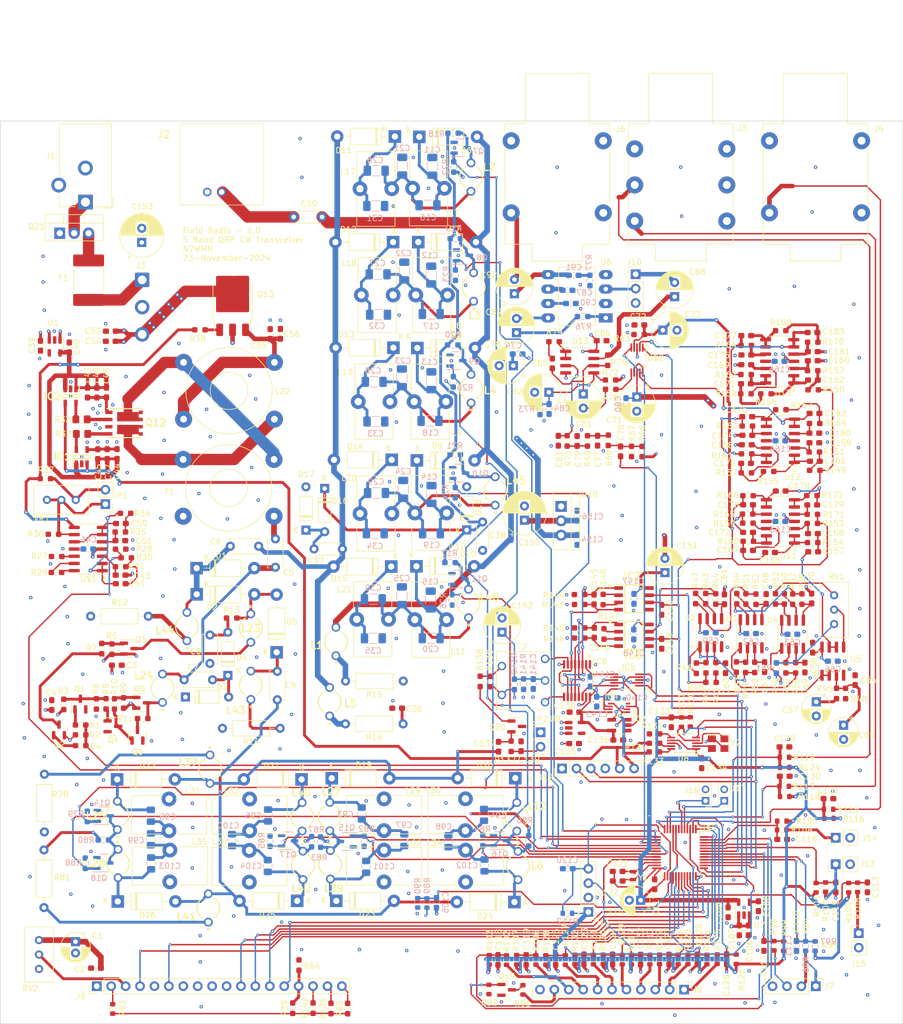
<source format=kicad_pcb>
(kicad_pcb (version 20221018) (generator pcbnew)
  (layers (0 "F.Cu" signal) (1 "In1.Cu" power "GND") (2 "In2.Cu" power "PWR") (31 "B.Cu" signal) (34 "B.Paste" user) (35 "F.Paste" user) (36 "B.SilkS" user "B.Silkscreen") (37 "F.SilkS" user "F.Silkscreen") (38 "B.Mask" user) (39 "F.Mask" user) (44 "Edge.Cuts" user))
  (net 0 "")
  (net 1 "VDD5")
  (net 2 "GND")
  (net 3 "VDD12")
  (net 4 "/TRSwitch/power_amp")
  (net 5 "Net-(D1-A)")
  (net 6 "Net-(D1-K)")
  (net 7 "/LPF/trswitch")
  (net 8 "Net-(D3-A)")
  (net 9 "Net-(D4-A)")
  (net 10 "Net-(D5-K)")
  (net 11 "/Preselector/input")
  (net 12 "/LPF/antenna")
  (net 13 "Net-(D10-A)")
  (net 14 "Net-(D6-K)")
  (net 15 "Net-(D7-K)")
  (net 16 "Net-(D8-K)")
  (net 17 "Net-(D9-K)")
  (net 18 "Net-(D10-K)")
  (net 19 "Net-(C16-Pad1)")
  (net 20 "Net-(C17-Pad1)")
  (net 21 "Net-(C18-Pad1)")
  (net 22 "Net-(C19-Pad1)")
  (net 23 "Net-(C20-Pad1)")
  (net 24 "Net-(D11-K)")
  (net 25 "Net-(D12-K)")
  (net 26 "Net-(D13-K)")
  (net 27 "Net-(D14-K)")
  (net 28 "Net-(D15-K)")
  (net 29 "Net-(D16-A)")
  (net 30 "/LPF/HV")
  (net 31 "/powerAmp/VCC5.0")
  (net 32 "Net-(C41-Pad1)")
  (net 33 "Net-(U$1A--IN)")
  (net 34 "Net-(U$1A-+IN)")
  (net 35 "Net-(C50-Pad1)")
  (net 36 "Net-(U$1B--IN)")
  (net 37 "Net-(U$1B-+IN)")
  (net 38 "Net-(Q13-E)")
  (net 39 "Net-(U2A-+)")
  (net 40 "Net-(U2B-+)")
  (net 41 "Net-(U5A-+)")
  (net 42 "Net-(U3A-+)")
  (net 43 "Net-(U3B-+)")
  (net 44 "Net-(U4A-+)")
  (net 45 "Net-(U4B-+)")
  (net 46 "/Audio/vbias")
  (net 47 "Net-(C76-Pad1)")
  (net 48 "/Audio/SIDETONE")
  (net 49 "Net-(C77-Pad2)")
  (net 50 "Net-(C79-Pad2)")
  (net 51 "Net-(C81-+)")
  (net 52 "Net-(C81--)")
  (net 53 "Net-(C82-+)")
  (net 54 "Net-(U$3B-+IN)")
  (net 55 "Net-(C85-Pad1)")
  (net 56 "Net-(C88-+)")
  (net 57 "Net-(C88--)")
  (net 58 "Net-(C89-+)")
  (net 59 "Net-(C89--)")
  (net 60 "Net-(U6-BYPASS)")
  (net 61 "Net-(C91-Pad1)")
  (net 62 "Net-(C92-+)")
  (net 63 "/Audio/audio_out")
  (net 64 "Net-(C93-Pad1)")
  (net 65 "Net-(D19-K)")
  (net 66 "Net-(C94-Pad1)")
  (net 67 "Net-(D20-K)")
  (net 68 "Net-(C95-Pad1)")
  (net 69 "Net-(D22-K)")
  (net 70 "Net-(C100-Pad2)")
  (net 71 "Net-(D21-K)")
  (net 72 "Net-(C101-Pad2)")
  (net 73 "Net-(C102-Pad2)")
  (net 74 "Net-(C103-Pad2)")
  (net 75 "Net-(C100-Pad1)")
  (net 76 "Net-(D23-K)")
  (net 77 "Net-(D24-K)")
  (net 78 "Net-(D26-K)")
  (net 79 "Net-(D25-K)")
  (net 80 "Net-(U$4-P1.0{slash}UCB0STE{slash}TA0CLK{slash}A0{slash}VEREF+)")
  (net 81 "Net-(U7-BP)")
  (net 82 "VDD3.3")
  (net 83 "Net-(U$4-P2.2{slash}ACLK{slash}COMP0.1)")
  (net 84 "Net-(U$4-P4.5{slash}UCB0SOMI{slash}UCB0SCL{slash}TA3.2)")
  (net 85 "Net-(U$4-P4.6{slash}UCB0SIMO{slash}UCB0SDA{slash}TA3.1)")
  (net 86 "Net-(U$4-P1.4{slash}UCA0TXD{slash}UCA0SIMO{slash}TA1.2{slash}TCK{slash}A4{slash}VREF+)")
  (net 87 "Net-(U$4-P5.6{slash}UCB0STE{slash}TA2.0)")
  (net 88 "Net-(U$4-P3.0{slash}TA2.2)")
  (net 89 "Net-(U$4-P5.7{slash}TA2.1{slash}COMP0.2)")
  (net 90 "Net-(U$4-P3.3{slash}TA2.1)")
  (net 91 "Net-(J11-Pin_4)")
  (net 92 "Net-(U$4-P2.0{slash}XOUT)")
  (net 93 "Net-(U$4-P2.1{slash}XIN)")
  (net 94 "Net-(U$4-P2.3{slash}TA2.0)")
  (net 95 "Net-(U$4-P3.4{slash}TA2CLK{slash}COMP0OUT)")
  (net 96 "Net-(U$4-P3.1{slash}UCA1STE)")
  (net 97 "Net-(U$4-P2.4{slash}UCA1CLK)")
  (net 98 "Net-(U$4-P3.7{slash}TA3.2)")
  (net 99 "Net-(U$4-P4.0{slash}TA3.1)")
  (net 100 "Net-(U$4-P4.1{slash}TA3.0)")
  (net 101 "Net-(U$4-P4.2{slash}TA3CLK)")
  (net 102 "Net-(U$4-P2.7{slash}UCB1STE)")
  (net 103 "Net-(U$4-P5.2{slash}UCA0TXD{slash}UCA0SIMO{slash}TB0.4)")
  (net 104 "/qsd/VCC3.3")
  (net 105 "Net-(Q20-S)")
  (net 106 "/qsd/rf_in")
  (net 107 "Net-(C139-Pad2)")
  (net 108 "Net-(C142-+)")
  (net 109 "/qsd/180-DEG")
  (net 110 "/qsd/0-DEG")
  (net 111 "/qsd/90-DEG")
  (net 112 "/qsd/270-DEG")
  (net 113 "/AudioFilters/HPLP Filters/in")
  (net 114 "Net-(C157-Pad2)")
  (net 115 "Net-(U11A-+)")
  (net 116 "Net-(U12A-+)")
  (net 117 "Net-(U13A-+)")
  (net 118 "Net-(C161-Pad1)")
  (net 119 "Net-(U12A--)")
  (net 120 "Net-(C162-Pad1)")
  (net 121 "Net-(U13A--)")
  (net 122 "Net-(U11A--)")
  (net 123 "Net-(C165-Pad2)")
  (net 124 "Net-(U11D-+)")
  (net 125 "Net-(U12D-+)")
  (net 126 "Net-(U13D-+)")
  (net 127 "Net-(C170-Pad1)")
  (net 128 "Net-(U12D--)")
  (net 129 "Net-(C171-Pad1)")
  (net 130 "Net-(U13D--)")
  (net 131 "Net-(U11D--)")
  (net 132 "Net-(C172-Pad2)")
  (net 133 "Net-(U11C-+)")
  (net 134 "Net-(U12C-+)")
  (net 135 "Net-(U13C-+)")
  (net 136 "Net-(C176-Pad1)")
  (net 137 "Net-(U12C--)")
  (net 138 "Net-(C177-Pad1)")
  (net 139 "Net-(U13C--)")
  (net 140 "Net-(U11C--)")
  (net 141 "Net-(C178-Pad2)")
  (net 142 "Net-(U11B-+)")
  (net 143 "Net-(U12B-+)")
  (net 144 "Net-(U13B-+)")
  (net 145 "Net-(C182-Pad1)")
  (net 146 "/Audio/audio_narrow")
  (net 147 "Net-(C183-Pad1)")
  (net 148 "/Audio/audio_wide")
  (net 149 "Net-(D2-A)")
  (net 150 "Net-(Q21-S)")
  (net 151 "/powerInput/PWR_SWTCH")
  (net 152 "/clock/CLK1")
  (net 153 "Net-(IC1-OUT)")
  (net 154 "Net-(IC2-OUT)")
  (net 156 "/qsd/P1")
  (net 157 "Net-(IC3-Y)")
  (net 158 "/qsd/CLK0")
  (net 159 "/qsd/P0")
  (net 160 "/controller/SIDEBAND_SEL")
  (net 161 "/qsd/QCLK")
  (net 162 "/qsd/ICLK")
  (net 163 "Net-(IC6-1A)")
  (net 164 "Net-(IC6-2A)")
  (net 165 "Net-(IC7-RG_1)")
  (net 166 "Net-(IC7-RG_2)")
  (net 167 "/AudioFilters/I")
  (net 168 "Net-(IC8-RG_1)")
  (net 169 "Net-(IC8-RG_2)")
  (net 170 "/AudioFilters/Q")
  (net 171 "/powerInput/PWR_IN")
  (net 173 "/STRAIGHT_KEY")
  (net 175 "/PADDLE_DIT")
  (net 178 "/PADDLE_DAH")
  (net 182 "/ENCODER_A")
  (net 183 "/ENCODER_B")
  (net 184 "/ENCODER_SW")
  (net 185 "/BTN_SPOT")
  (net 186 "/BTN_MENU")
  (net 187 "/BTN_TUNE")
  (net 188 "/BTN_MODE")
  (net 189 "/BTN_FILTER_SEL")
  (net 190 "/BTN_DIGIT_SEL")
  (net 191 "/BTN_BAND_SEL")
  (net 192 "/BTN_MUTE")
  (net 193 "/BTN_TXMODE")
  (net 194 "/TX_LED")
  (net 195 "/LCD_VO")
  (net 196 "/LCD_RS")
  (net 197 "/LCD_E")
  (net 202 "/LCD_DB4")
  (net 203 "/LCD_DB5")
  (net 204 "/LCD_DB6")
  (net 205 "/LCD_DB7")
  (net 206 "/LCD_A")
  (net 207 "Net-(J10-Pin_2)")
  (net 208 "Net-(J11-Pin_3)")
  (net 209 "Net-(U$1C--IN)")
  (net 210 "Net-(VR1-CW)")
  (net 211 "Net-(Q5-D)")
  (net 212 "Net-(Q3-D)")
  (net 213 "Net-(L5-Pad1)")
  (net 214 "Net-(Q7-D)")
  (net 215 "Net-(Q8-D)")
  (net 216 "Net-(Q9-D)")
  (net 217 "Net-(Q10-D)")
  (net 218 "Net-(Q11-D)")
  (net 219 "Net-(Q12A-D)")
  (net 220 "Net-(Q12B-D)")
  (net 221 "Net-(Q15-D)")
  (net 222 "Net-(Q16-D)")
  (net 223 "Net-(Q17-D)")
  (net 224 "Net-(Q14-D)")
  (net 225 "Net-(Q1-B)")
  (net 226 "Net-(Q1-C)")
  (net 227 "Net-(Q2-B)")
  (net 228 "Net-(Q2-C)")
  (net 229 "Net-(Q3-G)")
  (net 230 "Net-(Q4-B)")
  (net 231 "Net-(Q4-C)")
  (net 232 "Net-(Q5-G)")
  (net 233 "Net-(Q6-D)")
  (net 234 "/40M")
  (net 235 "/30M")
  (net 236 "/20M")
  (net 237 "/17M")
  (net 238 "/15M")
  (net 239 "Net-(Q12A-G)")
  (net 240 "Net-(Q12B-G)")
  (net 241 "Net-(Q13-B)")
  (net 242 "Net-(Q19-G)")
  (net 243 "Net-(Q19-D)")
  (net 244 "Net-(Q20-D)")
  (net 245 "/TRSwitch/~{T}{slash}R")
  (net 246 "Net-(U$1D-+IN)")
  (net 247 "/controller/CWTX_OUT")
  (net 248 "Net-(U$1D-OUT)")
  (net 249 "Net-(U$1D--IN)")
  (net 250 "Net-(U$1C-OUT)")
  (net 251 "Net-(R40-Pad2)")
  (net 252 "Net-(U2A--)")
  (net 253 "Net-(U2B--)")
  (net 254 "Net-(R46-Pad2)")
  (net 255 "Net-(R47-Pad2)")
  (net 256 "Net-(U3A--)")
  (net 257 "Net-(U3B--)")
  (net 258 "Net-(R53-Pad2)")
  (net 259 "Net-(R54-Pad2)")
  (net 260 "Net-(U4A--)")
  (net 261 "Net-(U4B--)")
  (net 262 "Net-(R59-Pad2)")
  (net 263 "Net-(R60-Pad2)")
  (net 264 "Net-(R61-Pad2)")
  (net 265 "Net-(R62-Pad2)")
  (net 266 "/Audio/filt_sel")
  (net 267 "/Audio/mute")
  (net 268 "Net-(U$2-COM2)")
  (net 269 "Net-(U$3B--IN)")
  (net 270 "Net-(R76-Pad1)")
  (net 271 "/controller/P5.6")
  (net 272 "/controller/P3.0")
  (net 273 "/controller/P1.4")
  (net 274 "/clock/SDA")
  (net 275 "/clock/SCL")
  (net 276 "Net-(U8-CLK0)")
  (net 277 "Net-(J16-Pin_1)")
  (net 278 "Net-(U8-CLK1)")
  (net 279 "Net-(U8-CLK2)")
  (net 280 "/clock/CLK2")
  (net 281 "Net-(R138-Pad1)")
  (net 282 "Net-(U11B--)")
  (net 283 "Net-(U5B-+)")
  (net 284 "Net-(U$2-COM1)")
  (net 285 "Net-(J17-Pin_1)")
  (net 286 "Net-(J9-Pin_15)")
  (net 289 "Net-(U8-XA)")
  (net 290 "Net-(U8-XB)")
  (net 292 "Net-(L1-Pad1)")
  (net 293 "Net-(L37-Pad1)")
  (net 294 "Net-(L41-Pad1)")
  (net 295 "Net-(L43-Pad1)")
  (net 296 "Net-(L44-Pad1)")
  (net 297 "Net-(J9-Pin_16)")
  (net 298 "Net-(J9-Pin_17)")
  (net 299 "Net-(J9-Pin_18)")
  (footprint "Capacitor_SMD:C_0603_1608Metric_Pad1.08x0.95mm_HandSolder" (layer "F.Cu") (at 164.89 219.77 -90)
    (fp_text reference "C119")
    (fp_text value "0.1uF")
  )
  (footprint "Resistor_SMD:R_0603_1608Metric_Pad0.98x0.95mm_HandSolder" (layer "F.Cu") (at 207.135 120.045 180)
    (fp_text reference "R156")
    (fp_text value "8.06K")
  )
  (footprint "Capacitor_SMD:C_0603_1608Metric_Pad1.08x0.95mm_HandSolder" (layer "F.Cu") (at 164 182.12 -90)
    (fp_text reference "C139")
    (fp_text value "0.1uF")
  )
  (footprint "Resistor_SMD:R_0603_1608Metric_Pad0.98x0.95mm_HandSolder" (layer "F.Cu") (at 219.57 172.8275 90)
    (fp_text reference "R45")
    (fp_text value "10K")
  )
  (footprint "Diode_THT:D_DO-41_SOD81_P10.16mm_Horizontal" (layer "F.Cu") (at 162.83 209.557635 180)
    (fp_text reference "D24")
    (fp_text value "1N4007")
  )
  (footprint "Capacitor_SMD:C_0603_1608Metric_Pad1.08x0.95mm_HandSolder" (layer "F.Cu") (at 121.595 109.485 -90)
    (fp_text reference "C56")
    (fp_text value "1uF")
  )
  (footprint "Resistor_SMD:R_0603_1608Metric_Pad0.98x0.95mm_HandSolder" (layer "F.Cu") (at 113.02 159.54)
    (fp_text reference "R13")
    (fp_text value "47K")
  )
  (footprint "Capacitor_THT:C_Disc_D5.0mm_W2.5mm_P5.00mm" (layer "F.Cu") (at 104.64 170.42)
    (fp_text reference "C7")
    (fp_text value "15pF")
  )
  (footprint "Package_TO_SOT_SMD:TO-252-3_TabPin4" (layer "F.Cu") (at 113.17 103.735 90)
    (fp_text reference "Q13")
    (fp_text value "NSS1C301ET4G")
  )
  (footprint "SamacSys_Parts:DMN10H220LPDW13" (layer "F.Cu") (at 96.645 125.205 -90)
    (fp_text reference "Q12")
    (fp_text value "DMN10H220LPDW" hide)
  )
  (footprint "Package_SO:SOIC-8_3.9x4.9mm_P1.27mm" (layer "F.Cu") (at 204.52 162.3025 90)
    (fp_text reference "U3")
    (fp_text value "OPA1678")
  )
  (footprint "SamacSys_Parts:B78148E" (layer "F.Cu") (at 92.875 194.307635 90)
    (fp_text reference "L25")
    (fp_text value "B78148E1473J000" hide)
  )
  (footprint "Capacitor_SMD:C_0603_1608Metric_Pad1.08x0.95mm_HandSolder" (layer "F.Cu") (at 173.87 128.35 -90)
    (fp_text reference "C79")
    (fp_text value "0.1uF")
  )
  (footprint "Capacitor_SMD:C_0603_1608Metric_Pad1.08x0.95mm_HandSolder" (layer "F.Cu") (at 219.44 206.99 -90)
    (fp_text reference "C115")
    (fp_text value "0.1uF")
  )
  (footprint "Resistor_SMD:R_0603_1608Metric_Pad0.98x0.95mm_HandSolder" (layer "F.Cu") (at 90.88 174.65 -90)
    (fp_text reference "R8")
    (fp_text value "1K")
  )
  (footprint "SamacSys_Parts:B78148E" (layer "F.Cu") (at 125.575 203.1 -90)
    (fp_text reference "L42")
    (fp_text value "B78148E1473J000" hide)
  )
  (footprint "Package_TO_SOT_THT:TO-220-3_Vertical" (layer "F.Cu") (at 82.725 91.75)
    (fp_text reference "Q21")
    (fp_text value "IRF9540")
  )
  (footprint "Resistor_SMD:R_0603_1608Metric" (layer "F.Cu") (at 208.565 217.265 90)
    (fp_text reference "R98")
    (fp_text value "39K")
  )
  (footprint "Capacitor_SMD:C_0603_1608Metric_Pad1.08x0.95mm_HandSolder" (layer "F.Cu") (at 203.61 118.27)
    (fp_text reference "C171")
    (fp_text value "0.0056uF")
  )
  (footprint "Resistor_SMD:R_0603_1608Metric_Pad0.98x0.95mm_HandSolder" (layer "F.Cu") (at 210.645 168.3025 90)
    (fp_text reference "R55")
    (fp_text value "10K")
  )
  (footprint "Capacitor_SMD:C_0603_1608Metric_Pad1.08x0.95mm_HandSolder" (layer "F.Cu") (at 210.44 187.405)
    (fp_text reference "C130")
    (fp_text value "0.1uF")
  )
  (footprint "Resistor_SMD:R_0603_1608Metric_Pad0.98x0.95mm_HandSolder" (layer "F.Cu") (at 215.385 110.945 180)
    (fp_text reference "R170")
    (fp_text value "4.32K")
  )
  (footprint "Capacitor_SMD:C_0603_1608Metric_Pad1.08x0.95mm_HandSolder" (layer "F.Cu") (at 215.66 128.67)
    (fp_text reference "C159")
    (fp_text value "0.012uF")
  )
  (footprint "Capacitor_THT:CP_Radial_D5.0mm_P2.00mm" (layer "F.Cu") (at 185.065112 209.24 180)
    (fp_text reference "C114")
    (fp_text value "10uF")
  )
  (footprint "Capacitor_SMD:C_0603_1608Metric_Pad1.08x0.95mm_HandSolder" (layer "F.Cu") (at 209.995 198.525)
    (fp_text reference "C116")
    (fp_text value "0.1uF")
  )
  (footprint "Capacitor_SMD:C_0603_1608Metric_Pad1.08x0.95mm_HandSolder" (layer "F.Cu") (at 203.635 132.295)
    (fp_text reference "C170")
    (fp_text value "0.018uF")
  )
  (footprint "Resistor_SMD:R_0603_1608Metric" (layer "F.Cu") (at 181.82 219.71 90)
    (fp_text reference "R129")
    (fp_text value "39k")
  )
  (footprint "Resistor_SMD:R_0603_1608Metric_Pad0.98x0.95mm_HandSolder" (layer "F.Cu") (at 203.635 116.645 180)
    (fp_text reference "R162")
    (fp_text value "6.04K")
  )
  (footprint "Crystal:Crystal_SMD_Abracon_ABM8G-4Pin_3.2x2.5mm" (layer "F.Cu") (at 198.72 181.67 180)
    (fp_text reference "Y2")
    (fp_text value "25MHz")
  )
  (footprint "Capacitor_SMD:C_0603_1608Metric_Pad1.08x0.95mm_HandSolder" (layer "F.Cu") (at 91.73 109.01)
    (fp_text reference "C53")
    (fp_text value "0.01uF")
  )
  (footprint "Resistor_SMD:R_0603_1608Metric_Pad0.98x0.95mm_HandSolder" (layer "F.Cu") (at 208.97 168.3525 -90)
    (fp_text reference "R59")
    (fp_text value "10K")
  )
  (footprint "Resistor_SMD:R_0603_1608Metric_Pad0.98x0.95mm_HandSolder" (layer "F.Cu") (at 97.34 177.24)
    (fp_text reference "R11")
    (fp_text value "0")
  )
  (footprint "Package_TO_SOT_SMD:SOT-23" (layer "F.Cu") (at 161.47 225.03)
    (fp_text reference "Q19")
    (fp_text value "MOSFET-NCHANNELBSS138")
  )
  (footprint "Resistor_SMD:R_0603_1608Metric_Pad0.98x0.95mm_HandSolder" (layer "F.Cu") (at 215.46 119.345 180)
    (fp_text reference "R150")
    (fp_text value "10.5K")
  )
  (footprint "Resistor_SMD:R_0603_1608Metric_Pad0.98x0.95mm_HandSolder" (layer "F.Cu") (at 203.545 168.2275 90)
    (fp_text reference "R49")
    (fp_text value "10K")
  )
  (footprint "Resistor_SMD:R_0603_1608Metric" (layer "F.Cu") (at 221.71 207.03 -90)
    (fp_text reference "R109")
    (fp_text value "1K")
  )
  (footprint "Resistor_SMD:R_0603_1608Metric" (layer "F.Cu") (at 178.46 219.67 -90)
    (fp_text reference "R130")
    (fp_text value "1K")
  )
  (footprint "Resistor_SMD:R_0603_1608Metric" (layer "F.Cu") (at 210.34 189.18)
    (fp_text reference "R117")
    (fp_text value "39K")
  )
  (footprint "Capacitor_THT:CP_Radial_D5.0mm_P2.50mm" (layer "F.Cu") (at 220.82 178.404888 -90)
    (fp_text reference "C65")
    (fp_text value "4.7uF")
  )
  (footprint "Resistor_SMD:R_0603_1608Metric" (layer "F.Cu") (at 168.36 219.77 -90)
    (fp_text reference "R128")
    (fp_text value "1K")
  )
  (footprint "Package_SO:VSSOP-10_3x3mm_P0.5mm" (layer "F.Cu") (at 182.61 170.45 180)
    (fp_text reference "IC5")
    (fp_text value "TS5A23157")
  )
  (footprint "SamacSys_Parts:SOT95P280X145-5N" (layer "F.Cu") (at 84.643762 120.43 -90)
    (fp_text reference "IC2")
    (fp_text value "UCC27517DBVR" hide)
  )
  (footprint "Capacitor_SMD:C_0603_1608Metric_Pad1.08x0.95mm_HandSolder" (layer "F.Cu") (at 188.75 158.09 90)
    (fp_text reference "C150")
    (fp_text value "0.1uF")
  )
  (footprint "Resistor_SMD:R_0603_1608Metric_Pad0.98x0.95mm_HandSolder" (layer "F.Cu") (at 107.42 108.78 180)
    (fp_text reference "R38")
    (fp_text value "0")
  )
  (footprint "Resistor_SMD:R_0603_1608Metric_Pad0.98x0.95mm_HandSolder" (layer "F.Cu") (at 203.735 130.62 180)
    (fp_text reference "R161")
    (fp_text value "8.66K")
  )
  (footprint "Capacitor_SMD:C_0603_1608Metric_Pad1.08x0.95mm_HandSolder" (layer "F.Cu") (at 199.81 156.25 90)
    (fp_text reference "C61")
    (fp_text value "0.01u")
  )
  (footprint "Resistor_SMD:R_0603_1608Metric_Pad0.98x0.95mm_HandSolder" (layer "F.Cu") (at 175.7 128.34 -90)
    (fp_text reference "R69")
    (fp_text value "10K")
  )
  (footprint "Resistor_SMD:R_0603_1608Metric_Pad0.98x0.95mm_HandSolder" (layer "F.Cu") (at 215.31 142.87 180)
    (fp_text reference "R153")
    (fp_text value "1.02K")
  )
  (footprint "Capacitor_THT:CP_Radial_D6.3mm_P2.50mm" (layer "F.Cu") (at 168.90238 119.78 180)
    (fp_text reference "C82")
    (fp_text value "4.7uF")
  )
  (footprint "Capacitor_SMD:C_0603_1608Metric_Pad1.08x0.95mm_HandSolder" (layer "F.Cu") (at 175.07 219.66 -90)
    (fp_text reference "C123")
    (fp_text value "0.1uF")
  )
  (footprint "Diode_THT:D_DO-41_SOD81_P10.16mm_Horizontal" (layer "F.Cu") (at 124.555 209.357635 180)
    (fp_text reference "D25")
    (fp_text value "1N4007")
  )
  (footprint "Package_TO_SOT_SMD:SOT-23" (layer "F.Cu") (at 163.225 178.63)
    (fp_text reference "Q20")
    (fp_text value "J309")
  )
  (footprint "Inductor_THT:L_Toroid_Vertical_L13.0mm_W6.5mm_P5.60mm" (layer "F.Cu") (at 139.85 196.982635 180)
    (fp_text reference "L29")
    (fp_text value "341nH")
  )
  (footprint "Connector_PinHeader_2.54mm:PinHeader_1x02_P2.54mm_Vertical" (layer "F.Cu") (at 223.48 215.055)
    (fp_text reference "J15")
    (fp_text value "Conn_01x02")
  )
  (footprint "Capacitor_SMD:C_0603_1608Metric_Pad1.08x0.95mm_HandSolder" (layer "F.Cu") (at 173.4 176.11)
    (fp_text reference "C138")
    (fp_text value "1uF")
  )
  (footprint "Capacitor_THT:C_Disc_D5.0mm_W2.5mm_P5.00mm" (layer "F.Cu") (at 112.77 146.89)
    (fp_text reference "C6")
    (fp_text value "0.1uF")
  )
  (footprint "Package_QFP:LQFP-48_7x7mm_P0.5mm" (layer "F.Cu") (at 192.035 200.865 90)
    (fp_text reference "U$4")
    (fp_text value "MSP430FR2476TPT")
  )
  (footprint "Connector_PinHeader_2.54mm:PinHeader_1x02_P2.54mm_Vertical" (layer "F.Cu") (at 90.77 139.48 180)
    (fp_text reference "JP1")
    (fp_text value "M02PTH")
  )
  (footprint "Resistor_SMD:R_0603_1608Metric_Pad0.98x0.95mm_HandSolder" (layer "F.Cu") (at 169.81 110.86 180)
    (fp_text reference "R74")
    (fp_text value "11K")
  )
  (footprint "Capacitor_SMD:C_0603_1608Metric_Pad1.08x0.95mm_HandSolder" (layer "F.Cu") (at 213.995 168.2525 -90)
    (fp_text reference "C69")
    (fp_text value "0.01u")
  )
  (footprint "Resistor_SMD:R_0603_1608Metric_Pad0.98x0.95mm_HandSolder" (layer "F.Cu") (at 86.42 182.02 180)
    (fp_text reference "R4")
    (fp_text value "1K")
  )
  (footprint "SamacSys_Parts:B78148E" (layer "F.Cu") (at 125.425 194.557635 90)
    (fp_text reference "L40")
    (fp_text value "B78148E1473J000" hide)
  )
  (footprint "Capacitor_SMD:C_0603_1608Metric_Pad1.08x0.95mm_HandSolder" (layer "F.Cu") (at 160.03 182.2 -90)
    (fp_text reference "C137")
    (fp_text value "0.01uF")
  )
  (footprint "Capacitor_THT:C_Disc_D4.3mm_W1.9mm_P5.00mm" (layer "F.Cu") (at 123.94 88.89)
    (fp_text reference "C10")
    (fp_text value "0.1uF")
  )
  (footprint "Resistor_SMD:R_0603_1608Metric" (layer "F.Cu") (at 186.69 219.7 -90)
    (fp_text reference "R113")
    (fp_text value "39K")
  )
  (footprint "Package_SO:SOIC-14_3.9x8.7mm_P1.27mm" (layer "F.Cu") (at 209.56 114.32 180)
    (fp_text reference "U13")
    (fp_text value "OPA1679")
  )
  (footprint "Resistor_SMD:R_0603_1608Metric_Pad0.98x0.95mm_HandSolder" (layer "F.Cu") (at 197.46 170.8675)
    (fp_text reference "R40")
    (fp_text value "1.5K")
  )
  (footprint "Capacitor_SMD:C_0603_1608Metric_Pad1.08x0.95mm_HandSolder" (layer "F.Cu") (at 203.76 129.02 180)
    (fp_text reference "C168")
    (fp_text value "0.012uF")
  )
  (footprint "Inductor_THT:L_Toroid_Vertical_L13.0mm_W6.5mm_P5.60mm" (layer "F.Cu") (at 154.225 200.432635)
    (fp_text reference "L34")
    (fp_text value "284nH")
  )
  (footprint "Package_TO_SOT_SMD:SOT-23-5_HandSoldering" (layer "F.Cu") (at 181.32 178.41 180)
    (fp_text reference "IC3")
    (fp_text value "SN74LVC1G04DBVT")
  )
  (footprint "Connector_Audio:Jack_6.35mm_Neutrik_NMJ4HFD3_Horizontal" (layer "F.Cu") (at 162.25 88.175 90)
    (fp_text reference "J6")
    (fp_text value "AudioJack2_Switch")
  )
  (footprint "Capacitor_SMD:C_0603_1608Metric_Pad1.08x0.95mm_HandSolder" (layer "F.Cu") (at 188.77 164.08 -90)
    (fp_text reference "C149")
    (fp_text value "0.1uF")
  )
  (footprint "Transformer_THT:Transformer_Toroid_Horizontal_D14.0mm_Amidon-T50" (layer "F.Cu") (at 120.545 114.51 180)
    (fp_text reference "L22")
    (fp_text value "L_Ferrite_Coupled")
  )
  (footprint "Resistor_SMD:R_0603_1608Metric" (layer "F.Cu") (at 218.165 193.22)
    (fp_text reference "R115")
    (fp_text value "39K")
  )
  (footprint "Inductor_THT:L_Toroid_Vertical_L13.0mm_W6.5mm_P5.60mm" (layer "F.Cu") (at 139.85 200.432635)
    (fp_text reference "L33")
    (fp_text value "341nH")
  )
  (footprint "Resistor_SMD:R_0603_1608Metric_Pad0.98x0.95mm_HandSolder" (layer "F.Cu") (at 207.61 133.72 180)
    (fp_text reference "R155")
    (fp_text value "11K")
  )
  (footprint "Capacitor_SMD:C_0603_1608Metric_Pad1.08x0.95mm_HandSolder" (layer "F.Cu") (at 180.12 219.67 -90)
    (fp_text reference "C124")
    (fp_text value "0.1uF")
  )
  (footprint "Package_TO_SOT_SMD:SOT-23-5" (layer "F.Cu") (at 173.53 178.89)
    (fp_text reference "U9")
    (fp_text value "MCP1802x-xx02xOT")
  )
  (footprint "SamacSys_Parts:SOIC127P600X175-8N" (layer "F.Cu") (at 183.89 162.58)
    (fp_text reference "IC8")
    (fp_text value "INA821ID" hide)
  )
  (footprint "Connector_PinHeader_2.00mm:PinHeader_1x02_P2.00mm_Vertical" (layer "F.Cu") (at 196.5 191.72 180)
    (fp_text reference "J16")
    (fp_text value "Conn_01x02")
  )
  (footprint "Capacitor_SMD:C_0603_1608Metric_Pad1.08x0.95mm_HandSolder" (layer "F.Cu") (at 207.87 147.99 180)
    (fp_text reference "C165")
    (fp_text value "1uF")
  )
  (footprint "SamacSys_Parts:B78148E" (layer "F.Cu") (at 163.45 203.132635 -90)
    (fp_text reference "L6")
    (fp_text value "B78148E1473J000" hide)
  )
  (footprint "Capacitor_SMD:C_0603_1608Metric_Pad1.08x0.95mm_HandSolder" (layer "F.Cu") (at 215.335 109.245 180)
    (fp_text reference "C183")
    (fp_text value "0.1uF")
  )
  (footprint "Resistor_SMD:R_0603_1608Metric" (layer "F.Cu") (at 173.48 219.68 -90)
    (fp_text reference "R132")
    (fp_text value "1K")
  )
  (footprint "Resistor_SMD:R_0603_1608Metric" (layer "F.Cu") (at 171.79 219.77 90)
    (fp_text reference "R127")
    (fp_text value "39k")
  )
  (footprint "SamacSys_Parts:B78148E" (layer "F.Cu") (at 116.39 171.38 90)
    (fp_text reference "L43")
    (fp_text value "B78148E1473J000" hide)
  )
  (footprint "Capacitor_SMD:C_0603_1608Metric_Pad1.08x0.95mm_HandSolder" (layer "F.Cu") (at 215.385 114.22)
    (fp_text reference "C160")
    (fp_text value "0.0033uF")
  )
  (footprint "Capacitor_THT:C_Disc_D4.3mm_W1.9mm_P5.00mm" (layer "F.Cu") (at 127.52 147.375)
    (fp_text reference "C37")
    (fp_text value "15pF")
  )
  (footprint "Capacitor_THT:CP_Radial_D6.3mm_P2.50mm" (layer "F.Cu") (at 191.05 102.942379 90)
    (fp_text reference "C88")
    (fp_text value "100uF")
  )
  (footprint "Resistor_SMD:R_0805_2012Metric_Pad1.20x1.40mm_HandSolder" (layer "F.Cu") (at 86.563762 124.54)
    (property "Value" "603-RC0603FR-0733KL")
    (fp_text reference "R33")
    (fp_text value "0")
  )
  (footprint "Capacitor_THT:CP_Radial_D6.3mm_P2.50mm" (layer "F.Cu") (at 188.967621 108.84)
    (fp_text reference "C73")
    (fp_text value "4.7uF")
  )
  (footprint "Resistor_SMD:R_0603_1608Metric_Pad0.98x0.95mm_HandSolder" (layer "F.Cu") (at 187.465 183.12 180)
    (fp_text reference "R133")
    (fp_text value "0")
  )
  (footprint "Resistor_SMD:R_0603_1608Metric_Pad0.98x0.95mm_HandSolder" (layer "F.Cu") (at 127.35 228.25 90)
    (fp_text reference "R142")
    (fp_text value "0")
  )
  (footprint "Capacitor_SMD:C_0603_1608Metric_Pad1.08x0.95mm_HandSolder" (layer "F.Cu") (at 93.4 145.91)
    (property "Value" "80-C0603C223K3R")
    (fp_text reference "C51")
    (fp_text value "0.022uF")
  )
  (footprint "Package_TO_SOT_SMD:SOT-23" (layer "F.Cu") (at 97.15 174.47)
    (fp_text reference "Q5")
    (fp_text value "PMV240SP")
  )
  (footprint "Resistor_SMD:R_0603_1608Metric" (layer "F.Cu") (at 223.285 206.98 90)
    (fp_text reference "R108")
    (fp_text value "39K")
  )
  (footprint "Capacitor_SMD:C_0603_1608Metric_Pad1.08x0.95mm_HandSolder" (layer "F.Cu") (at 202.44 214.545 -90)
    (fp_text reference "C107")
    (fp_text value "0.1uF")
  )
  (footprint "Inductor_THT:L_Toroid_Vertical_L13.0mm_W6.5mm_P5.60mm" (layer "F.Cu") (at 135.05 159.77 90)
    (fp_text reference "L21")
    (fp_text value "207nH")
  )
  (footprint "Capacitor_THT:C_Disc_D4.3mm_W1.9mm_P5.00mm" (layer "F.Cu") (at 157.22 142.625 -90)
    (fp_text reference "C38")
    (fp_text value "470pF")
  )
  (footprint "Capacitor_SMD:C_0603_1608Metric_Pad1.08x0.95mm_HandSolder" (layer "F.Cu") (at 218.14 191.345)
    (fp_text reference "C131")
    (fp_text value "0.1uF")
  )
  (footprint "Inductor_THT:L_Toroid_Vertical_L13.0mm_W6.5mm_P5.60mm" (layer "F.Cu") (at 101.975 197.007635 180)
    (fp_text reference "L31")
    (fp_text value "852nH")
  )
  (footprint "Capacitor_SMD:C_0603_1608Metric_Pad1.08x0.95mm_HandSolder" (layer "F.Cu") (at 215.685 123.495 180)
    (fp_text reference "C182")
    (fp_text value "0.33uF")
  )
  (footprint "Diode_THT:D_DO-41_SOD81_P10.16mm_Horizontal" (layer "F.Cu") (at 145.89 93.325)
    (fp_text reference "D7")
    (fp_text value "1N4007")
  )
  (footprint "Capacitor_SMD:C_0603_1608Metric_Pad1.08x0.95mm_HandSolder" (layer "F.Cu") (at 93.47 153.49 180)
    (property "Value" "710-885012206073")
    (fp_text reference "C41")
    (fp_text value "89p")
  )
  (footprint "SamacSys_Parts:B78148E" (layer "F.Cu") (at 130.27 174.275 90)
    (fp_text reference "L5")
    (fp_text value "B78148E1473J000" hide)
  )
  (footprint "Resistor_SMD:R_0603_1608Metric_Pad0.98x0.95mm_HandSolder" (layer "F.Cu") (at 213.47 156.1975 -90)
    (fp_text reference "R58")
    (fp_text value "178K")
  )
  (footprint "Capacitor_SMD:C_0603_1608Metric_Pad1.08x0.95mm_HandSolder" (layer "F.Cu") (at 92.78 167.85)
    (fp_text reference "C3")
    (fp_text value "1uF")
  )
  (footprint "Capacitor_SMD:C_0603_1608Metric_Pad1.08x0.95mm_HandSolder" (layer "F.Cu") (at 184.84 107.91 180)
    (fp_text reference "C72")
    (fp_text value "0.1uF")
  )
  (footprint "Resistor_SMD:R_0603_1608Metric_Pad0.98x0.95mm_HandSolder" (layer "F.Cu") (at 215.36 146.245 180)
    (fp_text reference "R154")
    (fp_text value "866")
  )
  (footprint "Resistor_SMD:R_0603_1608Metric_Pad0.98x0.95mm_HandSolder" (layer "F.Cu") (at 82.18 148.7)
    (fp_text reference "R27")
    (fp_text value "0")
  )
  (footprint "Inductor_THT:L_Toroid_Vertical_L13.0mm_W6.5mm_P5.60mm" (layer "F.Cu") (at 102.125 200.407635)
    (fp_text reference "L35")
    (fp_text value "852nH")
  )
  (footprint "Capacitor_SMD:C_0603_1608Metric_Pad1.08x0.95mm_HandSolder" (layer "F.Cu") (at 203.685 113.195 180)
    (fp_text reference "C175")
    (fp_text value "0.0033uF")
  )
  (footprint "Resistor_SMD:R_0603_1608Metric_Pad0.98x0.95mm_HandSolder" (layer "F.Cu") (at 203.66 111.52)
    (fp_text reference "R164")
    (fp_text value "11.8K")
  )
  (footprint "Capacitor_SMD:C_0603_1608Metric_Pad1.08x0.95mm_HandSolder" (layer "F.Cu") (at 215.385 112.62)
    (fp_text reference "C181")
    (fp_text value "0.0033uF")
  )
  (footprint "Resistor_SMD:R_0603_1608Metric_Pad0.98x0.95mm_HandSolder" (layer "F.Cu") (at 215.36 115.97 180)
    (fp_text reference "R152")
    (fp_text value "21K")
  )
  (footprint "Capacitor_SMD:C_0603_1608Metric_Pad1.08x0.95mm_HandSolder" (layer "F.Cu") (at 207.17 156.1775 90)
    (fp_text reference "C68")
    (fp_text value "0.01u")
  )
  (footprint "Resistor_SMD:R_0603_1608Metric_Pad0.98x0.95mm_HandSolder" (layer "F.Cu") (at 174.3 155.4)
    (fp_text reference "R144")
    (fp_text value "47k")
  )
  (footprint "Resistor_SMD:R_0603_1608Metric" (layer "F.Cu") (at 214.125 217.315 90)
    (fp_text reference "R94")
    (fp_text value "39K")
  )
  (footprint "Capacitor_SMD:C_0603_1608Metric_Pad1.08x0.95mm_HandSolder" (layer "F.Cu") (at 185.05 219.71 -90)
    (fp_text reference "C132")
    (fp_text value "0.1uF")
  )
  (footprint "Resistor_SMD:R_0603_1608Metric_Pad0.98x0.95mm_HandSolder" (layer "F.Cu") (at 184.8 109.6)
    (fp_text reference "R63")
    (fp_text value "10K")
  )
  (footprint "Capacitor_SMD:C_0603_1608Metric_Pad1.08x0.95mm_HandSolder" (layer "F.Cu") (at 225.01 206.98 -90)
    (fp_text reference "C113")
    (fp_text value "0.1uF")
  )
  (footprint "Diode_THT:D_DO-41_SOD81_P10.16mm_Horizontal" (layer "F.Cu") (at 141.2 131.675 180)
    (fp_text reference "D14")
    (fp_text value "1N4007")
  )
  (footprint "Capacitor_SMD:C_0603_1608Metric_Pad1.08x0.95mm_HandSolder" (layer "F.Cu") (at 203.66 114.92 180)
    (fp_text reference "C169")
    (fp_text value "0.0033uF")
  )
  (footprint "Capacitor_SMD:C_0603_1608Metric_Pad1.08x0.95mm_HandSolder" (layer "F.Cu") (at 169.5 114.7 -90)
    (fp_text reference "C85")
    (fp_text value "4.7uF")
  )
  (footprint "Capacitor_SMD:C_0603_1608Metric_Pad1.08x0.95mm_HandSolder" (layer "F.Cu") (at 206.79 217.29 -90)
    (fp_text reference "C112")
    (fp_text value "0.1uF")
  )
  (footprint "Inductor_THT:L_Toroid_Vertical_L13.0mm_W6.5mm_P5.60mm" (layer "F.Cu") (at 135.31 121.42 90)
    (fp_text reference "L19")
    (fp_text value "311nH")
  )
  (footprint "Capacitor_SMD:C_0603_1608Metric_Pad1.08x0.95mm_HandSolder" (layer "F.Cu") (at 170.09 219.75 -90)
    (fp_text reference "C125")
    (fp_text value "0.1uF")
  )
  (footprint "Capacitor_SMD:C_0603_1608Metric_Pad1.08x0.95mm_HandSolder" (layer "F.Cu") (at 89.278762 119.835 -90)
    (fp_text reference "C49")
    (fp_text value "1uF")
  )
  (footprint "Package_SO:SOIC-14_3.9x8.7mm_P1.27mm" (layer "F.Cu") (at 87.75 147.385 180)
    (fp_text reference "U$1")
    (fp_text value "OPA1679IDR")
  )
  (footprint "Resistor_SMD:R_0603_1608Metric" (layer "F.Cu") (at 164.33 225.03 -90)
    (fp_text reference "R91")
    (fp_text value "220")
  )
  (footprint "Capacitor_THT:CP_Radial_D7.5mm_P2.50mm" (layer "F.Cu") (at 97.175 93.386395 90)
    (fp_text reference "C153")
    (fp_text value "47uF")
  )
  (footprint "Resistor_SMD:R_0603_1608Metric" (layer "F.Cu") (at 210.44 190.98 180)
    (fp_text reference "R118")
    (fp_text value "1K")
  )
  (footprint "Diode_THT:D_DO-35_SOD27_P7.62mm_Horizontal" (layer "F.Cu") (at 154.42 144.025 90)
    (fp_text reference "D18")
    (fp_text value "1N914")
  )
  (footprint "Capacitor_SMD:C_0603_1608Metric_Pad1.08x0.95mm_HandSolder" (layer "F.Cu") (at 81.32 174.86 90)
    (fp_text reference "C4")
    (fp_text value "0.1uF")
  )
  (footprint "Connector_Audio:Jack_6.35mm_Neutrik_NMJ4HFD3_Horizontal" (layer "F.Cu") (at 207.755 88.165 90)
    (fp_text reference "J4")
    (fp_text value "AudioJack2_Switch")
  )
  (footprint "Capacitor_THT:CP_Radial_D6.3mm_P2.50mm" (layer "F.Cu") (at 163.18 109.282379 90)
    (fp_text reference "C89")
    (fp_text value "DNS")
  )
  (footprint "Capacitor_SMD:C_0603_1608Metric_Pad1.08x0.95mm_HandSolder" (layer "F.Cu") (at 159.93 219.76 -90)
    (fp_text reference "C118")
    (fp_text value "0.1uF")
  )
  (footprint "Resistor_SMD:R_0603_1608Metric_Pad0.98x0.95mm_HandSolder" (layer "F.Cu") (at 80.19 134.99 180)
    (fp_text reference "R37")
    (fp_text value "0")
  )
  (footprint "Resistor_SMD:R_0603_1608Metric_Pad0.98x0.95mm_HandSolder" (layer "F.Cu") (at 204.035 146.02)
    (fp_text reference "R160")
    (fp_text value "604")
  )
  (footprint "Inductor_THT:L_Toroid_Vertical_L13.0mm_W6.5mm_P5.60mm" (layer "F.Cu") (at 144.89 83.84 90)
    (fp_text reference "L7")
    (fp_text value "728nH")
  )
  (footprint "Resistor_SMD:R_0603_1608Metric_Pad0.98x0.95mm_HandSolder" (layer "F.Cu") (at 209.76 122.845)
    (fp_text reference "R167")
    (fp_text value "2.55K")
  )
  (footprint "SamacSys_Parts:B78148E" (layer "F.Cu") (at 100.83 171.9 90)
    (fp_text reference "L24")
    (fp_text value "B78148E1473J000" hide)
  )
  (footprint "Package_SO:SOIC-8_3.9x4.9mm_P1.27mm" (layer "F.Cu") (at 218.92 167.137442 90)
    (fp_text reference "U5")
    (fp_text value "OPA1678")
  )
  (footprint "Resistor_SMD:R_0603_1608Metric" (layer "F.Cu") (at 201.89 219.64 -90)
    (fp_text reference "R126")
    (fp_text value "1K")
  )
  (footprint "Capacitor_SMD:C_0603_1608Metric_Pad1.08x0.95mm_HandSolder" (layer "F.Cu") (at 212.5 217.29 -90)
    (fp_text reference "C110")
    (fp_text value "0.1uF")
  )
  (footprint "Fuse:Fuse_2920_7451Metric_Pad2.10x5.45mm_HandSolder" (layer "F.Cu") (at 87.81 100.03 -90)
    (fp_text reference "F1")
    (fp_text value "Polyfuse")
  )
  (footprint "Capacitor_SMD:C_0603_1608Metric_Pad1.08x0.95mm_HandSolder" (layer "F.Cu") (at 190.47 177.9 -90)
    (fp_text reference "C133")
    (fp_text value "0.22uF")
  )
  (footprint "SamacSys_Parts:B78148E" (layer "F.Cu") (at 155.18 119.14 90)
    (fp_text reference "L4")
    (fp_text value "B78148E1473J000" hide)
  )
  (footprint "Resistor_SMD:R_0603_1608Metric_Pad0.98x0.95mm_HandSolder" (layer "F.Cu") (at 203.985 137.995)
    (fp_text reference "R166")
    (fp_text value "267")
  )
  (footprint "Diode_THT:D_DO-41_SOD81_P10.16mm_Horizontal" (layer "F.Cu") (at 141.77 74.725 180)
    (fp_text reference "D11")
    (fp_text value "1N4007")
  )
  (footprint "Inductor_THT:L_Toroid_Vertical_L13.0mm_W6.5mm_P5.60mm" (layer "F.Cu") (at 145.44 102.64 90)
    (fp_text reference "L8")
    (fp_text value "505nH")
  )
  (footprint "Resistor_SMD:R_0603_1608Metric" (layer "F.Cu") (at 192.25 177.88 -90)
    (fp_text reference "R111")
    (fp_text value "2.7K")
  )
  (footprint "Resistor_SMD:R_0603_1608Metric_Pad0.98x0.95mm_HandSolder" (layer "F.Cu") (at 158.51 170.73 90)
    (fp_text reference "R139")
    (fp_text value "1K")
  )
  (footprint "Resistor_SMD:R_0603_1608Metric_Pad0.98x0.95mm_HandSolder" (layer "F.Cu") (at 185.31 130.22 -90)
    (fp_text reference "R66")
    (fp_text value "47k")
  )
  (footprint "Resistor_SMD:R_0603_1608Metric_Pad0.98x0.95mm_HandSolder" (layer "F.Cu") (at 211.86 156.2175 -90)
    (fp_text reference "R57")
    (fp_text value "10K")
  )
  (footprint "Resistor_SMD:R_0603_1608Metric_Pad0.98x0.95mm_HandSolder" (layer "F.Cu") (at 215.31 141.27 180)
    (fp_text reference "R171")
    (fp_text value "9.09K")
  )
  (footprint "Diode_THT:D_DO-35_SOD27_P7.62mm_Horizontal" (layer "F.Cu") (at 104.86 173.45)
    (fp_text reference "D3")
    (fp_text value "1N914")
  )
  (footprint "SamacSys_Parts:B78148E" (layer "F.Cu") (at 155.64 101.24 90)
    (fp_text reference "L3")
    (fp_text value "B78148E1473J000" hide)
  )
  (footprint "SamacSys_Parts:B78148E" (layer "F.Cu") (at 130.3 194.507635 90)
    (fp_text reference "L27")
    (fp_text value "B78148E1473J000" hide)
  )
  (footprint "Capacitor_SMD:C_0603_1608Metric_Pad1.08x0.95mm_HandSolder" (layer "F.Cu") (at 215.41 144.67 180)
    (fp_text reference "C158")
    (fp_text value "0.39uF")
  )
  (footprint "Package_TO_SOT_THT:TO-220-3_Vertical" (layer "F.Cu") (at 171.05 139.87 -90)
    (fp_text reference "U10")
    (fp_text value "LM1085-5.0")
  )
  (footprint "Potentiometer_THT:Potentiometer_Bourns_3386C_Horizontal" (layer "F.Cu") (at 79.07 216.27)
    (fp_text reference "RV2")
    (fp_text value "R_Potentiometer")
  )
  (footprint "Capacitor_SMD:C_0603_1608Metric_Pad1.08x0.95mm_HandSolder" (layer "F.Cu") (at 203.985 147.62)
    (fp_text reference "C167")
    (fp_text value "0.47uF")
  )
  (footprint "Diode_THT:D_DO-41_SOD81_P10.16mm_Horizontal" (layer "F.Cu") (at 162.98 187.732635 180)
    (fp_text reference "D20")
    (fp_text value "1N4007")
  )
  (footprint "Capacitor_SMD:C_0603_1608Metric_Pad1.08x0.95mm_HandSolder" (layer "F.Cu") (at 181.12 181.02 180)
    (fp_text reference "C136")
    (fp_text value "0.1uF")
  )
  (footprint "Resistor_SMD:R_0603_1608Metric_Pad0.98x0.95mm_HandSolder" (layer "F.Cu") (at 194.745 156.1025 -90)
    (fp_text reference "R47")
    (fp_text value "10K")
  )
  (footprint "Inductor_THT:L_Toroid_Vertical_L13.0mm_W6.5mm_P5.60mm" (layer "F.Cu") (at 154.2 196.982635 180)
    (fp_text reference "L30")
    (fp_text value "284nH")
  )
  (footprint "Inductor_THT:L_Toroid_Vertical_L13.0mm_W6.5mm_P5.60mm" (layer "F.Cu") (at 145.27 159.82 90)
    (fp_text reference "L11")
    (fp_text value "243nH")
  )
  (footprint "Capacitor_SMD:C_0603_1608Metric_Pad1.08x0.95mm_HandSolder" (layer "F.Cu") (at 205.81 210.29 -90)
    (fp_text reference "C108")
    (fp_text value "470pF")
  )
  (footprint "Resistor_SMD:R_0603_1608Metric_Pad0.98x0.95mm_HandSolder" (layer "F.Cu") (at 86.41 180.11)
    (fp_text reference "R2")
    (fp_text value "4.7K")
  )
  (footprint "Resistor_SMD:R_0603_1608Metric" (layer "F.Cu") (at 215.965 207.04 -90)
    (fp_text reference "R101")
    (fp_text value "1K")
  )
  (footprint "Resistor_SMD:R_0603_1608Metric_Pad0.98x0.95mm_HandSolder" (layer "F.Cu") (at 201.92 168.1775 -90)
    (fp_text reference "R53")
    (fp_text value "10K")
  )
  (footprint "Resistor_SMD:R_0603_1608Metric_Pad0.98x0.95mm_HandSolder" (layer "F.Cu") (at 123.77 228.26 90)
    (fp_text reference "R39")
    (fp_text value "0")
  )
  (footprint "Package_DIP:DIP-8_W10.16mm_LongPads" (layer "F.Cu") (at 178.92 106.68 180)
    (fp_text reference "U6")
    (fp_text value "LM386")
  )
  (footprint "Resistor_SMD:R_0603_1608Metric_Pad0.98x0.95mm_HandSolder" (layer "F.Cu") (at 208.81 156.1575 90)
    (fp_text reference "R62")
    (fp_text value "1K")
  )
  (footprint "Resistor_SMD:R_0603_1608Metric_Pad0.98x0.95mm_HandSolder" (layer "F.Cu") (at 179.78 119.25 180)
    (fp_text reference "R70")
    (fp_text value "270")
  )
  (footprint "Capacitor_SMD:C_0603_1608Metric_Pad1.08x0.95mm_HandSolder" (layer "F.Cu") (at 178.19 110.69 180)
    (fp_text reference "C86")
    (fp_text value "0.1uF")
  )
  (footprint "Resistor_SMD:R_0603_1608Metric_Pad0.98x0.95mm_HandSolder" (layer "F.Cu") (at 178.45 156.28 -90)
    (fp_text reference "R148")
    (fp_text value "499")
  )
  (footprint "Package_SO:SOIC-14_3.9x8.7mm_P1.27mm" (layer "F.Cu") (at 209.685 128.32 180)
    (fp_text reference "U12")
    (fp_text value "OPA1679")
  )
  (footprint "Diode_THT:D_DO-41_SOD81_P10.16mm_Horizontal" (layer "F.Cu") (at 92.845 187.957635)
    (fp_text reference "D22")
    (fp_text value "1N4007")
  )
  (footprint "Resistor_SMD:R_0603_1608Metric_Pad0.98x0.95mm_HandSolder" (layer "F.Cu") (at 83.43 174.75 -90)
    (fp_text reference "R3")
    (fp_text value "4.7K")
  )
  (footprint "Capacitor_SMD:C_0603_1608Metric_Pad1.08x0.95mm_HandSolder" (layer "F.Cu") (at 79.34 111.57 90)
    (fp_text reference "C39")
    (fp_text value "1uF")
  )
  (footprint "Resistor_SMD:R_0603_1608Metric" (layer "F.Cu") (at 215.8 217.315 90)
    (fp_text reference "R95")
    (fp_text value "1K")
  )
  (footprint "Connector_Wire:SolderWire-0.75sqmm_1x03_P4.8mm_D1.25mm_OD2.3mm" (layer "F.Cu") (at 97.25 99.975 -90)
    (fp_text reference "J3")
    (fp_text value "Conn_01x03")
  )
  (footprint "Inductor_THT:L_Toroid_Vertical_L13.0mm_W6.5mm_P5.60mm" (layer "F.Cu") (at 145.29 141.04 90)
    (fp_text reference "L10")
    (fp_text value "283nH")
  )
  (footprint "Resistor_SMD:R_0603_1608Metric_Pad0.98x0.95mm_HandSolder" (layer "F.Cu") (at 205.37 156.2275 -90)
    (fp_text reference "R52")
    (fp_text value "23.2K")
  )
  (footprint "Capacitor_THT:CP_Radial_D6.3mm_P2.50mm" (layer "F.Cu") (at 189.34 151.55 90)
    (fp_text reference "C151")
    (fp_text value "10uF")
  )
  (footprint "Inductor_THT:L_Toroid_Vertical_L13.0mm_W6.5mm_P5.60mm" (layer "F.Cu") (at 135.62 83.92 90)
    (fp_text reference "L17")
    (fp_text value "622nH")
  )
  (footprint "Capacitor_SMD:C_0603_1608Metric_Pad1.08x0.95mm_HandSolder" (layer "F.Cu") (at 176.86 156.27 -90)
    (fp_text reference "C145")
    (fp_text value "330pF")
  )
  (footprint "Capacitor_THT:C_Disc_D5.0mm_W2.5mm_P5.00mm" (layer "F.Cu") (at 121.05 168.93 -90)
    (fp_text reference "C9")
    (fp_text value "0.1uF")
  )
  (footprint "Diode_THT:D_DO-41_SOD81_P10.16mm_Horizontal" (layer "F.Cu") (at 131.445 209.357635)
    (fp_text reference "D23")
    (fp_text value "1N4007")
  )
  (footprint "Resistor_SMD:R_0603_1608Metric_Pad0.98x0.95mm_HandSolder" (layer "F.Cu") (at 91.92 165.02 90)
    (fp_text reference "R5")
    (fp_text value "4.7K")
  )
  (footprint "Resistor_SMD:R_0805_2012Metric_Pad1.20x1.40mm_HandSolder" (layer "F.Cu") (at 86.653762 127.11)
    (property "Value" "603-RC0603FR-0733KL")
    (fp_text reference "R32")
    (fp_text value "0")
  )
  (footprint "Capacitor_SMD:C_0603_1608Metric_Pad1.08x0.95mm_HandSolder" (layer "F.Cu") (at 173.33 181.65 180)
    (fp_text reference "C135")
    (fp_text value "1uF")
  )
  (footprint "Capacitor_SMD:C_0603_1608Metric_Pad1.08x0.95mm_HandSolder" (layer "F.Cu") (at 200.02 168.3775 -90)
    (fp_text reference "C60")
    (fp_text value "0.01u")
  )
  (footprint "Capacitor_SMD:C_0603_1608Metric_Pad1.08x0.95mm_HandSolder" (layer "F.Cu") (at 181.53 130.18 -90)
    (fp_text reference "C76")
    (fp_text value "0.1uF")
  )
  (footprint "Capacitor_SMD:C_0603_1608Metric_Pad1.08x0.95mm_HandSolder" (layer "F.Cu") (at 206.895 168.1775 -90)
    (fp_text reference "C67")
    (fp_text value "0.01u")
  )
  (footprint "Resistor_SMD:R_0603_1608Metric_Pad0.98x0.95mm_HandSolder" (layer "F.Cu") (at 172.11 128.34 90)
    (fp_text reference "R71")
    (fp_text value "10K")
  )
  (footprint "Capacitor_THT:CP_Radial_D6.3mm_P2.50mm" (layer "F.Cu") (at 162.83 102.41 90)
    (fp_text reference "C92")
    (fp_text value "100uF")
  )
  (footprint "SamacSys_Parts:B78148E" (layer "F.Cu") (at 131.37 163.675 90)
    (fp_text reference "L1")
    (fp_text value "B78148E1473J000" hide)
  )
  (footprint "Resistor_SMD:R_0603_1608Metric_Pad0.98x0.95mm_HandSolder" (layer "F.Cu") (at 86.4 178.37 180)
    (fp_text reference "R1")
    (fp_text value "1K")
  )
  (footprint "Diode_THT:D_DO-41_SOD81_P10.16mm_Horizontal" (layer "F.Cu") (at 106.85 155.36)
    (fp_text reference "D2")
    (fp_text value "1N4007")
  )
  (footprint "Resistor_SMD:R_0603_1608Metric" (layer "F.Cu") (at 210.392858 184.065)
    (fp_text reference "R119")
    (fp_text value "39K")
  )
  (footprint "Resistor_SMD:R_0603_1608Metric" (layer "F.Cu") (at 209.945 195.3)
    (fp_text reference "R105")
    (fp_text value "1K")
  )
  (footprint "Resistor_SMD:R_0603_1608Metric_Pad0.98x0.95mm_HandSolder" (layer "F.Cu") (at 215.71 125.27 180)
    (fp_text reference "R169")
    (fp_text value "3.92K")
  )
  (footprint "Package_TO_SOT_SMD:SOT-23" (layer "F.Cu") (at 92.09 178.61)
    (fp_text reference "Q4")
    (fp_text value "MMBT3904")
  )
  (footprint "Diode_THT:D_DO-41_SOD81_P10.16mm_Horizontal" (layer "F.Cu") (at 141.5 111.925 180)
    (fp_text reference "D13")
    (fp_text value "1N4007")
  )
  (footprint "Resistor_SMD:R_0603_1608Metric_Pad0.98x0.95mm_HandSolder" (layer "F.Cu") (at 212.37 168.3025 90)
    (fp_text reference "R56")
    (fp_text value "51.1K")
  )
  (footprint "Capacitor_SMD:C_0603_1608Metric_Pad1.08x0.95mm_HandSolder" (layer "F.Cu") (at 203.985 144.445 180)
    (fp_text reference "C172")
    (fp_text value "1.5uF")
  )
  (footprint "SamacSys_Parts:B78148E" (layer "F.Cu") (at 108.9 210.607635 90)
    (fp_text reference "L41")
    (fp_text value "B78148E1473J000" hide)
  )
  (footprint "Resistor_SMD:R_0603_1608Metric_Pad0.98x0.95mm_HandSolder" (layer "F.Cu") (at 124.87 220.67 -90)
    (fp_text reference "R64")
    (fp_text value "0")
  )
  (footprint "Capacitor_SMD:C_0603_1608Metric_Pad1.08x0.95mm_HandSolder" (layer "F.Cu") (at 181.02 205.86)
    (fp_text reference "C122")
    (fp_text value "22pF")
  )
  (footprint "SamacSys_Parts:B78148E" (layer "F.Cu") (at 116.38 161.312365 -90)
    (fp_text reference "L23")
    (fp_text value "B78148E1473J000" hide)
  )
  (footprint "Package_TO_SOT_SMD:SOT-23" (layer "F.Cu") (at 96.41 180.18 90)
    (fp_text reference "Q6")
    (fp_text value "BSS123")
  )
  (footprint "Capacitor_SMD:C_0603_1608Metric_Pad1.08x0.95mm_HandSolder" (layer "F.Cu") (at 203.66 109.795)
    (fp_text reference "C177")
    (fp_text value "0.012uF")
  )
  (footprint "Capacitor_SMD:C_0603_1608Metric_Pad1.08x0.95mm_HandSolder" (layer "F.Cu") (at 90.953762 119.81 -90)
    (fp_text reference "C48")
    (fp_text value "1uF")
  )
  (footprint "Capacitor_THT:CP_Radial_D5.0mm_P2.00mm" (layer "F.Cu") (at 85.5 216.544887 -90)
    (fp_text reference "C1")
    (fp_text value "10uF")
  )
  (footprint "Diode_THT:D_DO-41_SOD81_P10.16mm_Horizontal" (layer "F.Cu") (at 141.45 93.325 180)
    (fp_text reference "D12")
    (fp_text value "1N4007")
  )
  (footprint "Resistor_SMD:R_0603_1608Metric" (layer "F.Cu") (at 218.24 194.82 180)
    (fp_text reference "R116")
    (fp_text value "1K")
  )
  (footprint "Capacitor_SMD:C_0603_1608Metric_Pad1.08x0.95mm_HandSolder" (layer "F.Cu") (at 91.705 110.785)
    (fp_text reference "C54")
    (fp_text value "0.1uF")
  )
  (footprint "Resistor_SMD:R_0603_1608Metric_Pad0.98x0.95mm_HandSolder" (layer "F.Cu") (at 92.36 174.67 90)
    (fp_text reference "R10")
    (fp_text value "10K")
  )
  (footprint "SamacSys_Parts:SOT95P280X145-5N" (layer "F.Cu") (at 86.593762 131.12 90)
    (fp_text reference "IC1")
    (fp_text value "UCC27517DBVR" hide)
  )
  (footprint "Connector_PinHeader_2.54mm:PinHeader_1x11_P2.54mm_Vertical" (layer "F.Cu") (at 192.72 224.98 -90)
    (fp_text reference "J8")
    (fp_text value "Conn_01x11")
  )
  (footprint "Diode_THT:D_DO-35_SOD27_P7.62mm_Horizontal" (layer "F.Cu") (at 129.4 136.72 -90)
    (fp_text reference "D16")
    (fp_text value "1N914")
  )
  (footprint "Resistor_SMD:R_0603_1608Metric" (layer "F.Cu") (at 166.61 219.75 -90)
    (fp_text reference "R106")
    (fp_text value "39k")
  )
  (footprint "Capacitor_SMD:C_0603_1608Metric_Pad1.08x0.95mm_HandSolder" (layer "F.Cu") (at 84.4 111.87 -90)
    (fp_text reference "C40")
    (fp_text value "2.2uF")
  )
  (footprint "Connector_PinHeader_2.54mm:PinHeader_1x02_P2.54mm_Vertical" (layer "F.Cu") (at 167.44 179.67)
    (fp_text reference "JP2")
    (fp_text value "M02PTH")
  )
  (footprint "Package_SO:VSSOP-10_3x3mm_P0.5mm" (layer "F.Cu") (at 184.42 114.1 -90)
    (fp_text reference "U$2")
    (fp_text value "TS5A23157")
  )
  (footprint "Capacitor_SMD:C_0603_1608Metric_Pad1.08x0.95mm_HandSolder" (layer "F.Cu") (at 215.76 131.92 180)
    (fp_text reference "C161")
    (fp_text value "0.015uF")
  )
  (footprint "Connector_PinHeader_2.54mm:PinHeader_1x04_P2.54mm_Vertical" (layer "F.Cu") (at 215.92 224.39 -90)
    (fp_text reference "J7")
    (fp_text value "Conn_01x04")
  )
  (footprint "Capacitor_SMD:C_0603_1608Metric_Pad1.08x0.95mm_HandSolder" (layer "F.Cu") (at 215.41 117.62 180)
    (fp_text reference "C162")
    (fp_text value "0.0039uF")
  )
  (footprint "Resistor_SMD:R_0603_1608Metric_Pad0.98x0.95mm_HandSolder" (layer "F.Cu") (at 179.76 117.61 180)
    (fp_text reference "R72")
    (fp_text value "10K")
  )
  (footprint "Capacitor_SMD:C_0603_1608Metric_Pad1.08x0.95mm_HandSolder" (layer "F.Cu") (at 87.618762 119.835 90)
    (fp_text reference "C42")
    (fp_text value "0.1uF")
  )
  (footprint "Resistor_SMD:R_0603_1608Metric" (layer "F.Cu") (at 92.06 228.39 -90)
    (fp_text reference "R93")
    (fp_text value "100")
  )
  (footprint "Diode_THT:D_DO-41_SOD81_P10.16mm_Horizontal" (layer "F.Cu") (at 146.07 74.775)
    (fp_text reference "D6")
    (fp_text value "1N4007")
  )
  (footprint "Resistor_SMD:R_0603_1608Metric_Pad0.98x0.95mm_HandSolder" (layer "F.Cu") (at 93.45 150.51)
    (property "Value" "603-RC0603FR-078K2L")
    (fp_text reference "R31")
    (fp_text value "8.2K")
  )
  (footprint "SamacSys_Parts:B78148E" (layer "F.Cu") (at 130.4 203 -90)
    (fp_text reference "L39")
    (fp_text value "B78148E1473J000" hide)
  )
  (footprint "Resistor_SMD:R_0603_1608Metric_Pad0.98x0.95mm_HandSolder" (layer "F.Cu") (at 179.26 114.13 90)
    (fp_text reference "R75")
    (fp_text value "10k")
  )
  (footprint "Capacitor_THT:CP_Radial_D5.0mm_P2.50mm" (layer "F.Cu") (at 215.995 174.297387 -90)
    (fp_text reference "C57")
    (fp_text value "4.7uF")
  )
  (footprint "Connector_PinHeader_2.54mm:PinHeader_1x03_P2.54mm_Vertical" (layer "F.Cu") (at 184.18 98.98)
    (fp_text reference "J10")
    (fp_text value "Conn_01x03")
  )
  (footprint "Capacitor_SMD:C_0603_1608Metric_Pad1.08x0.95mm_HandSolder" (layer "F.Cu") (at 176.89 162.13 90)
    (fp_text reference "C146")
    (fp_text value "330pF")
  )
  (footprint "Resistor_SMD:R_0603_1608Metric_Pad0.98x0.95mm_HandSolder" (layer "F.Cu") (at 89.18 174.67 90)
    (fp_text reference "R6")
    (fp_text value "4.7K")
  )
  (footprint "Resistor_SMD:R_0603_1608Metric_Pad0.98x0.95mm_HandSolder" (layer "F.Cu") (at 203.595 156.1775 -90)
    (fp_text reference "R51")
    (fp_text value "10K")
  )
  (footprint "Resistor_THT:R_Axial_DIN0207_L6.3mm_D2.5mm_P10.16mm_Horizontal" (layer "F.Cu") (at 121.55 178.96 180)
    (fp_text reference "R14")
    (fp_text value "560")
  )
  (footprint "Resistor_SMD:R_0603_1608Metric_Pad0.98x0.95mm_HandSolder" (layer "F.Cu") (at 179.36 128.23 90)
    (fp_text reference "R68")
    (fp_text value "10K")
  )
  (footprint "Capacitor_THT:CP_Radial_D7.5mm_P2.50mm" (layer "F.Cu") (at 164.595 142.31 90)
    (fp_text reference "C155")
    (fp_text value "47uF")
  )
  (footprint "Resistor_SMD:R_0603_1608Metric_Pad0.98x0.95mm_HandSolder" (layer "F.Cu") (at 203.86 125.72)
    (fp_text reference "R163")
    (fp_text value "9.76K")
  )
  (footprint "Diode_THT:D_DO-41_SOD81_P10.16mm_Horizontal" (layer "F.Cu") (at 145.56 150.425)
    (fp_text reference "D10")
    (fp_text value "1N4007")
  )
  (footprint "Connector_PinHeader_2.54mm:PinHeader_1x04_P2.54mm_Vertical" (layer "F.Cu") (at 175.85 211.32 180)
    (fp_text reference "J11")
    (fp_text value "Conn_01x04")
  )
  (footprint "Capacitor_SMD:C_0603_1608Metric_Pad1.08x0.95mm_HandSolder" (layer "F.Cu") (at 215.285 139.62 180)
    (fp_text reference "C179")
    (fp_text value "0.22uF")
  )
  (footprint "Package_SO:MSOP-10_3x3mm_P0.5mm" (layer "F.Cu") (at 192.64 181.595 180)
    (fp_text reference "U8")
    (fp_text value "Si5351A-B-GT")
  )
  (footprint "Package_TO_SOT_SMD:SOT-23" (layer "F.Cu") (at 94.97 164.92)
    (fp_text reference "Q3")
    (fp_text value "PMV240SP")
  )
  (footprint "SamacSys_Parts:B78148E" (layer "F.Cu") (at 109.2 186.157635 -90)
    (fp_text reference "L37")
    (fp_text value "B78148E1473J000" hide)
  )
  (footprint "Capacitor_SMD:C_0603_1608Metric_Pad1.08x0.95mm_HandSolder" (layer "F.Cu") (at 92.813762 130.64 -90)
    (fp_text reference "C44")
    (fp_text value "0.1uF")
  )
  (footprint "SamacSys_Parts:B78148E" (layer "F.Cu") (at 105.13 161.05 90)
    (fp_text reference "L44")
    (fp_text value "B78148E1473J000" hide)
  )
  (footprint "Package_SO:TSSOP-16_4.4x5mm_P0.65mm" (layer "F.Cu") (at 173.845 170.565 -90)
    (fp_text reference "IC6")
    (fp_text value "SN74CBTLV3253")
  )
  (footprint "Resistor_SMD:R_0603_1608Metric" (layer "F.Cu") (at 198.54 219.63 90)
    (fp_text reference "R125")
    (fp_text value "39k")
  )
  (footprint "Inductor_THT:L_Toroid_Vertical_L13.0mm_W6.5mm_P5.60mm" (layer "F.Cu") (at 145.16 121.425 90)
    (fp_text reference "L9")
    (fp_text value "364nH")
  )
  (footprint "Capacitor_SMD:C_0603_1608Metric_Pad1.08x0.95mm_HandSolder" (layer "F.Cu") (at 89.11 221.2 180)
    (fp_text reference "C2")
    (fp_text value "0.1uF")
  )
  (footprint "Package_SO:SOIC-8_3.9x4.9mm_P1.27mm" (layer "F.Cu") (at 197.42 162.1275 90)
    (fp_text reference "U2")
    (fp_text value "OPA1678")
  )
  (footprint "Resistor_SMD:R_0603_1608Metric" (layer "F.Cu") (at 196.74 219.69 90)
    (fp_text reference "R121")
    (fp_text value "1K")
  )
  (footprint "Resistor_SMD:R_0603_1608Metric_Pad0.98x0.95mm_HandSolder" (layer "F.Cu") (at 205.145 168.2275 90)
    (fp_text reference "R50")
    (fp_text value "11.3K")
  )
  (footprint "Resistor_SMD:R_0603_1608Metric" (layer "F.Cu") (at 217.64 206.94 90)
    (fp_text reference "R100")
    (fp_text value "39K")
  )
  (footprint "Resistor_SMD:R_0603_1608Metric_Pad0.98x0.95mm_HandSolder" (layer "F.Cu") (at 187.515 179.945 180)
    (fp_text reference "R135")
    (fp_text value "0")
  )
  (footprint "Resistor_SMD:R_0603_1608Metric_Pad0.98x0.95mm_HandSolder" (layer "F.Cu") (at 196.57 168.3025 90)
    (fp_text reference "R41")
    (fp_text value "10K")
  )
  (footprint "Capacitor_SMD:C_0603_1608Metric_Pad1.08x0.95mm_HandSolder" (layer "F.Cu") (at 204.04 214.545 -90)
    (fp_text reference "C106")
    (fp_text value "1uF")
  )
  (footprint "Capacitor_SMD:C_0603_1608Metric_Pad1.08x0.95mm_HandSolder" (layer "F.Cu") (at 181.01 204.17)
    (fp_text reference "C121")
    (fp_text value "22pF")
  )
  (footprint "Resistor_SMD:R_0603_1608Metric_Pad0.98x0.95mm_HandSolder" (layer "F.Cu") (at 162.25 182.13 90)
    (fp_text reference "R137")
    (fp_text value "100")
  )
  (footprint "Capacitor_SMD:C_0603_1608Metric_Pad1.08x0.95mm_HandSolder" (layer "F.Cu") (at 195.815 185.12 -90)
    (fp_text reference "C134")
    (fp_text value "0.22uF")
  )
  (footprint "Capacitor_THT:CP_Radial_D6.3mm_P2.50mm" (layer "F.Cu") (at 174.96 120.05762 -90)
    (fp_text reference "C81")
    (fp_text value "47uF")
  )
  (footprint "Resistor_SMD:R_0603_1608Metric" (layer "F.Cu") (at 158.39 219.74 90)
    (fp_text reference "R103")
    (fp_text value "1K")
  )
  (footprint "Package_TO_SOT_SMD:SOT-23" (layer "F.Cu") (at 86.36 174.7 90)
    (fp_text reference "Q1")
    (fp_text value "MMBT3904")
  )
  (footprint "Inductor_THT:L_Toroid_Vertical_L13.0mm_W6.5mm_P5.60mm" (layer "F.Cu") (at 135.63 141.14 90)
    (fp_text reference "L20")
    (fp_text value "242nH")
  )
  (footprint "Capacitor_SMD:C_0603_1608Metric_Pad1.08x0.95mm_HandSolder" (layer "F.Cu") (at 203.835 124.07)
    (fp_text reference "C176")
    (fp_text value "0.039uF")
  )
  (footprint "Resistor_SMD:R_0603_1608Metric_Pad0.98x0.95mm_HandSolder" (layer "F.Cu") (at 156.79 170.7 -90)
    (fp_text reference "R138")
    (fp_text value "100")
  )
  (footprint "Resistor_SMD:R_0603_1608Metric" (layer "F.Cu") (at 191.66 219.68 -90)
    (fp_text reference "R123")
    (fp_text value "1K")
  )
  (footprint "Capacitor_SMD:C_0603_1608Metric_Pad1.08x0.95mm_HandSolder" (layer "F.Cu") (at 93.44 151.98)
    (property "Value" "710-885012206071")
    (fp_text reference "C43")
    (fp_text value "0.1uF")
  )
  (footprint "Resistor_SMD:R_0603_1608Metric_Pad0.98x0.95mm_HandSolder" (layer "F.Cu") (at 93.4 144.385)
    (property "Value" "603-RC0603FR-0711KL")
    (fp_text reference "R35")
    (fp_text value "11K")
  )
  (footprint "Resistor_SMD:R_0603_1608Metric" (layer "F.Cu") (at 161.43 219.79 -90)
    (fp_text reference "R102")
    (fp_text value "39k")
  )
  (footprint "Capacitor_SMD:C_0603_1608Metric_Pad1.08x0.95mm_HandSolder" (layer "F.Cu") (at 187.535 206.44 -90)
    (fp_text reference "C117")
    (fp_text value "0.1uF")
  )
  (footprint "Crystal:Crystal_SMD_2012-2Pin_2.0x1.2mm" (layer "F.Cu") (at 183.69 204.91 90)
    (fp_text reference "Y1")
    (fp_text value "32.768kHz")
  )
  (footprint "Resistor_SMD:R_0603_1608Metric" (layer "F.Cu") (at 210.265 217.315 90)
    (fp_text reference "R99")
    (fp_text value "1K")
  )
  (footprint "SamacSys_Parts:52271613" (layer "F.Cu") (at 111.25 84.5)
    (fp_text reference "J2")
    (fp_text value "5227161-3" hide)
  )
  (footprint "Capacitor_SMD:C_0603_1608Metric_Pad1.08x0.95mm_HandSolder" (layer "F.Cu") (at 190.06 219.69 -90)
    (fp_text reference "C127")
    (fp_text value "0.1uF")
  )
  (footprint "Potentiometer_THT:Potentiometer_Bourns_3296W_Vertical" (layer "F.Cu") (at 80.47 138.725 180)
    (fp_text reference "VR1")
    (fp_text value "3296W-1-505LF")
  )
  (footprint "Diode_THT:D_DO-41_SOD81_P10.16mm_Horizontal" (layer "F.Cu") (at 125.325 187.957635 180)
    (fp_text reference "D21")
    (fp_text value "1N4007")
  )
  (footprint "Capacitor_SMD:C_0603_1608Metric_Pad1.08x0.95mm_HandSolder" (layer "F.Cu") (at 93.5 142.885 180)
    (property "Value" "710-885012206073")
    (fp_text reference "C50")
    (fp_text value "0.22uF")
  )
  (footprint "Resistor_SMD:R_0603_1608Metric_Pad0.98x0.95mm_HandSolder" (layer "F.Cu") (at 203.96 142.82)
    (fp_text reference "R159")
    (fp_text value "1K")
  )
  (footprint "Capacitor_SMD:C_0603_1608Metric_Pad1.08x0.95mm_HandSolder" (layer "F.Cu") (at 170.56 128.31 90)
    (fp_text reference "C83")
    (fp_text value "0.1uF")
  )
  (footprint "Inductor_THT:L_Toroid_Vertical_L13.0mm_W6.5mm_P5.60mm" (layer "F.Cu") (at 135.86 102.64 90)
    (fp_text reference "L18")
    (fp_text value "431nH")
  )
  (footprint "Potentiometer_THT:Potentiometer_Bourns_3296W_Vertical" (layer "F.Cu") (at 219.15 160.6075 -90)
    (fp_text reference "RV1")
    (fp_text value "1K")
  )
  (footprint "SamacSys_Parts:B78148E" (layer "F.Cu") (at 159.43 137.16 90)
    (fp_text reference "L45")
    (fp_text value "B78148E1473J000" hide)
  )
  (footprint "Resistor_SMD:R_0603_1608Metric_Pad0.98x0.95mm_HandSolder" (layer "F.Cu") (at 196.52 156.1275 -90)
    (fp_text reference "R43")
    (fp_text value "10K")
  )
  (footprint "Diode_THT:D_DO-41_SOD81_P10.16mm_Horizontal" (layer "F.Cu") (at 92.945 209.457635)
    (fp_text reference "D26")
    (fp_text value "1N4007")
  )
  (footprint "Package_SO:VSSOP-8_2.3x2mm_P0.5mm" (layer "F.Cu") (at 181.28 175.36 180)
    (fp_text reference "IC4")
    (fp_text value "SN74AUP2G79DCUR")
  )
  (footprint "Capacitor_SMD:C_0603_1608Metric_Pad1.08x0.95mm_HandSolder" (layer "F.Cu") (at 222.845 170.4775 90)
    (fp_text reference "C64")
    (fp_text value "0.1uF")
  )
  (footprint "Resistor_SMD:R_0603_1608Metric" (layer "F.Cu") (at 176.75 219.7 90)
    (fp_text reference "R131")
    (fp_text value "39k")
  )
  (footprint "Resistor_SMD:R_0603_1608Metric_Pad0.98x0.95mm_HandSolder" (layer "F.Cu") (at 194.87 168.3775 -90)
    (fp_text reference "R46")
    (fp_text value "10K")
  )
  (footprint "Resistor_SMD:R_0603_1608Metric" (layer "F.Cu") (at 158.33 224.96 90)
    (fp_text reference "R92")
    (fp_text value "39K")
  )
  (footprint "Inductor_THT:L_Toroid_Vertical_L13.0mm_W6.5mm_P5.60mm" (layer "F.Cu") (at 116.175 197.007635 180)
    (fp_text reference "L32")
    (fp_text value "426nH")
  )
  (footprint "Capacitor_THT:C_Disc_D5.0mm_W2.5mm_P5.00mm" (layer "F.Cu") (at 120.72 145.59 -90)
    (fp_text reference "C5")
    (fp_text value "0.1uF")
  )
  (footprint "Resistor_SMD:R_0603_1608Metric_Pad0.98x0.95mm_HandSolder" (layer "F.Cu") (at 221.17 172.8275 90)
    (fp_text reference "R48")
    (fp_text value "10K")
  )
  (footprint "Capacitor_SMD:C_0603_1608Metric_Pad1.08x0.95mm_HandSolder" (layer "F.Cu") (at 215.46 147.87)
    (fp_text reference "C157")
    (fp_text value "0.82uF")
  )
  (footprint "Capacitor_SMD:C_0603_1608Metric_Pad1.08x0.95mm_HandSolder" (layer "F.Cu") (at 119.795 109.51 -90)
    (fp_text reference "C55")
    (fp_text value "1uF")
  )
  (footprint "Capacitor_THT:CP_Radial_D6.3mm_P2.50mm" (layer "F.Cu") (at 160.64 162.03238 90)
    (fp_text reference "C142")
    (fp_text value "10uF")
  )
  (footprint "Resistor_SMD:R_0603_1608Metric_Pad0.98x0.95mm_HandSolder" (layer "F.Cu") (at 174.32 157.15)
    (fp_text reference "R143")
    (fp_text value "47k")
  )
  (footprint "Diode_THT:D_DO-41_SOD81_P10.16mm_Horizontal" (layer "F.Cu") (at 145.72 111.975)
    (fp_text reference "D8")
    (fp_text value "1N4007")
  )
  (footprint "Resistor_SMD:R_0603_1608Metric_Pad0.98x0.95mm_HandSolder" (layer "F.Cu") (at 187.49 181.595 180)
    (fp_text reference "R134")
    (fp_text value "0")
  )
  (footprint "Resistor_SMD:R_0603_1608Metric_Pad0.98x0.95mm_HandSolder" (layer "F.Cu") (at 94.44 148.93 180)
    (property "Value" "603-RC0603FR-0733KL")
    (fp_text reference "R30")
    (fp_text value "33K")
  )
  (footprint "Diode_THT:D_DO-41_SOD81_P10.16mm_Horizontal" (layer "F.Cu") (at 130.645 187.757635)
    (fp_text reference "D19")
    (fp_text value "1N4007")
  )
  (footprint "Capacitor_SMD:C_0603_1608Metric_Pad1.08x0.95mm_HandSolder" (layer "F.Cu") (at 203.86 127.345 180)
    (fp_text reference "C174")
    (fp_text value "0.012uF")
  )
  (footprint "Diode_THT:D_DO-41_SOD81_P10.16mm_Horizontal" (layer "F.Cu") (at 120.93 165.57 90)
    (fp_text reference "D5")
    (fp_text value "1N4007")
  )
  (footprint "Resistor_SMD:R_0603_1608Metric_Pad0.98x0.95mm_HandSolder" (layer "F.Cu") (at 183.45 130.2 90)
    (fp_text reference "R67")
    (fp_text value "47k")
  )
  (footprint "Connector_PinHeader_2.00mm:PinHeader_1x02_P2.00mm_Vertical" (layer "F.Cu") (at 199.79 191.72 180)
    (fp_text reference "J17")
    (fp_text value "Conn_01x02")
  )
  (footprint "Capacitor_THT:CP_Radial_D6.3mm_P2.50mm" (layer "F.Cu") (at 162.63 115.08 180)
    (fp_text reference "C78")
    (fp_text value "CAP_POLPTH1")
  )
  (footprint "SamacSys_Parts:B78148E" (layer "F.Cu") (at 93 202.775 -90)
    (fp_text reference "L28")
    (fp_text value "B78148E1473J000" hide)
  )
  (footprint "Capacitor_SMD:C_0603_1608Metric_Pad1.08x0.95mm_HandSolder" (layer "F.Cu") (at 215.66 126.97)
    (fp_text reference "C180")
    (fp_text value "0.012uF")
  )
  (footprint "Resistor_SMD:R_0603_1608Metric" (layer "F.Cu") (at 210.442858 185.84 180)
    (fp_text reference "R124")
    (fp_text value "1K")
  )
  (footprint "Resistor_SMD:R_0603_1608Metric_Pad0.98x0.95mm_HandSolder" (layer "F.Cu") (at 215.235 137.97 180)
    (fp_text reference "R172")
    (fp_text value "301")
  )
  (footprint "Resistor_SMD:R_0603_1608Metric_Pad0.98x0.95mm_HandSolder" (layer "F.Cu") (at 209.735 108.92)
    (fp_text reference "R168")
    (fp_text value "1.96K")
  )
  (footprint "Resistor_THT:R_Axial_DIN0207_L6.3mm_D2.5mm_P10.16mm_Horizontal" (layer "F.Cu") (at 80.02 197.21 90)
    (fp_text reference "R78")
    (fp_text value "560")
  )
  (footprint "Capacitor_THT:C_Disc_D5.0mm_W2.5mm_P5.00mm" (layer "F.Cu") (at 109.18 167.53 90)
    (fp_text reference "C8")
    (fp_text value "0.1uF")
  )
  (footprint "Resistor_THT:R_Axial_DIN0207_L6.3mm_D2.5mm_P10.16mm_Horizontal" (layer "F.Cu") (at 98.33 159.22 180)
    (fp_text reference "R12")
    (fp_text value "560")
  )
  (footprint "Resistor_SMD:R_0603_1608Metric_Pad0.98x0.95mm_HandSolder" (layer "F.Cu") (at 178.6 162.34 -90)
    (fp_text reference "R147")
    (fp_text value "499")
  )
  (footprint "Capacitor_SMD:C_0603_1608Metric_Pad1.08x0.95mm_HandSolder" (layer "F.Cu") (at 89.423762 130.67 90)
    (fp_text reference "C45")
    (fp_text value "1uF")
  )
  (footprint "Diode_THT:D_DO-41_SOD81_P10.16mm_Horizontal" (layer "F.Cu") (at 145.64 131.775)
    (fp_text reference "D9")
    (fp_text value "1N4007")
  )
  (footprint "Connector_Audio:Jack_6.35mm_Neutrik_NMJ6HFD2_Horizontal" (layer "F.Cu") (at 184.015 89.605 90)
    (fp_text reference "J5")
    (fp_text value "AudioJack3_Switch")
  )
  (footprint "SamacSys_Parts:B78148E" (layer "F.Cu") (at 154.74 156.975 90)
    (fp_text reference "L46")
    (fp_text value "B78148E1473J000" hide)
  )
  (footprint "Package_SO:SOIC-14_3.9x8.7mm_P1.27mm" (layer "F.Cu") (at 209.685 142.52 180)
    (fp_text reference "U11")
    (fp_text value "OPA1679")
  )
  (footprint "Resistor_SMD:R_0603_1608Metric_Pad0.98x0.95mm_HandSolder" (layer "F.Cu") (at 81.625 144.785 180)
    (property "Value" "603-RC0603FR-071KL")
    (fp_text reference "R36")
    (fp_text value "1K")
  )
  (footprint "Connector_PinHeader_2.54mm:PinHeader_1x02_P2.54mm_Vertical" (layer "F.Cu") (at 219.425 198.24 90)
    (fp_text reference "J14")
    (fp_text value "Conn_01x02")
  )
  (footprint "Package_TO_SOT_SMD:SOT-23" (layer "F.Cu") (at 82.6 179.24 90)
    (fp_text reference "Q2")
    (fp_text value "MMBT3904")
  )
  (footprint "Resistor_SMD:R_0603_1608Metric_Pad0.98x0.95mm_HandSolder" (layer "F.Cu") (at 174.32 163.06)
    (fp_text reference "R146")
    (fp_text value "47k")
  )
  (footprint "Resistor_SMD:R_0603_1608Metric_Pad0.98x0.95mm_HandSolder" (layer "F.Cu") (at 203.685 133.97)
    (fp_text reference "R157")
    (fp_text value "16.5K")
  )
  (footprint "Package_TO_SOT_SMD:SOT-23-5" (layer "F.Cu") (at 81.83 111.7 -90)
    (fp_text reference "U1")
    (fp_text value "MIC5235-5.0YM5")
  )
  (footprint "SamacSys_Parts:SOIC127P600X175-8N" (layer "F.Cu") (at 183.89 156.16)
    (fp_text reference "IC7")
    (fp_text value "INA821ID" hide)
  )
  (footprint "Resistor_THT:R_Axial_DIN0207_L6.3mm_D2.5mm_P10.16mm_Horizontal" (layer "F.Cu") (at 143.21 178.18 180)
    (fp_text reference "R16")
    (fp_text value "560")
  )
  (footprint "Resistor_SMD:R_0603_1608Metric_Pad0.98x0.95mm_HandSolder" (layer "F.Cu") (at 215.66 130.295 180)
    (fp_text reference "R151")
    (fp_text value "23.2K")
  )
  (footprint "Resistor_SMD:R_0603_1608Metric" (layer "F.Cu") (at 193.39 219.67 90)
    (fp_text reference "R120")
    (fp_text value "39k")
  )
  (footprint "Connector_PinHeader_2.54mm:PinHeader_1x06_P2.54mm_Vertical" (layer "F.Cu") (at 171.21 186.04 90)
    (fp_text reference "J12")
    (fp_text value "Conn_01x06")
  )
  (footprint "Diode_THT:D_DO-35_SOD27_P7.62mm_Horizontal" (layer "F.Cu") (at 126.1 144.05 90)
    (fp_text reference "D17")
    (fp_text value "1N914")
  )
  (footprint "Connector_BarrelJack:BarrelJack_CUI_PJ-102AH_Horizontal" (layer "F.Cu") (at 87.25 86.28 180)
    (fp_text reference "J1")
    (fp_text value "Barrel_Jack_Switch")
  )
  (footprint "Resistor_SMD:R_0603_1608Metric_Pad0.98x0.95mm_HandSolder" (layer "F.Cu") (at 82.15 151.51 180)
    (fp_text reference "R29")
    (fp_text value "0")
  )
  (footprint "Capacitor_SMD:C_0603_1608Metric_Pad1.08x0.95mm_HandSolder" (layer "F.Cu") (at 195.03 219.67 -90)
    (fp_text reference "C128")
    (fp_text value "0.1uF")
  )
  (footprint "Connector_PinHeader_2.54mm:PinHeader_1x18_P2.54mm_Vertical" (layer "F.Cu") (at 89.25 224.38 90)
    (fp_text reference "J9")
    (fp_text value "Conn_01x18")
  )
  (footprint "Resistor_THT:R_Axial_DIN0207_L6.3mm_D2.5mm_P10.16mm_Horizontal" (layer "F.Cu") (at 143.24 170.63 180)
    (fp_text reference "R15")
    (fp_text value "560")
  )
  (footprint "Capacitor_SMD:C_0603_1608Metric_Pad1.08x0.95mm_HandSolder" (layer "F.Cu") (at 203.985 139.595)
    (fp_text reference "C173")
    (fp_text value "0.68uF")
  )
  (footprint "Resistor_SMD:R_0603_1608Metric_Pad0.98x0.95mm_HandSolder" (layer "F.Cu") (at 94.32 141.09 180)
    (property "Value" "603-RC0603FR-0736KL")
    (fp_text reference "R34")
    (fp_text value "36K")
  )
  (footprint "Transformer_THT:Transformer_Toroid_Horizontal_D14.0mm_Amidon-T50" (layer "F.Cu") (at 120.47 131.61 180)
    (fp_text reference "T1")
    (fp_text value "1:1")
  )
  (footprint "Resistor_SMD:R_0603_1608Metric_Pad0.98x0.95mm_HandSolder" (layer "F.Cu") (at 93.96 174.5 90)
    (fp_text reference "R9")
    (fp_text value "4.7K")
  )
  (footprint "Resistor_SMD:R_0603_1608Metric_Pad0.98x0.95mm_HandSolder" (layer "F.Cu") (at 174.31 161.27)
    (fp_text reference "R145")
    (fp_text value "47k")
  )
  (footprint "Resistor_THT:R_Axial_DIN0207_L6.3mm_D2.5mm_P10.16mm_Horizontal" (layer "F.Cu") (at 79.95 200.38 -90)
    (fp_text reference "R81")
    (fp_text value "560")
  )
  (footprint "Resistor_SMD:R_0603_1608Metric_Pad0.98x0.95mm_HandSolder" (layer "F.Cu") (at 198.32 168.3025 90)
    (fp_text reference "R42")
    (fp_text value "200")
  )
  (footprint "Capacitor_SMD:C_0603_1608Metric_Pad1.08x0.95mm_HandSolder" (layer "F.Cu") (at 210.392858 182.24)
    (fp_text reference "C129")
    (fp_text value "0.1uF")
  )
  (footprint "qsd:T50-TRIFILAR" (layer "F.Cu") (at 164.42 170.54)
    (fp_text reference "T2")
    (fp_text value "T50-TRIFILAR")
  )
  (footprint "Package_SO:SOIC-8_3.9x4.9mm_P1.27mm" (layer "F.Cu") (at 174.33 114.46)
    (fp_text reference "U$3")
    (fp_text value "OPA1678")
  )
  (footprint "Capacitor_SMD:C_0603_1608Metric_Pad1.08x0.95mm_HandSolder" (layer "F.Cu") (at 177.48 128.3 90)
    (fp_text reference "C77")
    (fp_text value "0.1uF")
  )
  (footprint "Capacitor_SMD:C_0603_1608Metric_Pad1.08x0.95mm_HandSolder" (layer "F.Cu") (at 142.17 175.41)
    (fp_text reference "C36")
    (fp_text value "0.1uF")
  )
  (footprint "Resistor_SMD:R_0603_1608Metric_Pad0.98x0.95mm_HandSolder" (layer "F.Cu") (at 198.295 156.1775 -90)
    (fp_text reference "R44")
    (fp_text value "5.23K")
  )
  (footprint "Inductor_THT:L_Toroid_Vertical_L13.0mm_W6.5mm_P5.60mm" (layer "F.Cu") (at 116.125 200.457635)
    (fp_text reference "L36")
    (fp_text value "426nH")
  )
  (footprint "Resistor_SMD:R_0603_1608Metric" (layer "F.Cu") (at 163.22 219.74 90)
    (fp_text reference "R107")
    (fp_text value "1K")
  )
  (footprint "Capacitor_SMD:C_0603_1608Metric_Pad1.08x0.95mm_HandSolder" (layer "F.Cu") (at 91.083762 130.65 90)
    (fp_text reference "C47")
    (fp_text value "1uF")
  )
  (footprint "Capacitor_SMD:C_0603_1608Metric_Pad1.08x0.95mm_HandSolder" (layer "F.Cu") (at 200.47 211.37 -90)
    (fp_text reference "C109")
    (fp_text value "0.1uF")
  )
  (footprint "SamacSys_Parts:B78148E" (layer "F.Cu") (at 155.17 81.875 90)
    (fp_text reference "L2")
    (fp_text value "B78148E1473J000" hide)
  )
  (footprint "Resistor_SMD:R_0603_1608Metric" (layer "F.Cu") (at 209.92 196.85 180)
    (fp_text reference "R104")
    (fp_text value "39K")
  )
  (footprint "Diode_THT:D_DO-35_SOD27_P7.62mm_Horizontal" (layer "F.Cu") (at 112.35 169.66 90)
    (fp_text reference "D4")
    (fp_text value "1N914")
  )
  (footprint "SamacSys_Parts:B78148E" (layer "F.Cu") (at 163.25 194.557635 90)
    (fp_text reference "L12")
    (fp_text value "B78148E1473J000" hide)
  )
  (footprint "Diode_THT:D_DO-41_SOD81_P10.16mm_Horizontal" (layer "F.Cu") (at 141.12 150.475 180)
    (fp_text reference "D15")
    (fp_text value "1N4007")
  )
  (footprint "Capacitor_SMD:C_0603_1608Metric_Pad1.08x0.95mm_HandSolder" (layer "F.Cu") (at 200.21 219.62 -90)
    (fp_text reference "C126")
    (fp_text value "0.1uF")
  )
  (footprint "Connector_PinHeader_2.54mm:PinHeader_1x02_P2.54mm_Vertical" (layer "F.Cu") (at 219.425 202.9 90)
    (fp_text reference "J13")
    (fp_text value "Conn_01x02")
  )
  (footprint "Capacitor_SMD:C_0603_1608Metric_Pad1.08x0.95mm_HandSolder" (layer "F.Cu") (at 215.37 164.7525 90)
    (fp_text reference "C58")
    (fp_text value "0.1uF")
  )
  (footprint "Capacitor_SMD:C_0603_1608Metric_Pad1.08x0.95mm_HandSolder" (layer "F.Cu") (at 209.735 137.17)
    (fp_text reference "C178")
    (fp_text value "0.47uF")
  )
  (footprint "Capacitor_SMD:C_0603_1608Metric_Pad1.08x0.95mm_HandSolder" (layer "F.Cu") (at 215.19 156.0975 90)
    (fp_text reference "C70")
    (fp_text value "0.01u")
  )
  (footprint "Package_SO:SOIC-8_3.9x4.9mm_P1.27mm" (layer "F.Cu") (at 211.82 162.4025 90)
    (fp_text reference "U4")
    (fp_text value "OPA1678")
  )
  (footprint "Resistor_SMD:R_0603_1608Metric_Pad0.98x0.95mm_HandSolder" (layer "F.Cu") (at 203.91 141.22)
    (fp_text reference "R165")
    (fp_text value "1.02K")
  )
  (footprint "Resistor_SMD:R_0603_1608Metric" (layer "F.Cu") (at 193.81 177.83 -90)
    (fp_text reference "R110")
    (fp_text value "2.7K")
  )
  (footprint "Diode_THT:D_DO-41_SOD81_P10.16mm_Horizontal" (layer "F.Cu") (at 106.84 150.75)
    (fp_text reference "D1")
    (fp_text value "1N4007")
  )
  (footprint "Package_TO_SOT_SMD:SOT-23-5" (layer "F.Cu") (at 203.28 210.73 90)
    (fp_text reference "U7")
    (fp_text value "MIC5219-3.3YM5")
  )
  (footprint "Resistor_SMD:R_0603_1608Metric_Pad0.98x0.95mm_HandSolder" (layer "F.Cu") (at 93.45 147.41)
    (property "Value" "603-RC0603FR-0733KL")
    (fp_text reference "R28")
    (fp_text value "47K")
  )
  (footprint "Resistor_SMD:R_0603_1608Metric_Pad0.98x0.95mm_HandSolder" (layer "F.Cu") (at 130.51 228.3 90)
    (fp_text reference "R136")
    (fp_text value "0")
  )
  (footprint "Resistor_SMD:R_0603_1608Metric_Pad0.98x0.95mm_HandSolder" (layer "F.Cu") (at 90.12 164.92 90)
    (fp_text reference "R7")
    (fp_text value "10K")
  )
  (footprint "Capacitor_THT:CP_Radial_D6.3mm_P2.50mm" (layer "F.Cu") (at 184.38 120.6 -90)
    (fp_text reference "C71")
    (fp_text value "CAP_POLPTH1")
  )
  (footprint "Resistor_SMD:R_0603_1608Metric" (layer "F.Cu") (at 188.39 219.66 90)
    (fp_text reference "R122")
    (fp_text value "39k")
  )
  (footprint "Resistor_SMD:R_0603_1608Metric_Pad0.98x0.95mm_HandSolder" (layer "F.Cu") (at 203.61 120.045)
    (fp_text reference "R158")
    (fp_text value "18.7K")
  )
  (footprint "Resistor_SMD:R_0603_1608Metric_Pad0.98x0.95mm_HandSolder" (layer "F.Cu") (at 215.735 133.52 180)
    (fp_text reference "R149")
    (fp_text value "9.53K")
  )
  (footprint "Resistor_SMD:R_0603_1608Metric_Pad0.98x0.95mm_HandSolder" (layer "F.Cu") (at 210.38 156.1575 -90)
    (fp_text reference "R60")
    (fp_text value "10K")
  )
  (footprint "Resistor_SMD:R_0603_1608Metric" (layer "F.Cu") (at 183.44 219.7 90)
    (fp_text reference "R114")
    (fp_text value "1K")
  )
  (footprint "Resistor_SMD:R_0603_1608Metric_Pad0.98x0.95mm_HandSolder" (layer "F.Cu") (at 202 156.14 -90)
    (fp_text reference "R54")
    (fp_text value "10K")
  )
  (footprint "Resistor_SMD:R_0603_1608Metric_Pad0.98x0.95mm_HandSolder" (layer "F.Cu") (at 133.45 228.32 90)
    (fp_text reference "R65")
    (fp_text value "0")
  )
  (footprint "Capacitor_SMD:C_1206_3216Metric_Pad1.33x1.80mm_HandSolder" (layer "B.Cu") (at 143 155.62 90)
    (fp_text reference "C25")
    (fp_text value "406p")
  )
  (footprint "Resistor_SMD:R_0603_1608Metric_Pad0.98x0.95mm_HandSolder" (layer "B.Cu") (at 152.4 137.46 90)
    (fp_text reference "R24")
    (fp_text value "47K")
  )
  (footprint "Capacitor_SMD:C_1206_3216Metric_Pad1.33x1.80mm_HandSolder" (layer "B.Cu") (at 148.16 163.1)
    (fp_text reference "C20")
    (fp_text value "30p")
  )
  (footprint "Capacitor_SMD:C_0603_1608Metric_Pad1.08x0.95mm_HandSolder" (layer "B.Cu") (at 218.92 167.137442)
    (fp_text reference "C66")
    (fp_text value "0.1uF")
  )
  (footprint "Capacitor_SMD:C_0805_2012Metric_Pad1.18x1.45mm_HandSolder" (layer "B.Cu") (at 157.55 203.107635 90)
    (fp_text reference "C102")
    (fp_text value "136pF")
  )
  (footprint "Capacitor_SMD:C_0603_1608Metric_Pad1.08x0.95mm_HandSolder" (layer "B.Cu") (at 173.27 99.18 180)
    (fp_text reference "C91")
    (fp_text value "47nF")
  )
  (footprint "Resistor_SMD:R_0603_1608Metric" (layer "B.Cu") (at 172.17 211.55)
    (fp_text reference "R112")
    (fp_text value "47K")
  )
  (footprint "Capacitor_SMD:C_0603_1608Metric_Pad1.08x0.95mm_HandSolder" (layer "B.Cu") (at 209.685 128.32)
    (fp_text reference "C164")
    (fp_text value "0.1uF")
  )
  (footprint "Resistor_SMD:R_0603_1608Metric_Pad0.98x0.95mm_HandSolder" (layer "B.Cu") (at 152.42 92.71 180)
    (fp_text reference "R19")
    (fp_text value "47K")
  )
  (footprint "Resistor_SMD:R_0603_1608Metric" (layer "B.Cu") (at 214.125 217.315 90)
    (fp_text reference "R96")
    (fp_text value "39K")
  )
  (footprint "Resistor_SMD:R_0603_1608Metric_Pad0.98x0.95mm_HandSolder" (layer "B.Cu") (at 176.12 100.08 -90)
    (fp_text reference "R77")
    (fp_text value "10")
  )
  (footprint "Capacitor_SMD:C_0805_2012Metric_Pad1.18x1.45mm_HandSolder" (layer "B.Cu") (at 119.425 194.307635 90)
    (fp_text reference "C96")
    (fp_text value "204pF")
  )
  (footprint "Capacitor_SMD:C_1206_3216Metric_Pad1.33x1.80mm_HandSolder" (layer "B.Cu") (at 138.81 99)
    (fp_text reference "C27")
    (fp_text value "140p")
  )
  (footprint "Capacitor_SMD:C_0603_1608Metric_Pad1.08x0.95mm_HandSolder" (layer "B.Cu") (at 173.87 141.51 90)
    (fp_text reference "C156")
    (fp_text value "0.1uF")
  )
  (footprint "Resistor_SMD:R_0603_1608Metric_Pad0.98x0.95mm_HandSolder" (layer "B.Cu") (at 165.35 198.782635 90)
    (fp_text reference "R86")
    (fp_text value "47K")
  )
  (footprint "Resistor_SMD:R_0603_1608Metric" (layer "B.Cu") (at 147.415 209.735 90)
    (fp_text reference "R89")
    (fp_text value "9.09K")
  )
  (footprint "Resistor_SMD:R_0603_1608Metric_Pad0.98x0.95mm_HandSolder" (layer "B.Cu") (at 208.97 168.3525 90)
    (fp_text reference "R61")
    (fp_text value "1K")
  )
  (footprint "Capacitor_SMD:C_0603_1608Metric_Pad1.08x0.95mm_HandSolder" (layer "B.Cu") (at 176.19 170.73 90)
    (fp_text reference "C144")
    (fp_text value "1uF")
  )
  (footprint "Package_TO_SOT_SMD:SOT-23-3" (layer "B.Cu") (at 153.09 134)
    (fp_text reference "Q10")
    (fp_text value "BSS123")
  )
  (footprint "Capacitor_SMD:C_1206_3216Metric_Pad1.33x1.80mm_HandSolder" (layer "B.Cu") (at 137.97 163.11)
    (fp_text reference "C35")
    (fp_text value "186p")
  )
  (footprint "Resistor_SMD:R_0603_1608Metric_Pad0.98x0.95mm_HandSolder" (layer "B.Cu") (at 152.42 99.15 90)
    (fp_text reference "R23")
    (fp_text value "47K")
  )
  (footprint "Resistor_SMD:R_0603_1608Metric_Pad0.98x0.95mm_HandSolder" (layer "B.Cu") (at 152.14 80.09 90)
    (fp_text reference "R22")
    (fp_text value "47K")
  )
  (footprint "Resistor_SMD:R_0603_1608Metric_Pad0.98x0.95mm_HandSolder" (layer "B.Cu") (at 152.02 74.125 180)
    (fp_text reference "R18")
    (fp_text value "47K")
  )
  (footprint "Capacitor_SMD:C_0603_1608Metric_Pad1.08x0.95mm_HandSolder" (layer "B.Cu") (at 183.89 156.16 90)
    (fp_text reference "C147")
    (fp_text value "0.1uF")
  )
  (footprint "Resistor_SMD:R_0603_1608Metric_Pad0.98x0.95mm_HandSolder" (layer "B.Cu") (at 164.445 171.18 90)
    (fp_text reference "R141")
    (fp_text value "4.32K")
  )
  (footprint "Capacitor_SMD:C_1206_3216Metric_Pad1.33x1.80mm_HandSolder" (layer "B.Cu") (at 138.48 80.75)
    (fp_text reference "C26")
    (fp_text value "202p")
  )
  (footprint "Capacitor_SMD:C_1206_3216Metric_Pad1.33x1.80mm_HandSolder" (layer "B.Cu") (at 148.07 156.37 90)
    (fp_text reference "C15")
    (fp_text value "209p")
  )
  (footprint "Capacitor_SMD:C_0603_1608Metric_Pad1.08x0.95mm_HandSolder" (layer "B.Cu") (at 180.14 173.61 180)
    (fp_text reference "C140")
    (fp_text value "0.1uF")
  )
  (footprint "Capacitor_SMD:C_0805_2012Metric_Pad1.18x1.45mm_HandSolder" (layer "B.Cu") (at 98.775 194.357635 90)
    (fp_text reference "C95")
    (fp_text value "407pF")
  )
  (footprint "Capacitor_SMD:C_0603_1608Metric_Pad1.08x0.95mm_HandSolder" (layer "B.Cu") (at 182.48 121.68 90)
    (fp_text reference "C80")
    (fp_text value "0.1uF")
  )
  (footprint "Capacitor_SMD:C_0603_1608Metric_Pad1.08x0.95mm_HandSolder" (layer "B.Cu") (at 183.85 162.43 90)
    (fp_text reference "C148")
    (fp_text value "0.1uF")
  )
  (footprint "Capacitor_SMD:C_0603_1608Metric_Pad1.08x0.95mm_HandSolder" (layer "B.Cu") (at 166.145 171.155 90)
    (fp_text reference "C141")
    (fp_text value "0.1uF")
  )
  (footprint "Capacitor_SMD:C_1206_3216Metric_Pad1.33x1.80mm_HandSolder" (layer "B.Cu") (at 138.12 117.94)
    (fp_text reference "C28")
    (fp_text value "101p")
  )
  (footprint "Capacitor_SMD:C_0805_2012Metric_Pad1.18x1.45mm_HandSolder" (layer "B.Cu") (at 143.425 198.657635 90)
    (fp_text reference "C97")
    (fp_text value "95pF")
  )
  (footprint "Capacitor_SMD:C_1206_3216Metric_Pad1.33x1.80mm_HandSolder" (layer "B.Cu") (at 138.31 144.62)
    (fp_text reference "C34")
    (fp_text value "217p")
  )
  (footprint "Resistor_SMD:R_0603_1608Metric" (layer "B.Cu") (at 215.8 217.34 90)
    (fp_text reference "R97")
    (fp_text value "1K")
  )
  (footprint "Resistor_SMD:R_0603_1608Metric_Pad0.98x0.95mm_HandSolder" (layer "B.Cu") (at 90.425 198.632635 180)
    (fp_text reference "R80")
    (fp_text value "47K")
  )
  (footprint "Capacitor_SMD:C_1206_3216Metric_Pad1.33x1.80mm_HandSolder" (layer "B.Cu") (at 148.37 79.98 90)
    (fp_text reference "C11")
    (fp_text value "628p")
  )
  (footprint "Capacitor_SMD:C_0805_2012Metric_Pad1.18x1.45mm_HandSolder" (layer "B.Cu") (at 136.7 203.357635 90)
    (fp_text reference "C101")
    (fp_text value "163pF")
  )
  (footprint "Capacitor_SMD:C_0603_1608Metric_Pad1.08x0.95mm_HandSolder" (layer "B.Cu") (at 172.77 104.13 180)
    (fp_text reference "C90")
    (fp_text value "DNS")
  )
  (footprint "Capacitor_SMD:C_1206_3216Metric_Pad1.33x1.80mm_HandSolder" (layer "B.Cu") (at 147.59 86.84)
    (fp_text reference "C16")
    (fp_text value "89p")
  )
  (footprint "Package_TO_SOT_SMD:SOT-23-3" (layer "B.Cu") (at 90.5 194.382635)
    (fp_text reference "Q14")
    (fp_text value "BSS123")
  )
  (footprint "Capacitor_SMD:C_0603_1608Metric_Pad1.08x0.95mm_HandSolder" (layer "B.Cu") (at 211.795 162.4025)
    (fp_text reference "C63")
    (fp_text value "0.1uF")
  )
  (footprint "Resistor_SMD:R_0603_1608Metric_Pad0.98x0.95mm_HandSolder" (layer "B.Cu") (at 151.49 149.775 180)
    (fp_text reference "R17")
    (fp_text value "47K")
  )
  (footprint "Capacitor_SMD:C_1206_3216Metric_Pad1.33x1.80mm_HandSolder" (layer "B.Cu") (at 138.53 137.51)
    (fp_text reference "C29")
    (fp_text value "79p")
  )
  (footprint "Capacitor_SMD:C_0805_2012Metric_Pad1.18x1.45mm_HandSolder" (layer "B.Cu") (at 157.475 194.207635 90)
    (fp_text reference "C94")
    (fp_text value "136pF")
  )
  (footprint "Capacitor_SMD:C_0603_1608Metric_Pad1.08x0.95mm_HandSolder" (layer "B.Cu") (at 168.93 122.73 90)
    (fp_text reference "C84")
    (fp_text value "0.1uF")
  )
  (footprint "Capacitor_SMD:C_0603_1608Metric_Pad1.08x0.95mm_HandSolder" (layer "B.Cu") (at 87.75 147.385)
    (fp_text reference "C46")
    (fp_text value "0.1uF")
  )
  (footprint "Capacitor_SMD:C_0805_2012Metric_Pad1.18x1.45mm_HandSolder" (layer "B.Cu") (at 113.075 198.657635 90)
    (fp_text reference "C100")
    (fp_text value "118pF")
  )
  (footprint "Capacitor_SMD:C_1206_3216Metric_Pad1.33x1.80mm_HandSolder" (layer "B.Cu") (at 143.23 136.87 90)
    (fp_text reference "C24")
    (fp_text value "474p")
  )
  (footprint "Resistor_SMD:R_0603_1608Metric_Pad0.98x0.95mm_HandSolder" (layer "B.Cu") (at 174.845 106.43 180)
    (fp_text reference "R76")
    (fp_text value "DNS")
  )
  (footprint "Capacitor_SMD:C_0603_1608Metric_Pad1.08x0.95mm_HandSolder" (layer "B.Cu") (at 197.42 162.1275)
    (fp_text reference "C59")
    (fp_text value "0.1uF")
  )
  (footprint "Capacitor_SMD:C_1206_3216Metric_Pad1.33x1.80mm_HandSolder" (layer "B.Cu") (at 138.39 86.96)
    (fp_text reference "C31")
    (fp_text value "557p")
  )
  (footprint "Package_TO_SOT_SMD:SOT-23-3" (layer "B.Cu") (at 153.33 76.7)
    (fp_text reference "Q7")
    (fp_text value "BSS123")
  )
  (footprint "Capacitor_SMD:C_0603_1608Metric_Pad1.08x0.95mm_HandSolder" (layer "B.Cu") (at 212.51 217.31 -90)
    (fp_text reference "C111")
    (fp_text value "0.1uF")
  )
  (footprint "Capacitor_SMD:C_1206_3216Metric_Pad1.33x1.80mm_HandSolder" (layer "B.Cu") (at 147.95 124.82)
    (fp_text reference "C18")
    (fp_text value "44p")
  )
  (footprint "Capacitor_SMD:C_0805_2012Metric_Pad1.18x1.45mm_HandSolder" (layer "B.Cu") (at 151.2 198.857635 90)
    (fp_text reference "C98")
    (fp_text value "79pF")
  )
  (footprint "Resistor_SMD:R_0603_1608Metric_Pad0.98x0.95mm_HandSolder" (layer "B.Cu") (at 87.575 194.482635 -90)
    (fp_text reference "R79")
    (fp_text value "47K")
  )
  (footprint "Resistor_SMD:R_0603_1608Metric_Pad0.98x0.95mm_HandSolder" (layer "B.Cu") (at 162.82 171.23 -90)
    (fp_text reference "R140")
    (fp_text value "4.32K")
  )
  (footprint "Capacitor_SMD:C_1206_3216Metric_Pad1.33x1.80mm_HandSolder" (layer "B.Cu") (at 148.17 99.125 90)
    (fp_text reference "C12")
    (fp_text value "435p")
  )
  (footprint "Capacitor_SMD:C_0603_1608Metric_Pad1.08x0.95mm_HandSolder" (layer "B.Cu") (at 163.38 113.03 180)
    (fp_text reference "C74")
    (fp_text value "0.1uF")
  )
  (footprint "Capacitor_SMD:C_1206_3216Metric_Pad1.33x1.80mm_HandSolder" (layer "B.Cu") (at 138.42 124.93)
    (fp_text reference "C33")
    (fp_text value "279p")
  )
  (footprint "Package_TO_SOT_SMD:SOT-23-3" (layer "B.Cu") (at 90.4 202.682635)
    (fp_text reference "Q18")
    (fp_text value "BSS123")
  )
  (footprint "Capacitor_SMD:C_1206_3216Metric_Pad1.33x1.80mm_HandSolder" (layer "B.Cu") (at 148.17 105.99)
    (fp_text reference "C17")
    (fp_text value "62p")
  )
  (footprint "Capacitor_SMD:C_0603_1608Metric_Pad1.08x0.95mm_HandSolder" (layer "B.Cu") (at 172.23 203.69)
    (fp_text reference "C120")
    (fp_text value "1nF")
  )
  (footprint "Resistor_SMD:R_0603_1608Metric_Pad0.98x0.95mm_HandSolder" (layer "B.Cu") (at 157.25 198.732635 -90)
    (fp_text reference "R84")
    (fp_text value "47K")
  )
  (footprint "Resistor_SMD:R_0603_1608Metric_Pad0.98x0.95mm_HandSolder" (layer "B.Cu") (at 87.225 202.732635 -90)
    (fp_text reference "R88")
    (fp_text value "47K")
  )
  (footprint "Resistor_SMD:R_0603_1608Metric_Pad0.98x0.95mm_HandSolder" (layer "B.Cu") (at 136.35 198.832635 90)
    (fp_text reference "R82")
    (fp_text value "47K")
  )
  (footprint "Package_TO_SOT_SMD:SOT-23-3" (layer "B.Cu") (at 160.275 198.707635)
    (fp_text reference "Q16")
    (fp_text value "BSS123")
  )
  (footprint "Capacitor_SMD:C_1206_3216Metric_Pad1.33x1.80mm_HandSolder" (layer "B.Cu") (at 143.06 79.95 90)
    (fp_text reference "C21")
    (fp_text value "1218p")
  )
  (footprint "Resistor_SMD:R_0603_1608Metric_Pad0.98x0.95mm_HandSolder" (layer "B.Cu") (at 151.8 156.34 90)
    (fp_text reference "R26")
    (fp_text value "47K")
  )
  (footprint "Resistor_SMD:R_0603_1608Metric_Pad0.98x0.95mm_HandSolder" (layer "B.Cu") (at 119.775 198.832635 -90)
    (fp_text reference "R85")
    (fp_text value "47K")
  )
  (footprint "Package_TO_SOT_SMD:SOT-23-3" (layer "B.Cu") (at 133.3 198.882635 180)
    (fp_text reference "Q15")
    (fp_text value "BSS123")
  )
  (footprint "Capacitor_SMD:C_0805_2012Metric_Pad1.18x1.45mm_HandSolder" (layer "B.Cu") (at 98.775 198.507635 90)
    (fp_text reference "C99")
    (fp_text value "237pF")
  )
  (footprint "Capacitor_SMD:C_0603_1608Metric_Pad1.08x0.95mm_HandSolder" (layer "B.Cu") (at 209.685 142.52)
    (fp_text reference "C163")
    (fp_text value "0.1uF")
  )
  (footprint "Capacitor_SMD:C_0805_2012Metric_Pad1.18x1.45mm_HandSolder" (layer "B.Cu") (at 98.825 202.757635 90)
    (fp_text reference "C103")
    (fp_text value "407pF")
  )
  (footprint "Resistor_SMD:R_0603_1608Metric" (layer "B.Cu") (at 145.79 209.71 -90)
    (fp_text reference "R90")
    (fp_text value "1K")
  )
  (footprint "Package_TO_SOT_SMD:SOT-23-3" (layer "B.Cu") (at 152.97 152.66)
    (fp_text reference "Q11")
    (fp_text value "BSS123")
  )
  (footprint "Capacitor_SMD:C_1206_3216Metric_Pad1.33x1.80mm_HandSolder" (layer "B.Cu") (at 148.2 117.74 90)
    (fp_text reference "C13")
    (fp_text value "314p")
  )
  (footprint "Capacitor_SMD:C_0805_2012Metric_Pad1.18x1.45mm_HandSolder" (layer "B.Cu") (at 135.925 193.957635 90)
    (fp_text reference "C93")
    (fp_text value "163pF")
  )
  (footprint "Resistor_SMD:R_0603_1608Metric_Pad0.98x0.95mm_HandSolder" (layer "B.Cu") (at 128.675 199.007635 90)
    (fp_text reference "R83")
    (fp_text value "47K")
  )
  (footprint "Package_TO_SOT_SMD:SOT-23-3" (layer "B.Cu") (at 152.6 114.19)
    (fp_text reference "Q9")
    (fp_text value "BSS123")
  )
  (footprint "Package_TO_SOT_SMD:SOT-23-3" (layer "B.Cu") (at 122.95 198.782635)
    (fp_text reference "Q17")
    (fp_text value "BSS123")
  )
  (footprint "Capacitor_SMD:C_1206_3216Metric_Pad1.33x1.80mm_HandSolder" (layer "B.Cu") (at 137.97 156.22)
    (fp_text reference "C30")
    (fp_text value "67p")
  )
  (footprint "Capacitor_SMD:C_0603_1608Metric_Pad1.08x0.95mm_HandSolder" (layer "B.Cu") (at 177.32 174.26 -90)
    (fp_text reference "C143")
    (fp_text value "0.1uF")
  )
  (footprint "Capacitor_SMD:C_0805_2012Metric_Pad1.18x1.45mm_HandSolder" (layer "B.Cu") (at 119.375 203.207635 90)
    (fp_text reference "C104")
    (fp_text value "204pF")
  )
  (footprint "Resistor_SMD:R_0603_1608Metric_Pad0.98x0.95mm_HandSolder" (layer "B.Cu") (at 127.1 198.932635 90)
    (fp_text reference "R87")
    (fp_text value "47K")
  )
  (footprint "Capacitor_SMD:C_1206_3216Metric_Pad1.33x1.80mm_HandSolder" (layer "B.Cu") (at 148.22 137.775 90)
    (fp_text reference "C14")
    (fp_text value "244p")
  )
  (footprint "Capacitor_SMD:C_0603_1608Metric_Pad1.08x0.95mm_HandSolder" (layer "B.Cu") (at 209.535 114.32)
    (fp_text reference "C166")
    (fp_text value "0.1uF")
  )
  (footprint "Capacitor_SMD:C_0603_1608Metric_Pad1.08x0.95mm_HandSolder" (layer "B.Cu") (at 172.18 101.81)
    (fp_text reference "C87")
    (fp_text value "4.7uF")
  )
  (footprint "Capacitor_SMD:C_1206_3216Metric_Pad1.33x1.80mm_HandSolder" (layer "B.Cu") (at 143 117.23 90)
    (fp_text reference "C23")
    (fp_text value "609p")
  )
  (footprint "Resistor_SMD:R_0603_1608Metric_Pad0.98x0.95mm_HandSolder" (layer "B.Cu") (at 152.4 130.73 180)
    (fp_text reference "R21")
    (fp_text value "47K")
  )
  (footprint "Package_TO_SOT_SMD:SOT-23-3" (layer "B.Cu") (at 153.74 95.65)
    (fp_text reference "Q8")
    (fp_text value "BSS123")
  )
  (footprint "Capacitor_SMD:C_0603_1608Metric_Pad1.08x0.95mm_HandSolder" (layer "B.Cu") (at 173.87 145.785 -90)
    (fp_text reference "C154")
    (fp_text value "0.1uF")
  )
  (footprint "Resistor_SMD:R_0603_1608Metric_Pad0.98x0.95mm_HandSolder" (layer "B.Cu") (at 167.33 122.79 -90)
    (fp_text reference "R73")
    (fp_text value "10K")
  )
  (footprint "Resistor_SMD:R_0603_1608Metric_Pad0.98x0.95mm_HandSolder" (layer "B.Cu") (at 152.06 117.94 90)
    (fp_text reference "R25")
    (fp_text value "47K")
  )
  (footprint "Capacitor_SMD:C_1206_3216Metric_Pad1.33x1.80mm_HandSolder" (layer "B.Cu") (at 148.21 144.63)
    (fp_text reference "C19")
    (fp_text value "35p")
  )
  (footprint "Capacitor_SMD:C_0603_1608Metric_Pad1.08x0.95mm_HandSolder" (layer "B.Cu") (at 204.52 162.2775)
    (fp_text reference "C62")
    (fp_text value "0.1uF")
  )
  (footprint "Capacitor_SMD:C_1206_3216Metric_Pad1.33x1.80mm_HandSolder" (layer "B.Cu") (at 138.89 106.11)
    (fp_text reference "C32")
    (fp_text value "386p")
  )
  (footprint "Resistor_SMD:R_0603_1608Metric_Pad0.98x0.95mm_HandSolder" (layer "B.Cu") (at 151.96 111.44 180)
    (fp_text reference "R20")
    (fp_text value "47K")
  )
  (footprint "Capacitor_SMD:C_0603_1608Metric_Pad1.08x0.95mm_HandSolder" (layer "B.Cu") (at 149.09 209.71 -90)
    (fp_text reference "C105")
    (fp_text value "0.1uF")
  )
  (footprint "Capacitor_SMD:C_1206_3216Metric_Pad1.33x1.80mm_HandSolder" (layer "B.Cu") (at 143.42 98.42 90)
    (fp_text reference "C22")
    (fp_text value "844p")
  )
  (gr_circle (center 176.03 166.31) (end 175.783779 166.31) (stroke (width 0.15)) (fill solid) (layer "F.SilkS"))
  (gr_circle (center 183.98 176.24) (end 183.98 175.993779) (stroke (width 0.15)) (fill solid) (layer "F.SilkS"))
  (gr_circle (center 215.645 169.637442) (end 215.645 169.422384) (stroke (width 0.15)) (fill solid) (layer "F.SilkS"))
  (gr_circle (center 186.19 171.98) (end 185.943779 171.98) (stroke (width 0.15)) (fill solid) (layer "F.SilkS"))
  (gr_circle (center 179.66 153.86) (end 179.906221 153.86) (stroke (width 0.15)) (fill solid) (layer "F.SilkS"))
  (gr_circle (center 174.15 211.36) (end 174.15 211.164744) (stroke (width 0.15)) (fill solid) (layer "F.SilkS"))
  (gr_circle (center 171.83 111.16) (end 171.83 110.992295) (stroke (width 0.15)) (fill solid) (layer "F.SilkS"))
  (gr_circle (center 208.395 164.8275) (end 208.395 164.612442) (stroke (width 0.15)) (fill solid) (layer "F.SilkS"))
  (gr_circle (center 186.545 111.892705) (end 186.545 112.06041) (stroke (width 0.15)) (fill solid) (layer "F.SilkS"))
  (gr_circle (center 90.615 152.43) (end 90.447295 152.43) (stroke (width 0.15)) (fill solid) (layer "F.SilkS"))
  (gr_circle (center 179.67 160.11) (end 179.423779 160.11) (stroke (width 0.15)) (fill solid) (layer "F.SilkS"))
  (gr_circle (center 212.085 119.42) (end 211.869942 119.42) (stroke (width 0.15)) (fill solid) (layer "F.SilkS"))
  (gr_circle (center 194.02 164.5275) (end 194.02 164.312442) (stroke (width 0.15)) (fill solid) (layer "F.SilkS"))
  (gr_circle (center 188.46 205.165) (end 188.46 205.065) (stroke (width 0.15)) (fill solid) (layer "F.SilkS"))
  (gr_circle (center 212.144942 147.52) (end 211.929884 147.52) (stroke (width 0.15)) (fill solid) (layer "F.SilkS"))
  (gr_circle (center 194.941777 183.62) (end 194.765 183.62) (stroke (width 0.15)) (fill solid) (layer "F.SilkS"))
  (gr_circle (center 201.17 164.8025) (end 201.17 164.587442) (stroke (width 0.15)) (fill solid) (layer "F.SilkS"))
  (gr_circle (center 212.235 133.52) (end 212.019942 133.52) (stroke (width 0.15)) (fill solid) (layer "F.SilkS"))
  (gr_rect (start 72.25 72) (end 231.25 231) (stroke (width 0.1)) (fill none) (layer "Edge.Cuts"))
  (gr_text "Field Radio - 1.0\n5 Band QRP CW Transceiver\nN7WMN\n23-November-2024" (at 104.3 96.71) (layer "F.SilkS") (effects (font (size 1 1)) (justify left bottom)))
  (segment (start 185.11 152.18) (end 185.11 154.31) (width 0.5) (layer "F.Cu") (net 1))
  (segment (start 202.33 211.8675) (end 202.33 213.66) (width 0.5) (layer "F.Cu") (net 1))
  (segment (start 89.9725 219.217387) (end 89.9725 221.2) (width 1) (layer "F.Cu") (net 1))
  (segment (start 215.37 165.615) (end 216.062442 165.615) (width 0.25) (layer "F.Cu") (net 1))
  (segment (start 164.695 142.41) (end 164.595 142.31) (width 1) (layer "F.Cu") (net 1))
  (segment (start 186.601 160.675) (end 185.255 160.675) (width 0.25) (layer "F.Cu") (net 1))
  (segment (start 211.48 142.52) (end 210.3 141.34) (width 0.25) (layer "F.Cu") (net 1))
  (segment (start 87.3 216.544887) (end 89.9725 219.217387) (width 1) (layer "F.Cu") (net 1))
  (segment (start 204.04 213.77) (end 202.44 213.77) (width 0.5) (layer "F.Cu") (net 1))
  (segment (start 195.515 162.0525) (end 195.49 162.0775) (width 0.25) (layer "F.Cu") (net 1))
  (segment (start 204.23 211.8675) (end 204.23 213.58) (width 0.5) (layer "F.Cu") (net 1))
  (segment (start 209.915 159.9275) (end 209.915 162.3925) (width 0.25) (layer "F.Cu") (net 1))
  (segment (start 85.225113 216.27) (end 85.5 216.544887) (width 1) (layer "F.Cu") (net 1))
  (segment (start 172.3925 177.94) (end 171.13 177.94) (width 0.25) (layer "F.Cu") (net 1))
  (segment (start 212.16 128.32) (end 211.54 128.32) (width 0.25) (layer "F.Cu") (net 1))
  (segment (start 171.2 181.65) (end 171.19 181.66) (width 0.25) (layer "F.Cu") (net 1))
  (segment (start 184.42 120.56) (end 184.38 120.6) (width 0.25) (layer "F.Cu") (net 1))
  (segment (start 212.035 114.32) (end 211.4 114.32) (width 0.25) (layer "F.Cu") (net 1))
  (segment (start 219.012613 174.297387) (end 219.57 173.74) (width 0.5) (layer "F.Cu") (net 1))
  (segment (start 158.51 171.6425) (end 159.1725 171.6425) (width 0.25) (layer "F.Cu") (net 1))
  (segment (start 202.33 213.66) (end 202.44 213.77) (width 0.5) (layer "F.Cu") (net 1))
  (segment (start 79.07 216.27) (end 85.225113 216.27) (width 1) (layer "F.Cu") (net 1))
  (segment (start 204.24 213.57) (end 204.04 213.77) (width 0.5) (layer "F.Cu") (net 1))
  (segment (start 186.601 154.255) (end 186.601 154.249) (width 0.25) (layer "F.Cu") (net 1))
  (segment (start 92.06 224.65) (end 91.79 224.38) (width 0.25) (layer "F.Cu") (net 1))
  (segment (start 216.062442 165.615) (end 217.015 164.662442) (width 0.25) (layer "F.Cu") (net 1))
  (segment (start 204.23 213.58) (end 204.04 213.77) (width 0.5) (layer "F.Cu") (net 1))
  (segment (start 209.915 162.3925) (end 209.94 162.4175) (width 0.25) (layer "F.Cu") (net 1))
  (segment (start 172.3925 179.84) (end 171.1 179.84) (width 0.25) (layer "F.Cu") (net 1))
  (segment (start 184.42 116.3) (end 184.42 120.56) (width 0.25) (layer "F.Cu") (net 1))
  (segment (start 201.07 213.855) (end 202.355 213.855) (width 0.5) (layer "F.Cu") (net 1))
  (segment (start 171.1 179.84) (end 171.08 179.82) (width 0.25) (layer "F.Cu") (net 1))
  (segment (start 185.255 160.675) (end 184.66 160.08) (width 0.25) (layer "F.Cu") (net 1))
  (segment (start 202.355 213.855) (end 202.44 213.77) (width 0.5) (layer "F.Cu") (net 1))
  (segment (start 211.4 114.32) (end 210.15 113.07) (width 0.25) (layer "F.Cu") (net 1))
  (segment (start 92.06 227.565) (end 92.06 224.65) (width 0.25) (layer "F.Cu") (net 1))
  (segment (start 202.615 159.8275) (end 202.615 162.2625) (width 0.25) (layer "F.Cu") (net 1))
  (segment (start 171.13 177.94) (end 171.1 177.91) (width 0.25) (layer "F.Cu") (net 1))
  (segment (start 185.74 151.55) (end 185.11 152.18) (width 0.5) (layer "F.Cu") (net 1))
  (segment (start 186.546 154.31) (end 186.601 154.255) (width 0.25) (layer "F.Cu") (net 1))
  (segment (start 185.11 154.31) (end 186.546 154.31) (width 0.25) (layer "F.Cu") (net 1))
  (segment (start 211.54 128.32) (end 210.34 127.12) (width 0.25) (layer "F.Cu") (net 1))
  (segment (start 215.995 174.297387) (end 219.012613 174.297387) (width 0.5) (layer "F.Cu") (net 1))
  (segment (start 172.4675 181.65) (end 171.2 181.65) (width 0.25) (layer "F.Cu") (net 1))
  (segment (start 217.015 164.662442) (end 217.015 166.3925) (width 0.25) (layer "F.Cu") (net 1))
  (segment (start 159.1725 171.6425) (end 160.61 173.08) (width 0.25) (layer "F.Cu") (net 1))
  (segment (start 85.5 216.544887) (end 87.3 216.544887) (width 1) (layer "F.Cu") (net 1))
  (segment (start 202.615 162.2625) (end 202.59 162.2875) (width 0.25) (layer "F.Cu") (net 1))
  (segment (start 171.05 142.41) (end 164.695 142.41) (width 1) (layer "F.Cu") (net 1))
  (segment (start 196.32 120.6) (end 197.89 122.17) (width 1) (layer "F.Cu") (net 1))
  (segment (start 212.16 142.52) (end 211.48 142.52) (width 0.25) (layer "F.Cu") (net 1))
  (segment (start 189.34 151.55) (end 185.74 151.55) (width 0.5) (layer "F.Cu") (net 1))
  (segment (start 217.015 166.3925) (end 216.9 166.5075) (width 0.25) (layer "F.Cu") (net 1))
  (segment (start 184.38 120.6) (end 196.32 120.6) (width 1) (layer "F.Cu") (net 1))
  (segment (start 195.515 159.6525) (end 195.515 162.0525) (width 0.25) (layer "F.Cu") (net 1))
  (via (at 162.86 173.57) (size 0.6) (drill 0.25) (layers "F.Cu" "B.Cu") (net 1))
  (via (at 210.3 141.34) (size 0.6) (drill 0.25) (layers "F.Cu" "B.Cu") (net 1))
  (via (at 201.07 213.855) (size 0.7) (drill 0.3) (layers "F.Cu" "B.Cu") (net 1))
  (via (at 196.93 121.22) (size 0.7) (drill 0.3) (layers "F.Cu" "B.Cu") (net 1))
  (via (at 209.94 162.4175) (size 0.6) (drill 0.25) (layers "F.Cu" "B.Cu") (net 1))
  (via (at 184.66 160.08) (size 0.6) (drill 0.25) (layers "F.Cu" "B.Cu") (net 1))
  (via (at 171.08 179.82) (size 0.6) (drill 0.25) (layers "F.Cu" "B.Cu") (net 1))
  (via (at 171.1 177.91) (size 0.6) (drill 0.25) (layers "F.Cu" "B.Cu") (net 1))
  (via (at 202.59 162.2875) (size 0.6) (drill 0.25) (layers "F.Cu" "B.Cu") (net 1))
  (via (at 210.34 127.12) (size 0.6) (drill 0.25) (layers "F.Cu" "B.Cu") (net 1))
  (via (at 185.11 154.31) (size 0.6) (drill 0.25) (layers "F.Cu" "B.Cu") (net 1))
  (via (at 171.19 181.66) (size 0.6) (drill 0.25) (layers "F.Cu" "B.Cu") (net 1))
  (via (at 195.49 162.0775) (size 0.6) (drill 0.25) (layers "F.Cu" "B.Cu") (net 1))
  (via (at 210.15 113.07) (size 0.6) (drill 0.25) (layers "F.Cu" "B.Cu") (net 1))
  (via (at 216.9 166.5075) (size 0.6) (drill 0.25) (layers "F.Cu" "B.Cu") (net 1))
  (via (at 197.89 122.17) (size 0.7) (drill 0.3) (layers "F.Cu" "B.Cu") (net 1))
  (segment (start 162.82 173.53) (end 162.86 173.57) (width 0.25) (layer "B.Cu") (net 1))
  (segment (start 182.48 120.8175) (end 184.1625 120.8175) (width 0.25) (layer "B.Cu") (net 1))
  (segment (start 184.1625 120.8175) (end 184.38 120.6) (width 0.25) (layer "B.Cu") (net 1))
  (segment (start 184.1225 155.2975) (end 185.11 154.31) (width 0.25) (layer "B.Cu") (net 1))
  (segment (start 162.82 172.1425) (end 161.5475 172.1425) (width 0.25) (layer "B.Cu") (net 1))
  (segment (start 210.5475 142.52) (end 210.5475 141.5875) (width 0.25) (layer "B.Cu") (net 1))
  (segment (start 202.6 162.2775) (end 202.59 162.2875) (width 0.25) (layer "B.Cu") (net 1))
  (segment (start 171.0875 142.3725) (end 171.05 142.41) (width 0.25) (layer "B.Cu") (net 1))
  (segment (start 196.5575 162.1275) (end 195.54 162.1275) (width 0.25) (layer "B.Cu") (net 1))
  (segment (start 217.529942 167.137442) (end 216.9 166.5075) (width 0.25) (layer "B.Cu") (net 1))
  (segment (start 210.5475 128.32) (end 210.5475 127.3275) (width 0.25) (layer "B.Cu") (net 1))
  (segment (start 210.3975 113.3175) (end 210.15 113.07) (width 0.25) (layer "B.Cu") (net 1))
  (segment (start 210.3975 114.32) (end 210.3975 113.3175) (width 0.25) (layer "B.Cu") (net 1))
  (segment (start 209.955 162.4025) (end 209.94 162.4175) (width 0.25) (layer "B.Cu") (net 1))
  (segment (start 183.85 161.5675) (end 183.85 160.89) (width 0.25) (layer "B.Cu") (net 1))
  (segment (start 162.82 172.1425) (end 162.82 173.53) (width 0.25) (layer "B.Cu") (net 1))
  (segment (start 203.6575 162.2775) (end 202.6 162.2775) (width 0.25) (layer "B.Cu") (net 1))
  (segment (start 183.89 155.2975) (end 184.1225 155.2975) (width 0.25) (layer "B.Cu") (net 1))
  (segment (start 210.9325 162.4025) (end 209.955 162.4025) (width 0.25) (layer "B.Cu") (net 1))
  (segment (start 183.85 160.89) (end 184.66 160.08) (width 0.25) (layer "B.Cu") (net 1))
  (segment (start 161.5475 172.1425) (end 160.61 173.08) (width 0.25) (layer "B.Cu") (net 1))
  (segment (start 218.0575 167.137442) (end 217.529942 167.137442) (width 0.25) (layer "B.Cu") (net 1))
  (segment (start 195.54 162.1275) (end 195.49 162.0775) (width 0.25) (layer "B.Cu") (net 1))
  (segment (start 173.87 142.3725) (end 171.0875 142.3725) (width 1) (layer "B.Cu") (net 1))
  (segment (start 210.5475 141.5875) (end 210.3 141.34) (width 0.25) (layer "B.Cu") (net 1))
  (segment (start 210.5475 127.3275) (end 210.34 127.12) (width 0.25) (layer "B.Cu") (net 1))
  (segment (start 94.3025 151.98) (end 95.26 151.98) (width 0.5) (layer "F.Cu") (net 2))
  (segment (start 83.55 180.1775) (end 83.6675 180.1775) (width 0.25) (layer "F.Cu") (net 2))
  (segment (start 202.9975 127.345) (end 201.745 127.345) (width 0.5) (layer "F.Cu") (net 2))
  (segment (start 180.44 206.28) (end 181.05 206.89) (width 0.25) (layer "F.Cu") (net 2))
  (segment (start 175.47 174.164999) (end 175.47 173.4275) (width 0.25) (layer "F.Cu") (net 2))
  (segment (start 184.5975 206.89) (end 187.8725 203.615) (width 0.25) (layer "F.Cu") (net 2))
  (segment (start 171.92 117.26) (end 171.92 116.43) (width 0.25) (layer "F.Cu") (net 2))
  (segment (start 219.44 207.765) (end 219.44 208.81) (width 0.25) (layer "F.Cu") (net 2))
  (segment (start 214.24 154.285) (end 215.19 155.235) (width 0.5) (layer "F.Cu") (net 2))
  (segment (start 85.4975 180.11) (end 85.46 180.11) (width 0.25) (layer "F.Cu") (net 2))
  (segment (start 181.77 177.46) (end 182.67 177.46) (width 0.25) (layer "F.Cu") (net 2))
  (segment (start 195.03 220.52) (end 193.8 221.75) (width 0.5) (layer "F.Cu") (net 2))
  (segment (start 200.21 220.395) (end 200.21 221.82) (width 0.5) (layer "F.Cu") (net 2))
  (segment (start 199.72 182.52) (end 198.02 180.82) (width 0.25) (layer "F.Cu") (net 2))
  (segment (start 171.92 116.43) (end 171.855 116.365) (width 0.25) (layer "F.Cu") (net 2))
  (segment (start 90.953762 120.6725) (end 89.303762 120.6725) (width 0.5) (layer "F.Cu") (net 2))
  (segment (start 195.03 220.445) (end 195.03 220.52) (width 0.5) (layer "F.Cu") (net 2))
  (segment (start 91.083762 129.7875) (end 89.443762 129.7875) (width 0.5) (layer "F.Cu") (net 2))
  (segment (start 83.6675 180.1775) (end 84.53 181.04) (width 0.25) (layer "F.Cu") (net 2))
  (segment (start 201.79 129.02) (end 201.76 129.05) (width 0.5) (layer "F.Cu") (net 2))
  (segment (start 85.46 180.11) (end 84.53 181.04) (width 0.25) (layer "F.Cu") (net 2))
  (segment (start 185.05 221.83) (end 185.07 221.85) (width 0.5) (layer "F.Cu") (net 2))
  (segment (start 180.12 221.16) (end 180.6 221.64) (width 0.5) (layer "F.Cu") (net 2))
  (segment (start 89.278762 120.6975) (end 87.618762 120.6975) (width 0.5) (layer "F.Cu") (net 2))
  (segment (start 175.07 220.435) (end 175.07 221.06) (width 0.5) (layer "F.Cu") (net 2))
  (segment (start 188.74 203.615) (end 189.335 203.615) (width 0.25) (layer "F.Cu") (net 2))
  (segment (start 202.8975 129.02) (end 201.79 129.02) (width 0.5) (layer "F.Cu") (net 2))
  (segment (start 197.09 180.82) (end 197.62 180.82) (width 0.25) (layer "F.Cu") (net 2))
  (segment (start 189.34 149.05) (end 189.34 145.11) (width 0.8) (layer "F.Cu") (net 2))
  (segment (start 92.813762 129.7775) (end 91.093762 129.7775) (width 0.5) (layer "F.Cu") (net 2))
  (segment (start 87.543762 129.87) (end 89.361262 129.87) (width 0.5) (layer "F.Cu") (net 2))
  (segment (start 189.335 203.615) (end 189.36 203.59) (width 0.25) (layer "F.Cu") (net 2))
  (segment (start 164.89 221.34) (end 165.37 221.82) (width 0.5) (layer "F.Cu") (net 2))
  (segment (start 89.443762 129.7875) (end 89.423762 129.8075) (width 0.5) (layer "F.Cu") (net 2))
  (segment (start 91.093762 129.7775) (end 91.083762 129.7875) (width 0.5) (layer "F.Cu") (net 2))
  (segment (start 180.12 220.445) (end 180.12 221.16) (width 0.5) (layer "F.Cu") (net 2))
  (segment (start 187.535 204.82) (end 188.74 203.615) (width 0.25) (layer "F.Cu") (net 2))
  (segment (start 219.44 208.81) (end 219.43 208.82) (width 0.25) (layer "F.Cu") (net 2))
  (segment (start 198.02 180.82) (end 197.62 180.82) (width 0.25) (layer "F.Cu") (net 2))
  (segment (start 200.21 221.82) (end 200.2 221.83) (width 0.5) (layer "F.Cu") (net 2))
  (segment (start 217.58 112.62) (end 217.62 112.66) (width 0.5) (layer "F.Cu") (net 2))
  (segment (start 196.56 181.35) (end 197.09 180.82) (width 0.25) (layer "F.Cu") (net 2))
  (segment (start 187.535 205.665) (end 187.535 204.82) (width 0.25) (layer "F.Cu") (net 2))
  (segment (start 164.89 220.545) (end 164.89 221.34) (width 0.5) (layer "F.Cu") (net 2))
  (segment (start 95.26 151.98) (end 95.55 151.69) (width 0.5) (layer "F.Cu") (net 2))
  (segment (start 90.953762 122.873762) (end 91.38 123.3) (width 0.5) (layer "F.Cu") (net 2))
  (segment (start 187.101827 203.615) (end 187.8725 203.615) (width 0.25) (layer "F.Cu") (net 2))
  (segment (start 190.44 181.595) (end 191.44 181.595) (width 0.25) (layer "F.Cu") (net 2))
  (segment (start 170.09 221.33) (end 170.51 221.75) (width 0.5) (layer "F.Cu") (net 2))
  (segment (start 175.07 221.06) (end 175.7 221.69) (width 0.5) (layer "F.Cu") (net 2))
  (segment (start 201.69 114.96) (end 202.7575 114.96) (width 0.5) (layer "F.Cu") (net 2))
  (segment (start 189.34 145.11) (end 189.2 144.97) (width 0.8) (layer "F.Cu") (net 2))
  (segment (start 199.81 155.3875) (end 199.81 154.26) (width 0.5) (layer "F.Cu") (net 2))
  (segment (start 170.09 220.525) (end 170.09 221.33) (width 0.5) (layer "F.Cu") (net 2))
  (segment (start 90.953762 120.6725) (end 90.953762 122.873762) (width 0.5) (layer "F.Cu") (net 2))
  (segment (start 191.44 181.595) (end 192.02 182.175) (width 0.25) (layer "F.Cu") (net 2))
  (segment (start 159.93 220.535) (end 159.93 221.8) (width 0.5) (layer "F.Cu") (net 2))
  (segment (start 180.84 178.39) (end 181.77 177.46) (width 0.25) (layer "F.Cu") (net 2))
  (segment (start 186.31 170.45) (end 186.34 170.48) (width 0.25) (layer "F.Cu") (net 2))
  (segment (start 216.2475 114.22) (end 217.64 114.22) (width 0.5) (layer "F.Cu") (net 2))
  (segment (start 201.745 127.345) (end 201.69 127.4) (width 0.5) (layer "F.Cu") (net 2))
  (segment (start 181.05 206.89) (end 184.5975 206.89) (width 0.25) (layer "F.Cu") (net 2))
  (segment (start 184.81 170.45) (end 186.31 170.45) (width 0.25) (layer "F.Cu") (net 2))
  (segment (start 190.06 220.465) (end 190.06 221.22) (width 0.5) (layer "F.Cu") (net 2))
  (segment (start 89.303762 120.6725) (end 89.278762 120.6975) (width 0.5) (layer "F.Cu") (net 2))
  (segment (start 214.24 154.0175) (end 214.24 154.285) (width 0.5) (layer "F.Cu") (net 2))
  (segment (start 180.415 204.16) (end 180.415 205.86) (width 0.25) (layer "F.Cu") (net 2))
  (segment (start 217.64 114.22) (end 217.66 114.2) (width 0.5) (layer "F.Cu") (net 2))
  (segment (start 199.81 154.26) (end 199.98 154.09) (width 0.5) (layer "F.Cu") (net 2))
  (segment (start 180.44 205.885) (end 180.44 206.28) (width 0.25) (layer "F.Cu") (net 2))
  (segment (start 184.48 113.52) (end 184.42 113.46) (width 0.25) (layer "F.Cu") (net 2))
  (segment (start 184.42 113.46) (end 184.42 111.9) (width 0.25) (layer "F.Cu") (net 2))
  (segment (start 180.415 205.86) (end 180.44 205.885) (width 0.25) (layer "F.Cu") (net 2))
  (segment (start 171.57 167.7025) (end 170.7225 167.7025) (width 0.25) (layer "F.Cu") (net 2))
  (segment (start 170.7225 167.7025) (end 170.72 167.7) (width 0.25) (layer "F.Cu") (net 2))
  (segment (start 202.7575 114.96) (end 202.7975 114.92) (width 0.5) (layer "F.Cu") (net 2))
  (segment (start 190.06 221.22) (end 189.52 221.76) (width 0.5) (layer "F.Cu") (net 2))
  (segment (start 185.05 220.485) (end 185.05 221.83) (width 0.5) (layer "F.Cu") (net 2))
  (segment (start 187.8725 203.615) (end 188.74 203.615) (width 0.25) (layer "F.Cu") (net 2))
  (segment (start 216.2475 112.62) (end 217.58 112.62) (width 0.5) (layer "F.Cu") (net 2))
  (segment (start 174.2 174.8) (end 174.834999 174.8) (width 0.25) (layer "F.Cu") (net 2))
  (segment (start 174.834999 174.8) (end 175.47 174.164999) (width 0.25) (layer "F.Cu") (net 2))
  (segment (start 89.361262 129.87) (end 89.423762 129.8075) (width 0.5) (layer "F.Cu") (net 2))
  (segment (start 192.02 182.175) (end 192.02 182.37) (width 0.25) (layer "F.Cu") (net 2))
  (segment (start 199.82 182.52) (end 199.72 182.52) (width 0.25) (layer "F.Cu") (net 2))
  (via (at 208.83 113.05) (size 0.6) (drill 0.25) (layers "F.Cu" "B.Cu") (net 2))
  (via (at 188.74 127.24) (size 0.6) (drill 0.25) (layers "F.Cu" "B.Cu") (net 2))
  (via (at 170.17 91.68) (size 0.6) (drill 0.25) (layers "F.Cu" "B.Cu") (net 2))
  (via (at 223.66 151.05) (size 0.6) (drill 0.25) (layers "F.Cu" "B.Cu") (net 2))
  (via (at 89.12 176.85) (size 0.6) (drill 0.25) (layers "F.Cu" "B.Cu") (net 2))
  (via (at 77.62 155.94) (size 0.6) (drill 0.25) (layers "F.Cu" "B.Cu") (net 2))
  (via (at 186.34 170.48) (size 0.6) (drill 0.25) (layers "F.Cu" "B.Cu") (net 2))
  (via (at 182.64 107.96) (size 0.6) (drill 0.25) (layers "F.Cu" "B.Cu") (net 2))
  (via (at 120.63 196.71) (size 0.6) (drill 0.25) (layers "F.Cu" "B.Cu") (net 2))
  (via (at 165.37 221.82) (size 0.6) (drill 0.25) (layers "F.Cu" "B.Cu") (net 2))
  (via (at 102.86 145.73) (size 0.6) (drill 0.25) (layers "F.Cu" "B.Cu") (net 2))
  (via (at 144.26 192.45) (size 0.6) (drill 0.25) (layers "F.Cu" "B.Cu") (net 2))
  (via (at 83.63 153.99) (size 0.6) (drill 0.25) (layers "F.Cu" "B.Cu") (net 2))
  (via (at 140.61 154.31) (size 0.6) (drill 0.25) (layers "F.Cu" "B.Cu") (net 2))
  (via (at 106.08 203.57) (size 0.6) (drill 0.25) (layers "F.Cu" "B.Cu") (net 2))
  (via (at 223.14 144.02) (size 0.6) (drill 0.25) (layers "F.Cu" "B.Cu") (net 2))
  (via (at 198.16 223.96) (size 0.6) (drill 0.25) (layers "F.Cu" "B.Cu") (net 2))
  (via (at 90.81 107.7) (size 0.6) (drill 0.25) (layers "F.Cu" "B.Cu") (net 2))
  (via (at 223.66 157.86) (size 0.6) (drill 0.25) (layers "F.Cu" "B.Cu") (net 2))
  (via (at 153.75 81.88) (size 0.6) (drill 0.25) (layers "F.Cu" "B.Cu") (net 2))
  (via (at 84.53 181.04) (size 0.6) (drill 0.25) (layers "F.Cu" "B.Cu") (net 2))
  (via (at 91.093762 128.49) (size 0.6) (drill 0.25) (layers "F.Cu" "B.Cu") (net 2))
  (via (at 213.85 161.9475) (size 0.6) (drill 0.25) (layers "F.Cu" "B.Cu") (net 2))
  (via (at 121.59 107.06) (size 0.6) (drill 0.25) (layers "F.Cu" "B.Cu") (net 2))
  (via (at 100.53 141.98) (size 0.6) (drill 0.25) (layers "F.Cu" "B.Cu") (net 2))
  (via (at 152.03 134.02) (size 0.6) (drill 0.25) (layers "F.Cu" "B.Cu") (net 2))
  (via (at 77.34 118.6) (size 0.6) (drill 0.25) (layers "F.Cu" "B.Cu") (net 2))
  (via (at 87.573762 128.57) (size 0.6) (drill 0.25) (layers "F.Cu" "B.Cu") (net 2))
  (via (at 208.73 178.25) (size 0.6) (drill 0.25) (layers "F.Cu" "B.Cu") (net 2))
  (via (at 179.96 111.61) (size 0.6) (drill 0.25) (layers "F.Cu" "B.Cu") (net 2))
  (via (at 215.87 80.14) (size 0.6) (drill 0.25) (layers "F.Cu" "B.Cu") (net 2))
  (via (at 153.17 139.65) (size 0.6) (drill 0.25) (layers "F.Cu" "B.Cu") (net 2))
  (via (at 183.91 164.59) (size 0.6) (drill 0.25) (layers "F.Cu" "B.Cu") (net 2))
  (via (at 224.89 191.19) (size 0.6) (drill 0.25) (layers "F.Cu" "B.Cu") (net 2))
  (via (at 121.18 191.68) (size 0.6) (drill 0.25) (layers "F.Cu" "B.Cu") (net 2))
  (via (at 127.69 190.98) (size 0.6) (drill 0.25) (layers "F.Cu" "B.Cu") (net 2))
  (via (at 81.77 109.02) (size 0.6) (drill 0.25) (layers "F.Cu" "B.Cu") (net 2))
  (via (at 146.61 115.47) (size 0.6) (drill 0.25) (layers "F.Cu" "B.Cu") (net 2))
  (via (at 140.99 115.83) (size 0.6) (drill 0.25) (layers "F.Cu" "B.Cu") (net 2))
  (via (at 205.165 215.835) (size 0.6) (drill 0.25) (layers "F.Cu" "B.Cu") (net 2))
  (via (at 200.25 213.26) (size 0.6) (drill 0.25) (layers "F.Cu" "B.Cu") (net 2))
  (via (at 153.77 156.79) (size 0.6) (drill 0.25) (layers "F.Cu" "B.Cu") (net 2))
  (via (at 79.2 113.84) (size 0.6) (drill 0.25) (layers "F.Cu" "B.Cu") (net 2))
  (via (at 185.07 221.85) (size 0.6) (drill 0.25) (layers "F.Cu" "B.Cu") (net 2))
  (via (at 202.35 216.88) (size 0.6) (drill 0.25) (layers "F.Cu" "B.Cu") (net 2))
  (via (at 127.83 207.34) (size 0.6) (drill 0.25) (layers "F.Cu" "B.Cu") (net 2))
  (via (at 169.29 129.22) (size 0.6) (drill 0.25) (layers "F.Cu" "B.Cu") (net 2))
  (via (at 205.68 218.06) (size 0.6) (drill 0.25) (layers "F.Cu" "B.Cu") (net 2))
  (via (at 216.01 180.14) (size 0.6) (drill 0.25) (layers "F.Cu" "B.Cu") (net 2))
  (via (at 165.76 126.4) (size 0.6) (drill 0.25) (layers "F.Cu" "B.Cu") (net 2))
  (via (at 201.46 205.66) (size 0.6) (drill 0.25) (layers "F.Cu" "B.Cu") (net 2))
  (via (at 107.49 220.11) (size 0.6) (drill 0.25) (layers "F.Cu" "B.Cu") (net 2))
  (via (at 180.34 136.26) (size 0.6) (drill 0.25) (layers "F.Cu" "B.Cu") (net 2))
  (via (at 177.1 167.71) (size 0.6) (drill 0.25) (layers "F.Cu" "B.Cu") (net 2))
  (via (at 89.423762 123.43) (size 0.6) (drill 0.25) (layers "F.Cu" "B.Cu") (net 2))
  (via (at 189.52 221.76) (size 0.6) (drill 0.25) (layers "F.Cu" "B.Cu") (net 2))
  (via (at 178.49 130.09) (size 0.6) (drill 0.25) (layers "F.Cu" "B.Cu") (net 2))
  (via (at 80.17 174) (size 0.6) (drill 0.25) (layers "F.Cu" "B.Cu") (net 2))
  (via (at 212.44 219.46) (size 0.6) (drill 0.25) (layers "F.Cu" "B.Cu") (net 2))
  (via (at 121.82 213.09) (size 0.6) (drill 0.25) (layers "F.Cu" "B.Cu") (net 2))
  (via (at 183.3 181.1) (size 0.6) (drill 0.25) (layers "F.Cu" "B.Cu") (net 2))
  (via (at 217.62 112.66) (size 0.6) (drill 0.25) (layers "F.Cu" "B.Cu") (net 2))
  (via (at 170.72 167.7) (size 0.6) (drill 0.25) (layers "F.Cu" "B.Cu") (net 2))
  (via (at 86.78 169.44) (size 0.6) (drill 0.25) (layers "F.Cu" "B.Cu") (net 2))
  (via (at 77.27 123.64) (size 0.6) (drill 0.25) (layers "F.Cu" "B.Cu") (net 2))
  (via (at 204.19 221.68) (size 0.6) (drill 0.25) (layers "F.Cu" "B.Cu") (net 2))
  (via (at 112.54 182.86) (size 0.6) (drill 0.25) (layers "F.Cu" "B.Cu") (net 2))
  (via (at 142.52 106.19) (size 0.6) (drill 0.25) (layers "F.Cu" "B.Cu") (net 2))
  (via (at 179.65 209.59) (size 0.6) (drill 0.25) (layers "F.Cu" "B.Cu") (net 2))
  (via (at 142.39 144.99) (size 0.6) (drill 0.25) (layers "F.Cu" "B.Cu") (net 2))
  (via (at 194.82 137.2) (size 0.6) (drill 0.25) (layers "F.Cu" "B.Cu") (net 2))
  (via (at 116.52 133.03) (size 0.6) (drill 0.25) (layers "F.Cu" "B.Cu") (net 2))
  (via (at 88.37 192.36) (size 0.6) (drill 0.25) (layers "F.Cu" "B.Cu") (net 2))
  (via (at 215.27 88.01) (size 0.6) (drill 0.25) (layers "F.Cu" "B.Cu") (net 2))
  (via (at 171.92 117.26) (size 0.6) (drill 0.25) (layers "F.Cu" "B.Cu") (net 2))
  (via (at 112.28 142.08) (size 0.6) (drill 0.25) (layers "F.Cu" "B.Cu") (net 2))
  (via (at 189.26 178.53) (size 0.6) (drill 0.25) (layers "F.Cu" "B.Cu") (net 2))
  (via (at 192.02 182.37) (size 0.6) (drill 0.25) (layers "F.Cu" "B.Cu") (net 2))
  (via (at 93.78 169.15) (size 0.6) (drill 0.25) (layers "F.Cu" "B.Cu") (net 2))
  (via (at 135.3 201.01) (size 0.6) (drill 0.25) (layers "F.Cu" "B.Cu") (net 2))
  (via (at 154.24 100.93) (size 0.6) (drill 0.25) (layers "F.Cu" "B.Cu") (net 2))
  (via (at 181.81 141.5) (size 0.6) (drill 0.25) (layers "F.Cu" "B.Cu") (net 2))
  (via (at 182.75 109.25) (size 0.6) (drill 0.25) (layers "F.Cu" "B.Cu") (net 2))
  (via (at 149.99 154.05) (size 0.6) (drill 0.25) (layers "F.Cu" "B.Cu") (net 2))
  (via (at 184.36 131.95) (size 0.6) (drill 0.25) (layers "F.Cu" "B.Cu") (net 2))
  (via (at 172.13 161.32) (size 0.6) (drill 0.25) (layers "F.Cu" "B.Cu") (net 2))
  (via (at 174.42 100.84) (size 0.6) (drill 0.25) (layers "F.Cu" "B.Cu") (net 2))
  (via (at 214.49 201.41) (size 0.6) (drill 0.25) (layers "F.Cu" "B.Cu") (net 2))
  (via (at 201.76 129.05) (size 0.6) (drill 0.25) (layers "F.Cu" "B.Cu") (net 2))
  (via (at 212.13 101.12) (size 0.6) (drill 0.25) (layers "F.Cu" "B.Cu") (net 2))
  (via (at 208.96 127.1) (size 0.6) (drill 0.25) (layers "F.Cu" "B.Cu") (net 2))
  (via (at 174.2 174.8) (size 0.6) (drill 0.25) (layers "F.Cu" "B.Cu") (net 2))
  (via (at 80 105.32) (size 0.6) (drill 0.25) (layers "F.Cu" "B.Cu") (net 2))
  (via (at 201.68 113.28) (size 0.6) (drill 0.25) (layers "F.Cu" "B.Cu") (net 2))
  (via (at 104.05 176.22) (size 0.6) (drill 0.25) (layers "F.Cu" "B.Cu") (net 2))
  (via (at 212.475 187.35175) (size 0.6) (drill 0.25) (layers "F.Cu" "B.Cu") (net 2))
  (via (at 109.25 127.58) (size 0.6) (drill 0.25) (layers "F.Cu" "B.Cu") (net 2))
  (via (at 214.24 154.0175) (size 0.6) (drill 0.25) (layers "F.Cu" "B.Cu") (net 2))
  (via (at 191.08 229.5) (size 0.6) (drill 0.25) (layers "F.Cu" "B.Cu") (net 2))
  (via (at 178.24 194.96) (size 0.6) (drill 0.25) (layers "F.Cu" "B.Cu") (net 2))
  (via (at 76.5 180.63) (size 0.6) (drill 0.25) (layers "F.Cu" "B.Cu") (net 2))
  (via (at 107.24 137.6) (size 0.6) (drill 0.25) (layers "F.Cu" "B.Cu") (net 2))
  (via (at 135.53 217.93) (size 0.6) (drill 0.25) (layers "F.Cu" "B.Cu") (net 2))
  (via (at 107.65 228) (size 0.6) (drill 0.25) (layers "F.Cu" "B.Cu") (net 2))
  (via (at 125.07 75.1) (size 0.6) (drill 0.25) (layers "F.Cu" "B.Cu") (net 2))
  (via (at 100.83 134.2) (size 0.6) (drill 0.25) (layers "F.Cu" "B.Cu") (net 2))
  (via (at 76.29 174.61) (size 0.6) (drill 0.25) (layers "F.Cu" "B.Cu") (net 2))
  (via (at 150.34 168.88) (size 0.6) (drill 0.25) (layers "F.Cu" "B.Cu") (net 2))
  (via (at 182.18 173.76) (size 0.6) (drill 0.25) (layers "F.Cu" "B.Cu") (net 2))
  (via (at 168.05 124.78) (size 0.6) (drill 0.25) (layers "F.Cu" "B.Cu") (net 2))
  (via (at 180.6 221.64) (size 0.6) (drill 0.25) (layers "F.Cu" "B.Cu") (net 2))
  (via (at 164.38 173.51) (size 0.6) (drill 0.25) (layers "F.Cu" "B.Cu") (net 2))
  (via (at 172.12 163.06) (size 0.6) (drill 0.25) (layers "F.Cu" "B.Cu") (net 2))
  (via (at 203.46 227.33) (size 0.6) (drill 0.25) (layers "F.Cu" "B.Cu") (net 2))
  (via (at 150.13 203.91) (size 0.6) (drill 0.25) (layers "F.Cu" "B.Cu") (net 2))
  (via (at 211.137858 180.895) (size 0.6) (drill 0.25) (layers "F.Cu" "B.Cu") (net 2))
  (via (at 200.37 164.6975) (size 0.6) (drill 0.25) (layers "F.Cu" "B.Cu") (net 2))
  (via (at 200.69 101.54) (size 0.6) (drill 0.25) (layers "F.Cu" "B.Cu") (net 2))
  (via (at 165.37 113.75) (size 0.6) (drill 0.25) (layers "F.Cu" "B.Cu") (net 2))
  (via (at 104.33 180.91) (size 0.6) (drill 0.25) (layers "F.Cu" "B.Cu") (net 2))
  (via (at 84.683762 117.93) (size 0.6) (drill 0.25) (layers "F.Cu" "B.Cu") (net 2))
  (via (at 221.01 167.1475) (size 0.6) (drill 0.25) (layers "F.Cu" "B.Cu") (net 2))
  (via (at 181.6 145.8) (size 0.6) (drill 0.25) (layers "F.Cu" "B.Cu") (net 2))
  (via (at 218.91 190.045) (size 0.6) (drill 0.25) (layers "F.Cu" "B.Cu") (net 2))
  (via (at 207.7 170.0275) (size 0.6) (drill 0.25) (layers "F.Cu" "B.Cu") (net 2))
  (via (at 200.2 221.83) (size 0.6) (drill 0.25) (layers "F.Cu" "B.Cu") (net 2))
  (via (at 221.89 168.5575) (size 0.6) (drill 0.25) (layers "F.Cu" "B.Cu") (net 2))
  (via (at 208.97 141.39) (size 0.6) (drill 0.25) (layers "F.Cu" "B.Cu") (net 2))
  (via (at 172.07 157.16) (size 0.6) (drill 0.25) (layers "F.Cu" "B.Cu") (net 2))
  (via (at 79.79 166.71) (size 0.6) (drill 0.25) (layers "F.Cu" "B.Cu") (net 2))
  (via (at 88.53 210.28) (size 0.6) (drill 0.25) (layers "F.Cu" "B.Cu") (net 2))
  (via (at 141.44 96.86) (size 0.6) (drill 0.25) (layers "F.Cu" "B.Cu") (net 2))
  (via (at 193.8 221.75) (size 0.6) (drill 0.25) (layers "F.Cu" "B.Cu") (net 2))
  (via (at 184.48 113.52) (size 0.6) (drill 0.25) (layers "F.Cu" "B.Cu") (net 2))
  (via (at 94.61 133.92) (size 0.6) (drill 0.25) (layers "F.Cu" "B.Cu") (net 2))
  (via (at 125.33 217.93) (size 0.6) (drill 0.25) (layers "F.Cu" "B.Cu") (net 2))
  (via (at 95.58 145.8) (size 0.6) (drill 0.25) (layers "F.Cu" "B.Cu") (net 2))
  (via (at 207.28 164.9575) (size 0.6) (drill 0.25) (layers "F.Cu" "B.Cu") (net 2))
  (via (at 80 183.92) (size 0.6) (drill 0.25) (layers "F.Cu" "B.Cu") (net 2))
  (via (at 171.67 207.55) (size 0.6) (drill 0.25) (layers "F.Cu" "B.Cu") (net 2))
  (via (at 205.62 212.33) (size 0.6) (drill 0.25) (layers "F.Cu" "B.Cu") (net 2))
  (via (at 216.03 162.6875) (size 0.6) (drill 0.25) (layers "F.Cu" "B.Cu") (net 2))
  (via (at 147.69 83.84) (size 0.6) (drill 0.25) (layers "F.Cu" "B.Cu") (net 2))
  (via (at 89.813762 126.09) (size 0.6) (drill 0.25) (layers "F.Cu" "B.Cu") (net 2))
  (via (at 81.11 149.99) (size 0.6) (drill 0.25) (layers "F.Cu" "B.Cu") (net 2))
  (via (at 94.4 116.99) (size 0.6) (drill 0.25) (layers "F.Cu" "B.Cu") (net 2))
  (via (at 86.593762 131.12) (size 0.6) (drill 0.25) (layers "F.Cu" "B.Cu") (net 2))
  (via (at 159.68 123.25) (size 0.6) (drill 0.25) (layers "F.Cu" "B.Cu") (net 2))
  (via (at 125.38 81.92) (size 0.6) (drill 0.25) (layers "F.Cu" "B.Cu") (net 2))
  (via (at 198.09 190.84) (size 0.6) (drill 0.25) (layers "F.Cu" "B.Cu") (net 2))
  (via (at 150.79 117.79) (size 0.6) (drill 0.25) (layers "F.Cu" "B.Cu") (net 2))
  (via (at 174.55 188.44) (size 0.6) (drill 0.25) (layers "F.Cu" "B.Cu") (net 2))
  (via (at 223.56 162.69) (size 0.6) (drill 0.25) (layers "F.Cu" "B.Cu") (net 2))
  (via (at 217.93 126.93) (size 0.6) (drill 0.25) (layers "F.Cu" "B.Cu") (net 2))
  (via (at 211.89 198.56) (size 0.6) (drill 0.25) (layers "F.Cu" "B.Cu") (net 2))
  (via (at 87.6 184.26) (size 0.6) (drill 0.25) (layers "F.Cu" "B.Cu") (net 2))
  (via (at 88.613762 122.64) (size 0.6) (drill 0.25) (layers "F.Cu" "B.Cu") (net 2))
  (via (at 100.48 166.64) (size 0.6) (drill 0.25) (layers "F.Cu" "B.Cu") (net 2))
  (via (at 117.41 166.43) (size 0.6) (drill 0.25) (layers "F.Cu" "B.Cu") (net 2))
  (via (at 117.68 138.77) (size 0.6) (drill 0.25) (layers "F.Cu" "B.Cu") (net 2))
  (via (at 171.12 178.97) (size 0.6) (drill 0.25) (layers "F.Cu" "B.Cu") (net 2))
  (via (at 180.84 178.39) (size 0.6) (drill 0.25) (layers "F.Cu" "B.Cu") (net 2))
  (via (at 89.043762 125.44) (size 0.6) (drill 0.25) (layers "F.Cu" "B.Cu") (net 2))
  (via (at 100.9 155.66) (size 0.6) (drill 0.25) (layers "F.Cu" "B.Cu") (net 2))
  (via (at 189.36 203.59) (size 0.6) (drill 0.25) (layers "F.Cu" "B.Cu") (net 2))
  (via (at 192.13 80.13) (size 0.6) (drill 0.25) (layers "F.Cu" "B.Cu") (net 2))
  (via (at 141.5 86.99) (size 0.6) (drill 0.25) (layers "F.Cu" "B.Cu") (net 2))
  (via (at 170.51 221.75) (size 0.6) (drill 0.25) (layers "F.Cu" "B.Cu") (net 2))
  (via (at 214.92 170.0875) (size 0.6) (drill 0.25) (layers "F.Cu" "B.Cu") (net 2))
  (via (at 192.3 88.74) (size 0.6) (drill 0.25) (layers "F.Cu" "B.Cu") (net 2))
  (via (at 80.63 145.99) (size 0.6) (drill 0.25) (layers "F.Cu" "B.Cu") (net 2))
  (via (at 85.73 188.88) (size 0.6) (drill 0.25) (layers "F.Cu" "B.Cu") (net 2))
  (via (at 145.02 78.41) (size 0.6) (drill 0.25) (layers "F.Cu" "B.Cu") (net 2))
  (via (at 188.74 116.75) (size 0.6) (drill 0.25) (layers "F.Cu" "B.Cu") (net 2))
  (via (at 149.14 211.63) (size 0.6) (drill 0.25) (layers "F.Cu" "B.Cu") (net 2))
  (via (at 121.53 182.59) (size 0.6) (drill 0.25) (layers "F.Cu" "B.Cu") (net 2))
  (via (at 195.76 125.77) (size 0.6) (drill 0.25) (layers "F.Cu" "B.Cu") (net 2))
  (via (at 164.52 179.88) (size 0.6) (drill 0.25) (layers "F.Cu" "B.Cu") (net 2))
  (via (at 150.08 96.78) (size 0.6) (drill 0.25) (layers "F.Cu" "B.Cu") (net 2))
  (via (at 203.25 218.19) (size 0.6) (drill 0.25) (layers "F.Cu" "B.Cu") (net 2))
  (via (at 194.92 143.6) (size 0.6) (drill 0.25) (layers "F.Cu" "B.Cu") (net 2))
  (via (at 217.66 114.2) (size 0.6) (drill 0.25) (layers "F.Cu" "B.Cu") (net 2))
  (via (at 152.27 76.73) (size 0.6) (drill 0.25) (layers "F.Cu" "B.Cu") (net 2))
  (via (at 207.92 154.11) (size 0.6) (drill 0.25) (layers "F.Cu" "B.Cu") (net 2))
  (via (at 162.69 223.81) (size 0.6) (drill 0.25) (layers "F.Cu" "B.Cu") (net 2))
  (via (at 203.29 210.52) (size 0.6) (drill 0.25) (layers "F.Cu" "B.Cu") (net 2))
  (via (at 106.15 196.43) (size 0.6) (drill 0.25) (layers "F.Cu" "B.Cu") (net 2))
  (via (at 190.95 186.61) (size 0.6) (drill 0.25) (layers "F.Cu" "B.Cu") (net 2))
  (via (at 199.01 150.52) (size 0.6) (drill 0.25) (layers "F.Cu" "B.Cu") (net 2))
  (via (at 219.43 208.82) (size 0.6) (drill 0.25) (layers "F.Cu" "B.Cu") (net 2))
  (via (at 172.02 155.43) (size 0.6) (drill 0.25) (layers "F.Cu" "B.Cu") (net 2))
  (via (at 223.56 113.7) (size 0.6) (drill 0.25) (layers "F.Cu" "B.Cu") (net 2))
  (via (at 83.27 147.31) (size 0.6) (drill 0.25) (layers "F.Cu" "B.Cu") (net 2))
  (via (at 222.45 172.4875) (size 0.6) (drill 0.25) (layers "F.Cu" "B.Cu") (net 2))
  (via (at 198.94 176.5) (size 0.6) (drill 0.25) (layers "F.Cu" "B.Cu") (net 2))
  (via (at 200.99 170.1175) (size 0.6) (drill 0.25) (layers "F.Cu" "B.Cu") (net 2))
  (via (at 159.93 221.8) (size 0.6) (drill 0.25) (layers "F.Cu" "B.Cu") (net 2))
  (via (at 103 150.91) (size 0.6) (drill 0.25) (layers "F.Cu" "B.Cu") (net 2))
  (via (at 187.19 165.6) (size 0.6) (drill 0.25) (layers "F.Cu" "B.Cu") (net 2))
  (via (at 221.32 222.38) (size 0.6) (drill 0.25) (layers "F.Cu" "B.Cu") (net 2))
  (via (at 199.41 162.68) (size 0.6) (drill 0.25) (layers "F.Cu" "B.Cu") (net 2))
  (via (at 143.85 218.11) (size 0.6) (drill 0.25) (layers "F.Cu" "B.Cu") (net 2))
  (via (at 77.55 132.17) (size 0.6) (drill 0.25) (layers "F.Cu" "B.Cu") (net 2))
  (via (at 226.98 213.67) (size 0.6) (drill 0.25) (layers "F.Cu" "B.Cu") (net 2))
  (via (at 84.05 159.3) (size 0.6) (drill 0.25) (layers "F.Cu" "B.Cu") (net 2))
  (via (at 174.23 182.71) (size 0.6) (drill 0.25) (layers "F.Cu" "B.Cu") (net 2))
  (via (at 107.46 215.48) (size 0.6) (drill 0.25) (layers "F.Cu" "B.Cu") (net 2))
  (via (at 144.05 204.19) (size 0.6) (drill 0.25) (layers "F.Cu" "B.Cu") (net 2))
  (via (at 207.13 174.68) (size 0.6) (drill 0.25) (layers "F.Cu" "B.Cu") (net 2))
  (via (at 84.68 208.18) (size 0.6) (drill 0.25) (layers "F.Cu" "B.Cu") (net 2))
  (via (at 218.59 186.36) (size 0.6) (drill 0.25) (layers "F.Cu" "B.Cu") (net 2))
  (via (at 225.04 225.9) (size 0.6) (drill 0.25) (layers "F.Cu" "B.Cu") (net 2))
  (via (at 171.42 176.18) (size 0.6) (drill 0.25) (layers "F.Cu" "B.Cu") (net 2))
  (via (at 192.92 199.08) (size 0.6) (drill 0.25) (layers "F.Cu" "B.Cu") (net 2))
  (via (at 182.58 195.03) (size 0.6) (drill 0.25) (layers "F.Cu" "B.Cu") (net 2))
  (via (at 177.41 208.74) (size 0.6) (drill 0.25) (layers "F.Cu" "B.Cu") (net 2))
  (via (at 124.12 153.57) (size 0.6) (drill 0.25) (layers "F.Cu" "B.Cu") (net 2))
  (via (at 214.11 194.24) (size 0.6) (drill 0.25) (layers "F.Cu" "B.Cu") (net 2))
  (via (at 89.433762 128.51) (size 0.6) (drill 0.25) (layers "F.Cu" "B.Cu") (net 2))
  (via (at 108.59 122.78) (size 0.6) (drill 0.25) (layers "F.Cu" "B.Cu") (net 2))
  (via (at 151.72 114.22) (size 0.6) (drill 0.25) (layers "F.Cu" "B.Cu") (net 2))
  (via (at 144.19 208.04) (size 0.6) (drill 0.25) (layers "F.Cu" "B.Cu") (net 2))
  (via (at 170.37 80.15) (size 0.6) (drill 0.25) (layers "F.Cu" "B.Cu") (net 2))
  (via (at 141.43 174.11) (size 0.6) (drill 0.25) (layers "F.Cu" "B.Cu") (net 2))
  (via (at 174.49 105.04) (size 0.6) (drill 0.25) (layers "F.Cu" "B.Cu") (net 2))
  (via (at 95.62 147.36) (size 0.6) (drill 0.25) (layers "F.Cu" "B.Cu") (net 2))
  (via (at 217.29 218.24) (size 0.6) (drill 0.25) (layers "F.Cu" "B.Cu") (net 2))
  (via (at 150.76 192.1) (size 0.6) (drill 0.25) (layers "F.Cu" "B.Cu") (net 2))
  (via (at 208.71 227.22) (size 0.6) (drill 0.25) (layers "F.Cu" "B.Cu") (net 2))
  (via (at 116.19 116.81) (size 0.6) (drill 0.25) (layers "F.Cu" "B.Cu") (net 2))
  (via (at 222.2 121.15) (size 0.6) (drill 0.25) (layers "F.Cu" "B.Cu") (net 2))
  (via (at 101.09 119.79) (size 0.6) (drill 0.25) (layers "F.Cu" "B.Cu") (net 2))
  (via (at 77.48 205.1) (size 0.6) (drill 0.25) (layers "F.Cu" "B.Cu") (net 2))
  (via (at 98.89 181.19) (size 0.6) (drill 0.25) (layers "F.Cu" "B.Cu") (net 2))
  (via (at 174.63 126.38) (size 0.6) (drill 0.25) (layers "F.Cu" "B.Cu") (net 2))
  (via (at 159.39 196.5) (size 0.6) (drill 0.25) (layers "F.Cu" "B.Cu") (net 2))
  (via (at 88.22 200.65) (size 0.6) (drill 0.25) (layers "F.Cu" "B.Cu") (net 2))
  (via (at 136.71 191.75) (size 0.6) (drill 0.25) (layers "F.Cu" "B.Cu") (net 2))
  (via (at 90.45 188.08) (size 0.6) (drill 0.25) (layers "F.Cu" "B.Cu") (net 2))
  (via (at 84.643762 120.43) (size 0.6) (drill 0.25) (layers "F.Cu" "B.Cu") (net 2))
  (via (at 150.24 174.54) (size 0.6) (drill 0.25) (layers "F.Cu" "B.Cu") (net 2))
  (via (at 103.7 111.19) (size 0.6) (drill 0.25) (layers "F.Cu" "B.Cu") (net 2))
  (via (at 166.08 173.47) (size 0.6) (drill 0.25) (layers "F.Cu" "B.Cu") (net 2))
  (via (at 223.45 129.54) (size 0.6) (drill 0.25) (layers "F.Cu" "B.Cu") (net 2))
  (via (at 119.79 107.05) (size 0.6) (drill 0.25) (layers "F.Cu" "B.Cu") (net 2))
  (via (at 95.55 151.69) (size 0.6) (drill 0.25) (layers "F.Cu" "B.Cu") (net 2))
  (via (at 123.56 176.5) (size 0.6) (drill 0.25) (layers "F.Cu" "B.Cu") (net 2))
  (via (at 200.55 196.78) (size 0.6) (drill 0.25) (layers "F.Cu" "B.Cu") (net 2))
  (via (at 142.01 163.14) (size 0.6) (drill 0.25) (layers "F.Cu" "B.Cu") (net 2))
  (via (at 199.98 154.09) (size 0.6) (drill 0.25) (layers "F.Cu" "B.Cu") (net 2))
  (via (at 150.45 179.58) (size 0.6) (drill 0.25) (layers "F.Cu" "B.Cu") (net 2))
  (via (at 152.88 218.2) (size 0.6) (drill 0.25) (layers "F.Cu" "B.Cu") (net 2))
  (via (at 217.27 214.4) (size 0.6) (drill 0.25) (layers "F.Cu" "B.Cu") (net 2))
  (via (at 113.37 212.03) (size 0.6) (drill 0.25) (layers "F.Cu" "B.Cu") (net 2))
  (via (at 124.26 165.87) (size 0.6) (drill 0.25) (layers "F.Cu" "B.Cu") (net 2))
  (via (at 77.41 127.83) (size 0.6) (drill 0.25) (layers "F.Cu" "B.Cu") (net 2))
  (via (at 201.69 127.4) (size 0.6) (drill 0.25) (layers "F.Cu" "B.Cu") (net 2))
  (via (at 156.82 225.75) (size 0.6) (drill 0.25) (layers "F.Cu" "B.Cu") (net 2))
  (via (at 89.783762 122.12) (size 0.6) (drill 0.25) (layers "F.Cu" "B.Cu") (net 2))
  (via (at 160.53 227.14) (size 0.6) (drill 0.25) (layers "F.Cu" "B.Cu") (net 2))
  (via (at 145.71 211.58) (size 0.6) (drill 0.25) (layers "F.Cu" "B.Cu") (net 2))
  (via (at 79.79 95.81) (size 0.6) (drill 0.25) (layers "F.Cu" "B.Cu") (net 2))
  (via (at 225.03 209.13) (size 0.6) (drill 0.25) (layers "F.Cu" "B.Cu") (net 2))
  (via (at 178.26 227.46) (size 0.6) (drill 0.25) (layers "F.Cu" "B.Cu") (net 2))
  (via (at 206.42 162.2875) (size 0.6) (drill 0.25) (layers "F.Cu" "B.Cu") (net 2))
  (via (at 209.84 204.83) (size 0.6) (drill 0.25) (layers "F.Cu" "B.Cu") (net 2))
  (via (at 101.13 128.23) (size 0.6) (drill 0.25) (layers "F.Cu" "B.Cu") (net 2))
  (via (at 84.19 164.06) (size 0.6) (drill 0.25) (layers "F.Cu" "B.Cu") (net 2))
  (via (at 92.773762 128.53) (size 0.6) (drill 0.25) (layers "F.Cu" "B.Cu") (net 2))
  (via (at 226.32 196.45) (size 0.6) (drill 0.25) (layers "F.Cu" "B.Cu") (net 2))
  (via (at 79.79 100.35) (size 0.6) (drill 0.25) (layers "F.Cu" "B.Cu") (net 2))
  (via (at 220.52 219.45) (size 0.6) (drill 0.25) (layers "F.Cu" "B.Cu") (net 2))
  (via (at 92.063762 121.99) (size 0.6) (drill 0.25) (layers "F.Cu" "B.Cu") (net 2))
  (via (at 97.69 138.46) (size 0.6) (drill 0.25) (layers "F.Cu" "B.Cu") (net 2))
  (via (at 177.43 177.43) (size 0.6) (drill 0.25) (layers "F.Cu" "B.Cu") (net 2))
  (via (at 152.95 95.7) (size 0.6) (drill 0.25) (layers "F.Cu" "B.Cu") (net 2))
  (via (at 196.56 181.35) (size 0.5) (drill 0.2) (layers "F.Cu" "B.Cu") (net 2))
  (via (at 150.15 78.24) (size 0.6) (drill 0.25) (layers "F.Cu" "B.Cu") (net 2))
  (via (at 106.08 192.17) (size 0.6) (drill 0.25) (layers "F.Cu" "B.Cu") (net 2))
  (via (at 175.7 221.69) (size 0.6) (drill 0.25) (layers "F.Cu" "B.Cu") (net 2))
  (via (at 117.26 120.96) (size 0.6) (drill 0.25) (layers "F.Cu" "B.Cu") (net 2))
  (via (at 222.62 136.78) (size 0.6) (drill 0.25) (layers "F.Cu" "B.Cu") (net 2))
  (via (at 140.83 135.51) (size 0.6) (drill 0.25) (layers "F.Cu" "B.Cu") (net 2))
  (via (at 201.69 114.96) (size 0.6) (drill 0.25) (layers "F.Cu" "B.Cu") (net 2))
  (via (at 206.85 196.92) (size 0.6) (drill 0.25) (layers "F.Cu" "B.Cu") (net 2))
  (via (at 84.43 109.57) (size 0.6) (drill 0.25) (layers "F.Cu" "B.Cu") (net 2))
  (via (at 113 203.36) (size 0.6) (drill 0.25) (layers "F.Cu" "B.Cu") (net 2))
  (via (at 189.15 168.98) (size 0.6) (drill 0.25) (layers "F.Cu" "B.Cu") (net 2))
  (via (at 223.7 186.36) (size 0.6) (drill 0.25) (layers "F.Cu" "B.Cu") (net 2))
  (via (at 183.82 158.21) (size 0.6) (drill 0.25) (layers "F.Cu" "B.Cu") (net 2))
  (via (at 217.97 128.55) (size 0.6) (drill 0.25) (layers "F.Cu" "B.Cu") (net 2))
  (via (at 142.03 125.03) (size 0.6) (drill 0.25) (layers "F.Cu" "B.Cu") (net 2))
  (via (at 222.62 104.26) (size 0.6) (drill 0.25) (layers "F.Cu" "B.Cu") (net 2))
  (via (at 90.84 112.26) (size 0.6) (drill 0.25) (layers "F.Cu" "B.Cu") (net 2))
  (via (at 189.2 144.97) (size 0.6) (drill 0.25) (layers "F.Cu" "B.Cu") (net 2))
  (via (at 146.43 136.25) (size 0.6) (drill 0.25) (layers "F.Cu" "B.Cu") (net 2))
  (via (at 145.59 196.36) (size 0.6) (drill 0.25) (layers "F.Cu" "B.Cu") (net 2))
  (segment (start 152.14 81.0025) (end 152.8725 81.0025) (width 0.5) (layer "B.Cu") (net 2))
  (segment (start 165.37 113.75) (end 164.9625 113.75) (width 0.25) (layer "B.Cu") (net 2))
  (segment (start 151.8525 118.8525) (end 150.79 117.79) (width 0.25) (layer "B.Cu") (net 2))
  (segment (start 152.8725 81.0025) (end 153.75 81.88) (width 0.5) (layer "B.Cu") (net 2))
  (segment (start 164.9625 113.75) (end 164.2425 113.03) (width 0.25) (layer "B.Cu") (net 2))
  (segment (start 149.09 210.485) (end 149.09 211.58) (width 0.5) (layer "B.Cu") (net 2))
  (segment (start 149.09 211.58) (end 149.14 211.63) (width 0.5) (layer "B.Cu") (net 2))
  (segment (start 152.06 118.8525) (end 151.8525 118.8525) (width 0.25) (layer "B.Cu") (net 2))
  (segment (start 112.685 101.99) (end 113.17 102.475) (width 0.8) (layer "F.Cu") (net 3))
  (segment (start 112.52 99.925) (end 111.645 100.8) (width 0.8) (layer "F.Cu") (net 3))
  (segment (start 113.17 111.03) (end 113.16 111.04) (width 0.8) (layer "F.Cu") (net 3))
  (segment (start 93.96 175.4125) (end 94.3575 175.4125) (width 0.5) (layer "F.Cu") (net 3))
  (segment (start 91.9175 167.85) (end 91.9175 169.2075) (width 0.5) (layer "F.Cu") (net 3))
  (segment (start 90.225 147.385) (end 89.250001 147.385) (width 0.5) (layer "F.Cu") (net 3))
  (segment (start 92.5925 109.01) (end 93.95 109.01) (width 0.8) (layer "F.Cu") (net 3))
  (segment (start 97.25 109.575) (end 94.715 109.575) (width 0.8) (layer "F.Cu") (net 3))
  (segment (start 143.0325 178.0025) (end 143.21 178.18) (width 0.5) (layer "F.Cu") (net 3))
  (segment (start 177.3275 112.0325) (end 176.805 112.555) (width 0.25) (layer "F.Cu") (net 3))
  (segment (start 93.97 165.9325) (end 94.0325 165.87) (width 0.5) (layer "F.Cu") (net 3))
  (segment (start 94.715 109.575) (end 94.05 108.91) (width 0.8) (layer "F.Cu") (net 3))
  (segment (start 181.4 117.61) (end 182.01 117) (width 0.5) (layer "F.Cu") (net 3))
  (segment (start 177.3275 110.69) (end 177.3275 110.6675) (width 0.25) (layer "F.Cu") (net 3))
  (segment (start 83 197.33) (end 88.58 197.33) (width 0.5) (layer "F.Cu") (net 3))
  (segment (start 88.53 148.105001) (end 88.53 148.78) (width 0.5) (layer "F.Cu") (net 3))
  (segment (start 109.5 101.99) (end 112.685 101.99) (width 2) (layer "F.Cu") (net 3))
  (segment (start 80.88 109.16) (end 80.76 109.04) (width 0.5) (layer "F.Cu") (net 3))
  (segment (start 83.43 175.6625) (end 83.2975 175.6625) (width 0.5) (layer "F.Cu") (net 3))
  (segment (start 80.88 110.5625) (end 80.88 109.16) (width 0.5) (layer "F.Cu") (net 3))
  (segment (start 165.44 196.51) (end 162.93 194) (width 0.5) (layer "F.Cu") (net 3))
  (segment (start 93.915 110.785) (end 94.01 110.88) (width 0.8) (layer "F.Cu") (net 3))
  (segment (start 91.9175 169.2075) (end 91.96 169.25) (width 0.5) (layer "F.Cu") (net 3))
  (segment (start 97.25 109.575) (end 95.315 109.575) (width 0.8) (layer "F.Cu") (net 3))
  (segment (start 180.6725 117.61) (end 181.4 117.61) (width 0.5) (layer "F.Cu") (net 3))
  (segment (start 176.805 112.555) (end 174.915 112.555) (width 0.25) (layer "F.Cu") (net 3))
  (segment (start 94.3575 175.4125) (end 95.005 174.765) (width 0.5) (layer "F.Cu") (net 3))
  (segment (start 79.34 109.3) (end 79.3 109.26) (width 0.5) (layer "F.Cu") (net 3))
  (segment (start 96.2125 175.42) (end 95.5575 174.765) (width 0.5) (layer "F.Cu") (net 3))
  (segment (start 91.5975 165.9325) (end 90.45 167.08) (width 0.5) (layer "F.Cu") (net 3))
  (segment (start 174.915 112.555) (end 174.88 112.59) (width 0.25) (layer "F.Cu") (net 3))
  (segment (start 143.0325 175.41) (end 143.0325 178.0025) (width 0.5) (layer "F.Cu") (net 3))
  (segment (start 115.335 103.51) (end 114.695 104.15) (width 0.8) (layer "F.Cu") (net 3))
  (segment (start 91.92 165.9325) (end 91.5975 165.9325) (width 0.5) (layer "F.Cu") (net 3))
  (segment (start 104.835 101.99) (end 109.5 101.99) (width 2) (layer "F.Cu") (net 3))
  (segment (start 187.2775 131.1325) (end 187.84 130.57) (width 0.5) (layer "F.Cu") (net 3))
  (segment (start 95.005 174.765) (end 95.22 174.55) (width 0.5) (layer "F.Cu") (net 3))
  (segment (start 177.3275 110.69) (end 177.3275 112.0325) (width 0.25) (layer "F.Cu") (net 3))
  (segment (start 162.93 194) (end 155.17 194) (width 0.5) (layer "F.Cu") (net 3))
  (segment (start 79.34 110.7075) (end 79.34 109.3) (width 0.5) (layer "F.Cu") (net 3))
  (segment (start 113.17 108.775) (end 113.17 111.03) (width 0.8) (layer "F.Cu") (net 3))
  (segment (start 91.92 165.9325) (end 93.97 165.9325) (width 0.5) (layer "F.Cu") (net 3))
  (segment (start 93.95 109.01) (end 94.05 108.91) (width 0.8) (layer "F.Cu") (net 3))
  (segment (start 79.95 200.38) (end 83 197.33) (width 0.5) (layer "F.Cu") (net 3))
  (segment (start 89.250001 147.385) (end 88.53 148.105001) (width 0.5) (layer "F.Cu") (net 3))
  (segment (start 83.2975 175.6625) (end 82.39 176.57) (width 0.5) (layer "F.Cu") (net 3))
  (segment (start 95.315 109.575) (end 94.01 110.88) (width 0.8) (layer "F.Cu") (net 3))
  (segment (start 81.32 175.7225) (end 80.1725 175.7225) (width 0.5) (layer "F.Cu") (net 3))
  (segment (start 82.78 109.08) (end 82.82 109.04) (width 0.5) (layer "F.Cu") (net 3))
  (segment (start 177.3275 110.6675) (end 176.32 109.66) (width 0.25) (layer "F.Cu") (net 3))
  (segment (start 95.5575 174.765) (end 95.005 174.765) (width 0.5) (layer "F.Cu") (net 3))
  (segment (start 94.0325 165.87) (end 95.87 165.87) (width 0.5) (layer "F.Cu") (net 3))
  (segment (start 185.31 131.1325) (end 187.2775 131.1325) (width 0.5) (layer "F.Cu") (net 3))
  (segment (start 88.58 197.33) (end 88.62 197.29) (width 0.5) (layer "F.Cu") (net 3))
  (segment (start 95.87 165.87) (end 96.23 166.23) (width 0.5) (layer "F.Cu") (net 3))
  (segment (start 110.955 103.46) (end 111.645 104.15) (width 0.8) (layer "F.Cu") (net 3))
  (segment (start 82.78 110.5625) (end 82.78 109.08) (width 0.5) (layer "F.Cu") (net 3))
  (segment (start 115.155 101.26) (end 114.695 100.8) (width 0.8) (layer "F.Cu") (net 3))
  (segment (start 97.25 109.575) (end 104.835 101.99) (width 2) (layer "F.Cu") (net 3))
  (segment (start 111.225 100.38) (end 111.645 100.8) (width 0.8) (layer "F.Cu") (net 3))
  (segment (start 92.5675 110.785) (end 93.915 110.785) (width 0.8) (layer "F.Cu") (net 3))
  (segment (start 80.1725 175.7225) (end 80.17 175.72) (width 0.5) (layer "F.Cu") (net 3))
  (segment (start 114.44 101.205) (end 113.17 102.475) (width 0.8) (layer "F.Cu") (net 3))
  (via (at 176.32 109.66) (size 0.6) (drill 0.25) (layers "F.Cu" "B.Cu") (net 3))
  (via (at 94.01 110.88) (size 0.7) (drill 0.3) (layers "F.Cu" "B.Cu") (net 3))
  (via (at 94.05 108.91) (size 0.7) (drill 0.3) (layers "F.Cu" "B.Cu") (net 3))
  (via (at 90.45 167.08) (size 0.6) (drill 0.25) (layers "F.Cu" "B.Cu") (net 3))
  (via (at 129.93 198.86) (size 0.6) (drill 0.25) (layers "F.Cu" "B.Cu") (net 3))
  (via (at 80.76 109.04) (size 0.6) (drill 0.25) (layers "F.Cu" "B.Cu") (net 3))
  (via (at 164.06 128.74) (size 0.7) (drill 0.3) (layers "F.Cu" "B.Cu") (net 3))
  (via (at 163.24 127.91) (size 0.7) (drill 0.3) (layers "F.Cu" "B.Cu") (net 3))
  (via (at 100.36 105.76) (size 0.7) (drill 0.3) (layers "F.Cu" "B.Cu") (net 3))
  (via (at 102.61 105) (size 0.7) (drill 0.3) (layers "F.Cu" "B.Cu") (net 3))
  (via (at 88.62 197.29) (size 0.6) (drill 0.25) (layers "F.Cu" "B.Cu") (net 3))
  (via (at 82.82 109.04) (size 0.6) (drill 0.25) (layers "F.Cu" "B.Cu") (net 3))
  (via (at 155.17 194) (size 0.5) (drill 0.2) (layers "F.Cu" "B.Cu") (net 3))
  (via (at 182.01 117) (size 0.7) (drill 0.3) (layers "F.Cu" "B.Cu") (net 3))
  (via (at 80.17 175.72) (size 0.6) (drill 0.25) (layers "F.Cu" "B.Cu") (net 3))
  (via (at 99.26 108.31) (size 0.7) (drill 0.3) (layers "F.Cu" "B.Cu") (net 3))
  (via (at 82.39 176.57) (size 0.6) (drill 0.25) (layers "F.Cu" "B.Cu") (net 3))
  (via (at 101.05 106.48) (size 0.7) (drill 0.3) (layers "F.Cu" "B.Cu") (net 3))
  (via (at 103.44 102.6) (size 0.7) (drill 0.3) (layers "F.Cu" "B.Cu") (net 3))
  (via (at 104.13 103.28) (size 0.7) (drill 0.3) (layers "F.Cu" "B.Cu") (net 3))
  (via (at 166.15 130.8) (size 0.7) (drill 0.3) (layers "F.Cu" "B.Cu") (net 3))
  (via (at 174.88 112.59) (size 0.6) (drill 0.25) (layers "F.Cu" "B.Cu") (net 3))
  (via (at 147.21 211.94) (size 0.5) (drill 0.2) (layers "F.Cu" "B.Cu") (net 3))
  (via (at 96.23 166.23) (size 0.6) (drill 0.25) (layers "F.Cu" "B.Cu") (net 3))
  (via (at 125.99 198.8) (size 0.6) (drill 0.25) (layers "F.Cu" "B.Cu") (net 3))
  (via (at 164.97 129.64) (size 0.7) (drill 0.3) (layers "F.Cu" "B.Cu") (net 3))
  (via (at 88.53 148.78) (size 0.6) (drill 0.25) (layers "F.Cu" "B.Cu") (net 3))
  (via (at 91.96 169.25) (size 0.6) (drill 0.25) (layers "F.Cu" "B.Cu") (net 3))
  (via (at 187.84 130.57) (size 0.5) (drill 0.2) (layers "F.Cu" "B.Cu") (net 3))
  (via (at 79.3 109.26) (size 0.6) (drill 0.25) (layers "F.Cu" "B.Cu") (net 3))
  (via (at 95.22 174.55) (size 0.6) (drill 0.25) (layers "F.Cu" "B.Cu") (net 3))
  (via (at 98.59 107.59) (size 0.7) (drill 0.3) (layers "F.Cu" "B.Cu") (net 3))
  (via (at 113.16 111.04) (size 0.7) (drill 0.3) (layers "F.Cu" "B.Cu") (net 3))
  (via (at 165.44 196.51) (size 0.6) (drill 0.25) (layers "F.Cu" "B.Cu") (net 3))
  (via (at 101.92 104.29) (size 0.7) (drill 0.3) (layers "F.Cu" "B.Cu") (net 3))
  (segment (start 166.96 143.84) (end 166.96 131.88) (width 1) (layer "B.Cu") (net 3))
  (segment (start 89.5125 198.1825) (end 88.62 197.29) (width 0.5) (layer "B.Cu") (net 3))
  (segment (start 89.5125 198.632635) (end 89.5125 198.1825) (width 0.5) (layer "B.Cu") (net 3))
  (segment (start 126.320135 198.8) (end 127.1 198.020135) (width 0.5) (layer "B.Cu") (net 3))
  (segment (start 147.5 210.645) (end 147.415 210.56) (width 0.25) (layer "B.Cu") (net 3))
  (segment (start 162.5175 113.03) (end 162.5175 114.9675) (width 0.5) (layer "B.Cu") (net 3))
  (segment (start 165.35 197.870135) (end 165.35 196.6) (width 0.5) (layer "B.Cu") (net 3))
  (segment (start 171.1075 101.6) (end 171.3175 101.81) (width 0.8) (layer "B.Cu") (net 3))
  (segment (start 88.6125 148.6975) (end 88.53 148.78) (width 0.5) (layer "B.Cu") (net 3))
  (segment (start 147.415 210.56) (end 147.415 211.735) (width 0.25) (layer "B.Cu") (net 3))
  (segment (start 166.96 131.88) (end 166.96 131.63) (width 1) (layer "B.Cu") (net 3))
  (segment (start 129.439865 198.86) (end 128.675 198.095135) (width 0.5) (layer "B.Cu") (net 3))
  (segment (start 165.35 196.6) (end 165.44 196.51) (width 0.5) (layer "B.Cu") (net 3))
  (segment (start 166.96 131.63) (end 163.24 127.91) (width 1) (layer "B.Cu") (net 3))
  (segment (start 168.07 144.95) (end 167.68 144.56) (width 1) (layer "B.Cu") (net 3))
  (segment (start 171.05 144.95) (end 173.8425 144.95) (width 1) (layer "B.Cu") (net 3))
  (segment (start 125.99 198.8) (end 126.320135 198.8) (width 0.5) (layer "B.Cu") (net 3))
  (segment (start 147.415 211.735) (end 147.21 211.94) (width 0.25) (layer "B.Cu") (net 3))
  (segment (start 167.68 144.56) (end 166.96 143.84) (width 1) (layer "B.Cu") (net 3))
  (segment (start 168.76 101.6) (end 171.1075 101.6) (width 0.8) (layer "B.Cu") (net 3))
  (segment (start 129.93 198.86) (end 129.439865 198.86) (width 0.5) (layer "B.Cu") (net 3))
  (segment (start 88.6125 147.385) (end 88.6125 148.6975) (width 0.5) (layer "B.Cu") (net 3))
  (segment (start 173.8425 144.95) (end 173.87 144.9225) (width 1) (layer "B.Cu") (net 3))
  (segment (start 162.5175 114.9675) (end 162.63 115.08) (width 0.5) (layer "B.Cu") (net 3))
  (segment (start 171.05 144.95) (end 168.07 144.95) (width 1) (layer "B.Cu") (net 3))
  (segment (start 120.47 145.34) (end 120.72 145.59) (width 0.8) (layer "F.Cu") (net 4))
  (segment (start 120.47 141.61) (end 120.47 145.34) (width 1) (layer "F.Cu") (net 4))
  (segment (start 103.62 169.4) (end 104.64 170.42) (width 0.5) (layer "F.Cu") (net 5))
  (segment (start 117 150.75) (end 120.56 150.75) (width 1) (layer "F.Cu") (net 5))
  (segment (start 100.83 169.4) (end 103.62 169.4) (width 0.5) (layer "F.Cu") (net 5))
  (segment (start 120.56 150.75) (end 120.72 150.59) (width 0.5) (layer "F.Cu") (net 5))
  (segment (start 107.93 159.82) (end 117 150.75) (width 0.5) (layer "B.Cu") (net 5))
  (segment (start 104.64 170.42) (end 107.93 167.13) (width 0.5) (layer "B.Cu") (net 5))
  (segment (start 107.93 167.13) (end 107.93 159.82) (width 0.5) (layer "B.Cu") (net 5))
  (segment (start 105.13 157.08) (end 106.85 155.36) (width 0.5) (layer "F.Cu") (net 6))
  (segment (start 105.13 158.55) (end 105.13 157.08) (width 0.5) (layer "F.Cu") (net 6))
  (segment (start 108.91 150.75) (end 112.77 146.89) (width 1) (layer "B.Cu") (net 6))
  (segment (start 106.84 150.75) (end 108.91 150.75) (width 1) (layer "B.Cu") (net 6))
  (segment (start 106.85 155.36) (end 106.85 150.76) (width 1) (layer "B.Cu") (net 6))
  (segment (start 106.85 150.76) (end 106.84 150.75) (width 0.5) (layer "B.Cu") (net 6))
  (segment (start 125.685 150.475) (end 130.96 150.475) (width 0.8) (layer "B.Cu") (net 7))
  (segment (start 130.27 171.775) (end 128.17 169.675) (width 1) (layer "B.Cu") (net 7))
  (segment (start 131.29 111.875) (end 131.34 111.925) (width 0.8) (layer "B.Cu") (net 7))
  (segment (start 131.04 133.73) (end 132.64 135.33) (width 1) (layer "B.Cu") (net 7))
  (segment (start 132.52 135.45) (end 132.52 147.375) (width 1) (layer "B.Cu") (net 7))
  (segment (start 122.89 147.99) (end 125.53 150.63) (width 0.8) (layer "B.Cu") (net 7))
  (segment (start 132.52 147.375) (end 132.52 148.915) (width 1) (layer "B.Cu") (net 7))
  (segment (start 131.34 111.925) (end 131.34 131.375) (width 1) (layer "B.Cu") (net 7))
  (segment (start 131.61 93.005) (end 131.29 93.325) (width 0.8) (layer "B.Cu") (net 7))
  (segment (start 132.52 148.915) (end 130.96 150.475) (width 1) (layer "B.Cu") (net 7))
  (segment (start 131.04 131.675) (end 131.04 133.73) (width 1) (layer "B.Cu") (net 7))
  (segment (start 131.61 74.725) (end 131.61 93.005) (width 1) (layer "B.Cu") (net 7))
  (segment (start 128.385 153.05) (end 130.96 150.475) (width 1) (layer "B.Cu") (net 7))
  (segment (start 132.64 135.33) (end 132.52 135.45) (width 0.8) (layer "B.Cu") (net 7))
  (segment (start 131.29 93.325) (end 131.29 111.875) (width 1) (layer "B.Cu") (net 7))
  (segment (start 128.17 153.05) (end 128.385 153.05) (width 0.8) (layer "B.Cu") (net 7))
  (segment (start 125.53 150.63) (end 125.685 150.475) (width 0.8) (layer "B.Cu") (net 7))
  (segment (start 128.17 169.675) (end 128.17 153.05) (width 1) (layer "B.Cu") (net 7))
  (segment (start 131.34 131.375) (end 131.04 131.675) (width 0.8) (layer "B.Cu") (net 7))
  (segment (start 118.87 147.99) (end 122.89 147.99) (width 0.8) (layer "B.Cu") (net 7))
  (segment (start 117.77 146.89) (end 118.87 147.99) (width 0.8) (layer "B.Cu") (net 7))
  (segment (start 112.48 169.79) (end 112.35 169.66) (width 0.5) (layer "F.Cu") (net 8))
  (segment (start 109.64 170.42) (end 111.59 170.42) (width 0.5) (layer "F.Cu") (net 8))
  (segment (start 112.48 173.45) (end 112.48 169.79) (width 0.5) (layer "F.Cu") (net 8))
  (segment (start 111.59 170.42) (end 112.35 169.66) (width 0.5) (layer "F.Cu") (net 8))
  (segment (start 112.35 159.7825) (end 112.1075 159.54) (width 0.5) (layer "F.Cu") (net 9))
  (segment (start 109.18 162.53) (end 111.86 162.53) (width 0.5) (layer "F.Cu") (net 9))
  (segment (start 112.35 162.04) (end 112.35 159.7825) (width 0.5) (layer "F.Cu") (net 9))
  (segment (start 111.86 162.53) (end 112.35 162.04) (width 0.5) (layer "F.Cu") (net 9))
  (segment (start 121 168.88) (end 121.05 168.93) (width 0.5) (layer "F.Cu") (net 10))
  (segment (start 116.39 168.88) (end 121 168.88) (width 0.5) (layer "F.Cu") (net 10))
  (segment (start 121.05 165.69) (end 120.93 165.57) (width 0.5) (layer "F.Cu") (net 10))
  (segment (start 121.05 168.93) (end 121.05 165.69) (width 0.5) (layer "F.Cu") (net 10))
  (segment (start 152.67 209.557635) (end 141.805 209.557635) (width 0.5) (layer "F.Cu") (net 11))
  (segment (start 110.98 190.09) (end 110.98 187.36) (width 0.5) (layer "F.Cu") (net 11))
  (segment (start 141.805 209.557635) (end 141.605 209.357635) (width 0.5) (layer "F.Cu") (net 11))
  (segment (start 110.98 187.36) (end 110.98 187.32) (width 0.5) (layer "F.Cu") (net 11))
  (via (at 110.98 187.32) (size 0.5) (drill 0.2) (layers "F.Cu" "B.Cu") (net 11))
  (via (at 110.98 190.09) (size 0.5) (drill 0.2) (layers "F.Cu" "B.Cu") (net 11))
  (segment (start 110.98 205.942635) (end 110.98 190.09) (width 0.5) (layer "B.Cu") (net 11))
  (segment (start 121.05 175.45) (end 121.05 173.93) (width 0.5) (layer "B.Cu") (net 11))
  (segment (start 108.9 208.107635) (end 113.145 208.107635) (width 0.5) (layer "B.Cu") (net 11))
  (segment (start 118.21 180.09) (end 118.21 178.29) (width 0.5) (layer "B.Cu") (net 11))
  (segment (start 141.605 209.357635) (end 139.252635 211.71) (width 0.5) (layer "B.Cu") (net 11))
  (segment (start 152.47 209.357635) (end 152.67 209.557635) (width 0.5) (layer "B.Cu") (net 11))
  (segment (start 113.145 208.107635) (end 114.395 209.357635) (width 0.5) (layer "B.Cu") (net 11))
  (segment (start 110.98 187.32) (end 118.21 180.09) (width 0.5) (layer "B.Cu") (net 11))
  (segment (start 139.252635 211.71) (end 115.66 211.71) (width 0.5) (layer "B.Cu") (net 11))
  (segment (start 115.66 211.71) (end 115.66 210.622635) (width 0.5) (layer "B.Cu") (net 11))
  (segment (start 115.66 210.622635) (end 114.395 209.357635) (width 0.5) (layer "B.Cu") (net 11))
  (segment (start 103.105 209.457635) (end 107.55 209.457635) (width 0.5) (layer "B.Cu") (net 11))
  (segment (start 107.55 209.457635) (end 108.9 208.107635) (width 0.5) (layer "B.Cu") (net 11))
  (segment (start 114.395 209.357635) (end 110.98 205.942635) (width 0.5) (layer "B.Cu") (net 11))
  (segment (start 118.21 178.29) (end 121.05 175.45) (width 0.5) (layer "B.Cu") (net 11))
  (segment (start 123.94 88.89) (end 115.8 88.89) (width 2) (layer "F.Cu") (net 12))
  (segment (start 115.8 88.89) (end 111.41 84.5) (width 2) (layer "F.Cu") (net 12))
  (segment (start 149.02 157.125) (end 155.72 150.425) (width 1) (layer "F.Cu") (net 13))
  (segment (start 128.94 88.89) (end 129.96 89.91) (width 2) (layer "F.Cu") (net 13))
  (segment (start 129.96 89.91) (end 152.635 89.91) (width 2) (layer "F.Cu") (net 13))
  (segment (start 131.37 161.175) (end 131.37 160.078985) (width 1) (layer "F.Cu") (net 13))
  (segment (start 134.323985 157.125) (end 149.02 157.125) (width 1) (layer "F.Cu") (net 13))
  (segment (start 152.635 89.91) (end 156.05 93.325) (width 2) (layer "F.Cu") (net 13))
  (segment (start 131.37 160.078985) (end 134.323985 157.125) (width 1) (layer "F.Cu") (net 13))
  (segment (start 157.645 110.21) (end 155.88 111.975) (width 1) (layer "B.Cu") (net 13))
  (segment (start 155.88 111.975) (end 155.88 113.530634) (width 1) (layer "B.Cu") (net 13))
  (segment (start 155.72 150.425) (end 157.275634 150.425) (width 1) (layer "B.Cu") (net 13))
  (segment (start 158.02 95.295) (end 158.02 110.21) (width 1) (layer "B.Cu") (net 13))
  (segment (start 162.22 134.2) (end 158.02 130) (width 1) (layer "B.Cu") (net 13))
  (segment (start 157.275634 150.425) (end 161.860634 145.84) (width 1) (layer "B.Cu") (net 13))
  (segment (start 158.02 130) (end 157.575 130) (width 0.8) (layer "B.Cu") (net 13))
  (segment (start 155.88 113.530634) (end 158.02 115.670634) (width 1) (layer "B.Cu") (net 13))
  (segment (start 162.22 145.84) (end 162.22 134.2) (width 1) (layer "B.Cu") (net 13))
  (segment (start 156.05 93.325) (end 158.02 95.295) (width 1) (layer "B.Cu") (net 13))
  (segment (start 156.23 74.775) (end 158.02 76.565) (width 1) (layer "B.Cu") (net 13))
  (segment (start 158.02 76.565) (end 158.02 91.355) (width 1) (layer "B.Cu") (net 13))
  (segment (start 157.575 130) (end 155.8 131.775) (width 1) (layer "B.Cu") (net 13))
  (segment (start 161.860634 145.84) (end 162.22 145.84) (width 0.8) (layer "B.Cu") (net 13))
  (segment (start 158.02 91.355) (end 156.05 93.325) (width 1) (layer "B.Cu") (net 13))
  (segment (start 158.02 110.21) (end 157.645 110.21) (width 0.8) (layer "B.Cu") (net 13))
  (segment (start 158.02 115.670634) (end 158.02 130) (width 1) (layer "B.Cu") (net 13))
  (segment (start 148.37 81.5425) (end 147.7325 81.5425) (width 0.5) (layer "B.Cu") (net 14))
  (segment (start 147.7325 81.5425) (end 146.01 79.82) (width 0.5) (layer "B.Cu") (net 14))
  (segment (start 148.37 81.72) (end 150.49 83.84) (width 0.5) (layer "B.Cu") (net 14))
  (segment (start 146.01 79.82) (end 146.07 79.76) (width 0.5) (layer "B.Cu") (net 14))
  (segment (start 146.07 79.76) (end 146.07 74.775) (width 0.5) (layer "B.Cu") (net 14))
  (segment (start 149.1525 86.84) (end 149.1525 85.1775) (width 0.5) (layer "B.Cu") (net 14))
  (segment (start 148.37 81.5425) (end 148.37 81.72) (width 0.5) (layer "B.Cu") (net 14))
  (segment (start 149.1525 85.1775) (end 150.49 83.84) (width 0.5) (layer "B.Cu") (net 14))
  (segment (start 151.04 102.64) (end 150.1225 102.64) (width 0.5) (layer "B.Cu") (net 15))
  (segment (start 149.7325 103.9475) (end 151.04 102.64) (width 0.5) (layer "B.Cu") (net 15))
  (segment (start 149.7325 105.99) (end 149.7325 103.9475) (width 0.5) (layer "B.Cu") (net 15))
  (segment (start 150.1225 102.64) (end 148.17 100.6875) (width 0.5) (layer "B.Cu") (net 15))
  (segment (start 145.89 93.325) (end 145.89 98.4075) (width 0.5) (layer "B.Cu") (net 15))
  (segment (start 145.89 98.4075) (end 148.17 100.6875) (width 0.5) (layer "B.Cu") (net 15))
  (segment (start 147.1625 119.3025) (end 145.72 117.86) (width 0.5) (layer "B.Cu") (net 16))
  (segment (start 148.2 119.3025) (end 148.6375 119.3025) (width 0.5) (layer "B.Cu") (net 16))
  (segment (start 148.2 119.3025) (end 147.1625 119.3025) (width 0.5) (layer "B.Cu") (net 16))
  (segment (start 148.6375 119.3025) (end 150.76 121.425) (width 0.5) (layer "B.Cu") (net 16))
  (segment (start 149.5125 122.6725) (end 150.76 121.425) (width 0.5) (layer "B.Cu") (net 16))
  (segment (start 149.5125 124.82) (end 149.5125 122.6725) (width 0.5) (layer "B.Cu") (net 16))
  (segment (start 145.72 117.86) (end 145.72 111.975) (width 0.5) (layer "B.Cu") (net 16))
  (segment (start 145.64 137.48) (end 145.64 131.775) (width 0.5) (layer "B.Cu") (net 17))
  (segment (start 148.22 139.3375) (end 147.4975 139.3375) (width 0.5) (layer "B.Cu") (net 17))
  (segment (start 147.4975 139.3375) (end 145.64 137.48) (width 0.5) (layer "B.Cu") (net 17))
  (segment (start 149.7725 144.63) (end 149.7725 142.1575) (width 0.5) (layer "B.Cu") (net 17))
  (segment (start 150.89 141.04) (end 149.9225 141.04) (width 0.5) (layer "B.Cu") (net 17))
  (segment (start 149.9225 141.04) (end 148.22 139.3375) (width 0.5) (layer "B.Cu") (net 17))
  (segment (start 149.7725 142.1575) (end 150.89 141.04) (width 0.5) (layer "B.Cu") (net 17))
  (segment (start 148.9825 157.9325) (end 150.87 159.82) (width 0.5) (layer "B.Cu") (net 18))
  (segment (start 149.7225 163.1) (end 149.7225 160.9675) (width 0.5) (layer "B.Cu") (net 18))
  (segment (start 147.3125 157.9325) (end 145.52 156.14) (width 0.5) (layer "B.Cu") (net 18))
  (segment (start 148.07 157.9325) (end 147.3125 157.9325) (width 0.5) (layer "B.Cu") (net 18))
  (segment (start 148.07 157.9325) (end 148.9825 157.9325) (width 0.5) (layer "B.Cu") (net 18))
  (segment (start 149.7225 160.9675) (end 150.87 159.82) (width 0.5) (layer "B.Cu") (net 18))
  (segment (start 145.52 156.14) (end 145.56 156.1) (width 0.5) (layer "B.Cu") (net 18))
  (segment (start 145.56 156.1) (end 145.56 150.425) (width 0.5) (layer "B.Cu") (net 18))
  (segment (start 144.89 85.9) (end 144.89 83.84) (width 0.5) (layer "F.Cu") (net 19))
  (segment (start 146.3 87.31) (end 144.89 85.9) (width 0.5) (layer "F.Cu") (net 19))
  (segment (start 155.17 84.375) (end 152.235 87.31) (width 0.5) (layer "F.Cu") (net 19))
  (segment (start 152.235 87.31) (end 146.3 87.31) (width 0.5) (layer "F.Cu") (net 19))
  (segment (start 144.89 83.84) (end 144.89 85.7025) (width 0.5) (layer "B.Cu") (net 19))
  (segment (start 144.89 85.7025) (end 146.0275 86.84) (width 0.5) (layer "B.Cu") (net 19))
  (segment (start 144.89 83.3425) (end 143.06 81.5125) (width 0.5) (layer "B.Cu") (net 19))
  (segment (start 141.22 83.92) (end 141.22 83.3525) (width 0.5) (layer "B.Cu") (net 19))
  (segment (start 141.22 83.3525) (end 143.06 81.5125) (width 0.5) (layer "B.Cu") (net 19))
  (segment (start 140.0425 80.75) (end 140.0425 82.7425) (width 0.5) (layer "B.Cu") (net 19))
  (segment (start 144.89 83.84) (end 144.89 83.3425) (width 0.5) (layer "B.Cu") (net 19))
  (segment (start 140.0425 82.7425) (end 141.22 83.92) (width 0.5) (layer "B.Cu") (net 19))
  (segment (start 149.24 106.44) (end 145.44 102.64) (width 0.5) (layer "F.Cu") (net 20))
  (segment (start 155.64 103.74) (end 152.94 106.44) (width 0.5) (layer "F.Cu") (net 20))
  (segment (start 152.94 106.44) (end 149.24 106.44) (width 0.5) (layer "F.Cu") (net 20))
  (segment (start 141.46 101.9425) (end 143.42 99.9825) (width 0.5) (layer "B.Cu") (net 20))
  (segment (start 145.44 102.64) (end 145.44 102.0025) (width 0.5) (layer "B.Cu") (net 20))
  (segment (start 146.6075 103.8075) (end 145.44 102.64) (width 0.5) (layer "B.Cu") (net 20))
  (segment (start 142.4375 99) (end 143.42 99.9825) (width 0.5) (layer "B.Cu") (net 20))
  (segment (start 145.44 102.0025) (end 143.42 99.9825) (width 0.5) (layer "B.Cu") (net 20))
  (segment (start 146.6075 105.99) (end 146.6075 103.8075) (width 0.5) (layer "B.Cu") (net 20))
  (segment (start 141.46 102.64) (end 141.46 101.9425) (width 0.5) (layer "B.Cu") (net 20))
  (segment (start 140.3725 99) (end 142.4375 99) (width 0.5) (layer "B.Cu") (net 20))
  (segment (start 155.18 123.02) (end 153.31 124.89) (width 0.5) (layer "F.Cu") (net 21))
  (segment (start 153.31 124.89) (end 148.625 124.89) (width 0.5) (layer "F.Cu") (net 21))
  (segment (start 148.625 124.89) (end 145.16 121.425) (width 0.5) (layer "F.Cu") (net 21))
  (segment (start 155.18 121.64) (end 155.18 123.02) (width 0.5) (layer "F.Cu") (net 21))
  (segment (start 140.91 120.8825) (end 143 118.7925) (width 0.5) (layer "B.Cu") (net 21))
  (segment (start 140.91 121.42) (end 140.91 120.8825) (width 0.5) (layer "B.Cu") (net 21))
  (segment (start 142.1475 117.94) (end 143 118.7925) (width 0.5) (layer "B.Cu") (net 21))
  (segment (start 145.16 121.425) (end 145.16 120.9525) (width 0.5) (layer "B.Cu") (net 21))
  (segment (start 146.3875 124.82) (end 146.3875 122.6525) (width 0.5) (layer "B.Cu") (net 21))
  (segment (start 139.6825 117.94) (end 142.1475 117.94) (width 0.5) (layer "B.Cu") (net 21))
  (segment (start 145.16 120.9525) (end 143 118.7925) (width 0.5) (layer "B.Cu") (net 21))
  (segment (start 146.3875 122.6525) (end 145.16 121.425) (width 0.5) (layer "B.Cu") (net 21))
  (segment (start 152.94 137.99) (end 148.34 137.99) (width 0.5) (layer "F.Cu") (net 22))
  (segment (start 159.43 139.66) (end 154.61 139.66) (width 0.5) (layer "F.Cu") (net 22))
  (segment (start 148.34 137.99) (end 145.29 141.04) (width 0.5) (layer "F.Cu") (net 22))
  (segment (start 154.61 139.66) (end 152.94 137.99) (width 0.5) (layer "F.Cu") (net 22))
  (segment (start 146.6475 144.63) (end 146.6475 142.3975) (width 0.5) (layer "B.Cu") (net 22))
  (segment (start 142.3075 137.51) (end 143.23 138.4325) (width 0.5) (layer "B.Cu") (net 22))
  (segment (start 141.23 141.14) (end 141.23 140.4325) (width 0.5) (layer "B.Cu") (net 22))
  (segment (start 145.29 140.4925) (end 143.23 138.4325) (width 0.5) (layer "B.Cu") (net 22))
  (segment (start 140.0925 137.51) (end 142.3075 137.51) (width 0.5) (layer "B.Cu") (net 22))
  (segment (start 145.29 141.04) (end 145.29 140.4925) (width 0.5) (layer "B.Cu") (net 22))
  (segment (start 141.23 140.4325) (end 143.23 138.4325) (width 0.5) (layer "B.Cu") (net 22))
  (segment (start 146.6475 142.3975) (end 145.29 141.04) (width 0.5) (layer "B.Cu") (net 22))
  (segment (start 154.74 159.475) (end 154.74 161.36) (width 0.5) (layer "F.Cu") (net 23))
  (segment (start 153.15 162.95) (end 148.4 162.95) (width 0.5) (layer "F.Cu") (net 23))
  (segment (start 148.4 162.95) (end 145.27 159.82) (width 0.5) (layer "F.Cu") (net 23))
  (segment (start 154.74 161.36) (end 153.15 162.95) (width 0.5) (layer "F.Cu") (net 23))
  (segment (start 139.5325 156.22) (end 139.5325 158.6525) (width 0.5) (layer "B.Cu") (net 23))
  (segment (start 145.27 159.82) (end 145.27 159.4525) (width 0.5) (layer "B.Cu") (net 23))
  (segment (start 139.5325 158.6525) (end 140.65 159.77) (width 0.5) (layer "B.Cu") (net 23))
  (segment (start 145.27 159.4525) (end 143 157.1825) (width 0.5) (layer "B.Cu") (net 23))
  (segment (start 140.65 159.5325) (end 143 157.1825) (width 0.5) (layer "B.Cu") (net 23))
  (segment (start 146.5975 161.1475) (end 145.27 159.82) (width 0.5) (layer "B.Cu") (net 23))
  (segment (start 140.65 159.77) (end 140.65 159.5325) (width 0.5) (layer "B.Cu") (net 23))
  (segment (start 146.5975 163.1) (end 146.5975 161.1475) (width 0.5) (layer "B.Cu") (net 23))
  (segment (start 136.9175 79.1325) (end 138.29 77.76) (width 0.5) (layer "B.Cu") (net 24))
  (segment (start 136.9175 80.75) (end 136.9175 79.1325) (width 0.5) (layer "B.Cu") (net 24))
  (segment (start 140.47 77.76) (end 141.77 76.46) (width 0.5) (layer "B.Cu") (net 24))
  (segment (start 141.77 76.46) (end 141.77 74.725) (width 0.5) (layer "B.Cu") (net 24))
  (segment (start 136.8275 85.1275) (end 135.62 83.92) (width 0.5) (layer "B.Cu") (net 24))
  (segment (start 138.29 77.76) (end 140.47 77.76) (width 0.5) (layer "B.Cu") (net 24))
  (segment (start 135.62 82.0475) (end 136.9175 80.75) (width 0.5) (layer "B.Cu") (net 24))
  (segment (start 136.8275 86.96) (end 136.8275 85.1275) (width 0.5) (layer "B.Cu") (net 24))
  (segment (start 135.62 83.92) (end 135.62 82.0475) (width 0.5) (layer "B.Cu") (net 24))
  (segment (start 141.45 93.38) (end 141.45 93.325) (width 0.5) (layer "B.Cu") (net 25))
  (segment (start 135.86 100.3875) (end 137.2475 99) (width 0.5) (layer "B.Cu") (net 25))
  (segment (start 137.3275 106.11) (end 137.3275 104.1075) (width 0.5) (layer "B.Cu") (net 25))
  (segment (start 137.2475 99) (end 137.2475 97.5825) (width 0.5) (layer "B.Cu") (net 25))
  (segment (start 137.3275 104.1075) (end 135.86 102.64) (width 0.5) (layer "B.Cu") (net 25))
  (segment (start 137.2475 97.5825) (end 141.45 93.38) (width 0.5) (layer "B.Cu") (net 25))
  (segment (start 135.86 102.64) (end 135.86 100.3875) (width 0.5) (layer "B.Cu") (net 25))
  (segment (start 136.8575 124.93) (end 136.8575 122.9675) (width 0.5) (layer "B.Cu") (net 26))
  (segment (start 140.27 114.34) (end 141.5 113.11) (width 0.5) (layer "B.Cu") (net 26))
  (segment (start 138.54 114.34) (end 140.27 114.34) (width 0.5) (layer "B.Cu") (net 26))
  (segment (start 136.5575 117.94) (end 136.5575 116.3225) (width 0.5) (layer "B.Cu") (net 26))
  (segment (start 136.8575 122.9675) (end 135.31 121.42) (width 0.5) (layer "B.Cu") (net 26))
  (segment (start 135.31 119.1875) (end 136.5575 117.94) (width 0.5) (layer "B.Cu") (net 26))
  (segment (start 141.5 113.11) (end 141.5 111.925) (width 0.5) (layer "B.Cu") (net 26))
  (segment (start 136.5575 116.3225) (end 138.54 114.34) (width 0.5) (layer "B.Cu") (net 26))
  (segment (start 135.31 121.42) (end 135.31 119.1875) (width 0.5) (layer "B.Cu") (net 26))
  (segment (start 136.9675 137.51) (end 136.9675 135.8025) (width 0.5) (layer "B.Cu") (net 27))
  (segment (start 136.7475 142.2575) (end 135.63 141.14) (width 0.5) (layer "B.Cu") (net 27))
  (segment (start 135.63 141.14) (end 135.63 138.8475) (width 0.5) (layer "B.Cu") (net 27))
  (segment (start 141.095 131.675) (end 141.2 131.675) (width 0.5) (layer "B.Cu") (net 27))
  (segment (start 135.63 138.8475) (end 136.9675 137.51) (width 0.5) (layer "B.Cu") (net 27))
  (segment (start 136.9675 135.8025) (end 141.095 131.675) (width 0.5) (layer "B.Cu") (net 27))
  (segment (start 136.7475 144.62) (end 136.7475 142.2575) (width 0.5) (layer "B.Cu") (net 27))
  (segment (start 135.05 157.5775) (end 136.4075 156.22) (width 0.5) (layer "B.Cu") (net 28))
  (segment (start 136.4075 156.22) (end 136.4075 155.1875) (width 0.5) (layer "B.Cu") (net 28))
  (segment (start 136.4075 155.1875) (end 141.12 150.475) (width 0.5) (layer "B.Cu") (net 28))
  (segment (start 135.05 159.77) (end 135.05 157.5775) (width 0.5) (layer "B.Cu") (net 28))
  (segment (start 136.4075 161.1275) (end 135.05 159.77) (width 0.5) (layer "B.Cu") (net 28))
  (segment (start 136.4075 163.11) (end 136.4075 161.1275) (width 0.5) (layer "B.Cu") (net 28))
  (segment (start 126.1 144.05) (end 129.11 144.05) (width 0.5) (layer "B.Cu") (net 29))
  (segment (start 129.11 144.05) (end 129.4 144.34) (width 0.5) (layer "B.Cu") (net 29))
  (segment (start 127.52 147.375) (end 127.52 146.22) (width 0.5) (layer "B.Cu") (net 29))
  (segment (start 127.52 146.22) (end 129.4 144.34) (width 0.5) (layer "B.Cu") (net 29))
  (segment (start 129.4 140.08) (end 129.4 136.72) (width 0.5) (layer "F.Cu") (net 30))
  (segment (start 154.42 144.025) (end 133.345 144.025) (width 0.5) (layer "F.Cu") (net 30))
  (segment (start 133.345 144.025) (end 129.4 140.08) (width 0.5) (layer "F.Cu") (net 30))
  (segment (start 149.83 112.6575) (end 151.0475 111.44) (width 0.5) (layer "B.Cu") (net 30))
  (segment (start 152.24 91.9775) (end 151.5075 92.71) (width 0.5) (layer "B.Cu") (net 30))
  (segment (start 151.96 119.79) (end 151.531146 119.79) (width 0.5) (layer "B.Cu") (net 30))
  (segment (start 151.4875 130.9225) (end 150.29 132.12) (width 0.5) (layer "B.Cu") (net 30))
  (segment (start 152.51 129.7075) (end 152.51 120.34) (width 0.5) (layer "B.Cu") (net 30))
  (segment (start 154.949874 142.625) (end 157.22 142.625) (width 0.5) (layer "B.Cu") (net 30))
  (segment (start 150.29 132.12) (end 150.29 137.965126) (width 0.5) (layer "B.Cu") (net 30))
  (segment (start 152.24 83.07) (end 152.24 91.9775) (width 0.5) (layer "B.Cu") (net 30))
  (segment (start 154.42 144.025) (end 155.82 144.025) (width 0.5) (layer "B.Cu") (net 30))
  (segment (start 150.5775 149.775) (end 150.5775 147.8675) (width 0.5) (layer "B.Cu") (net 30))
  (segment (start 151.4875 130.73) (end 151.4875 130.9225) (width 0.5) (layer "B.Cu") (net 30))
  (segment (start 155.82 144.025) (end 157.22 142.625) (width 0.5) (layer "B.Cu") (net 30))
  (segment (start 151.5075 92.71) (end 151.49 92.7275) (width 0.5) (layer "B.Cu") (net 30))
  (segment (start 152.81 101.93) (end 152.81 109.6775) (width 0.5) (layer "B.Cu") (net 30))
  (segment (start 150.5775 147.8675) (end 154.42 144.025) (width 0.5) (layer "B.Cu") (net 30))
  (segment (start 152.81 109.6775) (end 151.0475 111.44) (width 0.5) (layer "B.Cu") (net 30))
  (segment (start 151.4875 130.73) (end 152.51 129.7075) (width 0.5) (layer "B.Cu") (net 30))
  (segment (start 151.08 74.1525) (end 151.08 81.91) (width 0.5) (layer "B.Cu") (net 30))
  (segment (start 150.29 137.965126) (end 154.949874 142.625) (width 0.5) (layer "B.Cu") (net 30))
  (segment (start 151.531146 119.79) (end 149.83 118.088854) (width 0.5) (layer "B.Cu") (net 30))
  (segment (start 151.49 92.7275) (end 151.49 100.61) (width 0.5) (layer "B.Cu") (net 30))
  (segment (start 151.1075 74.125) (end 151.08 74.1525) (width 0.5) (layer "B.Cu") (net 30))
  (segment (start 152.51 120.34) (end 151.96 119.79) (width 0.5) (layer "B.Cu") (net 30))
  (segment (start 151.49 100.61) (end 152.81 101.93) (width 0.5) (layer "B.Cu") (net 30))
  (segment (start 149.83 118.088854) (end 149.83 112.6575) (width 0.5) (layer "B.Cu") (net 30))
  (segment (start 151.08 81.91) (end 152.24 83.07) (width 0.5) (layer "B.Cu") (net 30))
  (segment (start 84.69 116.85) (end 85.993762 116.85) (width 0.8) (layer "F.Cu") (net 31))
  (segment (start 89.423762 134.01) (end 89.423762 131.5325) (width 0.8) (layer "F.Cu") (net 31))
  (segment (start 80.913762 122.69) (end 80.913762 132.5) (width 0.8) (layer "F.Cu") (net 31))
  (segment (start 85.801262 118.9725) (end 85.593762 119.18) (width 0.5) (layer "F.Cu") (net 31))
  (segment (start 84.4 112.7325) (end 84.4 116.56) (width 0.8) (layer "F.Cu") (net 31))
  (segment (start 89.278762 117.005) (end 89.123762 116.85) (width 0.5) (layer "F.Cu") (net 31))
  (segment (start 89.278762 118.9725) (end 87.618762 118.9725) (width 0.5) (layer "F.Cu") (net 31))
  (segment (start 80.913762 132.5) (end 83.133762 134.72) (width 0.8) (layer "F.Cu") (net 31))
  (segment (start 88.853762 134.72) (end 89.493762 134.08) (width 0.8) (layer "F.Cu") (net 31))
  (segment (start 87.618762 118.9725) (end 85.801262 118.9725) (width 0.5) (layer "F.Cu") (net 31))
  (segment (start 89.278762 118.9725) (end 89.278762 117.005) (width 0.5) (layer "F.Cu") (net 31))
  (segment (start 85.643762 132.37) (end 85.643762 133.93) (width 0.8) (layer "F.Cu") (net 31))
  (segment (start 80.903762 117.92) (end 81.973762 116.85) (width 0.8) (layer "F.Cu") (net 31))
  (segment (start 90.623762 116.85) (end 90.953762 117.18) (width 0.8) (layer "F.Cu") (net 31))
  (segment (start 85.993762 116.85) (end 87.593762 116.85) (width 0.8) (layer "F.Cu") (net 31))
  (segment (start 84.4 112.7325) (end 82.885 112.7325) (width 0.8) (layer "F.Cu") (net 31))
  (segment (start 85.593762 119.18) (end 85.593762 117.25) (width 0.5) (layer "F.Cu") (net 31))
  (segment (start 87.618762 118.9725) (end 87.618762 116.875) (width 0.5) (layer "F.Cu") (net 31))
  (segment (start 92.813762 133.24) (end 92.813762 131.5025) (width 0.8) (layer "F.Cu") (net 31))
  (segment (start 92.813762 131.5025) (end 91.093762 131.5025) (width 0.5) (layer "F.Cu") (net 31))
  (segment (start 87.618762 116.875) (end 87.593762 116.85) (width 0.5) (layer "F.Cu") (net 31))
  (segment (start 90.953762 118.9475) (end 89.303762 118.9475) (width 0.5) (layer "F.Cu") (net 31))
  (segment (start 89.443762 131.5125) (end 89.423762 131.5325) (width 0.5) (layer "F.Cu") (net 31))
  (segment (start 92.893762 133.32) (end 92.813762 133.24) (width 0.8) (layer "F.Cu") (net 31))
  (segment (start 86.433762 134.72) (end 88.853762 134.72) (width 0.8) (layer "F.Cu") (net 31))
  (segment (start 83.653762 116.85) (end 84.69 116.85) (width 0.8) (layer "F.Cu") (net 31))
  (segment (start 85.593762 117.25) (end 85.993762 116.85) (width 0.5) (layer "F.Cu") (net 31))
  (segment (start 80.903762 122.68) (end 80.903762 117.92) (width 0.8) (layer "F.Cu") (net 31))
  (segment (start 91.083762 131.5125) (end 89.443762 131.5125) (width 0.5) (layer "F.Cu") (net 31))
  (segment (start 91.083762 133.95) (end 91.083762 131.5125) (width 0.8) (layer "F.Cu") (net 31))
  (segment (start 82.885 112.7325) (end 82.78 112.8375) (width 0.8) (layer "F.Cu") (net 31))
  (segment (start 83.133762 134.72) (end 91.493762 134.72) (width 0.8) (layer "F.Cu") (net 31))
  (segment (start 81.973762 116.85) (end 83.653762 116.85) (width 0.8) (layer "F.Cu") (net 31))
  (segment (start 90.953762 117.18) (end 90.953762 118.9475) (width 0.8) (layer "F.Cu") (net 31))
  (segment (start 91.493762 134.72) (end 92.893762 133.32) (width 0.8) (layer "F.Cu") (net 31))
  (segment (start 80.903762 122.68) (end 80.913762 122.69) (width 0.8) (layer "F.Cu") (net 31))
  (segment (start 83.693762 116.89) (end 83.653762 116.85) (width 0.8) (layer "F.Cu") (net 31))
  (segment (start 89.303762 118.9475) (end 89.278762 118.9725) (width 0.5) (layer "F.Cu") (net 31))
  (segment (start 91.093762 131.5025) (end 91.083762 131.5125) (width 0.5) (layer "F.Cu") (net 31))
  (segment (start 84.4 116.56) (end 84.69 116.85) (width 0.8) (layer "F.Cu") (net 31))
  (segment (start 89.123762 116.85) (end 90.623762 116.85) (width 0.8) (layer "F.Cu") (net 31))
  (segment (start 83.693762 119.18) (end 83.693762 116.89) (width 0.8) (layer "F.Cu") (net 31))
  (segment (start 87.593762 116.85) (end 89.123762 116.85) (width 0.8) (layer "F.Cu") (net 31))
  (segment (start 85.643762 133.93) (end 86.433762 134.72) (width 0.8) (layer "F.Cu") (net 31))
  (segment (start 91.213762 134.08) (end 91.083762 133.95) (width 0.8) (layer "F.Cu") (net 31))
  (segment (start 95.24 153.49) (end 96.31 152.42) (width 0.25) (layer "F.Cu") (net 32))
  (segment (start 94.3325 153.49) (end 95.24 153.49) (width 0.25) (layer "F.Cu") (net 32))
  (segment (start 95.3525 148.93) (end 95.3525 149.52) (width 0.25) (layer "F.Cu") (net 32))
  (segment (start 95.95 150.45) (end 95.89 150.51) (width 0.25) (layer "F.Cu") (net 32))
  (segment (start 95.3525 149.52) (end 94.3625 150.51) (width 0.25) (layer "F.Cu") (net 32))
  (segment (start 96.31 150.81) (end 95.95 150.45) (width 0.25) (layer "F.Cu") (net 32))
  (segment (start 96.31 152.42) (end 96.31 150.81) (width 0.25) (layer "F.Cu") (net 32))
  (segment (start 95.89 150.51) (end 94.3625 150.51) (width 0.25) (layer "F.Cu") (net 32))
  (segment (start 92.5175 153.36) (end 92.39 153.36) (width 0.25) (layer "F.Cu") (net 33))
  (segment (start 92.4 141.52) (end 91.57 141.52) (width 0.25) (layer "F.Cu") (net 33))
  (segment (start 93.4075 141.09) (end 92.83 141.09) (width 0.25) (layer "F.Cu") (net 33))
  (segment (start 90.225 153.005) (end 90.225 151.195) (width 0.25) (layer "F.Cu") (net 33))
  (segment (start 88.14 151.17) (end 90.2 151.17) (width 0.25) (layer "F.Cu") (net 33))
  (segment (start 92.6075 153.49) (end 90.71 153.49) (width 0.25) (layer "F.Cu") (net 33))
  (segment (start 90.225 151.195) (end 90.225 149.925) (width 0.25) (layer "F.Cu") (net 33))
  (segment (start 91.57 141.52) (end 91.15 141.94) (width 0.25) (layer "F.Cu") (net 33))
  (segment (start 90.2 151.17) (end 90.225 151.195) (width 0.25) (layer "F.Cu") (net 33))
  (segment (start 90.71 153.49) (end 90.225 153.005) (width 0.25) (layer "F.Cu") (net 33))
  (segment (start 92.83 141.09) (end 92.4 141.52) (width 0.25) (layer "F.Cu") (net 33))
  (via (at 88.14 151.17) (size 0.7) (drill 0.3) (layers "F.Cu" "B.Cu") (net 33))
  (via (at 91.15 141.94) (size 0.7) (drill 0.3) (layers "F.Cu" "B.Cu") (net 33))
  (segment (start 91.15 141.94) (end 91.15 148.16) (width 0.25) (layer "B.Cu") (net 33))
  (segment (start 91.15 148.16) (end 88.14 151.17) (width 0.25) (layer "B.Cu") (net 33))
  (segment (start 92.5375 150.51) (end 92.5375 151.94) (width 0.25) (layer "F.Cu") (net 34))
  (segment (start 90.6825 148.655) (end 90.225 148.655) (width 0.25) (layer "F.Cu") (net 34))
  (segment (start 92.5375 151.94) (end 92.5775 151.98) (width 0.25) (layer "F.Cu") (net 34))
  (segment (start 92.5375 150.51) (end 90.6825 148.655) (width 0.25) (layer "F.Cu") (net 34))
  (segment (start 95.2325 141.09) (end 94.3625 141.96) (width 0.25) (layer "F.Cu") (net 35))
  (segment (start 94.3125 142.935) (end 94.3625 142.885) (width 0.25) (layer "F.Cu") (net 35))
  (segment (start 94.3625 141.96) (end 94.3625 142.885) (width 0.25) (layer "F.Cu") (net 35))
  (segment (start 94.3125 144.385) (end 94.3125 142.935) (width 0.25) (layer "F.Cu") (net 35))
  (segment (start 88.275 144.845) (end 90.225 144.845) (width 0.25) (layer "F.Cu") (net 36))
  (segment (start 86.995 146.115) (end 88.27 144.84) (width 0.25) (layer "F.Cu") (net 36))
  (segment (start 90.915 142.885) (end 90.225 143.575) (width 0.25) (layer "F.Cu") (net 36))
  (segment (start 88.27 144.84) (end 88.275 144.845) (width 0.25) (layer "F.Cu") (net 36))
  (segment (start 90.225 144.845) (end 90.225 143.575) (width 0.25) (layer "F.Cu") (net 36))
  (segment (start 85.275 146.115) (end 86.995 146.115) (width 0.25) (layer "F.Cu") (net 36))
  (segment (start 92.6375 142.885) (end 90.915 142.885) (width 0.25) (layer "F.Cu") (net 36))
  (segment (start 90.225 146.115) (end 92.3325 146.115) (width 0.25) (layer "F.Cu") (net 37))
  (segment (start 92.5375 144.435) (end 92.4875 144.385) (width 0.25) (layer "F.Cu") (net 37))
  (segment (start 92.3325 146.115) (end 92.5375 145.91) (width 0.25) (layer "F.Cu") (net 37))
  (segment (start 92.5375 145.91) (end 92.5375 144.435) (width 0.25) (layer "F.Cu") (net 37))
  (segment (start 120.545 114.51) (end 120.545 111.1225) (width 0.8) (layer "F.Cu") (net 38))
  (segment (start 117.0475 110.3725) (end 119.795 110.3725) (width 0.8) (layer "F.Cu") (net 38))
  (segment (start 111.366497 114.51) (end 104.545 121.331497) (width 2) (layer "F.Cu") (net 38))
  (segment (start 121.595 110.3475) (end 119.82 110.3475) (width 0.8) (layer "F.Cu") (net 38))
  (segment (start 104.545 121.331497) (end 104.545 124.51) (width 2) (layer "F.Cu") (net 38))
  (segment (start 115.45 108.775) (end 117.0475 110.3725) (width 0.8) (layer "F.Cu") (net 38))
  (segment (start 120.545 114.51) (end 111.366497 114.51) (width 2) (layer "F.Cu") (net 38))
  (segment (start 119.82 110.3475) (end 119.795 110.3725) (width 0.8) (layer "F.Cu") (net 38))
  (segment (start 120.545 111.1225) (end 119.795 110.3725) (width 0.8) (layer "F.Cu") (net 38))
  (segment (start 120.4625 114.5925) (end 120.545 114.51) (width 0.8) (layer "B.Cu") (net 38))
  (segment (start 198.445 167.515) (end 198.32 167.39) (width 0.25) (layer "F.Cu") (net 39))
  (segment (start 200.02 167.515) (end 198.445 167.515) (width 0.25) (layer "F.Cu") (net 39))
  (segment (start 198.055 167.125) (end 198.32 167.39) (width 0.25) (layer "F.Cu") (net 39))
  (segment (start 198.055 164.6025) (end 198.055 167.125) (width 0.25) (layer "F.Cu") (net 39))
  (segment (start 199.325 157.5975) (end 199.81 157.1125) (width 0.25) (layer "F.Cu") (net 40))
  (segment (start 198.295 157.09) (end 199.7875 157.09) (width 0.25) (layer "F.Cu") (net 40))
  (segment (start 199.325 159.6525) (end 199.325 157.5975) (width 0.25) (layer "F.Cu") (net 40))
  (segment (start 199.7875 157.09) (end 199.81 157.1125) (width 0.25) (layer "F.Cu") (net 40))
  (segment (start 221.745 171.34) (end 221.17 171.915) (width 0.25) (layer "F.Cu") (net 41))
  (segment (start 219.57 171.915) (end 221.17 171.915) (width 0.25) (layer "F.Cu") (net 41))
  (segment (start 219.555 169.612442) (end 219.555 171.9) (width 0.25) (layer "F.Cu") (net 41))
  (segment (start 223.564888 172.059888) (end 223.564888 175.66) (width 0.5) (layer "F.Cu") (net 41))
  (segment (start 222.845 171.34) (end 223.564888 172.059888) (width 0.5) (layer "F.Cu") (net 41))
  (segment (start 223.564888 175.66) (end 220.82 178.404888) (width 0.5) (layer "F.Cu") (net 41))
  (segment (start 222.845 171.34) (end 221.745 171.34) (width 0.25) (layer "F.Cu") (net 41))
  (segment (start 219.555 171.9) (end 219.57 171.915) (width 0.25) (layer "F.Cu") (net 41))
  (segment (start 205.155 167.305) (end 205.145 167.315) (width 0.25) (layer "F.Cu") (net 42))
  (segment (start 205.155 164.7775) (end 205.155 167.305) (width 0.25) (layer "F.Cu") (net 42))
  (segment (start 206.895 167.315) (end 205.145 167.315) (width 0.25) (layer "F.Cu") (net 42))
  (segment (start 207.07 157.14) (end 207.17 157.04) (width 0.25) (layer "F.Cu") (net 43))
  (segment (start 205.37 157.14) (end 207.07 157.14) (width 0.25) (layer "F.Cu") (net 43))
  (segment (start 206.425 157.785) (end 207.17 157.04) (width 0.25) (layer "F.Cu") (net 43))
  (segment (start 206.425 159.8275) (end 206.425 157.785) (width 0.25) (layer "F.Cu") (net 43))
  (segment (start 212.455 167.305) (end 212.37 167.39) (width 0.25) (layer "F.Cu") (net 44))
  (segment (start 212.455 164.8775) (end 212.455 167.305) (width 0.25) (layer "F.Cu") (net 44))
  (segment (start 213.995 167.39) (end 212.37 167.39) (width 0.25) (layer "F.Cu") (net 44))
  (segment (start 213.47 157.11) (end 215.04 157.11) (width 0.25) (layer "F.Cu") (net 45))
  (segment (start 213.725 158.425) (end 215.19 156.96) (width 0.25) (layer "F.Cu") (net 45))
  (segment (start 215.04 157.11) (end 215.19 156.96) (width 0.25) (layer "F.Cu") (net 45))
  (segment (start 213.725 159.9275) (end 213.725 158.425) (width 0.25) (layer "F.Cu") (net 45))
  (segment (start 202.9975 142.77) (end 203.0475 142.82) (width 0.25) (layer "F.Cu") (net 46))
  (segment (start 198.3 149.24) (end 198.45 149.09) (width 0.25) (layer "F.Cu") (net 46))
  (segment (start 191.6375 157.2275) (end 188.75 157.2275) (width 0.25) (layer "F.Cu") (net 46))
  (segment (start 217.94 148.83) (end 216.63 150.14) (width 0.25) (layer "F.Cu") (net 46))
  (segment (start 188.77 163.2175) (end 186.6035 163.2175) (width 0.25) (layer "F.Cu") (net 46))
  (segment (start 216.2225 142.87) (end 217.39 142.87) (width 0.25) (layer "F.Cu") (net 46))
  (segment (start 198.45 149.09) (end 201.21 149.09) (width 0.25) (layer "F.Cu") (net 46))
  (segment (start 188.3175 156.795) (end 188.75 157.2275) (width 0.25) (layer "F.Cu") (net 46))
  (segment (start 217.94 143.42) (end 217.94 148.83) (width 0.25) (layer "F.Cu") (net 46))
  (segment (start 202.1775 142.04) (end 202.9975 141.22) (width 0.25) (layer "F.Cu") (net 46))
  (segment (start 186.6035 163.2175) (end 186.601 163.215) (width 0.25) (layer "F.Cu") (net 46))
  (segment (start 214.127442 172.5) (end 192.33 172.5) (width 0.25) (layer "F.Cu") (net 46))
  (segment (start 200.71 121.65) (end 200.71 143.27) (width 0.5) (layer "F.Cu") (net 46))
  (segment (start 184.1 110.56) (end 184.7525 110.56) (width 0.25) (layer "F.Cu") (net 46))
  (segment (start 191.79 163.26) (end 191.7475 163.2175) (width 0.25) (layer "F.Cu") (net 46))
  (segment (start 216.63 150.14) (end 202.26 150.14) (width 0.25) (layer "F.Cu") (net 46))
  (segment (start 188.967621 108.84) (end 188.19 108.84) (width 0.5) (layer "F.Cu") (net 46))
  (segment (start 192.33 172.5) (end 191.82 171.99) (width 0.25) (layer "F.Cu") (net 46))
  (segment (start 185.7025 109.59) (end 185.7125 109.6) (width 0.5) (layer "F.Cu") (net 46))
  (segment (start 202.045 142.04) (end 202.1775 142.04) (width 0.25) (layer "F.Cu") (net 46))
  (segment (start 217.39 142.87) (end 217.94 143.42) (width 0.25) (layer "F.Cu") (net 46))
  (segment (start 188.19 108.84) (end 187.43 109.6) (width 0.5) (layer "F.Cu") (net 46))
  (segment (start 191.7475 163.2175) (end 188.77 163.2175) (width 0.25) (layer "F.Cu") (net 46))
  (segment (start 193.42 149.24) (end 198.3 149.24) (width 0.25) (layer "F.Cu") (net 46))
  (segment (start 187.43 109.6) (end 185.7125 109.6) (width 0.5) (layer "F.Cu") (net 46))
  (segment (start 200.71 143.27) (end 201.21 143.77) (width 0.5) (layer "F.Cu") (net 46))
  (segment (start 183.92 111.9) (end 183.92 110.74) (width 0.25) (layer "F.Cu") (net 46))
  (segment (start 218.285 169.612442) (end 217.015 169.612442) (width 0.25) (layer "F.Cu") (net 46))
  (segment (start 186.601 156.795) (end 188.3175 156.795) (width 0.25) (layer "F.Cu") (net 46))
  (segment (start 202.9975 141.22) (end 202.9975 142.77) (width 0.25) (layer "F.Cu") (net 46))
  (segment (start 200.455 121.395) (end 200.455 109.135) (width 0.5) (layer "F.Cu") (net 46))
  (segment (start 202.26 150.14) (end 201.21 149.09) (width 0.25) (layer "F.Cu") (net 46))
  (segment (start 184.7525 110.56) (end 185.7125 109.6) (width 0.25) (layer "F.Cu") (net 46))
  (segment (start 201.21 149.09) (end 201.21 143.77) (width 0.25) (layer "F.Cu") (net 46))
  (segment (start 200.71 121.65) (end 200.455 121.395) (width 0.5) (layer "F.Cu") (net 46))
  (segment (start 185.7025 107.91) (end 185.7025 109.59) (width 0.5) (layer "F.Cu") (net 46))
  (segment (start 191.82 171.99) (end 191.83 171.99) (width 0.25) (layer "F.Cu") (net 46))
  (segment (start 217.015 169.612442) (end 214.127442 172.5) (width 0.25) (layer "F.Cu") (net 46))
  (segment (start 191.7 157.29) (end 191.6375 157.2275) (width 0.25) (layer "F.Cu") (net 46))
  (segment (start 183.92 110.74) (end 184.1 110.56) (width 0.25) (layer "F.Cu") (net 46))
  (segment (start 216.2225 141.27) (end 216.2225 142.87) (width 0.25) (layer "F.Cu") (net 46))
  (segment (start 200.455 109.135) (end 198.39 107.07) (width 0.5) (layer "F.Cu") (net 46))
  (via (at 191.83 171.99) (size 0.5) (drill 0.2) (layers "F.Cu" "B.Cu") (net 46))
  (via (at 191.7 157.29) (size 0.5) (drill 0.2) (layers "F.Cu" "B.Cu") (net 46))
  (via (at 201.21 143.77) (size 0.6) (drill 0.25) (layers "F.Cu" "B.Cu") (net 46))
  (via (at 198.39 107.07) (size 0.7) (drill 0.3) (layers "F.Cu" "B.Cu") (net 46))
  (via (at 202.045 142.04) (size 0.6) (drill 0.25) (layers "F.Cu" "B.Cu") (net 46))
  (via (at 191.79 163.26) (size 0.5) (drill 0.2) (layers "F.Cu" "B.Cu") (net 46))
  (via (at 193.42 149.24) (size 0.5) (drill 0.2) (layers "F.Cu" "B.Cu") (net 46))
  (segment (start 191.83 163.3) (end 191.79 163.26) (width 0.25) (layer "B.Cu") (net 46))
  (segment (start 191.79 157.38) (end 191.7 157.29) (width 0.25) (layer "B.Cu") (net 46))
  (segment (start 191.7 150.96) (end 191.7 157.29) (width 0.25) (layer "B.Cu") (net 46))
  (segment (start 201.21 143.77) (end 201.21 142.875) (width 0.25) (layer "B.Cu") (net 46))
  (segment (start 191.83 171.99) (end 191.83 163.3) (width 0.25) (layer "B.Cu") (net 46))
  (segment (start 201.21 142.875) (end 202.045 142.04) (width 0.25) (layer "B.Cu") (net 46))
  (segment (start 193.42 149.24) (end 191.7 150.96) (width 0.25) (layer "B.Cu") (net 46))
  (segment (start 191.79 163.26) (end 191.79 157.38) (width 0.25) (layer "B.Cu") (net 46))
  (segment (start 190.737621 107.07) (end 188.967621 108.84) (width 0.5) (layer "B.Cu") (net 46))
  (segment (start 198.39 107.07) (end 190.737621 107.07) (width 0.5) (layer "B.Cu") (net 46))
  (segment (start 183.42 129.3175) (end 183.45 129.2875) (width 0.25) (layer "F.Cu") (net 47))
  (segment (start 181.355 129.1425) (end 181.53 129.3175) (width 0.25) (layer "F.Cu") (net 47))
  (segment (start 183.45 129.2875) (end 185.29 129.2875) (width 0.25) (layer "F.Cu") (net 47))
  (segment (start 181.53 129.3175) (end 183.42 129.3175) (width 0.25) (layer "F.Cu") (net 47))
  (segment (start 185.29 129.2875) (end 185.31 129.3075) (width 0.25) (layer "F.Cu") (net 47))
  (segment (start 179.36 129.1425) (end 181.355 129.1425) (width 0.25) (layer "F.Cu") (net 47))
  (segment (start 196.8525 204.27) (end 197.22 204.27) (width 0.25) (layer "F.Cu") (net 48))
  (segment (start 202.87 174.23) (end 202.88 174.24) (width 0.25) (layer "F.Cu") (net 48))
  (segment (start 187.43 173.96) (end 187.7 174.23) (width 0.25) (layer "F.Cu") (net 48))
  (segment (start 181.37 132.77) (end 181.53 132.61) (width 0.25) (layer "F.Cu") (net 48))
  (segment (start 196.1975 203.615) (end 196.8525 204.27) (width 0.25) (layer "F.Cu") (net 48))
  (segment (start 187.7 174.23) (end 202.87 174.23) (width 0.25) (layer "F.Cu") (net 48))
  (segment (start 181.67 133.07) (end 181.37 132.77) (width 0.25) (layer "F.Cu") (net 48))
  (segment (start 186.34 133.07) (end 181.67 133.07) (width 0.25) (layer "F.Cu") (net 48))
  (segment (start 202.79 204.27) (end 202.87 204.19) (width 0.25) (layer "F.Cu") (net 48))
  (segment (start 197.22 204.27) (end 202.79 204.27) (width 0.25) (layer "F.Cu") (net 48))
  (segment (start 181.53 132.61) (end 181.53 131.0425) (width 0.25) (layer "F.Cu") (net 48))
  (via (at 202.87 204.19) (size 0.5) (drill 0.2) (layers "F.Cu" "B.Cu") (net 48))
  (via (at 186.34 133.07) (size 0.5) (drill 0.2) (layers "F.Cu" "B.Cu") (net 48))
  (via (at 202.88 174.24) (size 0.6) (drill 0.25) (layers "F.Cu" "B.Cu") (net 48))
  (via (at 187.43 173.96) (size 0.5) (drill 0.2) (layers "F.Cu" "B.Cu") (net 48))
  (segment (start 187.43 173.96) (end 187.815 173.575) (width 0.25) (layer "B.Cu") (net 48))
  (segment (start 187.815 134.545) (end 186.34 133.07) (width 0.25) (layer "B.Cu") (net 48))
  (segment (start 202.88 203.54) (end 202.88 174.24) (width 0.25) (layer "B.Cu") (net 48))
  (segment (start 202.87 203.55) (end 202.88 203.54) (width 0.25) (layer "B.Cu") (net 48))
  (segment (start 187.815 173.575) (end 187.815 134.545) (width 0.25) (layer "B.Cu") (net 48))
  (segment (start 202.87 204.19) (end 202.87 203.55) (width 0.25) (layer "B.Cu") (net 48))
  (segment (start 177.47 127.4275) (end 177.48 127.4375) (width 0.25) (layer "F.Cu") (net 49))
  (segment (start 175.7 127.4275) (end 177.47 127.4275) (width 0.25) (layer "F.Cu") (net 49))
  (segment (start 179.24 127.4375) (end 179.36 127.3175) (width 0.25) (layer "F.Cu") (net 49))
  (segment (start 177.48 127.4375) (end 179.24 127.4375) (width 0.25) (layer "F.Cu") (net 49))
  (segment (start 175.66 129.2125) (end 175.7 129.2525) (width 0.25) (layer "F.Cu") (net 50))
  (segment (start 173.87 129.2125) (end 175.66 129.2125) (width 0.25) (layer "F.Cu") (net 50))
  (segment (start 172.11 129.2525) (end 173.83 129.2525) (width 0.25) (layer "F.Cu") (net 50))
  (segment (start 173.83 129.2525) (end 173.87 129.2125) (width 0.25) (layer "F.Cu") (net 50))
  (segment (start 169.5 116.45) (end 171.36 118.31) (width 0.25) (layer "F.Cu") (net 51))
  (segment (start 174.96 117.85) (end 174.96 120.05762) (width 0.25) (layer "F.Cu") (net 51))
  (segment (start 172.99 117.85) (end 174.96 117.85) (width 0.25) (layer "F.Cu") (net 51))
  (segment (start 171.36 118.31) (end 172.53 118.31) (width 0.25) (layer "F.Cu") (net 51))
  (segment (start 175.815 115.095) (end 174.9 116.01) (width 0.25) (layer "F.Cu") (net 51))
  (segment (start 169.5 115.5625) (end 169.5 116.45) (width 0.25) (layer "F.Cu") (net 51))
  (segment (start 176.805 115.095) (end 179.2075 115.095) (width 0.25) (layer "F.Cu") (net 51))
  (segment (start 176.805 115.095) (end 175.815 115.095) (width 0.25) (layer "F.Cu") (net 51))
  (segment (start 174.9 116.01) (end 174.96 116.07) (width 0.25) (layer "F.Cu") (net 51))
  (segment (start 172.53 118.31) (end 172.99 117.85) (width 0.25) (layer "F.Cu") (net 51))
  (segment (start 179.2075 115.095) (end 179.26 115.0425) (width 0.25) (layer "F.Cu") (net 51))
  (segment (start 174.96 116.07) (end 174.96 117.85) (width 0.25) (layer "F.Cu") (net 51))
  (segment (start 174.96 122.55762) (end 177.97238 122.55762) (width 0.25) (layer "F.Cu") (net 52))
  (segment (start 178.8675 121.6625) (end 178.8675 119.25) (width 0.25) (layer "F.Cu") (net 52))
  (segment (start 177.97238 122.55762) (end 178.8675 121.6625) (width 0.25) (layer "F.Cu") (net 52))
  (segment (start 176.805 117.625) (end 175.96 118.47) (width 0.25) (layer "F.Cu") (net 53))
  (segment (start 174.1 118.51) (end 172.83 119.78) (width 0.25) (layer "F.Cu") (net 53))
  (segment (start 178.05 117.61) (end 178.8475 117.61) (width 0.25) (layer "F.Cu") (net 53))
  (segment (start 176.805 116.365) (end 176.805 117.625) (width 0.25) (layer "F.Cu") (net 53))
  (segment (start 172.83 119.78) (end 168.90238 119.78) (width 0.25) (layer "F.Cu") (net 53))
  (segment (start 176.805 116.365) (end 178.05 117.61) (width 0.25) (layer "F.Cu") (net 53))
  (via (at 175.96 118.47) (size 0.6) (drill 0.25) (layers "F.Cu" "B.Cu") (net 53))
  (via (at 174.1 118.51) (size 0.6) (drill 0.25) (layers "F.Cu" "B.Cu") (net 53))
  (segment (start 167.34 121.8675) (end 167.33 121.8775) (width 0.25) (layer "B.Cu") (net 53))
  (segment (start 168.93 121.8675) (end 167.34 121.8675) (width 0.25) (layer "B.Cu") (net 53))
  (segment (start 168.93 121.8675) (end 168.93 119.80762) (width 0.25) (layer "B.Cu") (net 53))
  (segment (start 174.14 118.47) (end 174.1 118.51) (width 0.25) (layer "B.Cu") (net 53))
  (segment (start 168.93 119.80762) (end 168.90238 119.78) (width 0.25) (layer "B.Cu") (net 53))
  (segment (start 175.96 118.47) (end 174.14 118.47) (width 0.25) (layer "B.Cu") (net 53))
  (segment (start 170.58 127.4275) (end 170.56 127.4475) (width 0.25) (layer "F.Cu") (net 54))
  (segment (start 172.11 127.4275) (end 170.58 127.4275) (width 0.25) (layer "F.Cu") (net 54))
  (segment (start 173.98 115.8) (end 173.98 116.69) (width 0.25) (layer "F.Cu") (net 54))
  (segment (start 173.275 115.095) (end 173.98 115.8) (width 0.25) (layer "F.Cu") (net 54))
  (segment (start 172.94 126.5975) (end 172.11 127.4275) (width 0.25) (layer "F.Cu") (net 54))
  (segment (start 173.98 116.69) (end 173.8 116.87) (width 0.25) (layer "F.Cu") (net 54))
  (segment (start 172.94 125.66) (end 172.94 126.5975) (width 0.25) (layer "F.Cu") (net 54))
  (segment (start 171.855 115.095) (end 173.275 115.095) (width 0.25) (layer "F.Cu") (net 54))
  (via (at 172.94 125.66) (size 0.6) (drill 0.25) (layers "F.Cu" "B.Cu") (net 54))
  (via (at 173.8 116.87) (size 0.6) (drill 0.25) (layers "F.Cu" "B.Cu") (net 54))
  (segment (start 173.8 116.87) (end 172.94 117.73) (width 0.25) (layer "B.Cu") (net 54))
  (segment (start 172.94 117.73) (end 172.94 125.66) (width 0.25) (layer "B.Cu") (net 54))
  (segment (start 168.8975 113.235) (end 169.5 113.8375) (width 0.25) (layer "F.Cu") (net 55))
  (segment (start 168.8975 110.86) (end 168.8975 113.235) (width 0.25) (layer "F.Cu") (net 55))
  (segment (start 181.26 111.69) (end 181.26 106.84) (width 0.8) (layer "F.Cu") (net 56))
  (segment (start 189.877621 102.942379) (end 191.05 102.942379) (width 0.8) (layer "F.Cu") (net 56))
  (segment (start 182.05 106.05) (end 186.77 106.05) (width 0.8) (layer "F.Cu") (net 56))
  (segment (start 176.805 113.825) (end 178.6525 113.825) (width 0.25) (layer "F.Cu") (net 56))
  (segment (start 181.26 106.84) (end 182.05 106.05) (width 0.8) (layer "F.Cu") (net 56))
  (segment (start 179.7325 113.2175) (end 181.26 111.69) (width 0.8) (layer "F.Cu") (net 56))
  (segment (start 178.6525 113.825) (end 179.26 113.2175) (width 0.25) (layer "F.Cu") (net 56))
  (segment (start 186.77 106.05) (end 189.877621 102.942379) (width 0.8) (layer "F.Cu") (net 56))
  (segment (start 179.26 113.2175) (end 179.7325 113.2175) (width 0.25) (layer "F.Cu") (net 56))
  (segment (start 189.587621 98.98) (end 191.05 100.442379) (width 0.8) (layer "B.Cu") (net 57))
  (segment (start 184.18 98.98) (end 189.587621 98.98) (width 0.8) (layer "B.Cu") (net 57))
  (segment (start 171.080121 109.282379) (end 163.18 109.282379) (width 0.5) (layer "B.Cu") (net 58))
  (segment (start 173.9325 106.43) (end 171.080121 109.282379) (width 0.5) (layer "B.Cu") (net 58))
  (segment (start 168.76 106.68) (end 163.282379 106.68) (width 0.5) (layer "B.Cu") (net 59))
  (segment (start 163.282379 106.68) (end 163.18 106.782379) (width 0.5) (layer "B.Cu") (net 59))
  (segment (start 171.9075 104.13) (end 168.77 104.13) (width 0.5) (layer "B.Cu") (net 60))
  (segment (start 168.77 104.13) (end 168.76 104.14) (width 0.5) (layer "B.Cu") (net 60))
  (segment (start 176.1075 99.18) (end 176.12 99.1675) (width 0.5) (layer "B.Cu") (net 61))
  (segment (start 174.1325 99.18) (end 176.1075 99.18) (width 0.5) (layer "B.Cu") (net 61))
  (segment (start 162.83 102.41) (end 162.95 102.41) (width 0.8) (layer "F.Cu") (net 62))
  (segment (start 166.3 99.06) (end 168.76 99.06) (width 0.8) (layer "F.Cu") (net 62))
  (segment (start 162.95 102.41) (end 166.3 99.06) (width 0.8) (layer "F.Cu") (net 62))
  (segment (start 168.76 99.06) (end 172.2875 99.06) (width 0.8) (layer "B.Cu") (net 62))
  (segment (start 172.2875 99.06) (end 172.4075 99.18) (width 0.8) (layer "B.Cu") (net 62))
  (segment (start 163.24 99.5) (end 163.24 89.16) (width 0.8) (layer "F.Cu") (net 63))
  (segment (start 163.24 89.16) (end 162.255 88.175) (width 0.8) (layer "F.Cu") (net 63))
  (segment (start 162.83 99.91) (end 163.24 99.5) (width 0.8) (layer "F.Cu") (net 63))
  (segment (start 137.9125 196.982635) (end 135.925 194.995135) (width 0.5) (layer "B.Cu") (net 64))
  (segment (start 139.85 196.982635) (end 137.9125 196.982635) (width 0.5) (layer "B.Cu") (net 64))
  (segment (start 139.85 196.982635) (end 142.7875 196.982635) (width 0.5) (layer "B.Cu") (net 64))
  (segment (start 142.7875 196.982635) (end 143.425 197.620135) (width 0.5) (layer "B.Cu") (net 64))
  (segment (start 130.3 192.007635) (end 135.0125 192.007635) (width 0.5) (layer "B.Cu") (net 65))
  (segment (start 135.0125 192.007635) (end 135.925 192.920135) (width 0.5) (layer "B.Cu") (net 65))
  (segment (start 130.3 188.102635) (end 130.645 187.757635) (width 0.5) (layer "B.Cu") (net 65))
  (segment (start 130.3 192.007635) (end 130.3 188.102635) (width 0.5) (layer "B.Cu") (net 65))
  (segment (start 155.7375 196.982635) (end 157.475 195.245135) (width 0.5) (layer "B.Cu") (net 66))
  (segment (start 154.2 196.982635) (end 152.0375 196.982635) (width 0.5) (layer "B.Cu") (net 66))
  (segment (start 152.0375 196.982635) (end 151.2 197.820135) (width 0.5) (layer "B.Cu") (net 66))
  (segment (start 154.2 196.982635) (end 155.7375 196.982635) (width 0.5) (layer "B.Cu") (net 66))
  (segment (start 162.1375 193.170135) (end 163.25 192.057635) (width 0.5) (layer "B.Cu") (net 67))
  (segment (start 157.475 193.170135) (end 162.1375 193.170135) (width 0.5) (layer "B.Cu") (net 67))
  (segment (start 163.25 188.002635) (end 162.98 187.732635) (width 0.5) (layer "B.Cu") (net 67))
  (segment (start 163.25 192.057635) (end 163.25 188.002635) (width 0.5) (layer "B.Cu") (net 67))
  (segment (start 98.775 195.395135) (end 100.3625 195.395135) (width 0.5) (layer "B.Cu") (net 68))
  (segment (start 101.5125 197.470135) (end 101.975 197.007635) (width 0.5) (layer "B.Cu") (net 68))
  (segment (start 98.775 197.470135) (end 101.5125 197.470135) (width 0.5) (layer "B.Cu") (net 68))
  (segment (start 100.3625 195.395135) (end 101.975 197.007635) (width 0.5) (layer "B.Cu") (net 68))
  (segment (start 94.3875 193.320135) (end 92.875 191.807635) (width 0.5) (layer "B.Cu") (net 69))
  (segment (start 98.775 193.320135) (end 94.3875 193.320135) (width 0.5) (layer "B.Cu") (net 69))
  (segment (start 92.875 191.807635) (end 92.875 187.987635) (width 0.5) (layer "B.Cu") (net 69))
  (segment (start 92.875 187.987635) (end 92.845 187.957635) (width 0.5) (layer "B.Cu") (net 69))
  (segment (start 119.425 195.345135) (end 117.8375 195.345135) (width 0.5) (layer "B.Cu") (net 70))
  (segment (start 113.075 197.620135) (end 115.5625 197.620135) (width 0.5) (layer "B.Cu") (net 70))
  (segment (start 115.5625 197.620135) (end 116.175 197.007635) (width 0.5) (layer "B.Cu") (net 70))
  (segment (start 117.8375 195.345135) (end 116.175 197.007635) (width 0.5) (layer "B.Cu") (net 70))
  (segment (start 124.2125 193.270135) (end 125.425 192.057635) (width 0.5) (layer "B.Cu") (net 71))
  (segment (start 125.425 188.057635) (end 125.325 187.957635) (width 0.5) (layer "B.Cu") (net 71))
  (segment (start 119.425 193.270135) (end 124.2125 193.270135) (width 0.5) (layer "B.Cu") (net 71))
  (segment (start 125.425 192.057635) (end 125.425 188.057635) (width 0.5) (layer "B.Cu") (net 71))
  (segment (start 142.6875 200.432635) (end 143.425 199.695135) (width 0.5) (layer "B.Cu") (net 72))
  (segment (start 138.5875 200.432635) (end 136.7 202.320135) (width 0.5) (layer "B.Cu") (net 72))
  (segment (start 139.85 200.432635) (end 138.5875 200.432635) (width 0.5) (layer "B.Cu") (net 72))
  (segment (start 139.85 200.432635) (end 142.6875 200.432635) (width 0.5) (layer "B.Cu") (net 72))
  (segment (start 151.2 199.895135) (end 153.6875 199.895135) (width 0.5) (layer "B.Cu") (net 73))
  (segment (start 157.55 202.070135) (end 155.8625 202.070135) (width 0.5) (layer "B.Cu") (net 73))
  (segment (start 155.8625 202.070135) (end 154.225 200.432635) (width 0.5) (layer "B.Cu") (net 73))
  (segment (start 153.6875 199.895135) (end 154.225 200.432635) (width 0.5) (layer "B.Cu") (net 73))
  (segment (start 100.8125 201.720135) (end 102.125 200.407635) (width 0.5) (layer "B.Cu") (net 74))
  (segment (start 101.2625 199.545135) (end 102.125 200.407635) (width 0.5) (layer "B.Cu") (net 74))
  (segment (start 98.825 201.720135) (end 100.8125 201.720135) (width 0.5) (layer "B.Cu") (net 74))
  (segment (start 98.775 199.545135) (end 101.2625 199.545135) (width 0.5) (layer "B.Cu") (net 74))
  (segment (start 116.125 200.457635) (end 117.6625 200.457635) (width 0.5) (layer "B.Cu") (net 75))
  (segment (start 115.3625 199.695135) (end 116.125 200.457635) (width 0.5) (layer "B.Cu") (net 75))
  (segment (start 117.6625 200.457635) (end 119.375 202.170135) (width 0.5) (layer "B.Cu") (net 75))
  (segment (start 113.075 199.695135) (end 115.3625 199.695135) (width 0.5) (layer "B.Cu") (net 75))
  (segment (start 135.595135 205.5) (end 136.7 204.395135) (width 0.5) (layer "B.Cu") (net 76))
  (segment (start 130.4 205.5) (end 135.595135 205.5) (width 0.5) (layer "B.Cu") (net 76))
  (segment (start 130.4 208.312635) (end 131.445 209.357635) (width 0.5) (layer "B.Cu") (net 76))
  (segment (start 130.4 205.5) (end 130.4 208.312635) (width 0.5) (layer "B.Cu") (net 76))
  (segment (start 162.83 206.252635) (end 163.45 205.632635) (width 0.5) (layer "B.Cu") (net 77))
  (segment (start 161.9625 204.145135) (end 163.45 205.632635) (width 0.5) (layer "B.Cu") (net 77))
  (segment (start 157.55 204.145135) (end 161.9625 204.145135) (width 0.5) (layer "B.Cu") (net 77))
  (segment (start 162.83 209.557635) (end 162.83 206.252635) (width 0.5) (layer "B.Cu") (net 77))
  (segment (start 93 205.275) (end 93 209.402635) (width 0.5) (layer "B.Cu") (net 78))
  (segment (start 93 209.402635) (end 92.945 209.457635) (width 0.5) (layer "B.Cu") (net 78))
  (segment (start 93 205.275) (end 97.345135 205.275) (width 0.5) (layer "B.Cu") (net 78))
  (segment (start 97.345135 205.275) (end 98.825 203.795135) (width 0.5) (layer "B.Cu") (net 78))
  (segment (start 125.575 208.337635) (end 124.555 209.357635) (width 0.5) (layer "B.Cu") (net 79))
  (segment (start 124.220135 204.245135) (end 125.575 205.6) (width 0.5) (layer "B.Cu") (net 79))
  (segment (start 125.575 205.6) (end 125.575 208.337635) (width 0.5) (layer "B.Cu") (net 79))
  (segment (start 119.375 204.245135) (end 124.220135 204.245135) (width 0.5) (layer "B.Cu") (net 79))
  (segment (start 177.36 210.48) (end 176.835 209.955) (width 0.25) (layer "F.Cu") (net 80))
  (segment (start 195.71 205.0275) (end 194.785 205.0275) (width 0.25) (layer "F.Cu") (net 80))
  (segment (start 176.835 209.955) (end 166.235 209.955) (width 0.25) (layer "F.Cu") (net 80))
  (segment (start 164 207.72) (end 149.41 207.72) (width 0.25) (layer "F.Cu") (net 80))
  (segment (start 195.09 210.48) (end 177.36 210.48) (width 0.25) (layer "F.Cu") (net 80))
  (segment (start 166.235 209.955) (end 164 207.72) (width 0.25) (layer "F.Cu") (net 80))
  (via (at 149.41 207.72) (size 0.5) (drill 0.2) (layers "F.Cu" "B.Cu") (net 80))
  (via (at 195.71 205.0275) (size 0.5) (drill 0.2) (layers "F.Cu" "B.Cu") (net 80))
  (via (at 195.09 210.48) (size 0.5) (drill 0.2) (layers "F.Cu" "B.Cu") (net 80))
  (segment (start 147.39 208.885) (end 147.415 208.91) (width 0.25) (layer "B.Cu") (net 80))
  (segment (start 149.41 208.5275) (end 149.09 208.8475) (width 0.25) (layer "B.Cu") (net 80))
  (segment (start 195.71 205.0275) (end 195.09 205.6475) (width 0.25) (layer "B.Cu") (net 80))
  (segment (start 149.41 207.72) (end 149.41 208.5275) (width 0.25) (layer "B.Cu") (net 80))
  (segment (start 195.09 205.6475) (end 195.09 210.48) (width 0.25) (layer "B.Cu") (net 80))
  (segment (start 145.79 208.885) (end 147.39 208.885) (width 0.25) (layer "B.Cu") (net 80))
  (segment (start 149.065 208.91) (end 149.09 208.935) (width 0.25) (layer "B.Cu") (net 80))
  (segment (start 147.415 208.91) (end 149.065 208.91) (width 0.25) (layer "B.Cu") (net 80))
  (segment (start 204.3075 209.515) (end 204.23 209.5925) (width 0.5) (layer "F.Cu") (net 81))
  (segment (start 205.81 209.515) (end 204.3075 209.515) (width 0.5) (layer "F.Cu") (net 81))
  (segment (start 209.345 220.465) (end 210.3 219.51) (width 0.5) (layer "F.Cu") (net 82))
  (segment (start 191.835 181.095) (end 192.02 181.28) (width 0.25) (layer "F.Cu") (net 82))
  (segment (start 187.090112 207.215) (end 185.065112 209.24) (width 0.5) (layer "F.Cu") (net 82))
  (segment (start 190.47 177.0375) (end 192.2325 177.0375) (width 0.5) (layer "F.Cu") (net 82))
  (segment (start 212.35 190.98) (end 212.36 190.97) (width 0.25) (layer "F.Cu") (net 82))
  (segment (start 219.065 194.82) (end 220.21 194.82) (width 0.5) (layer "F.Cu") (net 82))
  (segment (start 211.265 190.98) (end 212.35 190.98) (width 0.5) (layer "F.Cu") (net 82))
  (segment (start 178.46 220.495) (end 178.46 220.97) (width 0.5) (layer "F.Cu") (net 82))
  (segment (start 173.48 220.94) (end 174.22 221.68) (width 0.5) (layer "F.Cu") (net 82))
  (segment (start 178.46 220.97) (end 179.1 221.61) (width 0.5) (layer "F.Cu") (net 82))
  (segment (start 193.335 182.595) (end 194.84 182.595) (width 0.25) (layer "F.Cu") (net 82))
  (segment (start 194.84 182.595) (end 194.84 183.2825) (width 0.25) (layer "F.Cu") (net 82))
  (segment (start 213.15 206.81) (end 215.07 208.73) (width 0.5) (layer "F.Cu") (net 82))
  (segment (start 215.935 207.865) (end 215.07 208.73) (width 0.5) (layer "F.Cu") (net 82))
  (segment (start 200.47 209.44) (end 200.67 209.24) (width 0.5) (layer "F.Cu") (net 82))
  (segment (start 210.3 218.175) (end 210.265 218.14) (width 0.5) (layer "F.Cu") (net 82))
  (segment (start 221.71 208.71) (end 221.42 209) (width 0.5) (layer "F.Cu") (net 82))
  (segment (start 195.815 184.2575) (end 197.0075 184.2575) (width 0.5) (layer "F.Cu") (net 82))
  (segment (start 196.74 220.515) (end 196.74 220.57) (width 0.5) (layer "F.Cu") (net 82))
  (segment (start 187.535 207.215) (end 187.090112 207.215) (width 0.25) (layer "F.Cu") (net 82))
  (segment (start 201.89 220.465) (end 201.89 221.7) (width 0.5) (layer "F.Cu") (net 82))
  (segment (start 194.84 183.2825) (end 195.815 184.2575) (width 0.25) (layer "F.Cu") (net 82))
  (segment (start 192.2325 177.0375) (end 192.25 177.055) (width 0.5) (layer "F.Cu") (net 82))
  (segment (start 210.77 195.3) (end 211.89 195.3) (width 0.5) (layer "F.Cu") (net 82))
  (segment (start 163.22 220.565) (end 163.22 221.19) (width 0.5) (layer "F.Cu") (net 82))
  (segment (start 163.22 221.19) (end 163.83 221.8) (width 0.5) (layer "F.Cu") (net 82))
  (segment (start 192.02 181.28) (end 193.335 182.595) (width 0.25) (layer "F.Cu") (net 82))
  (segment (start 201.9775 209.24) (end 202.33 209.5925) (width 0.5) (layer "F.Cu") (net 82))
  (segment (start 196.74 220.57) (end 195.46 221.85) (width 0.5) (layer "F.Cu") (net 82))
  (segment (start 215.86 218.2) (end 215.8 218.14) (width 0.5) (layer "F.Cu") (net 82))
  (segment (start 190.3675 177.14) (end 190.47 177.0375) (width 0.5) (layer "F.Cu") (net 82))
  (segment (start 215.965 207.865) (end 215.935 207.865) (width 0.5) (layer "F.Cu") (net 82))
  (segment (start 193.76 177.055) (end 193.81 177.005) (width 0.5) (layer "F.Cu") (net 82))
  (segment (start 210.76 206.81) (end 213.15 206.81) (width 0.5) (layer "F.Cu") (net 82))
  (segment (start 188.12 177.14) (end 190.3675 177.14) (width 0.5) (layer "F.Cu") (net 82))
  (segment (start 192.25 177.055) (end 193.76 177.055) (width 0.5) (layer "F.Cu") (net 82))
  (segment (start 210.3 219.51) (end 210.3 218.175) (width 0.5) (layer "F.Cu") (net 82))
  (segment (start 190.44 181.095) (end 191.835 181.095) (width 0.25) (layer "F.Cu") (net 82))
  (segment (start 221.71 207.855) (end 221.71 208.71) (width 0.5) (layer "F.Cu") (net 82))
  (segment (start 198.61 185.86) (end 197.08 184.33) (width 0.5) (layer "F.Cu") (net 82))
  (segment (start 201.89 221.7) (end 201.7 221.89) (width 0.5) (layer "F.Cu") (net 82))
  (segment (start 173.48 220.505) (end 173.48 220.94) (width 0.5) (layer "F.Cu") (net 82))
  (segment (start 189.285 205.465) (end 187.535 207.215) (width 0.25) (layer "F.Cu") (net 82))
  (segment (start 158.39 220.565) (end 158.39 221.69) (width 0.5) (layer "F.Cu") (net 82))
  (segment (start 211.267858 185.84) (end 212.46 185.84) (width 0.5) (layer "F.Cu") (net 82))
  (segment (start 183.44 221.63) (end 183.27 221.8) (width 0.5) (layer "F.Cu") (net 82))
  (segment (start 191.66 220.505) (end 191.66 220.81) (width 0.5) (layer "F.Cu") (net 82))
  (segment (start 168.92 221.41) (end 168.36 220.85) (width 0.5) (layer "F.Cu") (net 82))
  (segment (start 200.47 210.595) (end 200.47 209.44) (width 0.5) (layer "F.Cu") (net 82))
  (segment (start 201.89 220.465) (end 209.345 220.465) (width 0.5) (layer "F.Cu") (net 82))
  (segment (start 191.66 220.81) (end 190.81 221.66) (width 0.5) (layer "F.Cu") (net 82))
  (segment (start 158.39 221.69) (end 158.18 221.9) (width 0.5) (layer "F.Cu") (net 82))
  (segment (start 183.44 220.525) (end 183.44 221.63) (width 0.5) (layer "F.Cu") (net 82))
  (segment (start 211.89 195.3) (end 211.93 195.26) (width 0.25) (layer "F.Cu") (net 82))
  (segment (start 200.67 209.24) (end 201.9775 209.24) (width 0.8) (layer "F.Cu") (net 82))
  (segment (start 185.065112 209.24) (end 200.67 209.24) (width 0.8) (layer "F.Cu") (net 82))
  (segment (start 206.43 185.86) (end 198.61 185.86) (width 0.5) (layer "F.Cu") (net 82))
  (segment (start 220.21 194.82) (end 220.22 194.83) (width 0.25) (layer "F.Cu") (net 82))
  (segment (start 197.0075 184.2575) (end 197.08 184.33) (width 0.25) (layer "F.Cu") (net 82))
  (segment (start 168.36 220.85) (end 168.36 220.595) (width 0.5) (layer "F.Cu") (net 82))
  (segment (start 215.86 219.44) (end 215.86 218.2) (width 0.5) (layer "F.Cu") (net 82))
  (segment (start 212.46 185.84) (end 212.47 185.85) (width 0.25) (layer "F.Cu") (net 82))
  (segment (start 189.285 205.0275) (end 189.285 205.465) (width 0.25) (layer "F.Cu") (net 82))
  (via (at 188.12 177.14) (size 0.7) (drill 0.3) (layers "F.Cu" "B.Cu") (net 82))
  (via (at 201.7 221.89) (size 0.7) (drill 0.3) (layers "F.Cu" "B.Cu") (net 82))
  (via (at 174.22 221.68) (size 0.7) (drill 0.3) (layers "F.Cu" "B.Cu") (net 82))
  (via (at 210.3 219.51) (size 0.7) (drill 0.3) (layers "F.Cu" "B.Cu") (net 82))
  (via (at 211.93 195.26) (size 0.7) (drill 0.3) (layers "F.Cu" "B.Cu") (net 82))
  (via (at 163.83 221.8) (size 0.7) (drill 0.3) (layers "F.Cu" "B.Cu") (net 82))
  (via (at 168.92 221.41) (size 0.7) (drill 0.3) (layers "F.Cu" "B.Cu") (net 82))
  (via (at 197.08 184.33) (size 0.7) (drill 0.3) (layers "F.Cu" "B.Cu") (net 82))
  (via (at 215.86 219.44) (size 0.7) (drill 0.3) (layers "F.Cu" "B.Cu") (net 82))
  (via (at 221.42 209) (size 0.7) (drill 0.3) (layers "F.Cu" "B.Cu") (net 82))
  (via (at 212.47 185.85) (size 0.7) (drill 0.3) (layers "F.Cu" "B.Cu") (net 82))
  (via (at 158.18 221.9) (size 0.7) (drill 0.3) (layers "F.Cu" "B.Cu") (net 82))
  (via (at 206.43 185.86) (size 0.7) (drill 0.3) (layers "F.Cu" "B.Cu") (net 82))
  (via (at 212.36 190.97) (size 0.7) (drill 0.3) (layers "F.Cu" "B.Cu") (net 82))
  (via (at 215.07 208.73) (size 0.7) (drill 0.3) (layers "F.Cu" "B.Cu") (net 82))
  (via (at 220.22 194.83) (size 0.7) (drill 0.3) (layers "F.Cu" "B.Cu") (net 82))
  (via (at 195.46 221.85) (size 0.7) (drill 0.3) (layers "F.Cu" "B.Cu") (net 82))
  (via (at 186.59 194.35) (size 0.6) (drill 0.25) (layers "F.Cu" "B.Cu") (net 82))
  (via (at 179.1 221.61) (size 0.7) (drill 0.3) (layers "F.Cu" "B.Cu") (net 82))
  (via (at 183.27 221.8) (size 0.7) (drill 0.3) (layers "F.Cu" "B.Cu") (net 82))
  (via (at 210.76 206.81) (size 0.7) (drill 0.3) (layers "F.Cu" "B.Cu") (net 82))
  (via (at 190.81 221.66) (size 0.7) (drill 0.3) (layers "F.Cu" "B.Cu") (net 82))
  (segment (start 220.17 210.25) (end 221.42 209) (width 0.8) (layer "B.Cu") (net 82))
  (segment (start 190.81 221.66) (end 190.81 219.99) (width 0.5) (layer "B.Cu") (net 82))
  (segment (start 163.88 219.6) (end 168.92 219.6) (width 0.8) (layer "B.Cu") (net 82))
  (segment (start 216.64 210.3) (end 220.17 210.3) (width 0.8) (layer "B.Cu") (net 82))
  (segment (start 172.995 211.55) (end 175.62 211.55) (width 0.25) (layer "B.Cu") (net 82))
  (segment (start 200.460101 220.650101) (end 200.460101 219.6) (width 0.5) (layer "B.Cu") (net 82))
  (segment (start 157.88 219.6) (end 163.88 219.6) (width 0.8) (layer "B.Cu") (net 82))
  (segment (start 215.86 219.44) (end 218.88 219.44) (width 0.5) (layer "B.Cu") (net 82))
  (segment (start 183.27 219.74) (end 183.41 219.6) (width 0.5) (layer "B.Cu") (net 82))
  (segment (start 210.76 196.43) (end 211.93 195.26) (width 0.5) (layer "B.Cu") (net 82))
  (segment (start 220.17 210.3) (end 220.17 210.25) (width 0.8) (layer "B.Cu") (net 82))
  (segment (start 185.065112 201.714888) (end 186.59 200.19) (width 0.8) (layer "B.Cu") (net 82))
  (segment (start 170 217.17) (end 175.85 211.32) (width 0.8) (layer "B.Cu") (net 82))
  (segment (start 212.47 185.85) (end 214.21 187.59) (width 0.5) (layer "B.Cu") (net 82))
  (segment (start 218.88 219.44) (end 219.95 218.37) (width 0.5) (layer "B.Cu") (net 82))
  (segment (start 214.21 190.52) (end 212.81 190.52) (width 0.5) (layer "B.Cu") (net 82))
  (segment (start 195.46 221.85) (end 195.46 219.62) (width 0.5) (layer "B.Cu") (net 82))
  (segment (start 212.47 185.85) (end 206.44 185.85) (width 0.5) (layer "B.Cu") (net 82))
  (segment (start 174.22 221.68) (end 174.22 219.7) (width 0.5) (layer "B.Cu") (net 82))
  (segment (start 214.21 187.59) (end 214.21 190.52) (width 0.5) (layer "B.Cu") (net 82))
  (segment (start 206.44 185.85) (end 206.43 185.86) (width 0.5) (layer "B.Cu") (net 82))
  (segment (start 168.92 221.41) (end 168.92 219.6) (width 0.5) (layer "B.Cu") (net 82))
  (segment (start 195.46 219.62) (end 195.44 219.6) (width 0.5) (layer "B.Cu") (net 82))
  (segment (start 186.59 200.19) (end 186.59 194.35) (width 0.8) (layer "B.Cu") (net 82))
  (segment (start 183.41 219.6) (end 191.2 219.6) (width 0.8) (layer "B.Cu") (net 82))
  (segment (start 183.27 221.8) (end 183.27 219.74) (width 0.5) (layer "B.Cu") (net 82))
  (segment (start 186.59 194.35) (end 186.59 185.61) (width 0.8) (layer "B.Cu") (net 82))
  (segment (start 210.76 206.81) (end 210.76 196.43) (width 0.5) (layer "B.Cu") (net 82))
  (segment (start 187.89 177.37) (end 188.12 177.14) (width 0.5) (layer "B.Cu") (net 82))
  (segment (start 216.06 194.83) (end 220.22 194.83) (width 0.5) (layer "B.Cu") (net 82))
  (segment (start 214.21 190.52) (end 214.21 192.98) (width 0.5) (layer "B.Cu") (net 82))
  (segment (start 158.18 221.9) (end 158.18 219.9) (width 0.5) (layer "B.Cu") (net 82))
  (segment (start 179.1 220.02) (end 178.68 219.6) (width 0.5) (layer "B.Cu") (net 82))
  (segment (start 214.21 192.98) (end 216.06 194.83) (width 0.5) (layer "B.Cu") (net 82))
  (segment (start 219.95 218.37) (end 219.95 210.47) (width 0.5) (layer "B.Cu") (net 82))
  (segment (start 170 219.6) (end 174.32 219.6) (width 0.8) (layer "B.Cu") (net 82))
  (segment (start 163.88 221.75) (end 163.88 219.6) (width 0.5) (layer "B.Cu") (net 82))
  (segment (start 215.8 218.165) (end 215.8 219.38) (width 0.5) (layer "B.Cu") (net 82))
  (segment (start 185.065112 209.24) (end 185.065112 201.714888) (width 0.8) (layer "B.Cu") (net 82))
  (segment (start 215.07 208.73) (end 216.64 210.3) (width 0.8) (layer "B.Cu") (net 82))
  (segment (start 187.89 184.33) (end 197.08 184.33) (width 0.8) (layer "B.Cu") (net 82))
  (segment (start 191.2 219.6) (end 195.44 219.6) (width 0.8) (layer "B.Cu") (net 82))
  (segment (start 212.81 190.52) (end 212.36 190.97) (width 0.5) (layer "B.Cu") (net 82))
  (segment (start 214.21 192.98) (end 211.93 195.26) (width 0.5) (layer "B.Cu") (net 82))
  (segment (start 187.89 184.33) (end 187.89 177.37) (width 0.5) (layer "B.Cu") (net 82))
  (segment (start 210.3 219.51) (end 210.3 207.27) (width 0.5) (layer "B.Cu") (net 82))
  (segment (start 178.68 219.6) (end 183.41 219.6) (width 0.8) (layer "B.Cu") (net 82))
  (segment (start 186.59 185.61) (end 187.88 184.32) (width 0.8) (layer "B.Cu") (net 82))
  (segment (start 219.95 210.47) (end 220.17 210.25) (width 0.5) (layer "B.Cu") (net 82))
  (segment (start 195.44 219.6) (end 200.460101 219.6) (width 0.8) (layer "B.Cu") (net 82))
  (segment (start 170 219.6) (end 170 217.17) (width 0.8) (layer "B.Cu") (net 82))
  (segment (start 158.18 219.9) (end 157.88 219.6) (width 0.5) (layer "B.Cu") (net 82))
  (segment (start 187.88 184.32) (end 187.89 184.33) (width 0.5) (layer "B.Cu") (net 82))
  (segment (start 210.3 207.27) (end 210.76 206.81) (width 0.5) (layer "B.Cu") (net 82))
  (segment (start 174.32 219.6) (end 178.68 219.6) (width 0.8) (layer "B.Cu") (net 82))
  (segment (start 175.62 211.55) (end 175.85 211.32) (width 0.25) (layer "B.Cu") (net 82))
  (segment (start 174.22 219.7) (end 174.32 219.6) (width 0.5) (layer "B.Cu") (net 82))
  (segment (start 168.92 219.6) (end 170 219.6) (width 0.8) (layer "B.Cu") (net 82))
  (segment (start 190.81 219.99) (end 191.2 219.6) (width 0.5) (layer "B.Cu") (net 82))
  (segment (start 215.8 219.38) (end 215.86 219.44) (width 0.5) (layer "B.Cu") (net 82))
  (segment (start 201.7 221.89) (end 200.460101 220.650101) (width 0.5) (layer "B.Cu") (net 82))
  (segment (start 163.83 221.8) (end 163.88 221.75) (width 0.5) (layer "B.Cu") (net 82))
  (segment (start 179.1 221.61) (end 179.1 220.02) (width 0.5) (layer "B.Cu") (net 82))
  (segment (start 214.125 216.49) (end 215.8 216.49) (width 0.25) (layer "F.Cu") (net 83))
  (segment (start 212.61 215.13) (end 212.61 216.405) (width 0.25) (layer "F.Cu") (net 83))
  (segment (start 214.1 216.515) (end 214.125 216.49) (width 0.25) (layer "F.Cu") (net 83))
  (segment (start 212.5 216.515) (end 214.1 216.515) (width 0.25) (layer "F.Cu") (net 83))
  (segment (start 212.61 216.405) (end 212.5 216.515) (width 0.25) (layer "F.Cu") (net 83))
  (segment (start 212.145 202.115) (end 212.44 202.41) (width 0.25) (layer "F.Cu") (net 83))
  (segment (start 196.1975 202.115) (end 212.145 202.115) (width 0.25) (layer "F.Cu") (net 83))
  (via (at 212.44 202.41) (size 0.5) (drill 0.2) (layers "F.Cu" "B.Cu") (net 83))
  (via (at 212.61 215.13) (size 0.5) (drill 0.2) (layers "F.Cu" "B.Cu") (net 83))
  (segment (start 212.44 214.96) (end 212.61 215.13) (width 0.25) (layer "B.Cu") (net 83))
  (segment (start 212.44 202.41) (end 212.44 214.96) (width 0.25) (layer "B.Cu") (net 83))
  (segment (start 196.1975 201.615) (end 212.635 201.615) (width 0.25) (layer "F.Cu") (net 84))
  (segment (start 212.635 201.615) (end 213.36 202.34) (width 0.25) (layer "F.Cu") (net 84))
  (via (at 213.36 202.34) (size 0.5) (drill 0.2) (layers "F.Cu" "B.Cu") (net 84))
  (segment (start 214.125 216.49) (end 215.725 216.49) (width 0.25) (layer "B.Cu") (net 84))
  (segment (start 212.5 216.465) (end 214.1 216.465) (width 0.25) (layer "B.Cu") (net 84))
  (segment (start 213.36 202.34) (end 214.125 203.105) (width 0.25) (layer "B.Cu") (net 84))
  (segment (start 214.1 216.465) (end 214.125 216.49) (width 0.25) (layer "B.Cu") (net 84))
  (segment (start 215.725 216.49) (end 215.8 216.565) (width 0.25) (layer "B.Cu") (net 84))
  (segment (start 214.125 203.105) (end 214.125 216.49) (width 0.25) (layer "B.Cu") (net 84))
  (segment (start 208.565 216.44) (end 210.215 216.44) (width 0.25) (layer "F.Cu") (net 85))
  (segment (start 208.49 216.515) (end 208.565 216.44) (width 0.25) (layer "F.Cu") (net 85))
  (segment (start 206.74 216.465) (end 206.79 216.515) (width 0.25) (layer "F.Cu") (net 85))
  (segment (start 206.79 216.515) (end 208.49 216.515) (width 0.25) (layer "F.Cu") (net 85))
  (segment (start 210.215 216.44) (end 210.265 216.49) (width 0.25) (layer "F.Cu") (net 85))
  (segment (start 206.74 215.31) (end 206.74 216.465) (width 0.25) (layer "F.Cu") (net 85))
  (segment (start 196.1975 201.115) (end 206.705 201.115) (width 0.25) (layer "F.Cu") (net 85))
  (segment (start 206.705 201.115) (end 206.78 201.04) (width 0.25) (layer "F.Cu") (net 85))
  (via (at 206.78 201.04) (size 0.5) (drill 0.2) (layers "F.Cu" "B.Cu") (net 85))
  (via (at 206.74 215.31) (size 0.5) (drill 0.2) (layers "F.Cu" "B.Cu") (net 85))
  (segment (start 206.78 201.04) (end 206.78 215.27) (width 0.25) (layer "B.Cu") (net 85))
  (segment (start 206.78 215.27) (end 206.74 215.31) (width 0.25) (layer "B.Cu") (net 85))
  (segment (start 219.51 210.06) (end 220.55 209.02) (width 0.25) (layer "F.Cu") (net 86))
  (segment (start 190.785 206.191827) (end 190.497075 206.479752) (width 0.25) (layer "F.Cu") (net 86))
  (segment (start 211.48 208.32) (end 211.56 208.24) (width 0.25) (layer "F.Cu") (net 86))
  (segment (start 224.96 206.155) (end 225.01 206.205) (width 0.25) (layer "F.Cu") (net 86))
  (segment (start 223.285 206.155) (end 224.96 206.155) (width 0.25) (layer "F.Cu") (net 86))
  (segment (start 190.785 205.0275) (end 190.785 206.191827) (width 0.25) (layer "F.Cu") (net 86))
  (segment (start 221.71 206.205) (end 223.235 206.205) (width 0.25) (layer "F.Cu") (net 86))
  (segment (start 190.497075 206.479752) (end 190.497075 208.32) (width 0.25) (layer "F.Cu") (net 86))
  (segment (start 190.497075 208.32) (end 211.48 208.32) (width 0.25) (layer "F.Cu") (net 86))
  (segment (start 220.55 209.02) (end 220.55 206.5) (width 0.25) (layer "F.Cu") (net 86))
  (segment (start 220.845 206.205) (end 221.71 206.205) (width 0.25) (layer "F.Cu") (net 86))
  (segment (start 220.55 206.5) (end 220.845 206.205) (width 0.25) (layer "F.Cu") (net 86))
  (segment (start 211.56 208.24) (end 213.38 210.06) (width 0.25) (layer "F.Cu") (net 86))
  (segment (start 223.235 206.205) (end 223.285 206.155) (width 0.25) (layer "F.Cu") (net 86))
  (segment (start 213.38 210.06) (end 219.51 210.06) (width 0.25) (layer "F.Cu") (net 86))
  (segment (start 215.965 200.515) (end 215.965 206.215) (width 0.25) (layer "F.Cu") (net 87))
  (segment (start 215.965 206.215) (end 217.54 206.215) (width 0.25) (layer "F.Cu") (net 87))
  (segment (start 200.281827 199.965) (end 215.415 199.965) (width 0.25) (layer "F.Cu") (net 87))
  (segment (start 200.131827 200.115) (end 200.281827 199.965) (width 0.25) (layer "F.Cu") (net 87))
  (segment (start 217.64 206.115) (end 219.34 206.115) (width 0.25) (layer "F.Cu") (net 87))
  (segment (start 215.415 199.965) (end 215.965 200.515) (width 0.25) (layer "F.Cu") (net 87))
  (segment (start 196.1975 200.115) (end 200.131827 200.115) (width 0.25) (layer "F.Cu") (net 87))
  (segment (start 219.34 206.115) (end 219.44 206.215) (width 0.25) (layer "F.Cu") (net 87))
  (segment (start 217.54 206.215) (end 217.64 206.115) (width 0.25) (layer "F.Cu") (net 87))
  (segment (start 209.12 196.825) (end 209.095 196.85) (width 0.25) (layer "F.Cu") (net 88))
  (segment (start 209.1325 198.4375) (end 209.095 198.4) (width 0.25) (layer "F.Cu") (net 88))
  (segment (start 199.695 198.615) (end 202.23 196.08) (width 0.25) (layer "F.Cu") (net 88))
  (segment (start 209.1325 198.525) (end 209.1325 198.4375) (width 0.25) (layer "F.Cu") (net 88))
  (segment (start 209.095 198.4) (end 209.095 196.85) (width 0.25) (layer "F.Cu") (net 88))
  (segment (start 209.12 195.3) (end 209.12 196.04) (width 0.25) (layer "F.Cu") (net 88))
  (segment (start 209.0425 198.615) (end 209.1325 198.525) (width 0.25) (layer "F.Cu") (net 88))
  (segment (start 209.08 196.08) (end 209.12 196.04) (width 0.25) (layer "F.Cu") (net 88))
  (segment (start 209.12 196.04) (end 209.12 196.825) (width 0.25) (layer "F.Cu") (net 88))
  (segment (start 202.23 196.08) (end 209.08 196.08) (width 0.25) (layer "F.Cu") (net 88))
  (segment (start 196.1975 198.615) (end 199.695 198.615) (width 0.25) (layer "F.Cu") (net 88))
  (segment (start 205.89 226.6) (end 170.743172 226.6) (width 0.25) (layer "F.Cu") (net 89))
  (segment (start 156.195 219.395) (end 156.7 218.89) (width 0.25) (layer "F.Cu") (net 89))
  (segment (start 156.725 218.915) (end 158.39 218.915) (width 0.25) (layer "F.Cu") (net 89))
  (segment (start 199.995431 199.615) (end 200.220431 199.39) (width 0.25) (layer "F.Cu") (net 89))
  (segment (start 159.93 218.8975) (end 161.3625 218.8975) (width 0.25) (layer "F.Cu") (net 89))
  (segment (start 156.7 218.89) (end 156.725 218.915) (width 0.25) (layer "F.Cu") (net 89))
  (segment (start 170.743172 226.6) (end 169.473172 227.87) (width 0.25) (layer "F.Cu") (net 89))
  (segment (start 158.39 218.915) (end 159.9125 218.915) (width 0.25) (layer "F.Cu") (net 89))
  (segment (start 161.3625 218.8975) (end 161.43 218.965) (width 0.25) (layer "F.Cu") (net 89))
  (segment (start 200.220431 199.39) (end 207.49 199.39) (width 0.25) (layer "F.Cu") (net 89))
  (segment (start 169.473172 227.87) (end 157.93 227.87) (width 0.25) (layer "F.Cu") (net 89))
  (segment (start 196.1975 199.615) (end 199.995431 199.615) (width 0.25) (layer "F.Cu") (net 89))
  (segment (start 157.93 227.87) (end 156.195 226.135) (width 0.25) (layer "F.Cu") (net 89))
  (segment (start 159.9125 218.915) (end 159.93 218.8975) (width 0.25) (layer "F.Cu") (net 89))
  (segment (start 156.195 226.135) (end 156.195 219.395) (width 0.25) (layer "F.Cu") (net 89))
  (via (at 205.89 226.6) (size 0.5) (drill 0.2) (layers "F.Cu" "B.Cu") (net 89))
  (via (at 207.49 199.39) (size 0.5) (drill 0.2) (layers "F.Cu" "B.Cu") (net 89))
  (segment (start 207.49 220.83) (end 205.97 222.35) (width 0.25) (layer "B.Cu") (net 89))
  (segment (start 207.49 199.39) (end 207.49 220.83) (width 0.25) (layer "B.Cu") (net 89))
  (segment (start 205.97 222.35) (end 205.97 226.52) (width 0.25) (layer "B.Cu") (net 89))
  (segment (start 205.97 226.52) (end 205.89 226.6) (width 0.25) (layer "B.Cu") (net 89))
  (segment (start 164.9075 218.925) (end 164.89 218.9075) (width 0.25) (layer "F.Cu") (net 90))
  (segment (start 179.886396 215.42) (end 179.186396 216.12) (width 0.25) (layer "F.Cu") (net 90))
  (segment (start 166.61 216.32) (end 166.61 218.925) (width 0.25) (layer "F.Cu") (net 90))
  (segment (start 163.22 218.915) (end 164.8825 218.915) (width 0.25) (layer "F.Cu") (net 90))
  (segment (start 197.36 215.39) (end 197.33 215.42) (width 0.25) (layer "F.Cu") (net 90))
  (segment (start 166.81 216.12) (end 166.61 216.32) (width 0.25) (layer "F.Cu") (net 90))
  (segment (start 197.33 215.42) (end 179.886396 215.42) (width 0.25) (layer "F.Cu") (net 90))
  (segment (start 166.61 218.925) (end 164.9075 218.925) (width 0.25) (layer "F.Cu") (net 90))
  (segment (start 179.186396 216.12) (end 166.81 216.12) (width 0.25) (layer "F.Cu") (net 90))
  (segment (start 197.675 198.115) (end 197.87 197.92) (width 0.25) (layer "F.Cu") (net 90))
  (segment (start 164.8825 218.915) (end 164.89 218.9075) (width 0.25) (layer "F.Cu") (net 90))
  (segment (start 196.1975 198.115) (end 197.675 198.115) (width 0.25) (layer "F.Cu") (net 90))
  (via (at 197.87 197.92) (size 0.5) (drill 0.2) (layers "F.Cu" "B.Cu") (net 90))
  (via (at 197.36 215.39) (size 0.5) (drill 0.2) (layers "F.Cu" "B.Cu") (net 90))
  (segment (start 197.87 197.92) (end 197.67 198.12) (width 0.25) (layer "B.Cu") (net 90))
  (segment (start 197.67 198.12) (end 197.67 215.08) (width 0.25) (layer "B.Cu") (net 90))
  (segment (start 197.67 215.08) (end 197.36 215.39) (width 0.25) (layer "B.Cu") (net 90))
  (segment (start 190.265 203.742236) (end 190.265 199.015) (width 0.25) (layer "F.Cu") (net 91))
  (segment (start 188.2 196.95) (end 188.2 196.36) (width 0.25) (layer "F.Cu") (net 91))
  (segment (start 189.785 205.0275) (end 189.785 204.222236) (width 0.25) (layer "F.Cu") (net 91))
  (segment (start 190.265 199.015) (end 188.2 196.95) (width 0.25) (layer "F.Cu") (net 91))
  (segment (start 189.785 204.222236) (end 190.265 203.742236) (width 0.25) (layer "F.Cu") (net 91))
  (segment (start 187.84 196) (end 177.14 196) (width 0.25) (layer "F.Cu") (net 91))
  (segment (start 188.2 196.36) (end 187.84 196) (width 0.25) (layer "F.Cu") (net 91))
  (via (at 177.14 196) (size 0.5) (drill 0.2) (layers "F.Cu" "B.Cu") (net 91))
  (segment (start 171.345 211.55) (end 171.345 210.045) (width 0.25) (layer "B.Cu") (net 91))
  (segment (start 177.14 196) (end 175.85 197.29) (width 0.25) (layer "B.Cu") (net 91))
  (segment (start 175.85 197.29) (end 175.85 203.7) (width 0.25) (layer "B.Cu") (net 91))
  (segment (start 173.0925 208.2975) (end 173.0925 203.69) (width 0.25) (layer "B.Cu") (net 91))
  (segment (start 175.84 203.69) (end 175.85 203.7) (width 0.25) (layer "B.Cu") (net 91))
  (segment (start 171.345 210.045) (end 173.0925 208.2975) (width 0.25) (layer "B.Cu") (net 91))
  (segment (start 173.0925 203.69) (end 175.84 203.69) (width 0.25) (layer "B.Cu") (net 91))
  (segment (start 183.69 204.21) (end 184.22 204.21) (width 0.25) (layer "F.Cu") (net 92))
  (segment (start 184.045 204.565) (end 183.69 204.21) (width 0.25) (layer "F.Cu") (net 92))
  (segment (start 183.64 204.16) (end 183.69 204.21) (width 0.25) (layer "F.Cu") (net 92))
  (segment (start 181.965 204.16) (end 183.64 204.16) (width 0.25) (layer "F.Cu") (net 92))
  (segment (start 185.815 202.615) (end 187.8725 202.615) (width 0.25) (layer "F.Cu") (net 92))
  (segment (start 184.22 204.21) (end 185.815 202.615) (width 0.25) (layer "F.Cu") (net 92))
  (segment (start 183.69 205.61) (end 184.01 205.61) (width 0.25) (layer "F.Cu") (net 93))
  (segment (start 182.265 205.61) (end 181.99 205.885) (width 0.25) (layer "F.Cu") (net 93))
  (segment (start 186.505 203.115) (end 187.8725 203.115) (width 0.25) (layer "F.Cu") (net 93))
  (segment (start 184.01 205.61) (end 186.505 203.115) (width 0.25) (layer "F.Cu") (net 93))
  (segment (start 183.69 205.61) (end 182.265 205.61) (width 0.25) (layer "F.Cu") (net 93))
  (segment (start 180.072792 215.87) (end 179.372792 216.57) (width 0.25) (layer "F.Cu") (net 94))
  (segment (start 197.5 216.26) (end 197.205 215.965) (width 0.25) (layer "F.Cu") (net 94))
  (segment (start 197.44 196.75) (end 197.3925 196.7025) (width 0.25) (layer "F.Cu") (net 94))
  (segment (start 197.205 215.965) (end 197.121827 215.965) (width 0.25) (layer "F.Cu") (net 94))
  (segment (start 179.372792 216.57) (end 177.1 216.57) (width 0.25) (layer "F.Cu") (net 94))
  (segment (start 197.026827 215.87) (end 180.072792 215.87) (width 0.25) (layer "F.Cu") (net 94))
  (segment (start 175.08 218.875) (end 175.07 218.885) (width 0.25) (layer "F.Cu") (net 94))
  (segment (start 197.121827 215.965) (end 197.026827 215.87) (width 0.25) (layer "F.Cu") (net 94))
  (segment (start 175.07 218.885) (end 173.51 218.885) (width 0.25) (layer "F.Cu") (net 94))
  (segment (start 176.75 216.92) (end 176.75 218.875) (width 0.25) (layer "F.Cu") (net 94))
  (segment (start 173.51 218.885) (end 173.48 218.855) (width 0.25) (layer "F.Cu") (net 94))
  (segment (start 176.75 218.875) (end 175.08 218.875) (width 0.25) (layer "F.Cu") (net 94))
  (segment (start 197.3925 196.7025) (end 194.785 196.7025) (width 0.25) (layer "F.Cu") (net 94))
  (segment (start 177.1 216.57) (end 176.75 216.92) (width 0.25) (layer "F.Cu") (net 94))
  (via (at 197.44 196.75) (size 0.5) (drill 0.2) (layers "F.Cu" "B.Cu") (net 94))
  (via (at 197.5 216.26) (size 0.5) (drill 0.2) (layers "F.Cu" "B.Cu") (net 94))
  (segment (start 197.44 196.75) (end 197.513173 196.75) (width 0.25) (layer "B.Cu") (net 94))
  (segment (start 198.15 215.61) (end 197.5 216.26) (width 0.25) (layer "B.Cu") (net 94))
  (segment (start 198.15 198.453173) (end 198.15 215.61) (width 0.25) (layer "B.Cu") (net 94))
  (segment (start 197.513173 196.75) (end 198.445 197.681827) (width 0.25) (layer "B.Cu") (net 94))
  (segment (start 198.445 198.158173) (end 198.15 198.453173) (width 0.25) (layer "B.Cu") (net 94))
  (segment (start 198.445 197.681827) (end 198.445 198.158173) (width 0.25) (layer "B.Cu") (net 94))
  (segment (start 198.32 196.18) (end 198.315 196.175) (width 0.25) (layer "F.Cu") (net 95))
  (segment (start 194.45 195.23) (end 194.285 195.395) (width 0.25) (layer "F.Cu") (net 95))
  (segment (start 198.315 196.175) (end 195.655 196.175) (width 0.25) (layer "F.Cu") (net 95))
  (segment (start 180.13 218.885) (end 180.12 218.895) (width 0.25) (layer "F.Cu") (net 95))
  (segment (start 181.82 217.19) (end 181.82 218.885) (width 0.25) (layer "F.Cu") (net 95))
  (segment (start 180.12 218.895) (end 178.51 218.895) (width 0.25) (layer "F.Cu") (net 95))
  (segment (start 182.05 216.96) (end 181.82 217.19) (width 0.25) (layer "F.Cu") (net 95))
  (segment (start 195.65 196.18) (end 195.24 195.77) (width 0.25) (layer "F.Cu") (net 95))
  (segment (start 181.82 218.885) (end 180.13 218.885) (width 0.25) (layer "F.Cu") (net 95))
  (segment (start 197.78 216.96) (end 182.05 216.96) (width 0.25) (layer "F.Cu") (net 95))
  (segment (start 194.285 195.395) (end 194.285 196.7025) (width 0.25) (layer "F.Cu") (net 95))
  (segment (start 195.24 195.77) (end 195.24 195.23) (width 0.25) (layer "F.Cu") (net 95))
  (segment (start 195.24 195.23) (end 194.45 195.23) (width 0.25) (layer "F.Cu") (net 95))
  (segment (start 195.655 196.175) (end 195.65 196.18) (width 0.25) (layer "F.Cu") (net 95))
  (segment (start 178.51 218.895) (end 178.46 218.845) (width 0.25) (layer "F.Cu") (net 95))
  (via (at 198.32 196.18) (size 0.5) (drill 0.2) (layers "F.Cu" "B.Cu") (net 95))
  (via (at 197.78 216.96) (size 0.5) (drill 0.2) (layers "F.Cu" "B.Cu") (net 95))
  (segment (start 198.895 198.344569) (end 198.84 198.399569) (width 0.25) (layer "B.Cu") (net 95))
  (segment (start 198.84 215.9) (end 197.78 216.96) (width 0.25) (layer "B.Cu") (net 95))
  (segment (start 198.84 198.399569) (end 198.84 215.9) (width 0.25) (layer "B.Cu") (net 95))
  (segment (start 198.895 196.755) (end 198.895 198.344569) (width 0.25) (layer "B.Cu") (net 95))
  (segment (start 198.32 196.18) (end 198.895 196.755) (width 0.25) (layer "B.Cu") (net 95))
  (segment (start 203.23 205.02) (end 204.94 206.73) (width 0.25) (layer "F.Cu") (net 96))
  (segment (start 195.135 203.372236) (end 195.135 203.905) (width 0.25) (layer "F.Cu") (net 96))
  (segment (start 193.785 196.7025) (end 193.785 202.022236) (width 0.25) (layer "F.Cu") (net 96))
  (segment (start 170.12 218.945) (end 170.09 218.975) (width 0.25) (layer "F.Cu") (net 96))
  (segment (start 168.39 218.975) (end 168.36 218.945) (width 0.25) (layer "F.Cu") (net 96))
  (segment (start 196.72 205.02) (end 203.23 205.02) (width 0.25) (layer "F.Cu") (net 96))
  (segment (start 171.79 218.945) (end 170.12 218.945) (width 0.25) (layer "F.Cu") (net 96))
  (segment (start 204.94 206.73) (end 204.94 207.53) (width 0.25) (layer "F.Cu") (net 96))
  (segment (start 195.6825 204.4525) (end 196.1525 204.4525) (width 0.25) (layer "F.Cu") (net 96))
  (segment (start 171.86 218.875) (end 171.79 218.945) (width 0.25) (layer "F.Cu") (net 96))
  (segment (start 193.785 202.022236) (end 195.135 203.372236) (width 0.25) (layer "F.Cu") (net 96))
  (segment (start 171.86 217.56) (end 171.86 218.875) (width 0.25) (layer "F.Cu") (net 96))
  (segment (start 170.09 218.975) (end 168.39 218.975) (width 0.25) (layer "F.Cu") (net 96))
  (segment (start 195.135 203.905) (end 195.6825 204.4525) (width 0.25) (layer "F.Cu") (net 96))
  (segment (start 196.1525 204.4525) (end 196.72 205.02) (width 0.25) (layer "F.Cu") (net 96))
  (via (at 171.86 217.56) (size 0.5) (drill 0.2) (layers "F.Cu" "B.Cu") (net 96))
  (via (at 204.94 207.53) (size 0.5) (drill 0.2) (layers "F.Cu" "B.Cu") (net 96))
  (segment (start 173.005 218.705) (end 171.86 217.56) (width 0.25) (layer "B.Cu") (net 96))
  (segment (start 204.94 207.53) (end 204.54 207.93) (width 0.25) (layer "B.Cu") (net 96))
  (segment (start 204.54 207.93) (end 204.54 215.64) (width 0.25) (layer "B.Cu") (net 96))
  (segment (start 201.475 218.705) (end 173.005 218.705) (width 0.25) (layer "B.Cu") (net 96))
  (segment (start 203.03 217.15) (end 201.475 218.705) (width 0.25) (layer "B.Cu") (net 96))
  (segment (start 203.03 217.15) (end 204.54 215.64) (width 0.25) (layer "B.Cu") (net 96))
  (segment (start 200.22 217.51) (end 200.22 218.7475) (width 0.25) (layer "F.Cu") (net 97))
  (segment (start 200.22 218.7475) (end 200.21 218.7575) (width 0.25) (layer "F.Cu") (net 97))
  (segment (start 201.86 218.845) (end 201.89 218.815) (width 0.25) (layer "F.Cu") (net 97))
  (segment (start 193.285 195.758604) (end 194.263604 194.78) (width 0.25) (layer "F.Cu") (net 97))
  (segment (start 198.54 218.805) (end 200.17 218.805) (width 0.25) (layer "F.Cu") (net 97))
  (segment (start 193.285 196.7025) (end 193.285 195.758604) (width 0.25) (layer "F.Cu") (net 97))
  (segment (start 200.17 218.805) (end 200.21 218.845) (width 0.25) (layer "F.Cu") (net 97))
  (segment (start 198.19 194.78) (end 199.47 196.06) (width 0.25) (layer "F.Cu") (net 97))
  (segment (start 200.21 218.845) (end 201.86 218.845) (width 0.25) (layer "F.Cu") (net 97))
  (segment (start 194.263604 194.78) (end 198.19 194.78) (width 0.25) (layer "F.Cu") (net 97))
  (via (at 200.22 217.51) (size 0.5) (drill 0.2) (layers "F.Cu" "B.Cu") (net 97))
  (via (at 199.47 196.06) (size 0.5) (drill 0.2) (layers "F.Cu" "B.Cu") (net 97))
  (segment (start 199.47 196.06) (end 199.47 216.76) (width 0.25) (layer "B.Cu") (net 97))
  (segment (start 199.47 216.76) (end 200.22 217.51) (width 0.25) (layer "B.Cu") (net 97))
  (segment (start 192.835 217.68) (end 191.66 218.855) (width 0.25) (layer "F.Cu") (net 98))
  (segment (start 191.285 196.7025) (end 191.285 200.405) (width 0.25) (layer "F.Cu") (net 98))
  (segment (start 191.6 218.915) (end 191.66 218.855) (width 0.25) (layer "F.Cu") (net 98))
  (segment (start 188.39 218.835) (end 189.98 218.835) (width 0.25) (layer "F.Cu") (net 98))
  (segment (start 191.285 200.405) (end 194.32 203.44) (width 0.25) (layer "F.Cu") (net 98))
  (segment (start 189.98 218.835) (end 190.06 218.915) (width 0.25) (layer "F.Cu") (net 98))
  (segment (start 190.06 218.915) (end 191.6 218.915) (width 0.25) (layer "F.Cu") (net 98))
  (segment (start 194.11 217.68) (end 192.835 217.68) (width 0.25) (layer "F.Cu") (net 98))
  (via (at 194.11 217.68) (size 0.5) (drill 0.2) (layers "F.Cu" "B.Cu") (net 98))
  (via (at 194.32 203.44) (size 0.5) (drill 0.2) (layers "F.Cu" "B.Cu") (net 98))
  (segment (start 194.32 203.44) (end 194.32 217.47) (width 0.25) (layer "B.Cu") (net 98))
  (segment (start 194.32 217.47) (end 194.11 217.68) (width 0.25) (layer "B.Cu") (net 98))
  (segment (start 191.45 203.42) (end 191.49 203.38) (width 0.25) (layer "F.Cu") (net 99))
  (segment (start 190.785 200.541396) (end 190.785 196.7025) (width 0.25) (layer "F.Cu") (net 99))
  (segment (start 193.39 218.845) (end 194.9925 218.845) (width 0.25) (layer "F.Cu") (net 99))
  (segment (start 196.74 218.865) (end 195.0875 218.865) (width 0.25) (layer "F.Cu") (net 99))
  (segment (start 191.49 201.246396) (end 190.785 200.541396) (width 0.25) (layer "F.Cu") (net 99))
  (segment (start 195.0875 218.865) (end 195.03 218.8075) (width 0.25) (layer "F.Cu") (net 99))
  (segment (start 195.41 217.65) (end 195.41 218.4275) (width 0.25) (layer "F.Cu") (net 99))
  (segment (start 191.49 203.38) (end 191.49 201.246396) (width 0.25) (layer "F.Cu") (net 99))
  (segment (start 195.41 218.4275) (end 195.03 218.8075) (width 0.25) (layer "F.Cu") (net 99))
  (segment (start 194.9925 218.845) (end 195.03 218.8075) (width 0.25) (layer "F.Cu") (net 99))
  (via (at 195.41 217.65) (size 0.5) (drill 0.2) (layers "F.Cu" "B.Cu") (net 99))
  (via (at 191.45 203.42) (size 0.5) (drill 0.2) (layers "F.Cu" "B.Cu") (net 99))
  (segment (start 190.195 208.638173) (end 190.195 215.14) (width 0.25) (layer "B.Cu") (net 99))
  (segment (start 191.45 203.42) (end 190.53 204.34) (width 0.25) (layer "B.Cu") (net 99))
  (segment (start 193.31 218.255) (end 194.348173 218.255) (width 0.25) (layer "B.Cu") (net 99))
  (segment (start 190.53 208.303173) (end 190.195 208.638173) (width 0.25) (layer "B.Cu") (net 99))
  (segment (start 190.195 215.14) (end 193.31 218.255) (width 0.25) (layer "B.Cu") (net 99))
  (segment (start 194.348173 218.255) (end 194.953173 217.65) (width 0.25) (layer "B.Cu") (net 99))
  (segment (start 190.53 204.34) (end 190.53 208.303173) (width 0.25) (layer "B.Cu") (net 99))
  (segment (start 194.953173 217.65) (end 195.41 217.65) (width 0.25) (layer "B.Cu") (net 99))
  (segment (start 209.567858 185.79) (end 209.617858 185.84) (width 0.5) (layer "F.Cu") (net 100))
  (segment (start 190.285 193.915) (end 190.11 193.74) (width 0.25) (layer "F.Cu") (net 100))
  (segment (start 209.617858 182.24) (end 209.617858 184.015) (width 0.5) (layer "F.Cu") (net 100))
  (segment (start 209.567858 184.065) (end 209.567858 185.79) (width 0.5) (layer "F.Cu") (net 100))
  (segment (start 190.285 196.7025) (end 190.285 193.915) (width 0.25) (layer "F.Cu") (net 100))
  (segment (start 209.617858 184.015) (end 209.567858 184.065) (width 0.5) (layer "F.Cu") (net 100))
  (segment (start 201.945 184.065) (end 209.567858 184.065) (width 0.25) (layer "F.Cu") (net 100))
  (segment (start 201.38 184.63) (end 201.945 184.065) (width 0.25) (layer "F.Cu") (net 100))
  (via (at 201.38 184.63) (size 0.5) (drill 0.2) (layers "F.Cu" "B.Cu") (net 100))
  (via (at 190.11 193.74) (size 0.5) (drill 0.2) (layers "F.Cu" "B.Cu") (net 100))
  (segment (start 199.93 193.64) (end 199.83 193.74) (width 0.25) (layer "B.Cu") (net 100))
  (segment (start 199.93 193.64) (end 201.35 193.64) (width 0.25) (layer "B.Cu") (net 100))
  (segment (start 201.35 184.66) (end 201.38 184.63) (width 0.25) (layer "B.Cu") (net 100))
  (segment (start 199.83 193.74) (end 190.11 193.74) (width 0.25) (layer "B.Cu") (net 100))
  (segment (start 201.35 193.64) (end 201.35 184.66) (width 0.25) (layer "B.Cu") (net 100))
  (segment (start 206.6 189.78) (end 207.2 189.18) (width 0.25) (layer "F.Cu") (net 101))
  (segment (start 207.2 189.18) (end 209.515 189.18) (width 0.25) (layer "F.Cu") (net 101))
  (segment (start 206.55 194.55) (end 206.52 194.58) (width 0.25) (layer "F.Cu") (net 101))
  (segment (start 209.665 187.405) (end 209.665 189.03) (width 0.5) (layer "F.Cu") (net 101))
  (segment (start 209.665 189.03) (end 209.515 189.18) (width 0.5) (layer "F.Cu") (net 101))
  (segment (start 189.785 194.775) (end 189.61 194.6) (width 0.25) (layer "F.Cu") (net 101))
  (segment (start 201.33 194.58) (end 206.52 194.58) (width 0.25) (layer "F.Cu") (net 101))
  (segment (start 209.515 190.88) (end 209.615 190.98) (width 0.5) (layer "F.Cu") (net 101))
  (segment (start 209.515 189.18) (end 209.515 190.88) (width 0.5) (layer "F.Cu") (net 101))
  (segment (start 189.785 196.7025) (end 189.785 194.775) (width 0.25) (layer "F.Cu") (net 101))
  (via (at 201.33 194.58) (size 0.5) (drill 0.2) (layers "F.Cu" "B.Cu") (net 101))
  (via (at 206.52 194.58) (size 0.5) (drill 0.2) (layers "F.Cu" "B.Cu") (net 101))
  (via (at 189.61 194.6) (size 0.5) (drill 0.2) (layers "F.Cu" "B.Cu") (net 101))
  (via (at 206.6 189.78) (size 0.5) (drill 0.2) (layers "F.Cu" "B.Cu") (net 101))
  (segment (start 201.31 194.6) (end 189.61 194.6) (width 0.25) (layer "B.Cu") (net 101))
  (segment (start 206.52 194.58) (end 206.52 189.86) (width 0.25) (layer "B.Cu") (net 101))
  (segment (start 206.52 189.86) (end 206.6 189.78) (width 0.25) (layer "B.Cu") (net 101))
  (segment (start 201.33 194.58) (end 201.31 194.6) (width 0.25) (layer "B.Cu") (net 101))
  (segment (start 207.87 195.51) (end 207.92 195.46) (width 0.25) (layer "F.Cu") (net 102))
  (segment (start 217.34 194.745) (end 217.415 194.82) (width 0.5) (layer "F.Cu") (net 102))
  (segment (start 208.37 193.22) (end 217.34 193.22) (width 0.25) (layer "F.Cu") (net 102))
  (segment (start 217.365 191.345) (end 217.365 193.195) (width 0.5) (layer "F.Cu") (net 102))
  (segment (start 207.92 193.67) (end 208.37 193.22) (width 0.25) (layer "F.Cu") (net 102))
  (segment (start 207.92 195.46) (end 207.92 193.67) (width 0.25) (layer "F.Cu") (net 102))
  (segment (start 189.285 196.7025) (end 189.285 196.615) (width 0.25) (layer "F.Cu") (net 102))
  (segment (start 217.34 193.22) (end 217.34 194.745) (width 0.5) (layer "F.Cu") (net 102))
  (segment (start 189.285 196.615) (end 188.02 195.35) (width 0.25) (layer "F.Cu") (net 102))
  (segment (start 217.365 193.195) (end 217.34 193.22) (width 0.5) (layer "F.Cu") (net 102))
  (segment (start 201.31 195.51) (end 207.87 195.51) (width 0.25) (layer "F.Cu") (net 102))
  (via (at 188.02 195.35) (size 0.5) (drill 0.2) (layers "F.Cu" "B.Cu") (net 102))
  (via (at 201.31 195.51) (size 0.5) (drill 0.2) (layers "F.Cu" "B.Cu") (net 102))
  (segment (start 201.31 195.51) (end 201.15 195.35) (width 0.25) (layer "B.Cu") (net 102))
  (segment (start 201.15 195.35) (end 188.02 195.35) (width 0.25) (layer "B.Cu") (net 102))
  (segment (start 183.39 217.62) (end 183.39 218.825) (width 0.25) (layer "F.Cu") (net 103))
  (segment (start 178.57 203.58) (end 178.57 209.56) (width 0.25) (layer "F.Cu") (net 103))
  (segment (start 183.39 218.825) (end 183.44 218.875) (width 0.25) (layer "F.Cu") (net 103))
  (segment (start 185.05 218.935) (end 183.5 218.935) (width 0.25) (layer "F.Cu") (net 103))
  (segment (start 180.035 202.115) (end 178.57 203.58) (width 0.25) (layer "F.Cu") (net 103))
  (segment (start 183.5 218.935) (end 183.44 218.875) (width 0.25) (layer "F.Cu") (net 103))
  (segment (start 187.8725 202.115) (end 180.035 202.115) (width 0.25) (layer "F.Cu") (net 103))
  (segment (start 186.69 218.875) (end 185.11 218.875) (width 0.25) (layer "F.Cu") (net 103))
  (segment (start 185.11 218.875) (end 185.05 218.935) (width 0.25) (layer "F.Cu") (net 103))
  (via (at 178.57 209.56) (size 0.5) (drill 0.2) (layers "F.Cu" "B.Cu") (net 103))
  (via (at 183.39 217.62) (size 0.5) (drill 0.2) (layers "F.Cu" "B.Cu") (net 103))
  (segment (start 178.57 209.56) (end 178.57 212.8) (width 0.25) (layer "B.Cu") (net 103))
  (segment (start 178.57 212.8) (end 183.39 217.62) (width 0.25) (layer "B.Cu") (net 103))
  (segment (start 178.56 170.47) (end 180.39 170.47) (width 0.25) (layer "F.Cu") (net 104))
  (segment (start 180.2575 181.02) (end 180.2575 179.6475) (width 0.5) (layer "F.Cu") (net 104))
  (segment (start 179.73 176.11) (end 174.2625 176.11) (width 0.25) (layer "F.Cu") (net 104))
  (segment (start 176.12 173.36) (end 177.26 172.22) (width 0.25) (layer "F.Cu") (net 104))
  (segment (start 174.2625 176.11) (end 176.12 174.2525) (width 0.25) (layer "F.Cu") (net 104))
  (segment (start 174.6675 177.94) (end 174.6675 176.515) (width 0.5) (layer "F.Cu") (net 104))
  (segment (start 180.39 170.47) (end 180.41 170.45) (width 0.25) (layer "F.Cu") (net 104))
  (segment (start 176.12 173.4275) (end 176.12 173.36) (width 0.25) (layer "F.Cu") (net 104))
  (segment (start 180.2575 179.6475) (end 179.97 179.36) (width 0.25) (layer "F.Cu") (net 104))
  (segment (start 174.6675 176.515) (end 174.2625 176.11) (width 0.25) (layer "F.Cu") (net 104))
  (segment (start 175.83 177.94) (end 177.25 179.36) (width 0.5) (layer "F.Cu") (net 104))
  (segment (start 176.12 174.2525) (end 176.12 173.4275) (width 0.25) (layer "F.Cu") (net 104))
  (segment (start 174.6675 177.94) (end 175.83 177.94) (width 0.5) (layer "F.Cu") (net 104))
  (segment (start 177.25 179.36) (end 179.97 179.36) (width 0.5) (layer "F.Cu") (net 104))
  (via (at 177.26 172.22) (size 0.6) (drill 0.25) (layers "F.Cu" "B.Cu") (net 104))
  (via (at 178.56 170.47) (size 0.6) (drill 0.25) (layers "F.Cu" "B.Cu") (net 104))
  (segment (start 177.26 172.22) (end 176.8175 172.22) (width 0.25) (layer "B.Cu") (net 104))
  (segment (start 177.26 172.22) (end 177.26 171.77) (width 0.25) (layer "B.Cu") (net 104))
  (segment (start 179.065 173.3975) (end 179.2775 173.61) (width 0.25) (layer "B.Cu") (net 104))
  (segment (start 176.8175 172.22) (end 176.19 171.5925) (width 0.25) (layer "B.Cu") (net 104))
  (segment (start 177.26 171.77) (end 178.56 170.47) (width 0.25) (layer "B.Cu") (net 104))
  (segment (start 177.32 172.28) (end 177.26 172.22) (width 0.25) (layer "B.Cu") (net 104))
  (segment (start 177.32 173.3975) (end 179.065 173.3975) (width 0.25) (layer "B.Cu") (net 104))
  (segment (start 177.32 173.3975) (end 177.32 172.28) (width 0.25) (layer "B.Cu") (net 104))
  (segment (start 162.2875 181.18) (end 162.25 181.2175) (width 0.25) (layer "F.Cu") (net 105))
  (segment (start 160.03 181.3375) (end 162.13 181.3375) (width 0.25) (layer "F.Cu") (net 105))
  (segment (start 162.2875 179.58) (end 162.2875 181.18) (width 0.25) (layer "F.Cu") (net 105))
  (segment (start 162.13 181.3375) (end 162.25 181.2175) (width 0.25) (layer "F.Cu") (net 105))
  (segment (start 152.83 183.01) (end 152.8825 183.0625) (width 0.5) (layer "F.Cu") (net 106))
  (segment (start 152.8825 183.0625) (end 160.03 183.0625) (width 0.5) (layer "F.Cu") (net 106))
  (via (at 152.83 183.01) (size 0.5) (drill 0.2) (layers "F.Cu" "B.Cu") (net 106))
  (segment (start 108.5 187.957635) (end 109.2 188.657635) (width 0.5) (layer "B.Cu") (net 106))
  (segment (start 152.83 187.722635) (end 152.82 187.732635) (width 0.5) (layer "B.Cu") (net 106))
  (segment (start 152.83 183.01) (end 152.83 187.722635) (width 0.5) (layer "B.Cu") (net 106))
  (segment (start 140.18 184.75) (end 140.805 185.375) (width 0.5) (layer "B.Cu") (net 106))
  (segment (start 109.2 188.657635) (end 114.465 188.657635) (width 0.5) (layer "B.Cu") (net 106))
  (segment (start 140.805 187.757635) (end 152.795 187.757635) (width 0.5) (layer "B.Cu") (net 106))
  (segment (start 115.165 187.957635) (end 118.372635 184.75) (width 0.5) (layer "B.Cu") (net 106))
  (segment (start 103.005 187.957635) (end 108.5 187.957635) (width 0.5) (layer "B.Cu") (net 106))
  (segment (start 152.795 187.757635) (end 152.82 187.732635) (width 0.5) (layer "B.Cu") (net 106))
  (segment (start 140.805 185.375) (end 140.805 187.757635) (width 0.5) (layer "B.Cu") (net 106))
  (segment (start 114.465 188.657635) (end 115.165 187.957635) (width 0.5) (layer "B.Cu") (net 106))
  (segment (start 118.372635 184.75) (end 140.18 184.75) (width 0.5) (layer "B.Cu") (net 106))
  (segment (start 162.25 183.0425) (end 163.94 183.0425) (width 0.25) (layer "F.Cu") (net 107))
  (segment (start 166.6675 182.9825) (end 167.44 182.21) (width 0.25) (layer "F.Cu") (net 107))
  (segment (start 163.94 183.0425) (end 164 182.9825) (width 0.25) (layer "F.Cu") (net 107))
  (segment (start 164 182.9825) (end 166.6675 182.9825) (width 0.25) (layer "F.Cu") (net 107))
  (segment (start 164.395 170.3175) (end 164.445 170.2675) (width 0.25) (layer "B.Cu") (net 108))
  (segment (start 162.82 170.3175) (end 164.395 170.3175) (width 0.25) (layer "B.Cu") (net 108))
  (segment (start 162.82 164.21238) (end 160.64 162.03238) (width 0.25) (layer "B.Cu") (net 108))
  (segment (start 166.145 170.2925) (end 167.9825 170.2925) (width 0.25) (layer "B.Cu") (net 108))
  (segment (start 164.445 170.2675) (end 166.12 170.2675) (width 0.25) (layer "B.Cu") (net 108))
  (segment (start 166.12 170.2675) (end 166.145 170.2925) (width 0.25) (layer "B.Cu") (net 108))
  (segment (start 162.82 170.3175) (end 162.82 164.21238) (width 0.25) (layer "B.Cu") (net 108))
  (segment (start 167.9825 170.2925) (end 168.23 170.54) (width 0.25) (layer "B.Cu") (net 108))
  (segment (start 177.675 154.255) (end 181.179 154.255) (width 0.25) (layer "F.Cu") (net 109))
  (segment (start 175.26 155.3525) (end 175.2125 155.4) (width 0.25) (layer "F.Cu") (net 109))
  (segment (start 174.82 167.7025) (end 174.82 166.79) (width 0.25) (layer "F.Cu") (net 109))
  (segment (start 176.8525 155.4) (end 176.86 155.4075) (width 0.25) (layer "F.Cu") (net 109))
  (segment (start 177.66 154.24) (end 177.675 154.255) (width 0.25) (layer "F.Cu") (net 109))
  (segment (start 174.82 164.71) (end 174.83 164.7) (width 0.25) (layer "F.Cu") (net 109))
  (segment (start 176.86 155.04) (end 177.66 154.24) (width 0.25) (layer "F.Cu") (net 109))
  (segment (start 176.86 155.4075) (end 176.86 155.04) (width 0.25) (layer "F.Cu") (net 109))
  (segment (start 172.22 173.4275) (end 172.22 170.07) (width 0.25) (layer "F.Cu") (net 109))
  (segment (start 175.26 154.21) (end 175.26 155.3525) (width 0.25) (layer "F.Cu") (net 109))
  (segment (start 174.82 167.7025) (end 174.82 169.25) (width 0.25) (layer "F.Cu") (net 109))
  (segment (start 174.82 169.25) (end 175.06 169.49) (width 0.25) (layer "F.Cu") (net 109))
  (segment (start 172.22 170.07) (end 171.66 169.51) (width 0.25) (layer "F.Cu") (net 109))
  (segment (start 175.2125 155.4) (end 176.8525 155.4) (width 0.25) (layer "F.Cu") (net 109))
  (segment (start 174.82 166.79) (end 174.82 164.71) (width 0.25) (layer "F.Cu") (net 109))
  (via (at 175.06 169.49) (size 0.6) (drill 0.25) (layers "F.Cu" "B.Cu") (net 109))
  (via (at 175.26 154.21) (size 0.6) (drill 0.25) (layers "F.Cu" "B.Cu") (net 109))
  (via (at 174.83 164.7) (size 0.6) (drill 0.25) (layers "F.Cu" "B.Cu") (net 109))
  (via (at 171.66 169.51) (size 0.6) (drill 0.25) (layers "F.Cu" "B.Cu") (net 109))
  (segment (start 171.66 169.51) (end 175.04 169.51) (width 0.25) (layer "B.Cu") (net 109))
  (segment (start 174.83 164.7) (end 174.83 154.64) (width 0.25) (layer "B.Cu") (net 109))
  (segment (start 175.04 169.51) (end 175.06 169.49) (width 0.25) (layer "B.Cu") (net 109))
  (segment (start 174.83 154.64) (end 175.26 154.21) (width 0.25) (layer "B.Cu") (net 109))
  (segment (start 176.86 157.1325) (end 176.86 157.5) (width 0.25) (layer "F.Cu") (net 110))
  (segment (start 172.69 168.91) (end 172.665 168.885) (width 0.25) (layer "F.Cu") (net 110))
  (segment (start 177.235 158.53) (end 177.7 158.065) (width 0.25) (layer "F.Cu") (net 110))
  (segment (start 172.87 167.7025) (end 172.77 167.6025) (width 0.25) (layer "F.Cu") (net 110))
  (segment (start 172.665 168.885) (end 171.225 168.885) (width 0.25) (layer "F.Cu") (net 110))
  (segment (start 170.77 169.34) (end 170.77 170.75) (width 0.25) (layer "F.Cu") (net 110))
  (segment (start 176.8425 157.15) (end 176.86 157.1325) (width 0.25) (layer "F.Cu") (net 110))
  (segment (start 177.615 158.065) (end 177.7 158.065) (width 0.25) (layer "F.Cu") (net 110))
  (segment (start 171.225 168.885) (end 170.77 169.34) (width 0.25) (layer "F.Cu") (net 110))
  (segment (start 176.86 157.5) (end 177.52 158.16) (width 0.25) (layer "F.Cu") (net 110))
  (segment (start 172.87 167.7025) (end 172.87 165.65) (width 0.25) (layer "F.Cu") (net 110))
  (segment (start 177.7 158.065) (end 181.179 158.065) (width 0.25) (layer "F.Cu") (net 110))
  (segment (start 172.87 168.73) (end 172.69 168.91) (width 0.25) (layer "F.Cu") (net 110))
  (segment (start 172.87 165.65) (end 172.86 165.64) (width 0.25) (layer "F.Cu") (net 110))
  (segment (start 175.2325 157.15) (end 176.8425 157.15) (width 0.25) (layer "F.Cu") (net 110))
  (segment (start 170.77 170.75) (end 171.33 171.31) (width 0.25) (layer "F.Cu") (net 110))
  (segment (start 172.86 158.53) (end 177.235 158.53) (width 0.25) (layer "F.Cu") (net 110))
  (segment (start 174.145 173.4025) (end 174.17 173.4275) (width 0.25) (layer "F.Cu") (net 110))
  (segment (start 174.145 171.38) (end 174.145 173.4025) (width 0.25) (layer "F.Cu") (net 110))
  (segment (start 172.87 167.7025) (end 172.87 168.73) (width 0.25) (layer "F.Cu") (net 110))
  (segment (start 177.52 158.16) (end 177.615 158.065) (width 0.25) (layer "F.Cu") (net 110))
  (via (at 172.86 165.64) (size 0.6) (drill 0.25) (layers "F.Cu" "B.Cu") (net 110))
  (via (at 174.145 171.38) (size 0.6) (drill 0.25) (layers "F.Cu" "B.Cu") (net 110))
  (via (at 172.86 158.53) (size 0.6) (drill 0.25) (layers "F.Cu" "B.Cu") (net 110))
  (via (at 171.33 171.31) (size 0.6) (drill 0.25) (layers "F.Cu" "B.Cu") (net 110))
  (segment (start 174.075 171.31) (end 174.145 171.38) (width 0.25) (layer "B.Cu") (net 110))
  (segment (start 172.86 165.64) (end 172.86 158.53) (width 0.25) (layer "B.Cu") (net 110))
  (segment (start 171.33 171.31) (end 174.075 171.31) (width 0.25) (layer "B.Cu") (net 110))
  (segment (start 173.52 173.4275) (end 173.52 167.7025) (width 0.25) (layer "F.Cu") (net 111))
  (segment (start 175.2325 163.06) (end 176.8225 163.06) (width 0.25) (layer "F.Cu") (net 111))
  (segment (start 176.89 163.59) (end 177.79 164.49) (width 0.25) (layer "F.Cu") (net 111))
  (segment (start 173.52 167.7025) (end 173.52 164.7725) (width 0.25) (layer "F.Cu") (net 111))
  (segment (start 177.79 164.49) (end 177.795 164.485) (width 0.25) (layer "F.Cu") (net 111))
  (segment (start 176.89 162.9925) (end 176.89 163.59) (width 0.25) (layer "F.Cu") (net 111))
  (segment (start 173.52 164.7725) (end 175.2325 163.06) (width 0.25) (layer "F.Cu") (net 111))
  (segment (start 177.795 164.485) (end 181.179 164.485) (width 0.25) (layer "F.Cu") (net 111))
  (segment (start 176.8225 163.06) (end 176.89 162.9925) (width 0.25) (layer "F.Cu") (net 111))
  (segment (start 174.576396 170.38) (end 174.17 169.973604) (width 0.25) (layer "F.Cu") (net 112))
  (segment (start 176.89 160.63) (end 177.21 160.31) (width 0.25) (layer "F.Cu") (net 112))
  (segment (start 175.2225 161.27) (end 175.225 161.2675) (width 0.25) (layer "F.Cu") (net 112))
  (segment (start 174.18 159.97) (end 174.18 160.2275) (width 0.25) (layer "F.Cu") (net 112))
  (segment (start 177.21 160.31) (end 180.814 160.31) (width 0.25) (layer "F.Cu") (net 112))
  (segment (start 174.17 167.7025) (end 174.17 166.41) (width 0.25) (layer "F.Cu") (net 112))
  (segment (start 174.18 160.2275) (end 175.2225 161.27) (width 0.25) (layer "F.Cu") (net 112))
  (segment (start 172.845 170.44) (end 172.87 170.465) (width 0.25) (layer "F.Cu") (net 112))
  (segment (start 174.17 169.973604) (end 174.17 167.7025) (width 0.25) (layer "F.Cu") (net 112))
  (segment (start 174.93 170.38) (end 174.576396 170.38) (width 0.25) (layer "F.Cu") (net 112))
  (segment (start 175.225 161.2675) (end 176.89 161.2675) (width 0.25) (layer "F.Cu") (net 112))
  (segment (start 176.89 161.2675) (end 176.89 160.63) (width 0.25) (layer "F.Cu") (net 112))
  (segment (start 174.17 166.41) (end 174.17 165.53) (width 0.25) (layer "F.Cu") (net 112))
  (segment (start 172.87 170.465) (end 172.87 173.4275) (width 0.25) (layer "F.Cu") (net 112))
  (segment (start 174.17 165.53) (end 174.18 165.52) (width 0.25) (layer "F.Cu") (net 112))
  (segment (start 180.814 160.31) (end 181.179 160.675) (width 0.25) (layer "F.Cu") (net 112))
  (via (at 174.93 170.38) (size 0.6) (drill 0.25) (layers "F.Cu" "B.Cu") (net 112))
  (via (at 174.18 165.52) (size 0.6) (drill 0.25) (layers "F.Cu" "B.Cu") (net 112))
  (via (at 174.18 159.97) (size 0.6) (drill 0.25) (layers "F.Cu" "B.Cu") (net 112))
  (via (at 172.845 170.44) (size 0.6) (drill 0.25) (layers "F.Cu" "B.Cu") (net 112))
  (segment (start 174.18 165.52) (end 174.18 159.97) (width 0.25) (layer "B.Cu") (net 112))
  (segment (start 174.93 170.38) (end 172.905 170.38) (width 0.25) (layer "B.Cu") (net 112))
  (segment (start 172.905 170.38) (end 172.845 170.44) (width 0.25) (layer "B.Cu") (net 112))
  (segment (start 217.09 162.492443) (end 217.09 155.35) (width 0.25) (layer "F.Cu") (net 113))
  (segment (start 218.285 163.687443) (end 217.09 162.492443) (width 0.25) (layer "F.Cu") (net 113))
  (segment (start 219.555 164.662442) (end 218.285 164.662442) (width 0.25) (layer "F.Cu") (net 113))
  (segment (start 213.54 148.9275) (end 214.5975 147.87) (width 0.25) (layer "F.Cu") (net 113))
  (segment (start 213.54 149.26) (end 213.54 148.9275) (width 0.25) (layer "F.Cu") (net 113))
  (segment (start 218.285 164.662442) (end 218.285 163.687443) (width 0.25) (layer "F.Cu") (net 113))
  (via (at 213.54 149.26) (size 0.6) (drill 0.25) (layers "F.Cu" "B.Cu") (net 113))
  (via (at 217.09 155.35) (size 0.6) (drill 0.25) (layers "F.Cu" "B.Cu") (net 113))
  (segment (start 213.54 151.8) (end 213.54 149.26) (width 0.25) (layer "B.Cu") (net 113))
  (segment (start 217.09 155.35) (end 213.54 151.8) (width 0.25) (layer "B.Cu") (net 113))
  (segment (start 216.3225 147.87) (end 216.3225 146.295) (width 0.25) (layer "F.Cu") (net 114))
  (segment (start 216.3225 146.295) (end 216.2725 146.245) (width 0.25) (layer "F.Cu") (net 114))
  (segment (start 216.2725 146.245) (end 216.2725 144.67) (width 0.25) (layer "F.Cu") (net 114))
  (segment (start 214.5475 143.02) (end 214.3975 142.87) (width 0.25) (layer "F.Cu") (net 115))
  (segment (start 214.5475 144.67) (end 214.5475 143.02) (width 0.25) (layer "F.Cu") (net 115))
  (segment (start 212.16 143.79) (end 213.4775 143.79) (width 0.25) (layer "F.Cu") (net 115))
  (segment (start 213.4775 143.79) (end 214.3975 142.87) (width 0.25) (layer "F.Cu") (net 115))
  (segment (start 214.7475 130.295) (end 214.0425 129.59) (width 0.25) (layer "F.Cu") (net 116))
  (segment (start 214.7475 130.295) (end 214.7475 128.72) (width 0.25) (layer "F.Cu") (net 116))
  (segment (start 214.7475 128.72) (end 214.7975 128.67) (width 0.25) (layer "F.Cu") (net 116))
  (segment (start 214.0425 129.59) (end 212.16 129.59) (width 0.25) (layer "F.Cu") (net 116))
  (segment (start 214.5225 115.895) (end 214.4475 115.97) (width 0.5) (layer "F.Cu") (net 117))
  (segment (start 214.5225 114.22) (end 214.5225 115.895) (width 0.5) (layer "F.Cu") (net 117))
  (segment (start 212.035 115.59) (end 214.0675 115.59) (width 0.5) (layer "F.Cu") (net 117))
  (segment (start 214.0675 115.59) (end 214.4475 115.97) (width 0.5) (layer "F.Cu") (net 117))
  (segment (start 216.6225 131.92) (end 216.4225 131.92) (width 0.25) (layer "F.Cu") (net 118))
  (segment (start 216.4225 131.92) (end 214.8225 133.52) (width 0.25) (layer "F.Cu") (net 118))
  (segment (start 216.5725 130.295) (end 216.5725 131.87) (width 0.25) (layer "F.Cu") (net 118))
  (segment (start 216.5725 131.87) (end 216.6225 131.92) (width 0.25) (layer "F.Cu") (net 118))
  (segment (start 212.16 130.86) (end 212.16 132.13) (width 0.25) (layer "F.Cu") (net 119))
  (segment (start 210.57 133.72) (end 212.16 132.13) (width 0.25) (layer "F.Cu") (net 119))
  (segment (start 212.37 131.92) (end 212.16 132.13) (width 0.25) (layer "F.Cu") (net 119))
  (segment (start 214.8975 131.92) (end 212.37 131.92) (width 0.25) (layer "F.Cu") (net 119))
  (segment (start 208.5225 133.72) (end 210.57 133.72) (width 0.25) (layer "F.Cu") (net 119))
  (segment (start 216.2725 115.97) (end 216.2725 117.62) (width 0.5) (layer "F.Cu") (net 120))
  (segment (start 214.5475 119.345) (end 216.2725 117.62) (width 0.5) (layer "F.Cu") (net 120))
  (segment (start 212.035 116.86) (end 212.035 118.13) (width 0.5) (layer "F.Cu") (net 121))
  (segment (start 208.0475 120.045) (end 210.12 120.045) (width 0.5) (layer "F.Cu") (net 121))
  (segment (start 210.12 120.045) (end 212.035 118.13) (width 0.5) (layer "F.Cu") (net 121))
  (segment (start 212.035 118.13) (end 214.0375 118.13) (width 0.5) (layer "F.Cu") (net 121))
  (segment (start 214.0375 118.13) (end 214.5475 117.62) (width 0.5) (layer "F.Cu") (net 121))
  (segment (start 210.5 147.99) (end 212.16 146.33) (width 0.25) (layer "F.Cu") (net 122))
  (segment (start 214.4475 146.245) (end 212.245 146.245) (width 0.25) (layer "F.Cu") (net 122))
  (segment (start 212.16 145.06) (end 212.16 146.33) (width 0.25) (layer "F.Cu") (net 122))
  (segment (start 212.245 146.245) (end 212.16 146.33) (width 0.25) (layer "F.Cu") (net 122))
  (segment (start 208.7325 147.99) (end 210.5 147.99) (width 0.25) (layer "F.Cu") (net 122))
  (segment (start 207.0075 148.2125) (end 206.03 149.19) (width 0.25) (layer "F.Cu") (net 123))
  (segment (start 206.03 149.19) (end 203.605 149.19) (width 0.25) (layer "F.Cu") (net 123))
  (segment (start 203.1225 146.02) (end 203.1225 147.62) (width 0.25) (layer "F.Cu") (net 123))
  (segment (start 207.0075 147.99) (end 207.0075 148.2125) (width 0.25) (layer "F.Cu") (net 123))
  (segment (start 203.605 149.19) (end 203.1225 148.7075) (width 0.25) (layer "F.Cu") (net 123))
  (segment (start 203.1225 148.7075) (end 203.1225 147.62) (width 0.25) (layer "F.Cu") (net 123))
  (segment (start 205.8425 143.79) (end 204.8725 142.82) (width 0.25) (layer "F.Cu") (net 124))
  (segment (start 209.41 146.24) (end 209.41 144.38) (width 0.25) (layer "F.Cu") (net 124))
  (segment (start 209.41 144.38) (end 208.82 143.79) (width 0.25) (layer "F.Cu") (net 124))
  (segment (start 207.21 143.79) (end 205.8425 143.79) (width 0.25) (layer "F.Cu") (net 124))
  (segment (start 205.4225 147.045) (end 208.605 147.045) (width 0.25) (layer "F.Cu") (net 124))
  (segment (start 204.8475 147.62) (end 205.4225 147.045) (width 0.25) (layer "F.Cu") (net 124))
  (segment (start 208.605 147.045) (end 209.41 146.24) (width 0.25) (layer "F.Cu") (net 124))
  (segment (start 208.82 143.79) (end 207.21 143.79) (width 0.25) (layer "F.Cu") (net 124))
  (segment (start 205.67 129.59) (end 207.21 129.59) (width 0.25) (layer "F.Cu") (net 125))
  (segment (start 209.24 130.645001) (end 208.184999 129.59) (width 0.25) (layer "F.Cu") (net 125))
  (segment (start 204.67 133.97) (end 205.74 132.9) (width 0.25) (layer "F.Cu") (net 125))
  (segment (start 204.5975 133.97) (end 204.67 133.97) (width 0.25) (layer "F.Cu") (net 125))
  (segment (start 204.6225 129.02) (end 205.02 129.02) (width 0.25) (layer "F.Cu") (net 125))
  (segment (start 205.02 129.02) (end 205.63 129.63) (width 0.25) (layer "F.Cu") (net 125))
  (segment (start 209.24 131.750908) (end 209.24 130.645001) (width 0.25) (layer "F.Cu") (net 125))
  (segment (start 205.63 129.63) (end 205.67 129.59) (width 0.25) (layer "F.Cu") (net 125))
  (segment (start 205.74 132.9) (end 208.090908 132.9) (width 0.25) (layer "F.Cu") (net 125))
  (segment (start 208.090908 132.9) (end 209.24 131.750908) (width 0.25) (layer "F.Cu") (net 125))
  (segment (start 208.184999 129.59) (end 207.21 129.59) (width 0.25) (layer "F.Cu") (net 125))
  (segment (start 208.9 118.9) (end 208.9 116.430001) (width 0.25) (layer "F.Cu") (net 126))
  (segment (start 205.1925 115.59) (end 207.085 115.59) (width 0.5) (layer "F.Cu") (net 126))
  (segment (start 208.9 116.430001) (end 208.059999 115.59) (width 0.25) (layer "F.Cu") (net 126))
  (segment (start 204.5225 120.045) (end 204.5225 119.9675) (width 0.25) (layer "F.Cu") (net 126))
  (segment (start 205.59 118.9) (end 208.9 118.9) (width 0.25) (layer "F.Cu") (net 126))
  (segment (start 204.5225 119.9675) (end 205.59 118.9) (width 0.25) (layer "F.Cu") (net 126))
  (segment (start 208.059999 115.59) (end 207.085 115.59) (width 0.25) (layer "F.Cu") (net 126))
  (segment (start 204.5225 114.92) (end 205.1925 115.59) (width 0.5) (layer "F.Cu") (net 126))
  (segment (start 206.6975 133.72) (end 206.6975 134.0825) (width 0.25) (layer "F.Cu") (net 127))
  (segment (start 202.7725 132.295) (end 202.7725 133.97) (width 0.25) (layer "F.Cu") (net 127))
  (segment (start 205.43 135.35) (end 204.1525 135.35) (width 0.25) (layer "F.Cu") (net 127))
  (segment (start 206.6975 134.0825) (end 205.43 135.35) (width 0.25) (layer "F.Cu") (net 127))
  (segment (start 204.1525 135.35) (end 202.7725 133.97) (width 0.25) (layer "F.Cu") (net 127))
  (segment (start 207.21 132.13) (end 207.21 130.86) (width 0.25) (layer "F.Cu") (net 128))
  (segment (start 204.4975 130.77) (end 204.6475 130.62) (width 0.25) (layer "F.Cu") (net 128))
  (segment (start 204.8875 130.86) (end 207.21 130.86) (width 0.25) (layer "F.Cu") (net 128))
  (segment (start 204.4975 132.295) (end 204.4975 130.77) (width 0.25) (layer "F.Cu") (net 128))
  (segment (start 204.6475 130.62) (end 204.8875 130.86) (width 0.25) (layer "F.Cu") (net 128))
  (segment (start 202.6975 118.32) (end 202.7475 118.27) (width 0.5) (layer "F.Cu") (net 129))
  (segment (start 202.6975 121.5175) (end 202.6975 120.045) (width 0.5) (layer "F.Cu") (net 129))
  (segment (start 206.2225 121.0575) (end 205.52 121.76) (width 0.5) (layer "F.Cu") (net 129))
  (segment (start 202.6975 120.045) (end 202.6975 118.32) (width 0.5) (layer "F.Cu") (net 129))
  (segment (start 206.2225 120.045) (end 206.2225 121.0575) (width 0.5) (layer "F.Cu") (net 129))
  (segment (start 205.52 121.76) (end 202.94 121.76) (width 0.5) (layer "F.Cu") (net 129))
  (segment (start 202.94 121.76) (end 202.6975 121.5175) (width 0.5) (layer "F.Cu") (net 129))
  (segment (start 207.085 118.13) (end 207.085 116.86) (width 0.5) (layer "F.Cu") (net 130))
  (segment (start 204.4725 118.27) (end 206.945 118.27) (width 0.5) (layer "F.Cu") (net 130))
  (segment (start 204.5475 118.195) (end 204.4725 118.27) (width 0.5) (layer "F.Cu") (net 130))
  (segment (start 206.945 118.27) (end 207.085 118.13) (width 0.5) (layer "F.Cu") (net 130))
  (segment (start 204.5475 116.645) (end 204.5475 118.195) (width 0.5) (layer "F.Cu") (net 130))
  (segment (start 207.21 146.33) (end 205.2575 146.33) (width 0.25) (layer "F.Cu") (net 131))
  (segment (start 204.8475 145.92) (end 204.9475 146.02) (width 0.25) (layer "F.Cu") (net 131))
  (segment (start 207.21 145.06) (end 207.21 146.33) (width 0.25) (layer "F.Cu") (net 131))
  (segment (start 205.2575 146.33) (end 204.9475 146.02) (width 0.25) (layer "F.Cu") (net 131))
  (segment (start 204.8475 144.445) (end 204.8475 145.92) (width 0.25) (layer "F.Cu") (net 131))
  (segment (start 202.185 139.595) (end 201.42 140.36) (width 0.25) (layer "F.Cu") (net 132))
  (segment (start 203.1225 139.595) (end 202.185 139.595) (width 0.25) (layer "F.Cu") (net 132))
  (segment (start 201.42 140.36) (end 201.42 142.7425) (width 0.25) (layer "F.Cu") (net 132))
  (segment (start 201.42 142.7425) (end 203.1225 144.445) (width 0.25) (layer "F.Cu") (net 132))
  (segment (start 203.0725 137.995) (end 203.0725 139.545) (width 0.25) (layer "F.Cu") (net 132))
  (segment (start 203.0725 139.545) (end 203.1225 139.595) (width 0.25) (layer "F.Cu") (net 132))
  (segment (start 207.21 141.25) (end 204.8525 141.25) (width 0.25) (layer "F.Cu") (net 133))
  (segment (start 204.8475 141.195) (end 204.8225 141.22) (width 0.25) (layer "F.Cu") (net 133))
  (segment (start 204.8525 141.25) (end 204.8225 141.22) (width 0.25) (layer "F.Cu") (net 133))
  (segment (start 204.8475 139.595) (end 204.8475 141.195) (width 0.25) (layer "F.Cu") (net 133))
  (segment (start 204.7725 127.295) (end 204.7225 127.345) (width 0.25) (layer "F.Cu") (net 134))
  (segment (start 207.21 127.05) (end 205.0175 127.05) (width 0.25) (layer "F.Cu") (net 134))
  (segment (start 205.0175 127.05) (end 204.7225 127.345) (width 0.25) (layer "F.Cu") (net 134))
  (segment (start 204.7725 125.72) (end 204.7725 127.295) (width 0.25) (layer "F.Cu") (net 134))
  (segment (start 204.5475 113.195) (end 206.94 113.195) (width 0.5) (layer "F.Cu") (net 135))
  (segment (start 204.5475 113.195) (end 204.5475 111.545) (width 0.5) (layer "F.Cu") (net 135))
  (segment (start 206.94 113.195) (end 207.085 113.05) (width 0.5) (layer "F.Cu") (net 135))
  (segment (start 204.5475 111.545) (end 204.5725 111.52) (width 0.5) (layer "F.Cu") (net 135))
  (segment (start 199.34 129.46) (end 199.34 124.42) (width 0.25) (layer "F.Cu") (net 136))
  (segment (start 202.9725 125.695) (end 202.9475 125.72) (width 0.25) (layer "F.Cu") (net 136))
  (segment (start 199.88 130) (end 199.34 129.46) (width 0.25) (layer "F.Cu") (net 136))
  (segment (start 201.72 124.43) (end 202.6125 124.43) (width 0.25) (layer "F.Cu") (net 136))
  (segment (start 201.71 130.62) (end 201.55 130.46) (width 0.25) (layer "F.Cu") (net 136))
  (segment (start 202.6125 124.43) (end 202.9725 124.07) (width 0.25) (layer "F.Cu") (net 136))
  (segment (start 202.9725 124.07) (end 202.9725 125.695) (width 0.25) (layer "F.Cu") (net 136))
  (segment (start 202.8225 130.62) (end 201.71 130.62) (width 0.25) (layer "F.Cu") (net 136))
  (via (at 201.55 130.46) (size 0.5) (drill 0.2) (layers "F.Cu" "B.Cu") (net 136))
  (via (at 201.72 124.43) (size 0.5) (drill 0.2) (layers "F.Cu" "B.Cu") (net 136))
  (via (at 199.88 130) (size 0.5) (drill 0.2) (layers "F.Cu" "B.Cu") (net 136))
  (via (at 199.34 124.42) (size 0.5) (drill 0.2) (layers "F.Cu" "B.Cu") (net 136))
  (segment (start 201.71 124.42) (end 201.72 124.43) (width 0.25) (layer "B.Cu") (net 136))
  (segment (start 199.34 124.42) (end 201.71 124.42) (width 0.25) (layer "B.Cu") (net 136))
  (segment (start 201.55 130.46) (end 200.34 130.46) (width 0.25) (layer "B.Cu") (net 136))
  (segment (start 200.34 130.46) (end 199.88 130) (width 0.25) (layer "B.Cu") (net 136))
  (segment (start 204.6975 124.07) (end 206.77 124.07) (width 0.25) (layer "F.Cu") (net 137))
  (segment (start 206.77 124.07) (end 207.21 124.51) (width 0.25) (layer "F.Cu") (net 137))
  (segment (start 207.21 125.78) (end 207.21 124.51) (width 0.25) (layer "F.Cu") (net 137))
  (segment (start 208.8475 122.8725) (end 207.21 124.51) (width 0.25) (layer "F.Cu") (net 137))
  (segment (start 208.8475 122.845) (end 208.8475 122.8725) (width 0.25) (layer "F.Cu") (net 137))
  (segment (start 202.7975 111.47) (end 202.7475 111.52) (width 0.5) (layer "F.Cu") (net 138))
  (segment (start 201.465 116.645) (end 202.7225 116.645) (width 0.25) (layer "F.Cu") (net 138))
  (segment (start 201.87 111.52) (end 201.03 112.36) (width 0.25) (layer "F.Cu") (net 138))
  (segment (start 202.7975 109.795) (end 202.7975 111.47) (width 0.5) (layer "F.Cu") (net 138))
  (segment (start 202.7475 111.52) (end 201.87 111.52) (width 0.25) (layer "F.Cu") (net 138))
  (segment (start 201.03 116.21) (end 201.465 116.645) (width 0.25) (layer "F.Cu") (net 138))
  (segment (start 201.03 112.36) (end 201.03 116.21) (width 0.25) (layer "F.Cu") (net 138))
  (segment (start 207.085 110.51) (end 207.2325 110.51) (width 0.5) (layer "F.Cu") (net 139))
  (segment (start 207.2325 110.51) (end 208.8225 108.92) (width 0.5) (layer "F.Cu") (net 139))
  (segment (start 206.37 109.795) (end 207.085 110.51) (width 0.5) (layer "F.Cu") (net 139))
  (segment (start 204.5225 109.795) (end 206.37 109.795) (width 0.5) (layer "F.Cu") (net 139))
  (segment (start 207.085 110.51) (end 207.085 111.78) (width 0.5) (layer "F.Cu") (net 139))
  (segment (start 208.8725 137.17) (end 208.75 137.17) (width 0.25) (layer "F.Cu") (net 140))
  (segment (start 207.21 138.71) (end 207.21 139.98) (width 0.25) (layer "F.Cu") (net 140))
  (segment (start 204.8975 137.995) (end 206.495 137.995) (width 0.25) (layer "F.Cu") (net 140))
  (segment (start 208.75 137.17) (end 207.21 138.71) (width 0.25) (layer "F.Cu") (net 140))
  (segment (start 206.495 137.995) (end 207.21 138.71) (width 0.25) (layer "F.Cu") (net 140))
  (segment (start 210.5975 137.17) (end 212.99 137.17) (width 0.25) (layer "F.Cu") (net 141))
  (segment (start 216.553192 137.564308) (end 216.1475 137.97) (width 0.25) (layer "F.Cu") (net 141))
  (segment (start 216.1475 139.62) (end 216.1475 137.97) (width 0.25) (layer "F.Cu") (net 141))
  (segment (start 216.553192 136.623192) (end 216.553192 137.564308) (width 0.25) (layer "F.Cu") (net 141))
  (via (at 212.99 137.17) (size 0.6) (drill 0.25) (layers "F.Cu" "B.Cu") (net 141))
  (via (at 216.553192 136.623192) (size 0.6) (drill 0.25) (layers "F.Cu" "B.Cu") (net 141))
  (segment (start 216.006384 137.17) (end 216.553192 136.623192) (width 0.25) (layer "B.Cu") (net 141))
  (segment (start 212.99 137.17) (end 216.006384 137.17) (width 0.25) (layer "B.Cu") (net 141))
  (segment (start 214.4225 141.245) (end 214.3975 141.27) (width 0.25) (layer "F.Cu") (net 142))
  (segment (start 214.4225 139.62) (end 214.4225 141.245) (width 0.25) (layer "F.Cu") (net 142))
  (segment (start 212.16 141.25) (end 214.3775 141.25) (width 0.25) (layer "F.Cu") (net 142))
  (segment (start 214.3775 141.25) (end 214.3975 141.27) (width 0.25) (layer "F.Cu") (net 142))
  (segment (start 212.16 127.05) (end 214.7175 127.05) (width 0.25) (layer "F.Cu") (net 143))
  (segment (start 214.7175 127.05) (end 214.7975 126.97) (width 0.25) (layer "F.Cu") (net 143))
  (segment (start 214.7975 125.27) (end 214.7975 126.97) (width 0.25) (layer "F.Cu") (net 143))
  (segment (start 214.4725 110.945) (end 214.4725 112.57) (width 0.5) (layer "F.Cu") (net 144))
  (segment (start 212.035 113.05) (end 214.0925 113.05) (width 0.5) (layer "F.Cu") (net 144))
  (segment (start 214.4725 112.57) (end 214.5225 112.62) (width 0.5) (layer "F.Cu") (net 144))
  (segment (start 214.0925 113.05) (end 214.5225 112.62) (width 0.5) (layer "F.Cu") (net 144))
  (segment (start 216.5475 125.195) (end 216.6225 125.27) (width 0.25) (layer "F.Cu") (net 145))
  (segment (start 216.02 121.8) (end 216.57 122.35) (width 0.25) (layer "F.Cu") (net 145))
  (segment (start 216.5475 123.495) (end 216.5475 125.195) (width 0.25) (layer "F.Cu") (net 145))
  (segment (start 216.5475 122.3725) (end 216.5475 123.495) (width 0.25) (layer "F.Cu") (net 145))
  (segment (start 212.725 122.845) (end 213.77 121.8) (width 0.25) (layer "F.Cu") (net 145))
  (segment (start 210.6725 122.845) (end 212.725 122.845) (width 0.25) (layer "F.Cu") (net 145))
  (segment (start 216.57 122.35) (end 216.5475 122.3725) (width 0.25) (layer "F.Cu") (net 145))
  (segment (start 213.77 121.8) (end 216.02 121.8) (width 0.25) (layer "F.Cu") (net 145))
  (segment (start 213.8075 124.51) (end 214.8225 123.495) (width 0.25) (layer "F.Cu") (net 146))
  (segment (start 184.92 116.3) (end 184.92 117.092764) (width 0.25) (layer "F.Cu") (net 146))
  (segment (start 210.15 125) (end 210.64 124.51) (width 0.25) (layer "F.Cu") (net 146))
  (segment (start 199.68 120.54) (end 199.68 122.56) (width 0.25) (layer "F.Cu") (net 146))
  (segment (start 210.64 124.51) (end 212.16 124.51) (width 0.25) (layer "F.Cu") (net 146))
  (segment (start 212.16 124.51) (end 213.8075 124.51) (width 0.25) (layer "F.Cu") (net 146))
  (segment (start 184.92 117.092764) (end 186.927236 119.1) (width 0.25) (layer "F.Cu") (net 146))
  (segment (start 212.16 125.78) (end 212.16 124.51) (width 0.25) (layer "F.Cu") (net 146))
  (segment (start 198.24 119.1) (end 199.68 120.54) (width 0.25) (layer "F.Cu") (net 146))
  (segment (start 186.927236 119.1) (end 198.24 119.1) (width 0.25) (layer "F.Cu") (net 146))
  (segment (start 210.15 125.15) (end 210.15 125) (width 0.25) (layer "F.Cu") (net 146))
  (via (at 199.68 122.56) (size 0.7) (drill 0.3) (layers "F.Cu" "B.Cu") (net 146))
  (via (at 210.15 125.15) (size 0.7) (drill 0.3) (layers "F.Cu" "B.Cu") (net 146))
  (segment (start 199.68 122.56) (end 207.56 122.56) (width 0.25) (layer "B.Cu") (net 146))
  (segment (start 207.56 122.56) (end 210.15 125.15) (width 0.25) (layer "B.Cu") (net 146))
  (segment (start 210.6475 108.8525) (end 211.59 107.91) (width 0.5) (layer "F.Cu") (net 147))
  (segment (start 216.1975 108.1275) (end 216.1975 109.245) (width 0.5) (layer "F.Cu") (net 147))
  (segment (start 215.98 107.91) (end 216.1975 108.1275) (width 0.5) (layer "F.Cu") (net 147))
  (segment (start 211.59 107.91) (end 215.98 107.91) (width 0.5) (layer "F.Cu") (net 147))
  (segment (start 216.2975 110.945) (end 216.2975 109.345) (width 0.5) (layer "F.Cu") (net 147))
  (segment (start 210.6475 108.92) (end 210.6475 108.8525) (width 0.5) (layer "F.Cu") (net 147))
  (segment (start 216.2975 109.345) (end 216.1975 109.245) (width 0.5) (layer "F.Cu") (net 147))
  (segment (start 212.035 111.78) (end 209.97 111.78) (width 0.25) (layer "F.Cu") (net 148))
  (segment (start 212.035 111.78) (end 212.035 110.51) (width 0.5) (layer "F.Cu") (net 148))
  (segment (start 186.97 110.85) (end 186.99 110.87) (width 0.25) (layer "F.Cu") (net 148))
  (segment (start 212.035 110.51) (end 212.035 109.295) (width 0.5) (layer "F.Cu") (net 148))
  (segment (start 185.177236 110.85) (end 186.97 110.85) (width 0.25) (layer "F.Cu") (net 148))
  (segment (start 184.92 111.107236) (end 185.177236 110.85) (width 0.25) (layer "F.Cu") (net 148))
  (segment (start 184.92 111.9) (end 184.92 111.107236) (width 0.25) (layer "F.Cu") (net 148))
  (segment (start 209.97 111.78) (end 209.95 111.76) (width 0.5) (layer "F.Cu") (net 148))
  (segment (start 212.035 109.295) (end 212.12 109.21) (width 0.5) (layer "F.Cu") (net 148))
  (segment (start 212.12 109.21) (end 212.155 109.245) (width 0.5) (layer "F.Cu") (net 148))
  (segment (start 212.155 109.245) (end 214.4725 109.245) (width 0.5) (layer "F.Cu") (net 148))
  (via (at 186.99 110.87) (size 0.7) (drill 0.3) (layers "F.Cu" "B.Cu") (net 148))
  (via (at 209.95 111.76) (size 0.7) (drill 0.3) (layers "F.Cu" "B.Cu") (net 148))
  (segment (start 209.95 111.76) (end 187.88 111.76) (width 0.25) (layer "B.Cu") (net 148))
  (segment (start 187.88 111.76) (end 186.99 110.87) (width 0.25) (layer "B.Cu") (net 148))
  (segment (start 115.652365 159.54) (end 116.38 158.812365) (width 0.5) (layer "F.Cu") (net 149))
  (segment (start 117.01 155.36) (end 120.88 155.36) (width 0.5) (layer "F.Cu") (net 149))
  (segment (start 116.38 158.812365) (end 116.38 155.99) (width 0.5) (layer "F.Cu") (net 149))
  (segment (start 113.9325 159.54) (end 115.652365 159.54) (width 0.5) (layer "F.Cu") (net 149))
  (segment (start 120.88 155.36) (end 120.93 155.41) (width 0.5) (layer "F.Cu") (net 149))
  (segment (start 116.38 155.99) (end 117.01 155.36) (width 0.5) (layer "F.Cu") (net 149))
  (segment (start 87.81 96.555) (end 87.81 91.755) (width 2) (layer "F.Cu") (net 150))
  (segment (start 87.81 91.755) (end 87.805 91.75) (width 1) (layer "F.Cu") (net 150))
  (segment (start 93.72 103.505) (end 97.25 99.975) (width 2) (layer "F.Cu") (net 151))
  (segment (start 87.81 103.505) (end 93.72 103.505) (width 2) (layer "F.Cu") (net 151))
  (segment (start 142.38 182.13) (end 128.51 182.13) (width 0.5) (layer "F.Cu") (net 152))
  (segment (start 127.78 182.13) (end 125.84 180.19) (width 0.5) (layer "F.Cu") (net 152))
  (segment (start 180.93 182.33) (end 178.27 182.33) (width 0.5) (layer "F.Cu") (net 152))
  (segment (start 87.56 133.61) (end 87.56 132.386238) (width 0.5) (layer "F.Cu") (net 152))
  (segment (start 87.56 132.386238) (end 87.543762 132.37) (width 0.5) (layer "F.Cu") (net 152))
  (segment (start 123.1 146.23) (end 123.1 136.81) (width 0.5) (layer "F.Cu") (net 152))
  (segment (start 184.1 182.33) (end 180.93 182.33) (width 0.5) (layer "F.Cu") (net 152))
  (segment (start 128.51 182.13) (end 127.78 182.13) (width 0.5) (layer "F.Cu") (net 152))
  (segment (start 143.14 182.89) (end 142.38 182.13) (width 0.5) (layer "F.Cu") (net 152))
  (segment (start 125.84 180.19) (end 125.84 148.97) (width 0.5) (layer "F.Cu") (net 152))
  (segment (start 83.693762 133.333762) (end 83.97 133.61) (width 0.5) (layer "F.Cu") (net 152))
  (segment (start 144.53 184.28) (end 143.14 182.89) (width 0.5) (layer "F.Cu") (net 152))
  (segment (start 123.38 146.51) (end 123.1 146.23) (width 0.5) (layer "F.Cu") (net 152))
  (segment (start 176.32 184.28) (end 145.73 184.28) (width 0.5) (layer "F.Cu") (net 152))
  (segment (start 125.84 148.97) (end 123.38 146.51) (width 0.5) (layer "F.Cu") (net 152))
  (segment (start 181.37 186.04) (end 180.93 185.6) (width 0.5) (layer "F.Cu") (net 152))
  (segment (start 93.49 135.65) (end 93.26 135.88) (width 0.5) (layer "F.Cu") (net 152))
  (segment (start 178.27 182.33) (end 176.37 184.23) (width 0.5) (layer "F.Cu") (net 152))
  (segment (start 184.835 181.595) (end 184.1 182.33) (width 0.5) (layer "F.Cu") (net 152))
  (segment (start 186.5775 181.595) (end 184.835 181.595) (width 0.5) (layer "F.Cu") (net 152))
  (segment (start 123.1 136.81) (end 123.1 136.76) (width 0.5) (layer "F.Cu") (net 152))
  (segment (start 176.37 184.23) (end 176.32 184.28) (width 0.5) (layer "F.Cu") (net 152))
  (segment (start 180.93 185.6) (end 180.93 182.33) (width 0.5) (layer "F.Cu") (net 152))
  (segment (start 121.99 135.65) (end 93.49 135.65) (width 0.5) (layer "F.Cu") (net 152))
  (segment (start 83.693762 121.68) (end 83.693762 133.333762) (width 0.5) (layer "F.Cu") (net 152))
  (segment (start 123.1 136.76) (end 121.99 135.65) (width 0.5) (layer "F.Cu") (net 152))
  (segment (start 145.73 184.28) (end 144.53 184.28) (width 0.5) (layer "F.Cu") (net 152))
  (via (at 93.26 135.88) (size 0.7) (drill 0.3) (layers "F.Cu" "B.Cu") (net 152))
  (via (at 83.97 133.61) (size 0.7) (drill 0.3) (layers "F.Cu" "B.Cu") (net 152))
  (via (at 87.56 133.61) (size 0.7) (drill 0.3) (layers "F.Cu" "B.Cu") (net 152))
  (segment (start 83.97 133.61) (end 87.56 133.61) (width 0.5) (layer "B.Cu") (net 152))
  (segment (start 91.47 133.61) (end 87.56 133.61) (width 0.5) (layer "B.Cu") (net 152))
  (segment (start 93.26 135.4) (end 91.47 133.61) (width 0.5) (layer "B.Cu") (net 152))
  (segment (start 93.26 135.88) (end 93.26 135.4) (width 0.5) (layer "B.Cu") (net 152))
  (segment (start 85.643762 127.12) (end 85.653762 127.11) (width 0.5) (layer "F.Cu") (net 153))
  (segment (start 85.643762 129.87) (end 85.643762 127.12) (width 0.5) (layer "F.Cu") (net 153))
  (segment (start 85.563762 121.71) (end 85.593762 121.68) (width 0.5) (layer "F.Cu") (net 154))
  (segment (start 85.563762 124.54) (end 85.563762 121.71) (width 0.5) (layer "F.Cu") (net 154))
  (segment (start 183.7 178.41) (end 182.67 178.41) (width 0.25) (layer "F.Cu") (net 156))
  (segment (start 182.83 175.11) (end 184.27 175.11) (width 0.25) (layer "F.Cu") (net 156))
  (segment (start 184.61 177.5) (end 183.7 178.41) (width 0.25) (layer "F.Cu") (net 156))
  (segment (start 184.27 173.17) (end 182.05 170.95) (width 0.25) (layer "F.Cu") (net 156))
  (segment (start 184.61 175.45) (end 184.61 177.5) (width 0.25) (layer "F.Cu") (net 156))
  (segment (start 180.41 170.95) (end 182.05 170.95) (width 0.25) (layer "F.Cu") (net 156))
  (segment (start 182.05 170.95) (end 183.05 169.95) (width 0.25) (layer "F.Cu") (net 156))
  (segment (start 184.27 175.11) (end 184.61 175.45) (width 0.25) (layer "F.Cu") (net 156))
  (segment (start 183.05 169.95) (end 184.81 169.95) (width 0.25) (layer "F.Cu") (net 156))
  (segment (start 184.27 175.11) (end 184.27 173.17) (width 0.25) (layer "F.Cu") (net 156))
  (segment (start 180.77 176.66) (end 179.97 177.46) (width 0.25) (layer "F.Cu") (net 157))
  (segment (start 182.83 175.61) (end 182.163884 175.61) (width 0.25) (layer "F.Cu") (net 157))
  (segment (start 182.163884 175.61) (end 181.771942 175.218058) (width 0.25) (layer "F.Cu") (net 157))
  (segment (start 180.77 176.08) (end 180.77 176.66) (width 0.25) (layer "F.Cu") (net 157))
  (via (at 180.77 176.08) (size 0.6) (drill 0.25) (layers "F.Cu" "B.Cu") (net 157))
  (via (at 181.771942 175.218058) (size 0.6) (drill 0.25) (layers "F.Cu" "B.Cu") (net 157))
  (segment (start 181.631942 175.218058) (end 180.77 176.08) (width 0.25) (layer "B.Cu") (net 157))
  (segment (start 181.771942 175.218058) (end 181.631942 175.218058) (width 0.25) (layer "B.Cu") (net 157))
  (segment (start 180.28 174.61) (end 179.73 174.61) (width 0.25) (layer "F.Cu") (net 158))
  (segment (start 183.91 186.04) (end 183.91 185.49) (width 0.5) (layer "F.Cu") (net 158))
  (segment (start 181.78 176.11) (end 180.28 174.61) (width 0.25) (layer "F.Cu") (net 158))
  (segment (start 183.91 185.49) (end 182.09 183.67) (width 0.5) (layer "F.Cu") (net 158))
  (segment (start 186.5525 183.12) (end 186.3225 183.35) (width 0.25) (layer "F.Cu") (net 158))
  (segment (start 181.78 176.11) (end 181.78 176.35) (width 0.25) (layer "F.Cu") (net 158))
  (segment (start 186.3225 183.35) (end 182.41 183.35) (width 0.5) (layer "F.Cu") (net 158))
  (segment (start 182.83 176.11) (end 181.78 176.11) (width 0.25) (layer "F.Cu") (net 158))
  (segment (start 182.41 183.35) (end 182.09 183.67) (width 0.5) (layer "F.Cu") (net 158))
  (segment (start 181.78 176.35) (end 181.41 176.72) (width 0.25) (layer "F.Cu") (net 158))
  (via (at 182.09 183.67) (size 0.6) (drill 0.25) (layers "F.Cu" "B.Cu") (net 158))
  (via (at 181.41 176.72) (size 0.6) (drill 0.25) (layers "F.Cu" "B.Cu") (net 158))
  (segment (start 182.09 177.4) (end 181.41 176.72) (width 0.5) (layer "B.Cu") (net 158))
  (segment (start 182.09 183.67) (end 182.09 177.4) (width 0.5) (layer "B.Cu") (net 158))
  (segment (start 179.73 175.11) (end 178.98 175.11) (width 0.25) (layer "F.Cu") (net 159))
  (segment (start 178.62 175.55) (end 178.62 174.75) (width 0.25) (layer "F.Cu") (net 159))
  (segment (start 182.02 169.95) (end 180.41 169.95) (width 0.25) (layer "F.Cu") (net 159))
  (segment (start 184.81 170.95) (end 183.39 170.95) (width 0.25) (layer "F.Cu") (net 159))
  (segment (start 179.86 172.04) (end 178.62 173.28) (width 0.25) (layer "F.Cu") (net 159))
  (segment (start 178.64 175.61) (end 178.6 175.57) (width 0.25) (layer "F.Cu") (net 159))
  (segment (start 178.6 175.57) (end 178.62 175.55) (width 0.25) (layer "F.Cu") (net 159))
  (segment (start 179.73 175.61) (end 178.64 175.61) (width 0.25) (layer "F.Cu") (net 159))
  (segment (start 178.62 173.28) (end 178.62 174.75) (width 0.25) (layer "F.Cu") (net 159))
  (segment (start 178.98 175.11) (end 178.62 174.75) (width 0.25) (layer "F.Cu") (net 159))
  (segment (start 183.39 170.95) (end 183.28 170.84) (width 0.25) (layer "F.Cu") (net 159))
  (segment (start 181.77 172.04) (end 179.86 172.04) (width 0.25) (layer "F.Cu") (net 159))
  (via (at 183.28 170.84) (size 0.6) (drill 0.25) (layers "F.Cu" "B.Cu") (net 159))
  (via (at 181.77 172.04) (size 0.6) (drill 0.25) (layers "F.Cu" "B.Cu") (net 159))
  (via (at 182.02 169.95) (size 0.6) (drill 0.25) (layers "F.Cu" "B.Cu") (net 159))
  (segment (start 182.02 171.79) (end 181.77 172.04) (width 0.25) (layer "B.Cu") (net 159))
  (segment (start 183.28 170.84) (end 182.91 170.84) (width 0.25) (layer "B.Cu") (net 159))
  (segment (start 182.02 169.95) (end 182.02 171.79) (width 0.25) (layer "B.Cu") (net 159))
  (segment (start 182.91 170.84) (end 182.02 169.95) (width 0.25) (layer "B.Cu") (net 159))
  (segment (start 202.055 200.615) (end 196.1975 200.615) (width 0.25) (layer "F.Cu") (net 160))
  (segment (start 184.81 169.45) (end 186.62 169.45) (width 0.25) (layer "F.Cu") (net 160))
  (segment (start 186.99 169.82) (end 186.99 171.71) (width 0.25) (layer "F.Cu") (net 160))
  (segment (start 186.28 171.44) (end 186.27 171.45) (width 0.25) (layer "F.Cu") (net 160))
  (segment (start 186.27 171.45) (end 184.81 171.45) (width 0.25) (layer "F.Cu") (net 160))
  (segment (start 186.99 171.71) (end 186.77 171.93) (width 0.25) (layer "F.Cu") (net 160))
  (segment (start 188.11 173.27) (end 186.77 171.93) (width 0.25) (layer "F.Cu") (net 160))
  (segment (start 202.09 173.27) (end 188.11 173.27) (width 0.25) (layer "F.Cu") (net 160))
  (segment (start 202.13 200.54) (end 202.055 200.615) (width 0.25) (layer "F.Cu") (net 160))
  (segment (start 186.77 171.93) (end 186.28 171.44) (width 0.25) (layer "F.Cu") (net 160))
  (segment (start 202.15 173.21) (end 202.09 173.27) (width 0.25) (layer "F.Cu") (net 160))
  (segment (start 186.62 169.45) (end 186.99 169.82) (width 0.25) (layer "F.Cu") (net 160))
  (via (at 202.15 173.21) (size 0.5) (drill 0.2) (layers "F.Cu" "B.Cu") (net 160))
  (via (at 202.13 200.54) (size 0.5) (drill 0.2) (layers "F.Cu" "B.Cu") (net 160))
  (segment (start 202.13 200.54) (end 202.15 200.52) (width 0.25) (layer "B.Cu") (net 160))
  (segment (start 202.15 200.52) (end 202.15 173.21) (width 0.25) (layer "B.Cu") (net 160))
  (segment (start 176.480001 169.45) (end 180.41 169.45) (width 0.25) (layer "F.Cu") (net 161))
  (segment (start 175.47 168.439999) (end 176.480001 169.45) (width 0.25) (layer "F.Cu") (net 161))
  (segment (start 175.47 167.7025) (end 175.47 168.439999) (width 0.25) (layer "F.Cu") (net 161))
  (segment (start 176.106188 171.45) (end 174.82 172.736188) (width 0.25) (layer "F.Cu") (net 162))
  (segment (start 174.82 172.736188) (end 174.82 173.4275) (width 0.25) (layer "F.Cu") (net 162))
  (segment (start 180.41 171.45) (end 176.106188 171.45) (width 0.25) (layer "F.Cu") (net 162))
  (segment (start 169.9 166.73) (end 170.12 166.51) (width 0.25) (layer "F.Cu") (net 163))
  (segment (start 172.22 166.51) (end 172.22 167.7025) (width 0.25) (layer "F.Cu") (net 163))
  (segment (start 168.23 166.73) (end 169.9 166.73) (width 0.25) (layer "F.Cu") (net 163))
  (segment (start 170.12 166.51) (end 172.22 166.51) (width 0.25) (layer "F.Cu") (net 163))
  (segment (start 169.1525 173.4275) (end 171.57 173.4275) (width 0.25) (layer "F.Cu") (net 164))
  (segment (start 168.23 174.35) (end 169.1525 173.4275) (width 0.25) (layer "F.Cu") (net 164))
  (segment (start 178.45 155.3675) (end 181.0215 155.3675) (width 0.25) (layer "F.Cu") (net 165))
  (segment (start 181.0215 155.3675) (end 181.179 155.525) (width 0.25) (layer "F.Cu") (net 165))
  (segment (start 178.45 157.1925) (end 180.7815 157.1925) (width 0.25) (layer "F.Cu") (net 166))
  (segment (start 180.7815 157.1925) (end 181.179 156.795) (width 0.25) (layer "F.Cu") (net 166))
  (segment (start 193.115 155.525) (end 186.601 155.525) (width 0.25) (layer "F.Cu") (net 167))
  (segment (start 196.57 170.845) (end 196.5475 170.8675) (width 0.25) (layer "F.Cu") (net 167))
  (segment (start 193.22 155.42) (end 193.115 155.525) (width 0.25) (layer "F.Cu") (net 167))
  (segment (start 196.5475 170.8675) (end 193.5075 170.8675) (width 0.25) (layer "F.Cu") (net 167))
  (segment (start 196.57 169.215) (end 196.57 170.845) (width 0.25) (layer "F.Cu") (net 167))
  (via (at 193.5075 170.8675) (size 0.5) (drill 0.2) (layers "F.Cu" "B.Cu") (net 167))
  (via (at 193.22 155.42) (size 0.5) (drill 0.2) (layers "F.Cu" "B.Cu") (net 167))
  (segment (start 193.5075 170.8675) (end 193.5075 155.7075) (width 0.25) (layer "B.Cu") (net 167))
  (segment (start 193.5075 155.7075) (end 193.22 155.42) (width 0.25) (layer "B.Cu") (net 167))
  (segment (start 178.6 161.4275) (end 179.1175 161.945) (width 0.25) (layer "F.Cu") (net 168))
  (segment (start 179.1175 161.945) (end 181.179 161.945) (width 0.25) (layer "F.Cu") (net 168))
  (segment (start 178.6 163.2525) (end 178.6375 163.215) (width 0.25) (layer "F.Cu") (net 169))
  (segment (start 178.6375 163.215) (end 181.179 163.215) (width 0.25) (layer "F.Cu") (net 169))
  (segment (start 197.42 154.39) (end 197.4075 154.3775) (width 0.25) (layer "F.Cu") (net 170))
  (segment (start 188.7525 154.3775) (end 188.6 154.53) (width 0.25) (layer "F.Cu") (net 170))
  (segment (start 198.295 155.265) (end 196.57 155.265) (width 0.25) (layer "F.Cu") (net 170))
  (segment (start 196.57 155.265) (end 196.52 155.215) (width 0.25) (layer "F.Cu") (net 170))
  (segment (start 186.601 161.945) (end 187.155 161.945) (width 0.25) (layer "F.Cu") (net 170))
  (segment (start 197.42 154.39) (end 198.295 155.265) (width 0.25) (layer "F.Cu") (net 170))
  (segment (start 197.4075 154.3775) (end 188.7525 154.3775) (width 0.25) (layer "F.Cu") (net 170))
  (segment (start 187.155 161.945) (end 188.47 160.63) (width 0.25) (layer "F.Cu") (net 170))
  (via (at 188.6 154.53) (size 0.5) (drill 0.2) (layers "F.Cu" "B.Cu") (net 170))
  (via (at 188.47 160.63) (size 0.6) (drill 0.25) (layers "F.Cu" "B.Cu") (net 170))
  (segment (start 188.6 154.53) (end 188.47 154.66) (width 0.25) (layer "B.Cu") (net 170))
  (segment (start 188.47 154.66) (end 188.47 160.63) (width 0.25) (layer "B.Cu") (net 170))
  (segment (start 85.265 87.835) (end 85.855 87.835) (width 2) (layer "F.Cu") (net 171))
  (segment (start 85.265 91.75) (end 85.265 87.835) (width 2) (layer "F.Cu") (net 171))
  (segment (start 85.855 87.835) (end 87.41 86.28) (width 2) (layer "F.Cu") (net 171))
  (segment (start 227.3 192.84) (end 227.3 85.89) (width 0.25) (layer "F.Cu") (net 173))
  (segment (start 218.99 193.22) (end 226.92 193.22) (width 0.25) (layer "F.Cu") (net 173))
  (segment (start 224.86 83.45) (end 211.81 83.45) (width 0.25) (layer "F.Cu") (net 173))
  (segment (start 207.755 85.545) (end 209.85 83.45) (width 0.8) (layer "F.Cu") (net 173))
  (segment (start 207.755 88.165) (end 207.755 85.545) (width 0.8) (layer "F.Cu") (net 173))
  (segment (start 227.3 85.89) (end 224.86 83.45) (width 0.25) (layer "F.Cu") (net 173))
  (segment (start 226.92 193.22) (end 227.3 192.84) (width 0.25) (layer "F.Cu") (net 173))
  (segment (start 209.85 83.45) (end 211.81 83.45) (width 0.8) (layer "F.Cu") (net 173))
  (segment (start 207.615 87.825) (end 207.525 87.735) (width 0.5) (layer "B.Cu") (net 173))
  (segment (start 224.23 92.93) (end 182.04 92.93) (width 0.25) (layer "F.Cu") (net 175))
  (segment (start 211.217858 184.065) (end 224.905 184.065) (width 0.25) (layer "F.Cu") (net 175))
  (segment (start 224.905 184.065) (end 225.52 183.45) (width 0.25) (layer "F.Cu") (net 175))
  (segment (start 182.04 92.93) (end 181.2 92.09) (width 0.25) (layer "F.Cu") (net 175))
  (segment (start 225.52 183.45) (end 225.42 183.35) (width 0.25) (layer "F.Cu") (net 175))
  (segment (start 181.86 85.41) (end 181.2 85.41) (width 0.8) (layer "F.Cu") (net 175))
  (segment (start 225.42 183.35) (end 225.42 94.12) (width 0.25) (layer "F.Cu") (net 175))
  (segment (start 184.015 83.255) (end 181.86 85.41) (width 0.8) (layer "F.Cu") (net 175))
  (segment (start 181.2 92.09) (end 181.2 85.41) (width 0.25) (layer "F.Cu") (net 175))
  (segment (start 225.42 94.12) (end 224.23 92.93) (width 0.25) (layer "F.Cu") (net 175))
  (segment (start 184.1 83.14) (end 183.785 82.825) (width 0.5) (layer "B.Cu") (net 175))
  (segment (start 184.015 89.605) (end 184.015 90.625) (width 0.8) (layer "F.Cu") (net 178))
  (segment (start 226.43 92.88) (end 225.39 91.84) (width 0.25) (layer "F.Cu") (net 178))
  (segment (start 183.785 90.555) (end 183.785 89.175) (width 0.25) (layer "F.Cu") (net 178))
  (segment (start 226.43 188.96) (end 226.43 92.88) (width 0.25) (layer "F.Cu") (net 178))
  (segment (start 225.39 91.84) (end 185.23 91.84) (width 0.25) (layer "F.Cu") (net 178))
  (segment (start 211.165 189.18) (end 226.21 189.18) (width 0.25) (layer "F.Cu") (net 178))
  (segment (start 184.015 90.625) (end 185.23 91.84) (width 0.8) (layer "F.Cu") (net 178))
  (segment (start 226.21 189.18) (end 226.43 188.96) (width 0.25) (layer "F.Cu") (net 178))
  (segment (start 184.49175 88.46825) (end 183.785 89.175) (width 0.5) (layer "B.Cu") (net 178))
  (segment (start 215.92 221.84) (end 215.92 224.39) (width 0.5) (layer "B.Cu") (net 182))
  (segment (start 216.04 221.72) (end 215.92 221.84) (width 0.25) (layer "B.Cu") (net 182))
  (segment (start 214.125 218.14) (end 214.125 219.805) (width 0.25) (layer "B.Cu") (net 182))
  (segment (start 214.125 219.805) (end 216.04 221.72) (width 0.25) (layer "B.Cu") (net 182))
  (segment (start 214.125 218.14) (end 214.125 223.645) (width 0.5) (layer "F.Cu") (net 183))
  (segment (start 214.125 223.645) (end 213.38 224.39) (width 0.5) (layer "F.Cu") (net 183))
  (segment (start 208.75 219.47) (end 208.75 218.275) (width 0.25) (layer "F.Cu") (net 184))
  (segment (start 208.75 218.275) (end 208.565 218.09) (width 0.25) (layer "F.Cu") (net 184))
  (via (at 208.75 219.47) (size 0.5) (drill 0.2) (layers "F.Cu" "B.Cu") (net 184))
  (segment (start 210.84 224.39) (end 208.75 222.3) (width 0.25) (layer "B.Cu") (net 184))
  (segment (start 208.75 222.3) (end 208.75 219.47) (width 0.25) (layer "B.Cu") (net 184))
  (segment (start 194.015 224.98) (end 192.72 224.98) (width 0.5) (layer "F.Cu") (net 185))
  (segment (start 198.54 220.455) (end 194.015 224.98) (width 0.5) (layer "F.Cu") (net 185))
  (segment (start 190.18 223.29) (end 190.18 224.98) (width 0.5) (layer "F.Cu") (net 186))
  (segment (start 190.975 222.91) (end 190.56 222.91) (width 0.5) (layer "F.Cu") (net 186))
  (segment (start 193.39 220.495) (end 190.975 222.91) (width 0.5) (layer "F.Cu") (net 186))
  (segment (start 190.56 222.91) (end 190.18 223.29) (width 0.5) (layer "F.Cu") (net 186))
  (segment (start 188.39 220.485) (end 188.39 224.23) (width 0.5) (layer "F.Cu") (net 187))
  (segment (start 188.39 224.23) (end 187.64 224.98) (width 0.5) (layer "F.Cu") (net 187))
  (segment (start 185.1 223.28) (end 185.1 224.98) (width 0.5) (layer "F.Cu") (net 188))
  (segment (start 186.69 221.69) (end 185.1 223.28) (width 0.5) (layer "F.Cu") (net 188))
  (segment (start 186.69 220.525) (end 186.69 221.69) (width 0.5) (layer "F.Cu") (net 188))
  (segment (start 181.82 224.24) (end 182.56 224.98) (width 0.5) (layer "F.Cu") (net 189))
  (segment (start 181.82 220.535) (end 181.82 224.24) (width 0.5) (layer "F.Cu") (net 189))
  (segment (start 179.65 222.65) (end 180.02 223.02) (width 0.5) (layer "F.Cu") (net 190))
  (segment (start 180.02 223.02) (end 180.02 224.98) (width 0.5) (layer "F.Cu") (net 190))
  (segment (start 176.75 220.525) (end 178.875 222.65) (width 0.5) (layer "F.Cu") (net 190))
  (segment (start 178.875 222.65) (end 179.65 222.65) (width 0.5) (layer "F.Cu") (net 190))
  (segment (start 171.79 220.595) (end 173.865 222.67) (width 0.5) (layer "F.Cu") (net 191))
  (segment (start 177.19 222.67) (end 177.59 223.07) (width 0.5) (layer "F.Cu") (net 191))
  (segment (start 177.48 223.18) (end 177.48 224.98) (width 0.5) (layer "F.Cu") (net 191))
  (segment (start 177.59 223.07) (end 177.48 223.18) (width 0.5) (layer "F.Cu") (net 191))
  (segment (start 173.865 222.67) (end 177.19 222.67) (width 0.5) (layer "F.Cu") (net 191))
  (segment (start 172.89 222.93) (end 174.94 224.98) (width 0.5) (layer "F.Cu") (net 192))
  (segment (start 166.61 220.575) (end 168.965 222.93) (width 0.5) (layer "F.Cu") (net 192))
  (segment (start 168.965 222.93) (end 172.89 222.93) (width 0.5) (layer "F.Cu") (net 192))
  (segment (start 161.43 220.615) (end 163.515 222.7) (width 0.5) (layer "F.Cu") (net 193))
  (segment (start 163.515 222.7) (end 166.26 222.7) (width 0.5) (layer "F.Cu") (net 193))
  (via (at 166.26 222.7) (size 0.6) (drill 0.25) (layers "F.Cu" "B.Cu") (net 193))
  (segment (start 166.26 222.7) (end 170.12 222.7) (width 0.5) (layer "B.Cu") (net 193))
  (segment (start 170.12 222.7) (end 172.4 224.98) (width 0.5) (layer "B.Cu") (net 193))
  (segment (start 164.33 225.855) (end 164.665 225.855) (width 0.25) (layer "F.Cu") (net 194))
  (segment (start 164.665 225.855) (end 165.95 227.14) (width 0.5) (layer "F.Cu") (net 194))
  (segment (start 169.39 227.14) (end 169.86 226.67) (width 0.5) (layer "F.Cu") (net 194))
  (segment (start 169.86 226.67) (end 169.86 224.98) (width 0.5) (layer "F.Cu") (net 194))
  (segment (start 165.95 227.14) (end 169.39 227.14) (width 0.5) (layer "F.Cu") (net 194))
  (segment (start 83.34 223.08) (end 93.03 223.08) (width 0.5) (layer "F.Cu") (net 195))
  (segment (start 93.03 223.08) (end 94.33 224.38) (width 0.5) (layer "F.Cu") (net 195))
  (segment (start 79.07 218.81) (end 83.34 223.08) (width 0.5) (layer "F.Cu") (net 195))
  (segment (start 179 215.67) (end 122.003072 215.67) (width 0.25) (layer "F.Cu") (net 196))
  (segment (start 179.83 214.84) (end 179 215.67) (width 0.25) (layer "F.Cu") (net 196))
  (segment (start 190.77 214.84) (end 179.83 214.84) (width 0.25) (layer "F.Cu") (net 196))
  (segment (start 191.285 206.745) (end 191.14 206.89) (width 0.25) (layer "F.Cu") (net 196))
  (segment (start 122.003072 215.67) (end 119.493072 218.18) (width 0.25) (layer "F.Cu") (net 196))
  (segment (start 191.285 205.0275) (end 191.285 206.745) (width 0.25) (layer "F.Cu") (net 196))
  (segment (start 119.493072 218.18) (end 96.96 218.18) (width 0.25) (layer "F.Cu") (net 196))
  (via (at 191.14 206.89) (size 0.5) (drill 0.2) (layers "F.Cu" "B.Cu") (net 196))
  (via (at 96.96 218.18) (size 0.5) (drill 0.2) (layers "F.Cu" "B.Cu") (net 196))
  (via (at 190.77 214.84) (size 0.5) (drill 0.2) (layers "F.Cu" "B.Cu") (net 196))
  (segment (start 191.045 206.985) (end 191.045 214.565) (width 0.25) (layer "B.Cu") (net 196))
  (segment (start 96.87 218.27) (end 96.87 224.38) (width 0.25) (layer "B.Cu") (net 196))
  (segment (start 96.96 218.18) (end 96.87 218.27) (width 0.25) (layer "B.Cu") (net 196))
  (segment (start 191.14 206.89) (end 191.045 206.985) (width 0.25) (layer "B.Cu") (net 196))
  (segment (start 191.045 214.565) (end 190.77 214.84) (width 0.25) (layer "B.Cu") (net 196))
  (segment (start 119.966676 217.07) (end 102.18 217.07) (width 0.25) (layer "F.Cu") (net 197))
  (segment (start 178.12 215.22) (end 121.816676 215.22) (width 0.25) (layer "F.Cu") (net 197))
  (segment (start 121.816676 215.22) (end 119.966676 217.07) (width 0.25) (layer "F.Cu") (net 197))
  (segment (start 191.62 214.09) (end 179.25 214.09) (width 0.25) (layer "F.Cu") (net 197))
  (segment (start 179.25 214.09) (end 178.12 215.22) (width 0.25) (layer "F.Cu") (net 197))
  (segment (start 191.785 207.645) (end 191.73 207.7) (width 0.25) (layer "F.Cu") (net 197))
  (segment (start 191.785 205.0275) (end 191.785 207.645) (width 0.25) (layer "F.Cu") (net 197))
  (via (at 102.18 217.07) (size 0.5) (drill 0.2) (layers "F.Cu" "B.Cu") (net 197))
  (via (at 191.73 207.7) (size 0.5) (drill 0.2) (layers "F.Cu" "B.Cu") (net 197))
  (via (at 191.62 214.09) (size 0.5) (drill 0.2) (layers "F.Cu" "B.Cu") (net 197))
  (segment (start 102.18 217.07) (end 101.95 217.3) (width 0.25) (layer "B.Cu") (net 197))
  (segment (start 191.73 213.98) (end 191.62 214.09) (width 0.25) (layer "B.Cu") (net 197))
  (segment (start 101.95 217.3) (end 101.95 224.38) (width 0.25) (layer "B.Cu") (net 197))
  (segment (start 191.73 207.7) (end 191.73 213.98) (width 0.25) (layer "B.Cu") (net 197))
  (segment (start 120.18028 216.22) (end 115.4 216.22) (width 0.25) (layer "F.Cu") (net 202))
  (segment (start 179.02 213.48) (end 177.73 214.77) (width 0.25) (layer "F.Cu") (net 202))
  (segment (start 192.285 207.39) (end 192.64 207.745) (width 0.25) (layer "F.Cu") (net 202))
  (segment (start 192.66 213.48) (end 179.02 213.48) (width 0.25) (layer "F.Cu") (net 202))
  (segment (start 177.73 214.77) (end 121.63028 214.77) (width 0.25) (layer "F.Cu") (net 202))
  (segment (start 121.63028 214.77) (end 120.18028 216.22) (width 0.25) (layer "F.Cu") (net 202))
  (segment (start 192.285 205.0275) (end 192.285 207.39) (width 0.25) (layer "F.Cu") (net 202))
  (via (at 192.64 207.745) (size 0.5) (drill 0.2) (layers "F.Cu" "B.Cu") (net 202))
  (via (at 192.66 213.48) (size 0.5) (drill 0.2) (layers "F.Cu" "B.Cu") (net 202))
  (via (at 115.4 216.22) (size 0.5) (drill 0.2) (layers "F.Cu" "B.Cu") (net 202))
  (segment (start 115.4 216.22) (end 114.65 216.97) (width 0.25) (layer "B.Cu") (net 202))
  (segment (start 192.64 207.745) (end 192.64 213.46) (width 0.25) (layer "B.Cu") (net 202))
  (segment (start 114.65 216.97) (end 114.65 224.38) (width 0.25) (layer "B.Cu") (net 202))
  (segment (start 192.64 213.46) (end 192.66 213.48) (width 0.25) (layer "B.Cu") (net 202))
  (segment (start 121.443884 214.32) (end 120.413884 215.35) (width 0.25) (layer "F.Cu") (net 203))
  (segment (start 120.413884 215.35) (end 117.62 215.35) (width 0.25) (layer "F.Cu") (net 203))
  (segment (start 192.785 205.0275) (end 192.785 206.915) (width 0.25) (layer "F.Cu") (net 203))
  (segment (start 178.82 212.81) (end 177.31 214.32) (width 0.25) (layer "F.Cu") (net 203))
  (segment (start 177.31 214.32) (end 121.443884 214.32) (width 0.25) (layer "F.Cu") (net 203))
  (segment (start 193.63 212.81) (end 178.82 212.81) (width 0.25) (layer "F.Cu") (net 203))
  (segment (start 192.785 206.915) (end 193.59 207.72) (width 0.25) (layer "F.Cu") (net 203))
  (via (at 193.59 207.72) (size 0.5) (drill 0.2) (layers "F.Cu" "B.Cu") (net 203))
  (via (at 193.63 212.81) (size 0.5) (drill 0.2) (layers "F.Cu" "B.Cu") (net 203))
  (via (at 117.62 215.35) (size 0.5) (drill 0.2) (layers "F.Cu" "B.Cu") (net 203))
  (segment (start 193.59 212.77) (end 193.63 212.81) (width 0.25) (layer "B.Cu") (net 203))
  (segment (start 117.62 215.35) (end 117.19 215.78) (width 0.25) (layer "B.Cu") (net 203))
  (segment (start 117.19 215.78) (end 117.19 224.38) (width 0.25) (layer "B.Cu") (net 203))
  (segment (start 193.59 207.72) (end 193.59 212.77) (width 0.25) (layer "B.Cu") (net 203))
  (segment (start 196.86 207.65) (end 196.95 207.56) (width 0.25) (layer "F.Cu") (net 204))
  (segment (start 193.285 205.0275) (end 193.285 206.577792) (width 0.25) (layer "F.Cu") (net 204))
  (segment (start 123.006116 213.78) (end 121.1 213.78) (width 0.25) (layer "F.Cu") (net 204))
  (segment (start 123.533884 213.78) (end 123.528884 213.785) (width 0.25) (layer "F.Cu") (net 204))
  (segment (start 123.011116 213.785) (end 123.006116 213.78) (width 0.25) (layer "F.Cu") (net 204))
  (segment (start 123.528884 213.785) (end 123.011116 213.785) (width 0.25) (layer "F.Cu") (net 204))
  (segment (start 193.285 206.577792) (end 194.357208 207.65) (width 0.25) (layer "F.Cu") (net 204))
  (segment (start 178.42 212.15) (end 176.79 213.78) (width 0.25) (layer "F.Cu") (net 204))
  (segment (start 194.357208 207.65) (end 196.86 207.65) (width 0.25) (layer "F.Cu") (net 204))
  (segment (start 176.79 213.78) (end 123.533884 213.78) (width 0.25) (layer "F.Cu") (net 204))
  (segment (start 196.73 212.15) (end 178.42 212.15) (width 0.25) (layer "F.Cu") (net 204))
  (segment (start 121.1 213.78) (end 120.19 214.69) (width 0.25) (layer "F.Cu") (net 204))
  (via (at 196.95 207.56) (size 0.6) (drill 0.25) (layers "F.Cu" "B.Cu") (net 204))
  (via (at 120.19 214.69) (size 0.6) (drill 0.25) (layers "F.Cu" "B.Cu") (net 204))
  (via (at 196.73 212.15) (size 0.6) (drill 0.25) (layers "F.Cu" "B.Cu") (net 204))
  (segment (start 119.73 215.15) (end 119.73 224.38) (width 0.25) (layer "B.Cu") (net 204))
  (segment (start 196.95 211.93) (end 196.73 212.15) (width 0.25) (layer "B.Cu") (net 204))
  (segment (start 196.95 207.56) (end 196.95 211.93) (width 0.25) (layer "B.Cu") (net 204))
  (segment (start 120.19 214.69) (end 119.73 215.15) (width 0.25) (layer "B.Cu") (net 204))
  (segment (start 194.368604 207.025) (end 195.88 207.025) (width 0.25) (layer "F.Cu") (net 205))
  (segment (start 178.23 211.29) (end 176.36 213.16) (width 0.25) (layer "F.Cu") (net 205))
  (segment (start 176.36 213.16) (end 123.27 213.16) (width 0.25) (layer "F.Cu") (net 205))
  (segment (start 196.04 211.29) (end 178.23 211.29) (width 0.25) (layer "F.Cu") (net 205))
  (segment (start 193.785 205.0275) (end 193.785 206.441396) (width 0.25) (layer "F.Cu") (net 205))
  (segment (start 193.785 206.441396) (end 194.368604 207.025) (width 0.25) (layer "F.Cu") (net 205))
  (via (at 123.27 213.16) (size 0.6) (drill 0.25) (layers "F.Cu" "B.Cu") (net 205))
  (via (at 195.88 207.025) (size 0.6) (drill 0.25) (layers "F.Cu" "B.Cu") (net 205))
  (via (at 196.04 211.29) (size 0.6) (drill 0.25) (layers "F.Cu" "B.Cu") (net 205))
  (segment (start 123.27 213.16) (end 123.27 223.38) (width 0.25) (layer "B.Cu") (net 205))
  (segment (start 196.04 207.185) (end 196.04 211.29) (width 0.25) (layer "B.Cu") (net 205))
  (segment (start 123.27 223.38) (end 122.27 224.38) (width 0.25) (layer "B.Cu") (net 205))
  (segment (start 195.88 207.025) (end 196.04 207.185) (width 0.25) (layer "B.Cu") (net 205))
  (segment (start 130.46 229.1625) (end 130.51 229.2125) (width 0.25) (layer "F.Cu") (net 206))
  (segment (start 127.2975 229.215) (end 127.35 229.1625) (width 0.25) (layer "F.Cu") (net 206))
  (segment (start 127.35 229.1625) (end 130.46 229.1625) (width 0.25) (layer "F.Cu") (net 206))
  (segment (start 91.9425 229.3325) (end 92.06 229.215) (width 0.25) (layer "F.Cu") (net 206))
  (segment (start 133.43 229.2125) (end 133.45 229.2325) (width 0.25) (layer "F.Cu") (net 206))
  (segment (start 92.06 229.215) (end 127.2975 229.215) (width 0.25) (layer "F.Cu") (net 206))
  (segment (start 130.51 229.2125) (end 133.43 229.2125) (width 0.25) (layer "F.Cu") (net 206))
  (segment (start 184.1 101.6) (end 184.18 101.52) (width 0.5) (layer "B.Cu") (net 207))
  (segment (start 178.92 101.6) (end 184.1 101.6) (width 0.5) (layer "B.Cu") (net 207))
  (segment (start 190.285 205.0275) (end 190.285 206.055431) (width 0.25) (layer "F.Cu") (net 208))
  (segment (start 190.285 206.055431) (end 189.922075 206.418356) (width 0.25) (layer "F.Cu") (net 208))
  (segment (start 189.922075 206.418356) (end 189.922075 207.761098) (width 0.25) (layer "F.Cu") (net 208))
  (segment (start 189.79 207.893173) (end 189.79 208.23) (width 0.25) (layer "F.Cu") (net 208))
  (segment (start 189.922075 207.761098) (end 189.79 207.893173) (width 0.25) (layer "F.Cu") (net 208))
  (via (at 189.79 208.23) (size 0.5) (drill 0.2) (layers "F.Cu" "B.Cu") (net 208))
  (segment (start 181.61 210.666116) (end 177.183884 206.24) (width 0.25) (layer "B.Cu") (net 208))
  (segment (start 181.61 210.79) (end 181.61 210.666116) (width 0.25) (layer "B.Cu") (net 208))
  (segment (start 187.23 210.79) (end 181.61 210.79) (width 0.25) (layer "B.Cu") (net 208))
  (segment (start 189.79 208.23) (end 187.23 210.79) (width 0.25) (layer "B.Cu") (net 208))
  (segment (start 177.183884 206.24) (end 175.85 206.24) (width 0.25) (layer "B.Cu") (net 208))
  (segment (start 85.385 141.1) (end 83.01 138.725) (width 0.5) (layer "F.Cu") (net 209))
  (segment (start 88.37 139.48) (end 86.75 141.1) (width 0.5) (layer "F.Cu") (net 209))
  (segment (start 86.75 141.1) (end 85.385 141.1) (width 0.5) (layer "F.Cu") (net 209))
  (segment (start 82.5375 144.785) (end 85.215 144.785) (width 0.25) (layer "F.Cu") (net 209))
  (segment (start 80.47 138.725) (end 83.01 138.725) (width 0.5) (layer "F.Cu") (net 209))
  (segment (start 82.5375 144.785) (end 82.5375 139.1975) (width 0.5) (layer "F.Cu") (net 209))
  (segment (start 90.77 139.48) (end 88.37 139.48) (width 0.5) (layer "F.Cu") (net 209))
  (segment (start 82.5375 139.1975) (end 83.01 138.725) (width 0.25) (layer "F.Cu") (net 209))
  (segment (start 85.215 144.785) (end 85.275 144.845) (width 0.25) (layer "F.Cu") (net 209))
  (segment (start 85.55 138.725) (end 87.335 136.94) (width 0.5) (layer "F.Cu") (net 210))
  (segment (start 81.1025 134.99) (end 81.815 134.99) (width 0.5) (layer "F.Cu") (net 210))
  (segment (start 87.335 136.94) (end 90.77 136.94) (width 0.5) (layer "F.Cu") (net 210))
  (segment (start 81.815 134.99) (end 85.55 138.725) (width 0.5) (layer "F.Cu") (net 210))
  (segment (start 98.2525 177.24) (end 98.2525 174.635) (width 0.5) (layer "F.Cu") (net 211))
  (segment (start 98.2525 174.635) (end 98.0875 174.47) (width 0.5) (layer "F.Cu") (net 211))
  (segment (start 100.76 174.47) (end 100.83 174.4) (width 0.5) (layer "F.Cu") (net 211))
  (segment (start 98.0875 174.47) (end 100.76 174.47) (width 0.5) (layer "F.Cu") (net 211))
  (segment (start 95.9075 164.92) (end 97.37 164.92) (width 0.5) (layer "F.Cu") (net 212))
  (segment (start 101.74 163.44) (end 104.09 165.79) (width 0.5) (layer "F.Cu") (net 212))
  (segment (start 114.402365 165.79) (end 116.38 163.812365) (width 0.5) (layer "F.Cu") (net 212))
  (segment (start 104.09 165.79) (end 114.402365 165.79) (width 0.5) (layer "F.Cu") (net 212))
  (segment (start 98.85 163.44) (end 101.74 163.44) (width 0.5) (layer "F.Cu") (net 212))
  (segment (start 97.37 164.92) (end 98.85 163.44) (width 0.5) (layer "F.Cu") (net 212))
  (segment (start 131.67 178.175) (end 130.27 176.775) (width 1) (layer "B.Cu") (net 213))
  (segment (start 133.01 178.175) (end 131.67 178.175) (width 1) (layer "B.Cu") (net 213))
  (segment (start 152.9325 74.125) (end 153.655 74.125) (width 0.5) (layer "B.Cu") (net 214))
  (segment (start 154.4675 74.9375) (end 154.4675 76.7) (width 0.5) (layer "B.Cu") (net 214))
  (segment (start 153.655 74.125) (end 154.4675 74.9375) (width 0.5) (layer "B.Cu") (net 214))
  (segment (start 155.17 77.4025) (end 154.4675 76.7) (width 0.5) (layer "B.Cu") (net 214))
  (segment (start 155.17 79.375) (end 155.17 77.4025) (width 0.5) (layer "B.Cu") (net 214))
  (segment (start 154.8775 95.65) (end 154.36 95.1325) (width 0.5) (layer "B.Cu") (net 215))
  (segment (start 155.64 96.4125) (end 154.8775 95.65) (width 0.5) (layer "B.Cu") (net 215))
  (segment (start 155.64 98.74) (end 155.64 96.4125) (width 0.5) (layer "B.Cu") (net 215))
  (segment (start 154.36 95.1325) (end 154.36 94.61) (width 0.5) (layer "B.Cu") (net 215))
  (segment (start 154.36 94.61) (end 153.3325 93.5825) (width 0.5) (layer "B.Cu") (net 215))
  (segment (start 153.3325 93.5825) (end 153.3325 92.71) (width 0.5) (layer "B.Cu") (net 215))
  (segment (start 155.18 115.6325) (end 153.7375 114.19) (width 0.5) (layer "B.Cu") (net 216))
  (segment (start 153.7375 112.4075) (end 153.7375 114.19) (width 0.5) (layer "B.Cu") (net 216))
  (segment (start 152.8725 111.5425) (end 153.7375 112.4075) (width 0.5) (layer "B.Cu") (net 216))
  (segment (start 152.8725 111.44) (end 152.8725 111.5425) (width 0.5) (layer "B.Cu") (net 216))
  (segment (start 155.18 116.64) (end 155.18 115.6325) (width 0.5) (layer "B.Cu") (net 216))
  (segment (start 153.72 133.4925) (end 154.2275 134) (width 0.5) (layer "B.Cu") (net 217))
  (segment (start 153.3125 130.73) (end 153.3125 131.7325) (width 0.5) (layer "B.Cu") (net 217))
  (segment (start 153.3125 131.7325) (end 153.72 132.14) (width 0.5) (layer "B.Cu") (net 217))
  (segment (start 159.43 134.66) (end 154.8875 134.66) (width 0.5) (layer "B.Cu") (net 217))
  (segment (start 153.72 132.14) (end 153.72 133.4925) (width 0.5) (layer "B.Cu") (net 217))
  (segment (start 154.8875 134.66) (end 154.2275 134) (width 0.5) (layer "B.Cu") (net 217))
  (segment (start 153.46 150.55) (end 153.46 152.0125) (width 0.5) (layer "B.Cu") (net 218))
  (segment (start 153.46 152.0125) (end 154.1075 152.66) (width 0.5) (layer "B.Cu") (net 218))
  (segment (start 154.74 153.2925) (end 154.1075 152.66) (width 0.5) (layer "B.Cu") (net 218))
  (segment (start 154.74 154.475) (end 154.74 153.2925) (width 0.5) (layer "B.Cu") (net 218))
  (segment (start 152.685 149.775) (end 153.46 150.55) (width 0.5) (layer "B.Cu") (net 218))
  (segment (start 152.4025 149.775) (end 152.685 149.775) (width 0.5) (layer "B.Cu") (net 218))
  (segment (start 101.188762 114.51) (end 94.74 120.958762) (width 2) (layer "F.Cu") (net 219))
  (segment (start 104.545 114.51) (end 101.188762 114.51) (width 2) (layer "F.Cu") (net 219))
  (segment (start 94.74 120.958762) (end 94.74 124.075) (width 1.5) (layer "F.Cu") (net 219))
  (segment (start 104.545 114.51) (end 120.47 130.435) (width 2) (layer "B.Cu") (net 219))
  (segment (start 120.47 130.435) (end 120.47 131.61) (width 1) (layer "B.Cu") (net 219))
  (segment (start 97.19 131.61) (end 97.09 131.51) (width 2) (layer "F.Cu") (net 220))
  (segment (start 94.74 129.16) (end 94.74 126.335) (width 1.5) (layer "F.Cu") (net 220))
  (segment (start 97.09 131.51) (end 94.74 129.16) (width 1.5) (layer "F.Cu") (net 220))
  (segment (start 104.47 131.61) (end 97.19 131.61) (width 2) (layer "F.Cu") (net 220))
  (segment (start 104.47 131.61) (end 113.445 131.61) (width 2) (layer "F.Cu") (net 220))
  (segment (start 113.445 131.61) (end 120.545 124.51) (width 2) (layer "F.Cu") (net 220))
  (segment (start 130.3 197.020135) (end 132.1625 198.882635) (width 0.5) (layer "B.Cu") (net 221))
  (segment (start 129.820135 199.920135) (end 130.4 200.5) (width 0.5) (layer "B.Cu") (net 221))
  (segment (start 130.545135 200.5) (end 132.1625 198.882635) (width 0.5) (layer "B.Cu") (net 221))
  (segment (start 130.3 197.007635) (end 130.3 197.020135) (width 0.5) (layer "B.Cu") (net 221))
  (segment (start 128.675 199.920135) (end 129.820135 199.920135) (width 0.5) (layer "B.Cu") (net 221))
  (segment (start 130.4 200.5) (end 130.545135 200.5) (width 0.5) (layer "B.Cu") (net 221))
  (segment (start 163.45 200.632635) (end 163.3375 200.632635) (width 0.5) (layer "B.Cu") (net 222))
  (segment (start 163.45 200.632635) (end 164.4125 200.632635) (width 0.5) (layer "B.Cu") (net 222))
  (segment (start 164.4125 200.632635) (end 165.35 199.695135) (width 0.5) (layer "B.Cu") (net 222))
  (segment (start 163.3375 200.632635) (end 161.4125 198.707635) (width 0.5) (layer "B.Cu") (net 222))
  (segment (start 161.4125 198.707635) (end 161.6 198.707635) (width 0.5) (layer "B.Cu") (net 222))
  (segment (start 161.6 198.707635) (end 163.25 197.057635) (width 0.5) (layer "B.Cu") (net 222))
  (segment (start 126.345135 200.6) (end 127.1 199.845135) (width 0.5) (layer "B.Cu") (net 223))
  (segment (start 124.0875 198.782635) (end 124.0875 199.1125) (width 0.5) (layer "B.Cu") (net 223))
  (segment (start 124.0875 198.782635) (end 124.0875 198.395135) (width 0.5) (layer "B.Cu") (net 223))
  (segment (start 124.0875 199.1125) (end 125.575 200.6) (width 0.5) (layer "B.Cu") (net 223))
  (segment (start 125.575 200.6) (end 126.345135 200.6) (width 0.5) (layer "B.Cu") (net 223))
  (segment (start 124.0875 198.395135) (end 125.425 197.057635) (width 0.5) (layer "B.Cu") (net 223))
  (segment (start 92.875 197.095135) (end 91.3375 198.632635) (width 0.5) (layer "B.Cu") (net 224))
  (segment (start 91.5375 202.682635) (end 91.5375 201.7375) (width 0.5) (layer "B.Cu") (net 224))
  (segment (start 91.6375 194.382635) (end 91.6375 195.570135) (width 0.5) (layer "B.Cu") (net 224))
  (segment (start 92.875 196.807635) (end 92.875 197.095135) (width 0.5) (layer "B.Cu") (net 224))
  (segment (start 91.6375 195.570135) (end 92.875 196.807635) (width 0.5) (layer "B.Cu") (net 224))
  (segment (start 92.979865 200.275) (end 91.3375 198.632635) (width 0.5) (layer "B.Cu") (net 224))
  (segment (start 93 200.275) (end 92.979865 200.275) (width 0.5) (layer "B.Cu") (net 224))
  (segment (start 91.5375 201.7375) (end 93 200.275) (width 0.5) (layer "B.Cu") (net 224))
  (segment (start 85.4875 178.37) (end 85.4875 175.715) (width 0.5) (layer "F.Cu") (net 225))
  (segment (start 85.4875 175.715) (end 85.41 175.6375) (width 0.5) (layer "F.Cu") (net 225))
  (segment (start 90.88 173.7375) (end 89.2 173.7375) (width 0.5) (layer "F.Cu") (net 226))
  (segment (start 83.43 173.8375) (end 86.285 173.8375) (width 0.5) (layer "F.Cu") (net 226))
  (segment (start 86.285 173.8375) (end 86.36 173.7625) (width 0.5) (layer "F.Cu") (net 226))
  (segment (start 89.2 173.7375) (end 89.18 173.7575) (width 0.5) (layer "F.Cu") (net 226))
  (segment (start 89.18 173.7575) (end 86.365 173.7575) (width 0.5) (layer "F.Cu") (net 226))
  (segment (start 86.365 173.7575) (end 86.36 173.7625) (width 0.5) (layer "F.Cu") (net 226))
  (segment (start 81.65 180.1775) (end 83.4925 182.02) (width 0.5) (layer "F.Cu") (net 227))
  (segment (start 83.4925 182.02) (end 85.5075 182.02) (width 0.5) (layer "F.Cu") (net 227))
  (segment (start 79.27 171.54) (end 84.9775 165.8325) (width 0.5) (layer "F.Cu") (net 228))
  (segment (start 82.300001 178.3025) (end 81.477501 177.48) (width 0.5) (layer "F.Cu") (net 228))
  (segment (start 82.6 178.3025) (end 82.300001 178.3025) (width 0.5) (layer "F.Cu") (net 228))
  (segment (start 79.27 176.99) (end 79.27 171.54) (width 0.5) (layer "F.Cu") (net 228))
  (segment (start 84.9775 165.8325) (end 90.12 165.8325) (width 0.5) (layer "F.Cu") (net 228))
  (segment (start 81.477501 177.48) (end 79.76 177.48) (width 0.5) (layer "F.Cu") (net 228))
  (segment (start 79.76 177.48) (end 79.27 176.99) (width 0.5) (layer "F.Cu") (net 228))
  (segment (start 93.895 164.1075) (end 94.0325 163.97) (width 0.5) (layer "F.Cu") (net 229))
  (segment (start 91.82 164.0075) (end 91.92 164.1075) (width 0.5) (layer "F.Cu") (net 229))
  (segment (start 91.92 164.1075) (end 93.895 164.1075) (width 0.5) (layer "F.Cu") (net 229))
  (segment (start 90.12 164.0075) (end 91.82 164.0075) (width 0.5) (layer "F.Cu") (net 229))
  (segment (start 91.1525 177.66) (end 91.1525 175.835) (width 0.5) (layer "F.Cu") (net 230))
  (segment (start 91.1525 175.835) (end 90.88 175.5625) (width 0.5) (layer "F.Cu") (net 230))
  (segment (start 92.64 178.2225) (end 92.64 176.8) (width 0.5) (layer "F.Cu") (net 231))
  (segment (start 93.0275 178.685) (end 95.46 181.1175) (width 0.5) (layer "F.Cu") (net 231))
  (segment (start 92.64 176.8) (end 92.36 176.52) (width 0.5) (layer "F.Cu") (net 231))
  (segment (start 93.0275 178.61) (end 92.64 178.2225) (width 0.5) (layer "F.Cu") (net 231))
  (segment (start 93.0275 178.61) (end 93.0275 178.685) (width 0.5) (layer "F.Cu") (net 231))
  (segment (start 92.36 176.52) (end 92.36 175.5825) (width 0.5) (layer "F.Cu") (net 231))
  (segment (start 93.96 173.5875) (end 92.53 173.5875) (width 0.5) (layer "F.Cu") (net 232))
  (segment (start 94.0275 173.52) (end 93.96 173.5875) (width 0.5) (layer "F.Cu") (net 232))
  (segment (start 96.2125 173.52) (end 94.0275 173.52) (width 0.5) (layer "F.Cu") (net 232))
  (segment (start 92.53 173.5875) (end 92.36 173.7575) (width 0.5) (layer "F.Cu") (net 232))
  (segment (start 96.41 179.2425) (end 96.41 177.2575) (width 0.5) (layer "F.Cu") (net 233))
  (segment (start 96.41 177.2575) (end 96.4275 177.24) (width 0.5) (layer "F.Cu") (net 233))
  (segment (start 103.04 189.382635) (end 89.646676 189.382635) (width 0.25) (layer "F.Cu") (net 234))
  (segment (start 111.218173 190.665) (end 104.322365 190.665) (width 0.25) (layer "F.Cu") (net 234))
  (segment (start 187.8725 199.615) (end 169.835 199.615) (width 0.25) (layer "F.Cu") (net 234))
  (segment (start 157.84 187.99) (end 157.84 189.222635) (width 0.25) (layer "F.Cu") (net 234))
  (segment (start 86.309311 192.72) (end 86.23 192.72) (width 0.25) (layer "F.Cu") (net 234))
  (segment (start 169.835 199.615) (end 169.54 199.32) (width 0.25) (layer "F.Cu") (net 234))
  (segment (start 104.322365 190.665) (end 103.04 189.382635) (width 0.25) (layer "F.Cu") (net 234))
  (segment (start 156.26 81.91) (end 159.64 81.91) (width 0.25) (layer "F.Cu") (net 234))
  (segment (start 169.59 189.33) (end 169.537365 189.382635) (width 0.25) (layer "F.Cu") (net 234))
  (segment (start 157.84 189.222635) (end 157.68 189.382635) (width 0.5) (layer "F.Cu") (net 234))
  (segment (start 89.646676 189.382635) (end 86.309311 192.72) (width 0.25) (layer "F.Cu") (net 234))
  (segment (start 169.54 199.29) (end 169.53 199.28) (width 0.25) (layer "F.Cu") (net 234))
  (segment (start 112.500538 189.382635) (end 111.218173 190.665) (width 0.25) (layer "F.Cu") (net 234))
  (segment (start 169.54 199.32) (end 169.54 199.29) (width 0.25) (layer "F.Cu") (net 234))
  (segment (start 157.68 189.382635) (end 112.500538 189.382635) (width 0.25) (layer "F.Cu") (net 234))
  (segment (start 169.537365 189.382635) (end 157.68 189.382635) (width 0.25) (layer "F.Cu") (net 234))
  (via (at 169.53 199.28) (size 0.5) (drill 0.2) (layers "F.Cu" "B.Cu") (net 234))
  (via (at 86.23 192.72) (size 0.5) (drill 0.2) (layers "F.Cu" "B.Cu") (net 234))
  (via (at 157.84 187.99) (size 0.5) (drill 0.2) (layers "F.Cu" "B.Cu") (net 234))
  (via (at 159.64 81.91) (size 0.5) (drill 0.2) (layers "F.Cu" "B.Cu") (net 234))
  (via (at 169.59 189.33) (size 0.5) (drill 0.2) (layers "F.Cu" "B.Cu") (net 234))
  (via (at 156.26 81.91) (size 0.5) (drill 0.2) (layers "F.Cu" "B.Cu") (net 234))
  (segment (start 163.28 155.124613) (end 159.03 159.374613) (width 0.25) (layer "B.Cu") (net 234))
  (segment (start 86.23 192.72) (end 86.23 194.050135) (width 0.25) (layer "B.Cu") (net 234))
  (segment (start 89.3 195.395135) (end 89.3625 195.332635) (width 0.5) (layer "B.Cu") (net 234))
  (segment (start 163.28 133.66) (end 163.28 155.124613) (width 0.25) (layer "B.Cu") (net 234))
  (segment (start 169.59 199.22) (end 169.59 189.33) (width 0.25) (layer "B.Cu") (net 234))
  (segment (start 159.03 159.374613) (end 159.03 186.8) (width 0.25) (layer "B.Cu") (net 234))
  (segment (start 159.64 81.91) (end 159.64 112.822233) (width 0.25) (layer "B.Cu") (net 234))
  (segment (start 152.14 79.1775) (end 152.14 77.7025) (width 0.5) (layer "B.Cu") (net 234))
  (segment (start 87.575 195.395135) (end 89.3 195.395135) (width 0.5) (layer "B.Cu") (net 234))
  (segment (start 86.23 194.050135) (end 87.575 195.395135) (width 0.25) (layer "B.Cu") (net 234))
  (segment (start 159.03 186.8) (end 157.84 187.99) (width 0.25) (layer "B.Cu") (net 234))
  (segment (start 161.38 131.76) (end 163.28 133.66) (width 0.25) (layer "B.Cu") (net 234))
  (segment (start 152.14 79.1775) (end 154.8725 81.91) (width 0.25) (layer "B.Cu") (net 234))
  (segment (start 159.64 112.822233) (end 161.38 114.562233) (width 0.25) (layer "B.Cu") (net 234))
  (segment (start 161.38 114.562233) (end 161.38 131.76) (width 0.25) (layer "B.Cu") (net 234))
  (segment (start 169.53 199.28) (end 169.59 199.22) (width 0.25) (layer "B.Cu") (net 234))
  (segment (start 152.14 77.7025) (end 152.1925 77.65) (width 0.5) (layer "B.Cu") (net 234))
  (segment (start 154.8725 81.91) (end 156.26 81.91) (width 0.25) (layer "B.Cu") (net 234))
  (segment (start 164.994365 198.157635) (end 157.847635 198.157635) (width 0.25) (layer "F.Cu") (net 235))
  (segment (start 155.53 96.93) (end 154.29 98.17) (width 0.25) (layer "F.Cu") (net 235))
  (segment (start 157.847635 198.157635) (end 154.18 194.49) (width 0.25) (layer "F.Cu") (net 235))
  (segment (start 115.88 194.49) (end 85.57 194.49) (width 0.25) (layer "F.Cu") (net 235))
  (segment (start 154.18 194.49) (end 115.88 194.49) (width 0.25) (layer "F.Cu") (net 235))
  (segment (start 187.8725 200.115) (end 168.82 200.115) (width 0.25) (layer "F.Cu") (net 235))
  (segment (start 168.82 200.115) (end 166.95173 200.115) (width 0.25) (layer "F.Cu") (net 235))
  (segment (start 166.95173 200.115) (end 164.994365 198.157635) (width 0.25) (layer "F.Cu") (net 235))
  (segment (start 85.57 194.49) (end 85.05 195.01) (width 0.25) (layer "F.Cu") (net 235))
  (segment (start 168.82 200.115) (end 168.82 200.04) (width 0.25) (layer "F.Cu") (net 235))
  (segment (start 160.28 96.93) (end 155.53 96.93) (width 0.25) (layer "F.Cu") (net 235))
  (via (at 154.29 98.17) (size 0.5) (drill 0.2) (layers "F.Cu" "B.Cu") (net 235))
  (via (at 85.05 195.01) (size 0.5) (drill 0.2) (layers "F.Cu" "B.Cu") (net 235))
  (via (at 168.82 200.04) (size 0.5) (drill 0.2) (layers "F.Cu" "B.Cu") (net 235))
  (via (at 160.28 96.93) (size 0.5) (drill 0.2) (layers "F.Cu" "B.Cu") (net 235))
  (segment (start 169.305 187.925) (end 169.305 147.405) (width 0.25) (layer "B.Cu") (net 235))
  (segment (start 162.37 128.206726) (end 162.37 117.633884) (width 0.25) (layer "B.Cu") (net 235))
  (segment (start 166 112.61) (end 163.797379 110.407379) (width 0.25) (layer "B.Cu") (net 235))
  (segment (start 85.05 195.01) (end 85.05 201.470135) (width 0.25) (layer "B.Cu") (net 235))
  (segment (start 87.225 203.645135) (end 89.25 203.645135) (width 0.5) (layer "B.Cu") (net 235))
  (segment (start 169.305 147.405) (end 165.89 143.99) (width 0.25) (layer "B.Cu") (net 235))
  (segment (start 168.82 200.04) (end 170.12 200.04) (width 0.25) (layer "B.Cu") (net 235))
  (segment (start 165.89 131.726726) (end 162.37 128.206726) (width 0.25) (layer "B.Cu") (net 235))
  (segment (start 85.05 201.470135) (end 87.225 203.645135) (width 0.25) (layer "B.Cu") (net 235))
  (segment (start 170.55 199.61) (end 170.55 189.17) (width 0.25) (layer "B.Cu") (net 235))
  (segment (start 162.37 117.633884) (end 166 114.003884) (width 0.25) (layer "B.Cu") (net 235))
  (segment (start 152.42 98.2375) (end 152.42 96.7825) (width 0.25) (layer "B.Cu") (net 235))
  (segment (start 153.41 96.6) (end 152.6025 96.6) (width 0.25) (layer "B.Cu") (net 235))
  (segment (start 161.237379 110.407379) (end 160.28 109.45) (width 0.25) (layer "B.Cu") (net 235))
  (segment (start 160.28 109.45) (end 160.28 96.93) (width 0.25) (layer "B.Cu") (net 235))
  (segment (start 165.89 143.99) (end 165.89 131.726726) (width 0.25) (layer "B.Cu") (net 235))
  (segment (start 152.42 96.7825) (end 152.6025 96.6) (width 0.5) (layer "B.Cu") (net 235))
  (segment (start 166 114.003884) (end 166 112.61) (width 0.25) (layer "B.Cu") (net 235))
  (segment (start 154.29 97.48) (end 153.41 96.6) (width 0.25) (layer "B.Cu") (net 235))
  (segment (start 89.25 203.645135) (end 89.2625 203.632635) (width 0.5) (layer "B.Cu") (net 235))
  (segment (start 154.29 98.17) (end 154.29 97.48) (width 0.25) (layer "B.Cu") (net 235))
  (segment (start 163.797379 110.407379) (end 161.237379 110.407379) (width 0.25) (layer "B.Cu") (net 235))
  (segment (start 170.12 200.04) (end 170.55 199.61) (width 0.25) (layer "B.Cu") (net 235))
  (segment (start 170.55 189.17) (end 169.305 187.925) (width 0.25) (layer "B.Cu") (net 235))
  (segment (start 166.65 200.615) (end 166.335 200.615) (width 0.25) (layer "F.Cu") (net 236))
  (segment (start 166.335 200.615) (end 166.26 200.54) (width 0.25) (layer "F.Cu") (net 236))
  (segment (start 166.65 200.615) (end 165.624396 200.615) (width 0.25) (layer "F.Cu") (net 236))
  (segment (start 157.99 130.48) (end 156.26 128.75) (width 0.25) (layer "F.Cu") (net 236))
  (segment (start 160.69 174.91) (end 159.4 174.91) (width 0.25) (layer "F.Cu") (net 236))
  (segment (start 157.99 132.33) (end 157.99 130.48) (width 0.25) (layer "F.Cu") (net 236))
  (segment (start 159.4 174.91) (end 158.09 173.6) (width 0.25) (layer "F.Cu") (net 236))
  (segment (start 187.8725 200.615) (end 166.65 200.615) (width 0.25) (layer "F.Cu") (net 236))
  (segment (start 122.952365 198.157635) (end 122.41 198.7) (width 0.25) (layer "F.Cu") (net 236))
  (segment (start 165.624396 200.615) (end 163.619396 198.61) (width 0.25) (layer "F.Cu") (net 236))
  (segment (start 163.619396 198.61) (end 138.443173 198.61) (width 0.25) (layer "F.Cu") (net 236))
  (segment (start 137.990808 198.157635) (end 122.952365 198.157635) (width 0.25) (layer "F.Cu") (net 236))
  (segment (start 138.443173 198.61) (end 137.990808 198.157635) (width 0.25) (layer "F.Cu") (net 236))
  (via (at 157.99 132.33) (size 0.5) (drill 0.2) (layers "F.Cu" "B.Cu") (net 236))
  (via (at 156.26 128.75) (size 0.5) (drill 0.2) (layers "F.Cu" "B.Cu") (net 236))
  (via (at 160.69 174.91) (size 0.5) (drill 0.2) (layers "F.Cu" "B.Cu") (net 236))
  (via (at 166.26 200.54) (size 0.5) (drill 0.2) (layers "F.Cu" "B.Cu") (net 236))
  (via (at 122.41 198.7) (size 0.5) (drill 0.2) (layers "F.Cu" "B.Cu") (net 236))
  (via (at 158.09 173.6) (size 0.5) (drill 0.2) (layers "F.Cu" "B.Cu") (net 236))
  (segment (start 165.03 174.92) (end 160.92972 174.92) (width 0.25) (layer "B.Cu") (net 236))
  (segment (start 122.41 198.7) (end 122.41 199.135135) (width 0.25) (layer "B.Cu") (net 236))
  (segment (start 154.28 151.000255) (end 154.28 147.19) (width 0.25) (layer "B.Cu") (net 236))
  (segment (start 160.92972 174.92) (end 160.91972 174.91) (width 0.25) (layer "B.Cu") (net 236))
  (segment (start 121.8 199.745135) (end 121.8125 199.732635) (width 0.25) (layer "B.Cu") (net 236))
  (segment (start 156.26 128.75) (end 153.22 125.71) (width 0.25) (layer "B.Cu") (net 236))
  (segment (start 152.06 115.7375) (end 151.4625 115.14) (width 0.25) (layer "B.Cu") (net 236))
  (segment (start 119.775 199.745135) (end 121.8 199.745135) (width 0.25) (layer "B.Cu") (net 236))
  (segment (start 152.06 117.0275) (end 152.06 115.7375) (width 0.25) (layer "B.Cu") (net 236))
  (segment (start 158.09 173.6) (end 158.09 154.810255) (width 0.25) (layer "B.Cu") (net 236))
  (segment (start 166.26 200.54) (end 166.26 198.89) (width 0.25) (layer "B.Cu") (net 236))
  (segment (start 160.91972 174.91) (end 160.69 174.91) (width 0.25) (layer "B.Cu") (net 236))
  (segment (start 161.395 135.069365) (end 158.655635 132.33) (width 0.25) (layer "B.Cu") (net 236))
  (segment (start 153.22 118.1875) (end 152.06 117.0275) (width 0.25) (layer "B.Cu") (net 236))
  (segment (start 154.28 147.19) (end 154.44 147.03) (width 0.25) (layer "B.Cu") (net 236))
  (segment (start 154.44 147.03) (end 161.395 140.075) (width 0.25) (layer "B.Cu") (net 236))
  (segment (start 166.52 198.63) (end 166.265 198.375) (width 0.25) (layer "B.Cu") (net 236))
  (segment (start 153.22 125.71) (end 153.22 118.1875) (width 0.25) (layer "B.Cu") (net 236))
  (segment (start 166.265 176.155) (end 165.03 174.92) (width 0.25) (layer "B.Cu") (net 236))
  (segment (start 158.655635 132.33) (end 157.99 132.33) (width 0.25) (layer "B.Cu") (net 236))
  (segment (start 158.09 154.810255) (end 154.28 151.000255) (width 0.25) (layer "B.Cu") (net 236))
  (segment (start 166.265 198.375) (end 166.265 176.155) (width 0.25) (layer "B.Cu") (net 236))
  (segment (start 166.26 198.89) (end 166.52 198.63) (width 0.25) (layer "B.Cu") (net 236))
  (segment (start 161.395 140.075) (end 161.395 135.069365) (width 0.25) (layer "B.Cu") (net 236))
  (segment (start 122.41 199.135135) (end 121.8125 199.732635) (width 0.25) (layer "B.Cu") (net 236))
  (segment (start 187.8725 201.115) (end 171.08 201.115) (width 0.25) (layer "F.Cu") (net 237))
  (segment (start 165.488 201.115) (end 163.905635 199.532635) (width 0.25) (layer "F.Cu") (net 237))
  (segment (start 163.905635 199.532635) (end 157.427365 199.532635) (width 0.25) (layer "F.Cu") (net 237))
  (segment (start 171.49 197.04) (end 171.35 196.9) (width 0.25) (layer "F.Cu") (net 237))
  (segment (start 154.902365 202.057635) (end 139.176902 202.057635) (width 0.25) (layer "F.Cu") (net 237))
  (segment (start 139.176902 202.057635) (end 137.91 200.790733) (width 0.25) (layer "F.Cu") (net 237))
  (segment (start 137.91 200.790733) (end 137.91 198.89) (width 0.25) (layer "F.Cu") (net 237))
  (segment (start 157.427365 199.532635) (end 154.902365 202.057635) (width 0.25) (layer "F.Cu") (net 237))
  (segment (start 189.355 201.115) (end 189.69 200.78) (width 0.25) (layer "F.Cu") (net 237))
  (segment (start 156.71 137.62) (end 175.26 137.62) (width 0.25) (layer "F.Cu") (net 237))
  (segment (start 171.08 201.115) (end 165.488 201.115) (width 0.25) (layer "F.Cu") (net 237))
  (segment (start 187.63 197.04) (end 171.49 197.04) (width 0.25) (layer "F.Cu") (net 237))
  (segment (start 187.8725 201.115) (end 189.355 201.115) (width 0.25) (layer "F.Cu") (net 237))
  (segment (start 175.26 137.62) (end 175.9 138.26) (width 0.25) (layer "F.Cu") (net 237))
  (via (at 175.9 138.26) (size 0.5) (drill 0.2) (layers "F.Cu" "B.Cu") (net 237))
  (via (at 156.71 137.62) (size 0.5) (drill 0.2) (layers "F.Cu" "B.Cu") (net 237))
  (via (at 187.63 197.04) (size 0.5) (drill 0.2) (layers "F.Cu" "B.Cu") (net 237))
  (via (at 189.69 200.78) (size 0.5) (drill 0.2) (layers "F.Cu" "B.Cu") (net 237))
  (via (at 137.91 198.89) (size 0.5) (drill 0.2) (layers "F.Cu" "B.Cu") (net 237))
  (via (at 171.35 196.9) (size 0.5) (drill 0.2) (layers "F.Cu" "B.Cu") (net 237))
  (segment (start 175.9 138.26) (end 175.9 149.82) (width 0.25) (layer "B.Cu") (net 237))
  (segment (start 152.4 136.5475) (end 152.4 135.3975) (width 0.25) (layer "B.Cu") (net 237))
  (segment (start 169.82 187.39) (end 171.35 188.92) (width 0.25) (layer "B.Cu") (net 237))
  (segment (start 134.4375 197.932635) (end 136.3375 197.932635) (width 0.5) (layer "B.Cu") (net 237))
  (segment (start 137.319865 198.89) (end 136.35 197.920135) (width 0.25) (layer "B.Cu") (net 237))
  (segment (start 175.9 149.82) (end 169.82 155.9) (width 0.25) (layer "B.Cu") (net 237))
  (segment (start 169.82 155.9) (end 169.82 187.39) (width 0.25) (layer "B.Cu") (net 237))
  (segment (start 152.4 135.3975) (end 151.9525 134.95) (width 0.25) (layer "B.Cu") (net 237))
  (segment (start 136.3375 197.932635) (end 136.35 197.920135) (width 0.5) (layer "B.Cu") (net 237))
  (segment (start 137.91 198.89) (end 137.319865 198.89) (width 0.25) (layer "B.Cu") (net 237))
  (segment (start 187.63 198.72) (end 187.63 197.04) (width 0.25) (layer "B.Cu") (net 237))
  (segment (start 156.71 137.62) (end 153.4725 137.62) (width 0.25) (layer "B.Cu") (net 237))
  (segment (start 189.69 200.78) (end 187.63 198.72) (width 0.25) (layer "B.Cu") (net 237))
  (segment (start 171.35 188.92) (end 171.35 196.9) (width 0.25) (layer "B.Cu") (net 237))
  (segment (start 153.4725 137.62) (end 152.4 136.5475) (width 0.25) (layer "B.Cu") (net 237))
  (segment (start 160.73 156.33) (end 160.565 156.165) (width 0.25) (layer "F.Cu") (net 238))
  (segment (start 162.05 157.65) (end 160.73 156.33) (width 0.25) (layer "F.Cu") (net 238))
  (segment (start 163.905635 201.732635) (end 158.112635 201.732635) (width 0.25) (layer "F.Cu") (net 238))
  (segment (start 160.565 156.165) (end 153.975 156.165) (width 0.25) (layer "F.Cu") (net 238))
  (segment (start 153.975 156.165) (end 153.25 155.44) (width 0.25) (layer "F.Cu") (net 238))
  (segment (start 162.05 175.63) (end 162.05 157.65) (width 0.25) (layer "F.Cu") (net 238))
  (segment (start 187.8725 201.615) (end 164.02327 201.615) (width 0.25) (layer "F.Cu") (net 238))
  (segment (start 158.112635 201.732635) (end 157.29 200.91) (width 0.25) (layer "F.Cu") (net 238))
  (segment (start 164.02327 201.615) (end 163.905635 201.732635) (width 0.25) (layer "F.Cu") (net 238))
  (via (at 153.25 155.44) (size 0.5) (drill 0.2) (layers "F.Cu" "B.Cu") (net 238))
  (via (at 157.29 200.91) (size 0.5) (drill 0.2) (layers "F.Cu" "B.Cu") (net 238))
  (via (at 162.05 175.63) (size 0.5) (drill 0.2) (layers "F.Cu" "B.Cu") (net 238))
  (segment (start 153.25 155.44) (end 151.8775 155.44) (width 0.25) (layer "B.Cu") (net 238))
  (segment (start 159.1375 199.657635) (end 160.3 198.495135) (width 0.25) (layer "B.Cu") (net 238))
  (segment (start 157.29 200.91) (end 157.29 199.685135) (width 0.25) (layer "B.Cu") (net 238))
  (segment (start 165.145 176.315) (end 164.83 176) (width 0.25) (layer "B.Cu") (net 238))
  (segment (start 157.2625 199.657635) (end 157.25 199.645135) (width 0.5) (layer "B.Cu") (net 238))
  (segment (start 160.3 198.495135) (end 160.3 197.15) (width 0.25) (layer "B.Cu") (net 238))
  (segment (start 160.3 197.15) (end 165.145 192.305) (width 0.25) (layer "B.Cu") (net 238))
  (segment (start 159.1375 199.657635) (end 157.2625 199.657635) (width 0.25) (layer "B.Cu") (net 238))
  (segment (start 157.29 199.685135) (end 157.25 199.645135) (width 0.25) (layer "B.Cu") (net 238))
  (segment (start 151.8775 155.44) (end 151.8325 155.395) (width 0.25) (layer "B.Cu") (net 238))
  (segment (start 165.145 192.305) (end 165.145 176.315) (width 0.25) (layer "B.Cu") (net 238))
  (segment (start 164.83 176) (end 162.42 176) (width 0.25) (layer "B.Cu") (net 238))
  (segment (start 151.8325 155.395) (end 151.8 155.4275) (width 0.5) (layer "B.Cu") (net 238))
  (segment (start 162.42 176) (end 162.05 175.63) (width 0.25) (layer "B.Cu") (net 238))
  (segment (start 151.8325 153.61) (end 151.8325 155.395) (width 0.25) (layer "B.Cu") (net 238))
  (segment (start 87.593762 124.57) (end 87.563762 124.54) (width 0.8) (layer "F.Cu") (net 239))
  (segment (start 91.38 124.57) (end 87.593762 124.57) (width 0.6) (layer "F.Cu") (net 239))
  (segment (start 91.38 127.11) (end 87.653762 127.11) (width 0.6) (layer "F.Cu") (net 240))
  (segment (start 108.3325 108.78) (end 110.885 108.78) (width 0.5) (layer "F.Cu") (net 241))
  (segment (start 110.885 108.78) (end 110.89 108.775) (width 0.5) (layer "F.Cu") (net 241))
  (segment (start 110.91 108.795) (end 110.89 108.775) (width 0.8) (layer "F.Cu") (net 241))
  (segment (start 200.564035 198.41) (end 207.79 198.41) (width 0.25) (layer "F.Cu") (net 242))
  (segment (start 157.743604 228.32) (end 155.21 225.786396) (width 0.25) (layer "F.Cu") (net 242))
  (segment (start 196.1975 199.115) (end 199.859035 199.115) (width 0.25) (layer "F.Cu") (net 242))
  (segment (start 206.51 227.56) (end 205.75 228.32) (width 0.25) (layer "F.Cu") (net 242))
  (segment (start 205.75 228.32) (end 157.743604 228.32) (width 0.25) (layer "F.Cu") (net 242))
  (segment (start 199.859035 199.115) (end 200.564035 198.41) (width 0.25) (layer "F.Cu") (net 242))
  (segment (start 160.4775 224.135) (end 160.5325 224.08) (width 0.25) (layer "F.Cu") (net 242))
  (segment (start 158.33 224.135) (end 160.4775 224.135) (width 0.25) (layer "F.Cu") (net 242))
  (segment (start 155.21 225.786396) (end 155.21 224.19) (width 0.25) (layer "F.Cu") (net 242))
  (segment (start 157.03 224.16) (end 158.305 224.16) (width 0.25) (layer "F.Cu") (net 242))
  (segment (start 158.305 224.16) (end 158.33 224.135) (width 0.25) (layer "F.Cu") (net 242))
  (via (at 207.79 198.41) (size 0.5) (drill 0.2) (layers "F.Cu" "B.Cu") (net 242))
  (via (at 157.03 224.16) (size 0.5) (drill 0.2) (layers "F.Cu" "B.Cu") (net 242))
  (via (at 206.51 227.56) (size 0.5) (drill 0.2) (layers "F.Cu" "B.Cu") (net 242))
  (via (at 155.21 224.19) (size 0.5) (drill 0.2) (layers "F.Cu" "B.Cu") (net 242))
  (segment (start 206.51 224.518299) (end 206.51 227.56) (width 0.25) (layer "B.Cu") (net 242))
  (segment (start 208.065 198.685) (end 208.065 222.963299) (width 0.25) (layer "B.Cu") (net 242))
  (segment (start 155.21 224.19) (end 157 224.19) (width 0.25) (layer "B.Cu") (net 242))
  (segment (start 207.79 198.41) (end 208.065 198.685) (width 0.25) (layer "B.Cu") (net 242))
  (segment (start 208.065 222.963299) (end 206.51 224.518299) (width 0.25) (layer "B.Cu") (net 242))
  (segment (start 157 224.19) (end 157.03 224.16) (width 0.25) (layer "B.Cu") (net 242))
  (segment (start 162.4075 225.03) (end 163.505 225.03) (width 0.25) (layer "F.Cu") (net 243))
  (segment (start 163.505 225.03) (end 164.33 224.205) (width 0.25) (layer "F.Cu") (net 243))
  (segment (start 156.73 173.71) (end 156.79 173.65) (width 0.25) (layer "F.Cu") (net 244))
  (segment (start 156.79 173.65) (end 156.79 171.6125) (width 0.25) (layer "F.Cu") (net 244))
  (segment (start 160.7 177.68) (end 156.73 173.71) (width 0.25) (layer "F.Cu") (net 244))
  (segment (start 162.2875 177.68) (end 160.7 177.68) (width 0.25) (layer "F.Cu") (net 244))
  (segment (start 167.735 198.015) (end 187.8725 198.015) (width 0.25) (layer "F.Cu") (net 245))
  (segment (start 87.3225 178.38) (end 87.3125 178.37) (width 0.5) (layer "F.Cu") (net 245))
  (segment (start 167.51 198.24) (end 167.735 198.015) (width 0.25) (layer "F.Cu") (net 245))
  (segment (start 87.3225 180.11) (end 87.3225 178.38) (width 0.5) (layer "F.Cu") (net 245))
  (segment (start 87.3325 182.02) (end 87.3325 180.12) (width 0.5) (layer "F.Cu") (net 245))
  (segment (start 87.3325 180.12) (end 87.3225 180.11) (width 0.5) (layer "F.Cu") (net 245))
  (segment (start 90.7925 185.48) (end 87.3325 182.02) (width 0.25) (layer "F.Cu") (net 245))
  (segment (start 167.55 185.59) (end 167.44 185.48) (width 0.25) (layer "F.Cu") (net 245))
  (segment (start 167.44 185.48) (end 90.7925 185.48) (width 0.25) (layer "F.Cu") (net 245))
  (via (at 167.51 198.24) (size 0.5) (drill 0.2) (layers "F.Cu" "B.Cu") (net 245))
  (via (at 167.55 185.59) (size 0.5) (drill 0.2) (layers "F.Cu" "B.Cu") (net 245))
  (segment (start 167.55 185.59) (end 167.55 198.2) (width 0.25) (layer "B.Cu") (net 245))
  (segment (start 167.55 198.2) (end 167.51 198.24) (width 0.25) (layer "B.Cu") (net 245))
  (segment (start 85.23 148.7) (end 85.275 148.655) (width 0.25) (layer "F.Cu") (net 246))
  (segment (start 83.0925 148.7) (end 85.23 148.7) (width 0.25) (layer "F.Cu") (net 246))
  (segment (start 86.344092 186.285) (end 77.3 177.240908) (width 0.25) (layer "F.Cu") (net 247))
  (segment (start 168.845 198.465) (end 168.61 198.7) (width 0.25) (layer "F.Cu") (net 247))
  (segment (start 92.24 148.93) (end 92.11 149.06) (width 0.25) (layer "F.Cu") (net 247))
  (segment (start 187.067236 198.615) (end 186.917236 198.465) (width 0.25) (layer "F.Cu") (net 247))
  (segment (start 85.87 155.34) (end 91.46 155.34) (width 0.25) (layer "F.Cu") (net 247))
  (segment (start 187.8725 198.615) (end 187.8475 198.59) (width 0.25) (layer "F.Cu") (net 247))
  (segment (start 93.5275 148.93) (end 92.24 148.93) (width 0.25) (layer "F.Cu") (net 247))
  (segment (start 93.5275 148.4) (end 92.5375 147.41) (width 0.25) (layer "F.Cu") (net 247))
  (segment (start 85.86 155.35) (end 85.87 155.34) (width 0.25) (layer "F.Cu") (net 247))
  (segment (start 187.8725 198.615) (end 187.067236 198.615) (width 0.25) (layer "F.Cu") (net 247))
  (segment (start 77.3 177.240908) (end 77.3 162.86) (width 0.25) (layer "F.Cu") (net 247))
  (segment (start 186.917236 198.465) (end 168.845 198.465) (width 0.25) (layer "F.Cu") (net 247))
  (segment (start 93.5275 148.93) (end 93.5275 148.4) (width 0.25) (layer "F.Cu") (net 247))
  (segment (start 77.3 162.86) (end 84.81 155.35) (width 0.25) (layer "F.Cu") (net 247))
  (segment (start 84.81 155.35) (end 85.86 155.35) (width 0.25) (layer "F.Cu") (net 247))
  (segment (start 168.26 186.285) (end 86.344092 186.285) (width 0.25) (layer "F.Cu") (net 247))
  (via (at 168.61 198.7) (size 0.5) (drill 0.2) (layers "F.Cu" "B.Cu") (net 247))
  (via (at 92.11 149.06) (size 0.5) (drill 0.2) (layers "F.Cu" "B.Cu") (net 247))
  (via (at 91.46 155.34) (size 0.5) (drill 0.2) (layers "F.Cu" "B.Cu") (net 247))
  (via (at 168.26 186.285) (size 0.5) (drill 0.2) (layers "F.Cu" "B.Cu") (net 247))
  (segment (start 168.61 198.7) (end 168.61 186.635) (width 0.25) (layer "B.Cu") (net 247))
  (segment (start 92.11 149.06) (end 91.46 149.71) (width 0.25) (layer "B.Cu") (net 247))
  (segment (start 168.61 186.635) (end 168.26 186.285) (width 0.25) (layer "B.Cu") (net 247))
  (segment (start 91.46 149.71) (end 91.46 155.34) (width 0.25) (layer "B.Cu") (net 247))
  (segment (start 85.275 151.195) (end 83.3775 151.195) (width 0.25) (layer "F.Cu") (net 248))
  (segment (start 83.3775 151.195) (end 83.0625 151.51) (width 0.25) (layer "F.Cu") (net 248))
  (segment (start 82.8225 149.925) (end 81.2375 151.51) (width 0.25) (layer "F.Cu") (net 249))
  (segment (start 85.275 149.925) (end 82.8225 149.925) (width 0.25) (layer "F.Cu") (net 249))
  (segment (start 103.59 108.78) (end 106.5075 108.78) (width 0.5) (layer "F.Cu") (net 250))
  (segment (start 76.8 135.56) (end 77.37 134.99) (width 0.5) (layer "F.Cu") (net 250))
  (segment (start 97.47 114.9) (end 103.59 108.78) (width 0.5) (layer "F.Cu") (net 250))
  (segment (start 85.275 143.555) (end 83.85 142.13) (width 0.5) (layer "F.Cu") (net 250))
  (segment (start 76.8 140.92) (end 76.8 135.56) (width 0.5) (layer "F.Cu") (net 250))
  (segment (start 82.78 114.85) (end 82.81 114.88) (width 0.5) (layer "F.Cu") (net 250))
  (segment (start 79.2775 116.3925) (end 80.82 114.85) (width 0.5) (layer "F.Cu") (net 250))
  (segment (start 77.37 134.99) (end 79.2775 134.99) (width 0.5) (layer "F.Cu") (net 250))
  (segment (start 85.275 143.575) (end 85.275 143.555) (width 0.5) (layer "F.Cu") (net 250))
  (segment (start 79.2775 134.99) (end 79.2775 116.3925) (width 0.5) (layer "F.Cu") (net 250))
  (segment (start 85.94 114.9) (end 97.47 114.9) (width 0.5) (layer "F.Cu") (net 250))
  (segment (start 80.82 114.85) (end 82.78 114.85) (width 0.5) (layer "F.Cu") (net 250))
  (via (at 76.8 140.92) (size 0.7) (drill 0.3) (layers "F.Cu" "B.Cu") (net 250))
  (via (at 85.94 114.9) (size 0.7) (drill 0.3) (layers "F.Cu" "B.Cu") (net 250))
  (via (at 82.81 114.88) (size 0.7) (drill 0.3) (layers "F.Cu" "B.Cu") (net 250))
  (via (at 83.85 142.13) (size 0.7) (drill 0.3) (layers "F.Cu" "B.Cu") (net 250))
  (segment (start 85.92 114.88) (end 85.94 114.9) (width 0.5) (layer "B.Cu") (net 250))
  (segment (start 83.85 142.13) (end 78.01 142.13) (width 0.5) (layer "B.Cu") (net 250))
  (segment (start 82.81 114.88) (end 85.92 114.88) (width 0.5) (layer "B.Cu") (net 250))
  (segment (start 78.01 142.13) (end 76.8 140.92) (width 0.5) (layer "B.Cu") (net 250))
  (segment (start 198.32 169.215) (end 198.32 170.815) (width 0.25) (layer "F.Cu") (net 251))
  (segment (start 198.32 170.815) (end 198.3725 170.8675) (width 0.25) (layer "F.Cu") (net 251))
  (segment (start 194.87 167.465) (end 196.495 167.465) (width 0.25) (layer "F.Cu") (net 252))
  (segment (start 196.785 167.175) (end 196.57 167.39) (width 0.25) (layer "F.Cu") (net 252))
  (segment (start 196.495 167.465) (end 196.57 167.39) (width 0.25) (layer "F.Cu") (net 252))
  (segment (start 196.785 164.6025) (end 196.785 167.175) (width 0.25) (layer "F.Cu") (net 252))
  (segment (start 198.055 158.575) (end 196.52 157.04) (width 0.25) (layer "F.Cu") (net 253))
  (segment (start 196.52 157.04) (end 196.52 156.965) (width 0.25) (layer "F.Cu") (net 253))
  (segment (start 196.52 156.965) (end 194.745 155.19) (width 0.25) (layer "F.Cu") (net 253))
  (segment (start 198.055 159.6525) (end 198.055 158.575) (width 0.25) (layer "F.Cu") (net 253))
  (segment (start 193.77 166.3475) (end 193.77 168.19) (width 0.25) (layer "F.Cu") (net 254))
  (segment (start 195.515 164.6025) (end 195.515 166.225) (width 0.25) (layer "F.Cu") (net 254))
  (segment (start 195.515 166.225) (end 195.62 166.33) (width 0.25) (layer "F.Cu") (net 254))
  (segment (start 205.145 169.14) (end 203.545 169.14) (width 0.25) (layer "F.Cu") (net 254))
  (segment (start 193.77 168.19) (end 194.87 169.29) (width 0.25) (layer "F.Cu") (net 254))
  (segment (start 203.35 170.48) (end 203.35 169.335) (width 0.25) (layer "F.Cu") (net 254))
  (segment (start 195.515 164.6025) (end 193.77 166.3475) (width 0.25) (layer "F.Cu") (net 254))
  (segment (start 203.35 169.335) (end 203.545 169.14) (width 0.25) (layer "F.Cu") (net 254))
  (via (at 203.35 170.48) (size 0.6) (drill 0.25) (layers "F.Cu" "B.Cu") (net 254))
  (via (at 195.62 166.33) (size 0.6) (drill 0.25) (layers "F.Cu" "B.Cu") (net 254))
  (segment (start 195.62 166.33) (end 198.086384 166.33) (width 0.25) (layer "B.Cu") (net 254))
  (segment (start 202.236384 170.48) (end 203.35 170.48) (width 0.25) (layer "B.Cu") (net 254))
  (segment (start 198.086384 166.33) (end 202.236384 170.48) (width 0.25) (layer "B.Cu") (net 254))
  (segment (start 194.68 157.08) (end 194.745 157.015) (width 0.25) (layer "F.Cu") (net 255))
  (segment (start 196.785 160.627499) (end 197.877501 161.72) (width 0.25) (layer "F.Cu") (net 255))
  (segment (start 203.595 154.9725) (end 202.78 154.1575) (width 0.25) (layer "F.Cu") (net 255))
  (segment (start 203.595 155.265) (end 203.595 154.9725) (width 0.25) (layer "F.Cu") (net 255))
  (segment (start 195.205424 157.015) (end 194.745 157.015) (width 0.25) (layer "F.Cu") (net 255))
  (segment (start 205.37 155.315) (end 203.645 155.315) (width 0.25) (layer "F.Cu") (net 255))
  (segment (start 203.645 155.315) (end 203.595 155.265) (width 0.25) (layer "F.Cu") (net 255))
  (segment (start 196.785 159.6525) (end 196.785 160.627499) (width 0.25) (layer "F.Cu") (net 255))
  (segment (start 200.89 161.27) (end 200.89 154.78) (width 0.25) (layer "F.Cu") (net 255))
  (segment (start 197.877501 161.72) (end 200.44 161.72) (width 0.25) (layer "F.Cu") (net 255))
  (segment (start 200.44 161.72) (end 200.89 161.27) (width 0.25) (layer "F.Cu") (net 255))
  (segment (start 196.785 158.594576) (end 195.205424 157.015) (width 0.25) (layer "F.Cu") (net 255))
  (segment (start 200.89 154.78) (end 201.5125 154.1575) (width 0.25) (layer "F.Cu") (net 255))
  (segment (start 196.785 159.6525) (end 196.785 158.594576) (width 0.25) (layer "F.Cu") (net 255))
  (segment (start 201.5125 154.1575) (end 202.78 154.1575) (width 0.25) (layer "F.Cu") (net 255))
  (segment (start 201.92 167.265) (end 203.495 167.265) (width 0.25) (layer "F.Cu") (net 256))
  (segment (start 203.495 167.265) (end 203.545 167.315) (width 0.25) (layer "F.Cu") (net 256))
  (segment (start 203.885 164.7775) (end 203.885 166.975) (width 0.25) (layer "F.Cu") (net 256))
  (segment (start 203.885 166.975) (end 203.545 167.315) (width 0.25) (layer "F.Cu") (net 256))
  (segment (start 205.155 158.65) (end 205.155 159.8275) (width 0.25) (layer "F.Cu") (net 257))
  (segment (start 202 155.495) (end 203.595 157.09) (width 0.25) (layer "F.Cu") (net 257))
  (segment (start 203.595 157.09) (end 205.155 158.65) (width 0.25) (layer "F.Cu") (net 257))
  (segment (start 202 155.2275) (end 202 155.495) (width 0.25) (layer "F.Cu") (net 257))
  (segment (start 210.67 171.77) (end 212.37 170.07) (width 0.25) (layer "F.Cu") (net 258))
  (segment (start 201.92 169.09) (end 201.92 170.87) (width 0.25) (layer "F.Cu") (net 258))
  (segment (start 212.37 170.07) (end 212.37 169.215) (width 0.25) (layer "F.Cu") (net 258))
  (segment (start 201.92 169.09) (end 201.12 168.29) (width 0.25) (layer "F.Cu") (net 258))
  (segment (start 201.12 168.29) (end 201.12 166.2725) (width 0.25) (layer "F.Cu") (net 258))
  (segment (start 212.37 169.215) (end 210.645 169.215) (width 0.25) (layer "F.Cu") (net 258))
  (segment (start 201.92 170.87) (end 202.82 171.77) (width 0.25) (layer "F.Cu") (net 258))
  (segment (start 201.12 166.2725) (end 202.615 164.7775) (width 0.25) (layer "F.Cu") (net 258))
  (segment (start 202.82 171.77) (end 210.67 171.77) (width 0.25) (layer "F.Cu") (net 258))
  (segment (start 202 157.0525) (end 203.885 158.9375) (width 0.25) (layer "F.Cu") (net 259))
  (segment (start 201.76 157.2925) (end 202 157.0525) (width 0.25) (layer "F.Cu") (net 259))
  (segment (start 201.76 158.3075) (end 201.76 157.2925) (width 0.25) (layer "F.Cu") (net 259))
  (segment (start 211.88 155.285) (end 211.86 155.305) (width 0.25) (layer "F.Cu") (net 259))
  (segment (start 203.885 158.9375) (end 203.885 159.8275) (width 0.25) (layer "F.Cu") (net 259))
  (segment (start 211.86 155.305) (end 211.86 154.7875) (width 0.25) (layer "F.Cu") (net 259))
  (segment (start 211.86 154.7875) (end 211.11 154.0375) (width 0.25) (layer "F.Cu") (net 259))
  (segment (start 213.47 155.285) (end 211.88 155.285) (width 0.25) (layer "F.Cu") (net 259))
  (via (at 211.11 154.0375) (size 0.6) (drill 0.25) (layers "F.Cu" "B.Cu") (net 259))
  (via (at 201.76 158.3075) (size 0.6) (drill 0.25) (layers "F.Cu" "B.Cu") (net 259))
  (segment (start 206.84 158.3075) (end 201.76 158.3075) (width 0.25) (layer "B.Cu") (net 259))
  (segment (start 211.11 154.0375) (end 206.84 158.3075) (width 0.25) (layer "B.Cu") (net 259))
  (segment (start 210.645 166.9825) (end 211.185 166.4425) (width 0.25) (layer "F.Cu") (net 260))
  (segment (start 210.645 167.39) (end 210.645 166.9825) (width 0.25) (layer "F.Cu") (net 260))
  (segment (start 211.185 166.4425) (end 211.185 164.8775) (width 0.25) (layer "F.Cu") (net 260))
  (segment (start 208.97 167.44) (end 210.595 167.44) (width 0.25) (layer "F.Cu") (net 260))
  (segment (start 210.595 167.44) (end 210.645 167.39) (width 0.25) (layer "F.Cu") (net 260))
  (segment (start 210.38 155.245) (end 210.38 155.65) (width 0.25) (layer "F.Cu") (net 261))
  (segment (start 212.455 159.9275) (end 212.455 157.725) (width 0.25) (layer "F.Cu") (net 261))
  (segment (start 212.455 157.725) (end 211.86 157.13) (width 0.25) (layer "F.Cu") (net 261))
  (segment (start 210.38 155.65) (end 211.86 157.13) (width 0.25) (layer "F.Cu") (net 261))
  (segment (start 207.99 165.9675) (end 207.99 168.5975) (width 0.25) (layer "F.Cu") (net 262))
  (segment (start 208.3025 168.5975) (end 208.97 169.265) (width 0.25) (layer "F.Cu") (net 262))
  (segment (start 208.19 165.7675) (end 207.99 165.9675) (width 0.25) (layer "F.Cu") (net 262))
  (segment (start 209.79 170.085) (end 208.97 169.265) (width 0.25) (layer "F.Cu") (net 262))
  (segment (start 209.79 170.9675) (end 209.79 170.085) (width 0.25) (layer "F.Cu") (net 262))
  (segment (start 209.915 164.8775) (end 209.025 165.7675) (width 0.25) (layer "F.Cu") (net 262))
  (segment (start 207.99 168.5975) (end 208.3025 168.5975) (width 0.25) (layer "F.Cu") (net 262))
  (segment (start 209.025 165.7675) (end 208.19 165.7675) (width 0.25) (layer "F.Cu") (net 262))
  (via (at 209.79 170.9675) (size 0.6) (drill 0.25) (layers "F.Cu" "B.Cu") (net 262))
  (segment (start 208.97 169.265) (end 208.97 170.1475) (width 0.25) (layer "B.Cu") (net 262))
  (segment (start 208.97 170.1475) (end 209.79 170.9675) (width 0.25) (layer "B.Cu") (net 262))
  (segment (start 211.185 159.5125) (end 211.185 159.9275) (width 0.25) (layer "F.Cu") (net 263))
  (segment (start 208.81 157.07) (end 210.38 157.07) (width 0.25) (layer "F.Cu") (net 263))
  (segment (start 210.38 158.7075) (end 211.185 159.5125) (width 0.25) (layer "F.Cu") (net 263))
  (segment (start 210.38 157.07) (end 210.38 158.7075) (width 0.25) (layer "F.Cu") (net 263))
  (segment (start 208.97 167.44) (end 212.3175 167.44) (width 0.25) (layer "B.Cu") (net 264))
  (segment (start 212.3175 167.44) (end 219.15 160.6075) (width 0.25) (layer "B.Cu") (net 264))
  (segment (start 208.81 154.8475) (end 210.265 153.3925) (width 0.25) (layer "F.Cu") (net 265))
  (segment (start 208.81 155.245) (end 208.81 154.8475) (width 0.25) (layer "F.Cu") (net 265))
  (segment (start 217.015 153.3925) (end 219.15 155.5275) (width 0.25) (layer "F.Cu") (net 265))
  (segment (start 210.265 153.3925) (end 217.015 153.3925) (width 0.25) (layer "F.Cu") (net 265))
  (segment (start 194.38 206.4) (end 203.69 206.4) (width 0.25) (layer "F.Cu") (net 266))
  (segment (start 190.68 175.41) (end 203.66 175.41) (width 0.25) (layer "F.Cu") (net 266))
  (segment (start 190.58 175.31) (end 190.68 175.41) (width 0.25) (layer "F.Cu") (net 266))
  (segment (start 194.285 205.0275) (end 194.285 206.305) (width 0.25) (layer "F.Cu") (net 266))
  (segment (start 186.78 113.26) (end 185.42 111.9) (width 0.25) (layer "F.Cu") (net 266))
  (segment (start 203.69 206.4) (end 203.7 206.41) (width 0.25) (layer "F.Cu") (net 266))
  (segment (start 203.66 175.41) (end 203.7 175.45) (width 0.25) (layer "F.Cu") (net 266))
  (segment (start 194.285 206.305) (end 194.38 206.4) (width 0.25) (layer "F.Cu") (net 266))
  (segment (start 189.76 113.26) (end 186.78 113.26) (width 0.25) (layer "F.Cu") (net 266))
  (via (at 189.76 113.26) (size 0.5) (drill 0.2) (layers "F.Cu" "B.Cu") (net 266))
  (via (at 190.58 175.31) (size 0.5) (drill 0.2) (layers "F.Cu" "B.Cu") (net 266))
  (via (at 203.7 206.41) (size 0.6) (drill 0.25) (layers "F.Cu" "B.Cu") (net 266))
  (via (at 203.7 175.45) (size 0.6) (drill 0.25) (layers "F.Cu" "B.Cu") (net 266))
  (segment (start 190.58 175.31) (end 190.58 114.08) (width 0.25) (layer "B.Cu") (net 266))
  (segment (start 203.7 206.41) (end 203.7 175.45) (width 0.25) (layer "B.Cu") (net 266))
  (segment (start 190.58 114.08) (end 189.76 113.26) (width 0.25) (layer "B.Cu") (net 266))
  (segment (start 185.215 199.115) (end 185.14 199.04) (width 0.25) (layer "F.Cu") (net 267))
  (segment (start 182.16 113.33) (end 182.16 113.16) (width 0.25) (layer "F.Cu") (net 267))
  (segment (start 182.16 113.16) (end 183.42 111.9) (width 0.25) (layer "F.Cu") (net 267))
  (segment (start 187.8725 199.115) (end 185.215 199.115) (width 0.25) (layer "F.Cu") (net 267))
  (via (at 185.14 199.04) (size 0.5) (drill 0.2) (layers "F.Cu" "B.Cu") (net 267))
  (via (at 182.16 113.33) (size 0.5) (drill 0.2) (layers "F.Cu" "B.Cu") (net 267))
  (segment (start 185.735 170.758884) (end 185.715 170.738884) (width 0.25) (layer "B.Cu") (net 267))
  (segment (start 185.735 198.445) (end 185.735 170.758884) (width 0.25) (layer "B.Cu") (net 267))
  (segment (start 185.735 170.201116) (end 185.735 116.905) (width 0.25) (layer "B.Cu") (net 267))
  (segment (start 185.735 116.905) (end 182.16 113.33) (width 0.25) (layer "B.Cu") (net 267))
  (segment (start 185.14 199.04) (end 185.735 198.445) (width 0.25) (layer "B.Cu") (net 267))
  (segment (start 185.715 170.738884) (end 185.715 170.221116) (width 0.25) (layer "B.Cu") (net 267))
  (segment (start 185.715 170.221116) (end 185.735 170.201116) (width 0.25) (layer "B.Cu") (net 267))
  (segment (start 183.42 117.5) (end 181.67 119.25) (width 0.25) (layer "F.Cu") (net 268))
  (segment (start 183.42 116.3) (end 183.42 117.5) (width 0.25) (layer "F.Cu") (net 268))
  (segment (start 181.67 119.25) (end 180.6925 119.25) (width 0.25) (layer "F.Cu") (net 268))
  (segment (start 171.855 112.555) (end 171.855 113.825) (width 0.25) (layer "F.Cu") (net 269))
  (segment (start 170.7225 110.86) (end 170.7225 111.4225) (width 0.25) (layer "F.Cu") (net 269))
  (segment (start 170.7225 111.4225) (end 171.855 112.555) (width 0.25) (layer "F.Cu") (net 269))
  (segment (start 175.7575 106.43) (end 178.67 106.43) (width 0.5) (layer "B.Cu") (net 270))
  (segment (start 178.67 106.43) (end 178.92 106.68) (width 0.5) (layer "B.Cu") (net 270))
  (segment (start 217.64 207.765) (end 217.64 208.775) (width 0.5) (layer "F.Cu") (net 271))
  (segment (start 217.64 208.775) (end 217.73 208.865) (width 0.5) (layer "F.Cu") (net 271))
  (via (at 217.73 208.865) (size 0.6) (drill 0.25) (layers "F.Cu" "B.Cu") (net 271))
  (segment (start 219.425 207.17) (end 219.425 202.9) (width 0.5) (layer "B.Cu") (net 271))
  (segment (start 217.73 208.865) (end 219.425 207.17) (width 0.5) (layer "B.Cu") (net 271))
  (segment (start 216.099339 196.85) (end 217.489339 198.24) (width 0.5) (layer "F.Cu") (net 272))
  (segment (start 210.745 196.85) (end 216.099339 196.85) (width 0.5) (layer "F.Cu") (net 272))
  (segment (start 217.489339 198.24) (end 219.425 198.24) (width 0.5) (layer "F.Cu") (net 272))
  (segment (start 223.285 207.805) (end 223.285 214.86) (width 0.5) (layer "F.Cu") (net 273))
  (segment (start 223.285 214.86) (end 223.48 215.055) (width 0.5) (layer "F.Cu") (net 273))
  (segment (start 173.75 186.04) (end 176.06 188.35) (width 0.25) (layer "F.Cu") (net 274))
  (segment (start 196.1975 203.115) (end 204.151827 203.115) (width 0.25) (layer "F.Cu") (net 274))
  (segment (start 195.16 178.69) (end 195.16 178.93) (width 0.25) (layer "F.Cu") (net 274))
  (segment (start 205.26 177.59) (end 196.26 177.59) (width 0.25) (layer "F.Cu") (net 274))
  (segment (start 195.24 178.93) (end 195.16 178.93) (width 0.25) (layer "F.Cu") (net 274))
  (segment (start 195.24 178.93) (end 195.24 180.195) (width 0.25) (layer "F.Cu") (net 274))
  (segment (start 195.24 180.195) (end 194.84 180.595) (width 0.25) (layer "F.Cu") (net 274))
  (segment (start 204.506827 203.47) (end 205.36 203.47) (width 0.25) (layer "F.Cu") (net 274))
  (segment (start 196.26 177.59) (end 195.16 178.69) (width 0.25) (layer "F.Cu") (net 274))
  (segment (start 194.085 178.93) (end 193.81 178.655) (width 0.25) (layer "F.Cu") (net 274))
  (segment (start 195.16 178.93) (end 194.085 178.93) (width 0.25) (layer "F.Cu") (net 274))
  (segment (start 204.151827 203.115) (end 204.506827 203.47) (width 0.25) (layer "F.Cu") (net 274))
  (segment (start 176.06 188.35) (end 205.36 188.35) (width 0.25) (layer "F.Cu") (net 274))
  (via (at 205.26 177.59) (size 0.5) (drill 0.2) (layers "F.Cu" "B.Cu") (net 274))
  (via (at 205.36 203.47) (size 0.5) (drill 0.2) (layers "F.Cu" "B.Cu") (net 274))
  (via (at 205.36 188.35) (size 0.6) (drill 0.25) (layers "F.Cu" "B.Cu") (net 274))
  (segment (start 205.36 203.47) (end 205.36 188.35) (width 0.25) (layer "B.Cu") (net 274))
  (segment (start 205.36 188.35) (end 205.36 177.69) (width 0.25) (layer "B.Cu") (net 274))
  (segment (start 205.36 177.69) (end 205.26 177.59) (width 0.25) (layer "B.Cu") (net 274))
  (segment (start 176.29 186.04) (end 177.865 187.615) (width 0.25) (layer "F.Cu") (net 275))
  (segment (start 194.84 181.095) (end 192.795 181.095) (width 0.25) (layer "F.Cu") (net 275))
  (segment (start 196.515 178.76) (end 196.29 178.985) (width 0.25) (layer "F.Cu") (net 275))
  (segment (start 177.865 187.615) (end 204.395 187.615) (width 0.25) (layer "F.Cu") (net 275))
  (segment (start 197.38 178.76) (end 196.515 178.76) (width 0.25) (layer "F.Cu") (net 275))
  (segment (start 196.1975 202.615) (end 204.465 202.615) (width 0.25) (layer "F.Cu") (net 275))
  (segment (start 204.57 178.76) (end 197.38 178.76) (width 0.25) (layer "F.Cu") (net 275))
  (segment (start 191.6 179.9) (end 191.6 179.355) (width 0.25) (layer "F.Cu") (net 275))
  (segment (start 204.395 187.615) (end 204.54 187.47) (width 0.25) (layer "F.Cu") (net 275))
  (segment (start 192.7 179.93) (end 192.7 179.155) (width 0.25) (layer "F.Cu") (net 275))
  (segment (start 192.795 181.095) (end 191.6 179.9) (width 0.25) (layer "F.Cu") (net 275))
  (segment (start 192.7 179.155) (end 192.25 178.705) (width 0.25) (layer "F.Cu") (net 275))
  (segment (start 204.465 202.615) (end 204.54 202.69) (width 0.25) (layer "F.Cu") (net 275))
  (segment (start 191.6 179.355) (end 192.25 178.705) (width 0.25) (layer "F.Cu") (net 275))
  (via (at 204.54 202.69) (size 0.5) (drill 0.2) (layers "F.Cu" "B.Cu") (net 275))
  (via (at 196.29 178.985) (size 0.5) (drill 0.2) (layers "F.Cu" "B.Cu") (net 275))
  (via (at 204.54 187.47) (size 0.6) (drill 0.25) (layers "F.Cu" "B.Cu") (net 275))
  (via (at 204.57 178.76) (size 0.5) (drill 0.2) (layers "F.Cu" "B.Cu") (net 275))
  (via (at 192.7 179.93) (size 0.5) (drill 0.2) (layers "F.Cu" "B.Cu") (net 275))
  (segment (start 204.54 202.69) (end 204.54 178.79) (width 0.25) (layer "B.Cu") (net 275))
  (segment (start 193.645 178.985) (end 192.7 179.93) (width 0.25) (layer "B.Cu") (net 275))
  (segment (start 204.54 178.79) (end 204.57 178.76) (width 0.25) (layer "B.Cu") (net 275))
  (segment (start 196.29 178.985) (end 193.645 178.985) (width 0.25) (layer "B.Cu") (net 275))
  (segment (start 189.915 183.12) (end 190.44 182.595) (width 0.25) (layer "F.Cu") (net 276))
  (segment (start 188.3775 183.12) (end 189.915 183.12) (width 0.25) (layer "F.Cu") (net 276))
  (segment (start 192.285 196.7025) (end 192.285 193.625) (width 0.25) (layer "F.Cu") (net 277))
  (segment (start 191.88 193.22) (end 191.88 192.34) (width 0.25) (layer "F.Cu") (net 277))
  (segment (start 192.285 193.625) (end 191.88 193.22) (width 0.25) (layer "F.Cu") (net 277))
  (segment (start 191.88 192.34) (end 191.61 192.07) (width 0.25) (layer "F.Cu") (net 277))
  (via (at 191.61 192.07) (size 0.6) (drill 0.25) (layers "F.Cu" "B.Cu") (net 277))
  (segment (start 191.96 191.72) (end 196.5 191.72) (width 0.25) (layer "B.Cu") (net 277))
  (segment (start 191.61 192.07) (end 191.96 191.72) (width 0.25) (layer "B.Cu") (net 277))
  (segment (start 189.105 182.095) (end 190.44 182.095) (width 0.25) (layer "F.Cu") (net 278))
  (segment (start 188.4025 181.595) (end 188.605 181.595) (width 0.25) (layer "F.Cu") (net 278))
  (segment (start 188.605 181.595) (end 189.105 182.095) (width 0.25) (layer "F.Cu") (net 278))
  (segment (start 188.4275 179.945) (end 189.79 179.945) (width 0.25) (layer "F.Cu") (net 279))
  (segment (start 189.79 179.945) (end 190.44 180.595) (width 0.25) (layer "F.Cu") (net 279))
  (segment (start 158.7925 169.8175) (end 160.61 168) (width 0.25) (layer "F.Cu") (net 281))
  (segment (start 156.79 169.7875) (end 158.48 169.7875) (width 0.25) (layer "F.Cu") (net 281))
  (segment (start 158.48 169.7875) (end 158.51 169.8175) (width 0.25) (layer "F.Cu") (net 281))
  (segment (start 158.51 169.8175) (end 158.7925 169.8175) (width 0.25) (layer "F.Cu") (net 281))
  (segment (start 218.38 119.33) (end 218.365 119.345) (width 0.25) (layer "F.Cu") (net 282))
  (segment (start 213.5825 138.71) (end 214.3225 137.97) (width 0.25) (layer "F.Cu") (net 282))
  (segment (start 212.16 139.98) (end 212.16 138.71) (width 0.25) (layer "F.Cu") (net 282))
  (segment (start 218.365 119.345) (end 216.3725 119.345) (width 0.25) (layer "F.Cu") (net 282))
  (segment (start 216.6475 135.645) (end 214.3225 137.97) (width 0.25) (layer "F.Cu") (net 282))
  (segment (start 216.6475 133.52) (end 218.03 133.52) (width 0.25) (layer "F.Cu") (net 282))
  (segment (start 212.16 138.71) (end 213.5825 138.71) (width 0.25) (layer "F.Cu") (net 282))
  (segment (start 218.88 119.83) (end 218.38 119.33) (width 0.25) (layer "F.Cu") (net 282))
  (segment (start 218.03 133.52) (end 218.88 132.67) (width 0.25) (layer "F.Cu") (net 282))
  (segment (start 216.6475 133.52) (end 216.6475 135.645) (width 0.25) (layer "F.Cu") (net 282))
  (segment (start 218.88 132.67) (end 218.88 119.83) (width 0.25) (layer "F.Cu") (net 282))
  (segment (start 220.825 159.0225) (end 219.87 158.0675) (width 0.25) (layer "F.Cu") (net 283))
  (segment (start 220.825 164.662442) (end 220.825 159.0225) (width 0.25) (layer "F.Cu") (net 283))
  (segment (start 219.87 158.0675) (end 219.15 158.0675) (width 0.25) (layer "F.Cu") (net 283))
  (segment (start 184.87 114.81) (end 185.42 115.36) (width 0.25) (layer "F.Cu") (net 284))
  (segment (start 183.92 116.3) (end 183.92 115.507236) (width 0.25) (layer "F.Cu") (net 284))
  (segment (start 184.617236 114.81) (end 184.87 114.81) (width 0.25) (layer "F.Cu") (net 284))
  (segment (start 183.92 115.507236) (end 184.617236 114.81) (width 0.25) (layer "F.Cu") (net 284))
  (segment (start 185.42 115.36) (end 185.42 116.3) (width 0.25) (layer "F.Cu") (net 284))
  (segment (start 192.785 192.895) (end 192.66 192.77) (width 0.25) (layer "F.Cu") (net 285))
  (segment (start 192.785 196.7025) (end 192.785 192.895) (width 0.25) (layer "F.Cu") (net 285))
  (via (at 192.66 192.77) (size 0.6) (drill 0.25) (layers "F.Cu" "B.Cu") (net 285))
  (segment (start 192.66 192.77) (end 198.74 192.77) (width 0.25) (layer "B.Cu") (net 285))
  (segment (start 198.74 192.77) (end 199.79 191.72) (width 0.25) (layer "B.Cu") (net 285))
  (segment (start 124.81 224.38) (end 124.81 226.3075) (width 0.5) (layer "F.Cu") (net 286))
  (segment (start 124.81 226.3075) (end 123.77 227.3475) (width 0.5) (layer "F.Cu") (net 286))
  (segment (start 124.87 221.5825) (end 124.87 224.32) (width 0.5) (layer "F.Cu") (net 286))
  (segment (start 124.87 224.32) (end 124.81 224.38) (width 0.5) (layer "F.Cu") (net 286))
  (segment (start 197.195 182.095) (end 197.62 182.52) (width 0.25) (layer "F.Cu") (net 289))
  (segment (start 194.84 182.095) (end 197.195 182.095) (width 0.25) (layer "F.Cu") (net 289))
  (segment (start 198.895 179.895) (end 199.82 180.82) (width 0.25) (layer "F.Cu") (net 290))
  (segment (start 195.96 180.19) (end 196.255 179.895) (width 0.25) (layer "F.Cu") (net 290))
  (segment (start 195.96 181.475) (end 195.96 180.19) (width 0.25) (layer "F.Cu") (net 290))
  (segment (start 195.84 181.595) (end 195.96 181.475) (width 0.25) (layer "F.Cu") (net 290))
  (segment (start 196.255 179.895) (end 198.895 179.895) (width 0.25) (layer "F.Cu") (net 290))
  (segment (start 194.84 181.595) (end 195.84 181.595) (width 0.25) (layer "F.Cu") (net 290))
  (segment (start 133.05 170.675) (end 133.05 167.855) (width 1) (layer "B.Cu") (net 292))
  (segment (start 133.05 167.855) (end 131.37 166.175) (width 1) (layer "B.Cu") (net 292))
  (segment (start 93.215 183.657635) (end 109.2 183.657635) (width 0.5) (layer "B.Cu") (net 293))
  (segment (start 80.02 187.05) (end 89.822635 187.05) (width 0.5) (layer "B.Cu") (net 293))
  (segment (start 89.822635 187.05) (end 93.215 183.657635) (width 0.5) (layer "B.Cu") (net 293))
  (segment (start 82.74 213.107635) (end 108.9 213.107635) (width 0.5) (layer "B.Cu") (net 294))
  (segment (start 79.975 210.342635) (end 82.74 213.107635) (width 0.5) (layer "B.Cu") (net 294))
  (segment (start 116.25 174.02) (end 116.39 173.88) (width 0.5) (layer "F.Cu") (net 295))
  (segment (start 116.25 178.49) (end 116.72 178.96) (width 0.5) (layer "F.Cu") (net 295))
  (segment (start 116.72 178.96) (end 121.55 178.96) (width 0.5) (layer "F.Cu") (net 295))
  (segment (start 116.25 178.49) (end 116.25 174.02) (width 0.5) (layer "F.Cu") (net 295))
  (segment (start 98.33 159.22) (end 100.8 159.22) (width 0.8) (layer "F.Cu") (net 296))
  (segment (start 100.8 159.22) (end 105.13 163.55) (width 0.8) (layer "F.Cu") (net 296))
  (segment (start 127.35 227.3375) (end 127.35 224.38) (width 0.25) (layer "F.Cu") (net 297))
  (segment (start 130.51 227.3875) (end 130.51 225) (width 0.25) (layer "F.Cu") (net 298))
  (segment (start 130.51 225) (end 129.89 224.38) (width 0.25) (layer "F.Cu") (net 298))
  (segment (start 133.45 225.4) (end 132.43 224.38) (width 0.25) (layer "F.Cu") (net 299))
  (segment (start 133.45 227.4075) (end 133.45 225.4) (width 0.25) (layer "F.Cu") (net 299))
)
</source>
